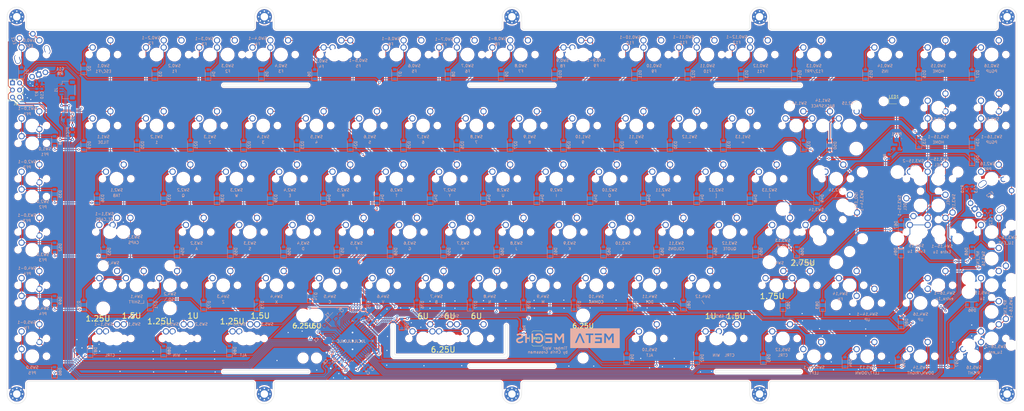
<source format=kicad_pcb>
(kicad_pcb (version 20171130) (host pcbnew "(5.1.4)-1")
  (layers (0 F.Cu signal) (31 B.Cu signal) (34 B.Paste user hide) (35 F.Paste user hide) (36 B.SilkS user hide) (37 F.SilkS user) (38 B.Mask user) (39 F.Mask user) (44 Edge.Cuts user))
  (net 0 "")
  (net 1 GND)
  (net 2 VCC)
  (net 3 "Net-(C6-Pad1)")
  (net 4 "Net-(C7-Pad1)")
  (net 5 "Net-(C8-Pad1)")
  (net 6 "Net-(C9-Pad1)")
  (net 7 "Net-(D1-Pad2)")
  (net 8 /r0)
  (net 9 "Net-(D2-Pad2)")
  (net 10 "Net-(D3-Pad2)")
  (net 11 "Net-(D4-Pad2)")
  (net 12 "Net-(D5-Pad2)")
  (net 13 "Net-(D6-Pad2)")
  (net 14 "Net-(D7-Pad2)")
  (net 15 "Net-(D8-Pad2)")
  (net 16 "Net-(D9-Pad2)")
  (net 17 "Net-(D10-Pad2)")
  (net 18 "Net-(D11-Pad2)")
  (net 19 "Net-(D12-Pad2)")
  (net 20 "Net-(D13-Pad2)")
  (net 21 "Net-(D14-Pad2)")
  (net 22 "Net-(D15-Pad2)")
  (net 23 "Net-(D16-Pad2)")
  (net 24 "Net-(D17-Pad2)")
  (net 25 /r1)
  (net 26 "Net-(D18-Pad2)")
  (net 27 "Net-(D19-Pad2)")
  (net 28 "Net-(D20-Pad2)")
  (net 29 "Net-(D21-Pad2)")
  (net 30 "Net-(D22-Pad2)")
  (net 31 "Net-(D23-Pad2)")
  (net 32 "Net-(D24-Pad2)")
  (net 33 "Net-(D25-Pad2)")
  (net 34 "Net-(D26-Pad2)")
  (net 35 "Net-(D27-Pad2)")
  (net 36 "Net-(D28-Pad2)")
  (net 37 "Net-(D29-Pad2)")
  (net 38 "Net-(D30-Pad2)")
  (net 39 "Net-(D31-Pad2)")
  (net 40 "Net-(D32-Pad2)")
  (net 41 "Net-(D33-Pad2)")
  (net 42 "Net-(D34-Pad2)")
  (net 43 "Net-(D35-Pad2)")
  (net 44 /r2)
  (net 45 "Net-(D36-Pad2)")
  (net 46 "Net-(D37-Pad2)")
  (net 47 "Net-(D38-Pad2)")
  (net 48 "Net-(D39-Pad2)")
  (net 49 "Net-(D40-Pad2)")
  (net 50 "Net-(D41-Pad2)")
  (net 51 "Net-(D42-Pad2)")
  (net 52 "Net-(D43-Pad2)")
  (net 53 "Net-(D44-Pad2)")
  (net 54 "Net-(D45-Pad2)")
  (net 55 "Net-(D46-Pad2)")
  (net 56 "Net-(D47-Pad2)")
  (net 57 "Net-(D48-Pad2)")
  (net 58 "Net-(D49-Pad2)")
  (net 59 "Net-(D50-Pad2)")
  (net 60 "Net-(D51-Pad2)")
  (net 61 /r3)
  (net 62 "Net-(D52-Pad2)")
  (net 63 "Net-(D53-Pad2)")
  (net 64 "Net-(D54-Pad2)")
  (net 65 "Net-(D55-Pad2)")
  (net 66 "Net-(D56-Pad2)")
  (net 67 "Net-(D57-Pad2)")
  (net 68 "Net-(D58-Pad2)")
  (net 69 "Net-(D59-Pad2)")
  (net 70 "Net-(D60-Pad2)")
  (net 71 "Net-(D61-Pad2)")
  (net 72 "Net-(D62-Pad2)")
  (net 73 "Net-(D63-Pad2)")
  (net 74 "Net-(D64-Pad2)")
  (net 75 "Net-(D65-Pad2)")
  (net 76 "Net-(D66-Pad2)")
  (net 77 "Net-(D67-Pad2)")
  (net 78 "Net-(D68-Pad2)")
  (net 79 "Net-(D69-Pad2)")
  (net 80 /r4)
  (net 81 "Net-(D70-Pad2)")
  (net 82 "Net-(D71-Pad2)")
  (net 83 "Net-(D72-Pad2)")
  (net 84 "Net-(D73-Pad2)")
  (net 85 "Net-(D74-Pad2)")
  (net 86 "Net-(D75-Pad2)")
  (net 87 "Net-(D76-Pad2)")
  (net 88 "Net-(D77-Pad2)")
  (net 89 "Net-(D78-Pad2)")
  (net 90 "Net-(D79-Pad2)")
  (net 91 "Net-(D80-Pad2)")
  (net 92 "Net-(D81-Pad2)")
  (net 93 "Net-(D82-Pad2)")
  (net 94 "Net-(D83-Pad2)")
  (net 95 "Net-(D84-Pad2)")
  (net 96 /r5)
  (net 97 "Net-(D85-Pad2)")
  (net 98 "Net-(D86-Pad2)")
  (net 99 "Net-(D87-Pad2)")
  (net 100 "Net-(D88-Pad2)")
  (net 101 "Net-(D89-Pad2)")
  (net 102 "Net-(D90-Pad2)")
  (net 103 "Net-(D91-Pad2)")
  (net 104 "Net-(D92-Pad2)")
  (net 105 "Net-(D93-Pad2)")
  (net 106 "Net-(D94-Pad2)")
  (net 107 "Net-(D95-Pad2)")
  (net 108 /c16)
  (net 109 /D-)
  (net 110 /D+)
  (net 111 /RES)
  (net 112 "Net-(LED1-Pad2)")
  (net 113 /rd-)
  (net 114 /rd+)
  (net 115 /c13)
  (net 116 /c8)
  (net 117 /c2)
  (net 118 /c3)
  (net 119 /c14)
  (net 120 /c9)
  (net 121 /c10)
  (net 122 /c4)
  (net 123 /c11)
  (net 124 /c7)
  (net 125 /c5)
  (net 126 /c6)
  (net 127 /c12)
  (net 128 /enc-)
  (net 129 /c15)
  (net 130 /enc+)
  (net 131 /c0)
  (net 132 /c1)
  (net 133 "Net-(R5-Pad2)")
  (net 134 "Net-(D96-Pad2)")
  (net 135 "Net-(D97-Pad2)")
  (net 136 "Net-(EC1-PadA)")
  (net 137 "Net-(EC1-PadB)")
  (net 138 "Net-(EC2-PadB)")
  (net 139 "Net-(EC2-PadA)")
  (net 140 vbus)
  (net 141 "Net-(POT1-Pad3)")
  (module MX_SMK_2:MX_200 (layer F.Cu) (at 333.375 63.5 270)
    (fp_text reference SW3,15 (at -1.4 -5.5 90) (layer B.SilkS) (effects (justify mirror)))
    (fp_text value DEL (at -1.4 -3.5 90) (layer B.SilkS) (effects (justify mirror)))
    (pad "" np_thru_hole circle (at 5.08 0 270) (size 1.75 1.75) (drill 1.75) (layers *.Cu *.Mask))
    (pad "" np_thru_hole circle (at -5.08 0 270) (size 1.75 1.75) (drill 1.75) (layers *.Cu *.Mask))
    (pad 1 thru_hole circle (at -3.81 -2.54 270) (size 2.25 2.25) (drill 1.5) (layers *.Cu B.Mask) (net 77 "Net-(D67-Pad2)"))
    (pad 2 thru_hole circle (at 2.54 -5.08 270) (size 2.25 2.25) (drill 1.5) (layers *.Cu B.Mask) (net 129 /c15))
    (pad "" np_thru_hole circle (at 0 0 270) (size 3.9878 3.9878) (drill 3.9878) (layers *.Cu *.Mask))
    (pad HOLE np_thru_hole circle (at -11.938 -6.985 270) (size 3.048 3.048) (drill 3.048) (layers *.Cu *.Mask))
    (pad HOLE np_thru_hole circle (at 11.938 -6.985 270) (size 3.048 3.048) (drill 3.048) (layers *.Cu *.Mask))
    (pad HOLE np_thru_hole circle (at -11.938 8.255 270) (size 3.9878 3.9878) (drill 3.9878) (layers *.Cu *.Mask))
    (pad HOLE np_thru_hole circle (at 11.938 8.255 270) (size 3.9878 3.9878) (drill 3.9878) (layers *.Cu *.Mask))
  )
  (module crokto:EC11E (layer F.Cu) (at 352.425 60.325 36)
    (fp_text reference EC2 (at -0.068861 -0.925477 36) (layer B.SilkS) (effects (justify mirror)))
    (fp_text value EC11E)
    (pad "" np_thru_hole circle (at 0 0 36) (size 0.396875 0.396875) (drill 0.396875) (layers *.Cu *.Mask))
    (pad A thru_hole circle (at -7.5 -2.5 36) (size 2 2) (drill 1.25) (layers *.Cu B.Mask) (net 139 "Net-(EC2-PadA)"))
    (pad C thru_hole roundrect (at -7.5 0 36) (size 2 2) (drill 1.25) (layers *.Cu B.Mask) (roundrect_rratio 0.1) (net 1 GND))
    (pad B thru_hole circle (at -7.5 2.5 36) (size 2 2) (drill 1.25) (layers *.Cu B.Mask) (net 138 "Net-(EC2-PadB)"))
    (pad MP thru_hole roundrect (at 0 -5.6 36) (size 3.2 2) (drill oval 2.8 1.5) (layers *.Cu B.Mask) (roundrect_rratio 0.5))
    (pad MP thru_hole roundrect (at 0 5.6 36) (size 3.2 2) (drill oval 2.8 1.5) (layers *.Cu B.Mask) (roundrect_rratio 0.5))
    (pad S2 thru_hole circle (at 7 -2.5 36) (size 2 2) (drill 1.25) (layers *.Cu B.Mask) (net 60 "Net-(D51-Pad2)"))
    (pad S1 thru_hole circle (at 7 2.5 36) (size 2 2) (drill 1.25) (layers *.Cu B.Mask) (net 108 /c16))
  )
  (module crokto:EC11E (layer F.Cu) (at 9.525 9.525 108)
    (fp_text reference EC1 (at 6.81524 -4.754341 108) (layer B.SilkS) (effects (justify mirror)))
    (fp_text value EC11E)
    (pad S1 thru_hole circle (at 7 2.5 108) (size 2 2) (drill 1.25) (layers *.Cu B.Mask) (net 131 /c0))
    (pad S2 thru_hole circle (at 7 -2.5 108) (size 2 2) (drill 1.25) (layers *.Cu B.Mask) (net 7 "Net-(D1-Pad2)"))
    (pad MP thru_hole roundrect (at 0 5.6 108) (size 3.2 2) (drill oval 2.8 1.5) (layers *.Cu B.Mask) (roundrect_rratio 0.5))
    (pad MP thru_hole roundrect (at 0 -5.6 108) (size 3.2 2) (drill oval 2.8 1.5) (layers *.Cu B.Mask) (roundrect_rratio 0.5))
    (pad B thru_hole circle (at -7.5 2.5 108) (size 2 2) (drill 1.25) (layers *.Cu B.Mask) (net 137 "Net-(EC1-PadB)"))
    (pad C thru_hole roundrect (at -7.5 0 108) (size 2 2) (drill 1.25) (layers *.Cu B.Mask) (roundrect_rratio 0.1) (net 1 GND))
    (pad A thru_hole circle (at -7.5 -2.5 108) (size 2 2) (drill 1.25) (layers *.Cu B.Mask) (net 136 "Net-(EC1-PadA)"))
    (pad "" np_thru_hole circle (at 0 0 108) (size 0.396875 0.396875) (drill 0.396875) (layers *.Cu *.Mask))
  )
  (module MX_SMK_2:MX_100 (layer F.Cu) (at 327.025 117.475)
    (fp_text reference SW5,14 (at 0 4) (layer B.SilkS) (effects (justify mirror)))
    (fp_text value DOWN/RIGHT (at 0 6) (layer B.SilkS) (effects (justify mirror)))
    (pad "" np_thru_hole circle (at 5.08 0) (size 1.75 1.75) (drill 1.75) (layers *.Cu *.Mask))
    (pad "" np_thru_hole circle (at -5.08 0) (size 1.75 1.75) (drill 1.75) (layers *.Cu *.Mask))
    (pad 1 thru_hole circle (at -3.81 -2.54) (size 2.25 2.25) (drill 1.5) (layers *.Cu B.Mask) (net 107 "Net-(D95-Pad2)"))
    (pad 2 thru_hole circle (at 2.54 -5.08) (size 2.25 2.25) (drill 1.5) (layers *.Cu B.Mask) (net 119 /c14))
    (pad "" np_thru_hole circle (at 0 0) (size 3.9878 3.9878) (drill 3.9878) (layers *.Cu *.Mask))
  )
  (module crokto:LED_0805_lightpipe (layer F.Cu) (at 317.5 26.25)
    (fp_text reference LED1 (at 0 -1.65) (layer F.SilkS))
    (fp_text value "3V 5mA")
    (pad "" np_thru_hole circle (at -3.7 0) (size 2.57 2.57) (drill 2.57) (layers *.Cu *.Mask))
    (pad "" np_thru_hole circle (at 3.7 0) (size 2.57 2.57) (drill 2.57) (layers *.Cu *.Mask))
    (pad 2 smd roundrect (at 0.9625 0) (size 1.325 1.3) (layers F.Cu F.Paste F.Mask) (roundrect_rratio 0.192308) (net 112 "Net-(LED1-Pad2)"))
    (pad 1 smd roundrect (at -0.9625 0) (size 1.325 1.3) (layers F.Cu F.Paste F.Mask) (roundrect_rratio 0.192308) (net 1 GND))
  )
  (module MX_SMK_2:MX_100 (layer F.Cu) (at 134.9375 92.075)
    (fp_text reference SW4,6 (at 0 4) (layer B.SilkS) (effects (justify mirror)))
    (fp_text value V (at 0 6) (layer B.SilkS) (effects (justify mirror)))
    (pad "" np_thru_hole circle (at 5.08 0) (size 1.75 1.75) (drill 1.75) (layers *.Cu *.Mask))
    (pad "" np_thru_hole circle (at -5.08 0) (size 1.75 1.75) (drill 1.75) (layers *.Cu *.Mask))
    (pad 1 thru_hole circle (at -3.81 -2.54) (size 2.25 2.25) (drill 1.5) (layers *.Cu B.Mask) (net 86 "Net-(D75-Pad2)"))
    (pad 2 thru_hole circle (at 2.54 -5.08) (size 2.25 2.25) (drill 1.5) (layers *.Cu B.Mask) (net 126 /c6))
    (pad "" np_thru_hole circle (at 0 0) (size 3.9878 3.9878) (drill 3.9878) (layers *.Cu *.Mask))
  )
  (module Diode_SMD:D_SOD-123 (layer B.Cu) (at 141.6 105.8 90)
    (fp_text reference D90 (at -1 2 90) (layer B.SilkS) (effects (justify mirror)))
    (fp_text value D)
    (pad 2 smd rect (at 1.65 0 90) (size 0.9 1.2) (layers B.Cu B.Paste B.Mask) (net 102 "Net-(D90-Pad2)"))
    (pad 1 smd rect (at -1.65 0 90) (size 0.9 1.2) (layers B.Cu B.Paste B.Mask) (net 96 /r5))
  )
  (module MX_SMK_2:MX_100 (layer F.Cu) (at 9.525 9.525)
    (fp_text reference SW0,0 (at -1.1 -5.1) (layer B.SilkS) (effects (justify mirror)))
    (fp_text value ESC (at -1.1 -3.1) (layer B.SilkS) (effects (justify mirror)))
    (pad "" np_thru_hole circle (at 5.08 0) (size 1.75 1.75) (drill 1.75) (layers *.Cu *.Mask))
    (pad "" np_thru_hole circle (at -5.08 0) (size 1.75 1.75) (drill 1.75) (layers *.Cu *.Mask))
    (pad 1 thru_hole circle (at -3.81 -2.54) (size 2.25 2.25) (drill 1.5) (layers *.Cu B.Mask) (net 7 "Net-(D1-Pad2)"))
    (pad 2 thru_hole circle (at 2.54 -5.08) (size 2.25 2.25) (drill 1.5) (layers *.Cu B.Mask) (net 131 /c0))
    (pad "" np_thru_hole circle (at 0 0) (size 3.9878 3.9878) (drill 3.9878) (layers *.Cu *.Mask))
  )
  (module Diode_SMD:D_SOD-123 (layer B.Cu) (at 345.45 99.05)
    (fp_text reference D96 (at 0 2) (layer B.SilkS) (effects (justify mirror)))
    (fp_text value D)
    (pad 2 smd rect (at 1.65 0) (size 0.9 1.2) (layers B.Cu B.Paste B.Mask) (net 134 "Net-(D96-Pad2)"))
    (pad 1 smd rect (at -1.65 0) (size 0.9 1.2) (layers B.Cu B.Paste B.Mask) (net 96 /r5))
  )
  (module Diode_SMD:D_SOD-123 (layer B.Cu) (at 5.7 15.8 90)
    (fp_text reference D1 (at 0 2 90) (layer B.SilkS) (effects (justify mirror)))
    (fp_text value D)
    (pad 2 smd rect (at 1.65 0 90) (size 0.9 1.2) (layers B.Cu B.Paste B.Mask) (net 7 "Net-(D1-Pad2)"))
    (pad 1 smd rect (at -1.65 0 90) (size 0.9 1.2) (layers B.Cu B.Paste B.Mask) (net 8 /r0))
  )
  (module Diode_SMD:D_SOD-123 (layer B.Cu) (at 27.925 14.525 90)
    (fp_text reference D2 (at 0 2 90) (layer B.SilkS) (effects (justify mirror)))
    (fp_text value D)
    (pad 2 smd rect (at 1.65 0 90) (size 0.9 1.2) (layers B.Cu B.Paste B.Mask) (net 9 "Net-(D2-Pad2)"))
    (pad 1 smd rect (at -1.65 0 90) (size 0.9 1.2) (layers B.Cu B.Paste B.Mask) (net 8 /r0))
  )
  (module Diode_SMD:D_SOD-123 (layer B.Cu) (at 53.325 16.525 90)
    (fp_text reference D3 (at 0 2 90) (layer B.SilkS) (effects (justify mirror)))
    (fp_text value D)
    (pad 2 smd rect (at 1.65 0 90) (size 0.9 1.2) (layers B.Cu B.Paste B.Mask) (net 10 "Net-(D3-Pad2)"))
    (pad 1 smd rect (at -1.65 0 90) (size 0.9 1.2) (layers B.Cu B.Paste B.Mask) (net 8 /r0))
  )
  (module Diode_SMD:D_SOD-123 (layer B.Cu) (at 72.375 16.525 90)
    (fp_text reference D4 (at 0 2 90) (layer B.SilkS) (effects (justify mirror)))
    (fp_text value D)
    (pad 2 smd rect (at 1.65 0 90) (size 0.9 1.2) (layers B.Cu B.Paste B.Mask) (net 11 "Net-(D4-Pad2)"))
    (pad 1 smd rect (at -1.65 0 90) (size 0.9 1.2) (layers B.Cu B.Paste B.Mask) (net 8 /r0))
  )
  (module Diode_SMD:D_SOD-123 (layer B.Cu) (at 91.425 16.525 90)
    (fp_text reference D5 (at 0 2 90) (layer B.SilkS) (effects (justify mirror)))
    (fp_text value D)
    (pad 2 smd rect (at 1.65 0 90) (size 0.9 1.2) (layers B.Cu B.Paste B.Mask) (net 12 "Net-(D5-Pad2)"))
    (pad 1 smd rect (at -1.65 0 90) (size 0.9 1.2) (layers B.Cu B.Paste B.Mask) (net 8 /r0))
  )
  (module Diode_SMD:D_SOD-123 (layer B.Cu) (at 110.475 16.525 90)
    (fp_text reference D6 (at 0 -1.975 90) (layer B.SilkS) (effects (justify mirror)))
    (fp_text value D)
    (pad 2 smd rect (at 1.65 0 90) (size 0.9 1.2) (layers B.Cu B.Paste B.Mask) (net 13 "Net-(D6-Pad2)"))
    (pad 1 smd rect (at -1.65 0 90) (size 0.9 1.2) (layers B.Cu B.Paste B.Mask) (net 8 /r0))
  )
  (module Diode_SMD:D_SOD-123 (layer B.Cu) (at 139.05 16.525 90)
    (fp_text reference D7 (at 0 2 90) (layer B.SilkS) (effects (justify mirror)))
    (fp_text value D)
    (pad 2 smd rect (at 1.65 0 90) (size 0.9 1.2) (layers B.Cu B.Paste B.Mask) (net 14 "Net-(D7-Pad2)"))
    (pad 1 smd rect (at -1.65 0 90) (size 0.9 1.2) (layers B.Cu B.Paste B.Mask) (net 8 /r0))
  )
  (module Diode_SMD:D_SOD-123 (layer B.Cu) (at 158.1 16.525 90)
    (fp_text reference D8 (at 0 2 90) (layer B.SilkS) (effects (justify mirror)))
    (fp_text value D)
    (pad 2 smd rect (at 1.65 0 90) (size 0.9 1.2) (layers B.Cu B.Paste B.Mask) (net 15 "Net-(D8-Pad2)"))
    (pad 1 smd rect (at -1.65 0 90) (size 0.9 1.2) (layers B.Cu B.Paste B.Mask) (net 8 /r0))
  )
  (module Diode_SMD:D_SOD-123 (layer B.Cu) (at 177.15 16.525 90)
    (fp_text reference D9 (at 0 2 90) (layer B.SilkS) (effects (justify mirror)))
    (fp_text value D)
    (pad 2 smd rect (at 1.65 0 90) (size 0.9 1.2) (layers B.Cu B.Paste B.Mask) (net 16 "Net-(D9-Pad2)"))
    (pad 1 smd rect (at -1.65 0 90) (size 0.9 1.2) (layers B.Cu B.Paste B.Mask) (net 8 /r0))
  )
  (module Diode_SMD:D_SOD-123 (layer B.Cu) (at 196.2 16.525 90)
    (fp_text reference D10 (at 0 2 90) (layer B.SilkS) (effects (justify mirror)))
    (fp_text value D)
    (pad 2 smd rect (at 1.65 0 90) (size 0.9 1.2) (layers B.Cu B.Paste B.Mask) (net 17 "Net-(D10-Pad2)"))
    (pad 1 smd rect (at -1.65 0 90) (size 0.9 1.2) (layers B.Cu B.Paste B.Mask) (net 8 /r0))
  )
  (module Diode_SMD:D_SOD-123 (layer B.Cu) (at 224.775 16.525 90)
    (fp_text reference D11 (at 0 2 90) (layer B.SilkS) (effects (justify mirror)))
    (fp_text value D)
    (pad 2 smd rect (at 1.65 0 90) (size 0.9 1.2) (layers B.Cu B.Paste B.Mask) (net 18 "Net-(D11-Pad2)"))
    (pad 1 smd rect (at -1.65 0 90) (size 0.9 1.2) (layers B.Cu B.Paste B.Mask) (net 8 /r0))
  )
  (module Diode_SMD:D_SOD-123 (layer B.Cu) (at 243.825 16.525 90)
    (fp_text reference D12 (at 0 2 90) (layer B.SilkS) (effects (justify mirror)))
    (fp_text value D)
    (pad 2 smd rect (at 1.65 0 90) (size 0.9 1.2) (layers B.Cu B.Paste B.Mask) (net 19 "Net-(D12-Pad2)"))
    (pad 1 smd rect (at -1.65 0 90) (size 0.9 1.2) (layers B.Cu B.Paste B.Mask) (net 8 /r0))
  )
  (module Diode_SMD:D_SOD-123 (layer B.Cu) (at 262.875 16.525 90)
    (fp_text reference D13 (at 0 2 90) (layer B.SilkS) (effects (justify mirror)))
    (fp_text value D)
    (pad 2 smd rect (at 1.65 0 90) (size 0.9 1.2) (layers B.Cu B.Paste B.Mask) (net 20 "Net-(D13-Pad2)"))
    (pad 1 smd rect (at -1.65 0 90) (size 0.9 1.2) (layers B.Cu B.Paste B.Mask) (net 8 /r0))
  )
  (module Diode_SMD:D_SOD-123 (layer B.Cu) (at 281.925 16.525 90)
    (fp_text reference D14 (at 0 2 90) (layer B.SilkS) (effects (justify mirror)))
    (fp_text value D)
    (pad 2 smd rect (at 1.65 0 90) (size 0.9 1.2) (layers B.Cu B.Paste B.Mask) (net 21 "Net-(D14-Pad2)"))
    (pad 1 smd rect (at -1.65 0 90) (size 0.9 1.2) (layers B.Cu B.Paste B.Mask) (net 8 /r0))
  )
  (module Diode_SMD:D_SOD-123 (layer B.Cu) (at 307.325 16.525 90)
    (fp_text reference D15 (at 0 2 90) (layer B.SilkS) (effects (justify mirror)))
    (fp_text value D)
    (pad 2 smd rect (at 1.65 0 90) (size 0.9 1.2) (layers B.Cu B.Paste B.Mask) (net 22 "Net-(D15-Pad2)"))
    (pad 1 smd rect (at -1.65 0 90) (size 0.9 1.2) (layers B.Cu B.Paste B.Mask) (net 8 /r0))
  )
  (module Diode_SMD:D_SOD-123 (layer B.Cu) (at 326.375 16.525 90)
    (fp_text reference D16 (at 0 2 90) (layer B.SilkS) (effects (justify mirror)))
    (fp_text value D)
    (pad 2 smd rect (at 1.65 0 90) (size 0.9 1.2) (layers B.Cu B.Paste B.Mask) (net 23 "Net-(D16-Pad2)"))
    (pad 1 smd rect (at -1.65 0 90) (size 0.9 1.2) (layers B.Cu B.Paste B.Mask) (net 8 /r0))
  )
  (module Diode_SMD:D_SOD-123 (layer B.Cu) (at 345.425 16.525 90)
    (fp_text reference D17 (at 0 2 90) (layer B.SilkS) (effects (justify mirror)))
    (fp_text value D)
    (pad 2 smd rect (at 1.65 0 90) (size 0.9 1.2) (layers B.Cu B.Paste B.Mask) (net 24 "Net-(D17-Pad2)"))
    (pad 1 smd rect (at -1.65 0 90) (size 0.9 1.2) (layers B.Cu B.Paste B.Mask) (net 8 /r0))
  )
  (module Diode_SMD:D_SOD-123 (layer B.Cu) (at 17.525 40.425 90)
    (fp_text reference D18 (at 0 2 90) (layer B.SilkS) (effects (justify mirror)))
    (fp_text value D)
    (pad 2 smd rect (at 1.65 0 90) (size 0.9 1.2) (layers B.Cu B.Paste B.Mask) (net 26 "Net-(D18-Pad2)"))
    (pad 1 smd rect (at -1.65 0 90) (size 0.9 1.2) (layers B.Cu B.Paste B.Mask) (net 25 /r1))
  )
  (module Diode_SMD:D_SOD-123 (layer B.Cu) (at 27.925 41.925 90)
    (fp_text reference D19 (at 0 2 90) (layer B.SilkS) (effects (justify mirror)))
    (fp_text value D)
    (pad 2 smd rect (at 1.65 0 90) (size 0.9 1.2) (layers B.Cu B.Paste B.Mask) (net 27 "Net-(D19-Pad2)"))
    (pad 1 smd rect (at -1.65 0 90) (size 0.9 1.2) (layers B.Cu B.Paste B.Mask) (net 25 /r1))
  )
  (module Diode_SMD:D_SOD-123 (layer B.Cu) (at 46.975 41.925 90)
    (fp_text reference D20 (at 0 2 90) (layer B.SilkS) (effects (justify mirror)))
    (fp_text value D)
    (pad 2 smd rect (at 1.65 0 90) (size 0.9 1.2) (layers B.Cu B.Paste B.Mask) (net 28 "Net-(D20-Pad2)"))
    (pad 1 smd rect (at -1.65 0 90) (size 0.9 1.2) (layers B.Cu B.Paste B.Mask) (net 25 /r1))
  )
  (module Diode_SMD:D_SOD-123 (layer B.Cu) (at 66.025 41.925 90)
    (fp_text reference D21 (at 0 2 90) (layer B.SilkS) (effects (justify mirror)))
    (fp_text value D)
    (pad 2 smd rect (at 1.65 0 90) (size 0.9 1.2) (layers B.Cu B.Paste B.Mask) (net 29 "Net-(D21-Pad2)"))
    (pad 1 smd rect (at -1.65 0 90) (size 0.9 1.2) (layers B.Cu B.Paste B.Mask) (net 25 /r1))
  )
  (module Diode_SMD:D_SOD-123 (layer B.Cu) (at 85.075 41.925 90)
    (fp_text reference D22 (at 0 2 90) (layer B.SilkS) (effects (justify mirror)))
    (fp_text value D)
    (pad 2 smd rect (at 1.65 0 90) (size 0.9 1.2) (layers B.Cu B.Paste B.Mask) (net 30 "Net-(D22-Pad2)"))
    (pad 1 smd rect (at -1.65 0 90) (size 0.9 1.2) (layers B.Cu B.Paste B.Mask) (net 25 /r1))
  )
  (module Diode_SMD:D_SOD-123 (layer B.Cu) (at 104.125 41.925 90)
    (fp_text reference D23 (at 0 2 90) (layer B.SilkS) (effects (justify mirror)))
    (fp_text value D)
    (pad 2 smd rect (at 1.65 0 90) (size 0.9 1.2) (layers B.Cu B.Paste B.Mask) (net 31 "Net-(D23-Pad2)"))
    (pad 1 smd rect (at -1.65 0 90) (size 0.9 1.2) (layers B.Cu B.Paste B.Mask) (net 25 /r1))
  )
  (module Diode_SMD:D_SOD-123 (layer B.Cu) (at 123.175 41.925 90)
    (fp_text reference D24 (at 0 2 90) (layer B.SilkS) (effects (justify mirror)))
    (fp_text value D)
    (pad 2 smd rect (at 1.65 0 90) (size 0.9 1.2) (layers B.Cu B.Paste B.Mask) (net 32 "Net-(D24-Pad2)"))
    (pad 1 smd rect (at -1.65 0 90) (size 0.9 1.2) (layers B.Cu B.Paste B.Mask) (net 25 /r1))
  )
  (module Diode_SMD:D_SOD-123 (layer B.Cu) (at 142.225 41.925 90)
    (fp_text reference D25 (at 0 2 90) (layer B.SilkS) (effects (justify mirror)))
    (fp_text value D)
    (pad 2 smd rect (at 1.65 0 90) (size 0.9 1.2) (layers B.Cu B.Paste B.Mask) (net 33 "Net-(D25-Pad2)"))
    (pad 1 smd rect (at -1.65 0 90) (size 0.9 1.2) (layers B.Cu B.Paste B.Mask) (net 25 /r1))
  )
  (module Diode_SMD:D_SOD-123 (layer B.Cu) (at 161.275 41.925 90)
    (fp_text reference D26 (at 0 2 90) (layer B.SilkS) (effects (justify mirror)))
    (fp_text value D)
    (pad 2 smd rect (at 1.65 0 90) (size 0.9 1.2) (layers B.Cu B.Paste B.Mask) (net 34 "Net-(D26-Pad2)"))
    (pad 1 smd rect (at -1.65 0 90) (size 0.9 1.2) (layers B.Cu B.Paste B.Mask) (net 25 /r1))
  )
  (module Diode_SMD:D_SOD-123 (layer B.Cu) (at 180.325 41.925 90)
    (fp_text reference D27 (at 0 2 90) (layer B.SilkS) (effects (justify mirror)))
    (fp_text value D)
    (pad 2 smd rect (at 1.65 0 90) (size 0.9 1.2) (layers B.Cu B.Paste B.Mask) (net 35 "Net-(D27-Pad2)"))
    (pad 1 smd rect (at -1.65 0 90) (size 0.9 1.2) (layers B.Cu B.Paste B.Mask) (net 25 /r1))
  )
  (module Diode_SMD:D_SOD-123 (layer B.Cu) (at 199.375 41.925 90)
    (fp_text reference D28 (at 0 2 90) (layer B.SilkS) (effects (justify mirror)))
    (fp_text value D)
    (pad 2 smd rect (at 1.65 0 90) (size 0.9 1.2) (layers B.Cu B.Paste B.Mask) (net 36 "Net-(D28-Pad2)"))
    (pad 1 smd rect (at -1.65 0 90) (size 0.9 1.2) (layers B.Cu B.Paste B.Mask) (net 25 /r1))
  )
  (module Diode_SMD:D_SOD-123 (layer B.Cu) (at 218.425 41.925 90)
    (fp_text reference D29 (at 0 2 90) (layer B.SilkS) (effects (justify mirror)))
    (fp_text value D)
    (pad 2 smd rect (at 1.65 0 90) (size 0.9 1.2) (layers B.Cu B.Paste B.Mask) (net 37 "Net-(D29-Pad2)"))
    (pad 1 smd rect (at -1.65 0 90) (size 0.9 1.2) (layers B.Cu B.Paste B.Mask) (net 25 /r1))
  )
  (module Diode_SMD:D_SOD-123 (layer B.Cu) (at 237.475 41.925 90)
    (fp_text reference D30 (at 0 2 90) (layer B.SilkS) (effects (justify mirror)))
    (fp_text value D)
    (pad 2 smd rect (at 1.65 0 90) (size 0.9 1.2) (layers B.Cu B.Paste B.Mask) (net 38 "Net-(D30-Pad2)"))
    (pad 1 smd rect (at -1.65 0 90) (size 0.9 1.2) (layers B.Cu B.Paste B.Mask) (net 25 /r1))
  )
  (module Diode_SMD:D_SOD-123 (layer B.Cu) (at 256.525 41.925 90)
    (fp_text reference D31 (at 0 2 90) (layer B.SilkS) (effects (justify mirror)))
    (fp_text value D)
    (pad 2 smd rect (at 1.65 0 90) (size 0.9 1.2) (layers B.Cu B.Paste B.Mask) (net 39 "Net-(D31-Pad2)"))
    (pad 1 smd rect (at -1.65 0 90) (size 0.9 1.2) (layers B.Cu B.Paste B.Mask) (net 25 /r1))
  )
  (module Diode_SMD:D_SOD-123 (layer B.Cu) (at 285.1 41.925 90)
    (fp_text reference D32 (at 0 2 90) (layer B.SilkS) (effects (justify mirror)))
    (fp_text value D)
    (pad 2 smd rect (at 1.65 0 90) (size 0.9 1.2) (layers B.Cu B.Paste B.Mask) (net 40 "Net-(D32-Pad2)"))
    (pad 1 smd rect (at -1.65 0 90) (size 0.9 1.2) (layers B.Cu B.Paste B.Mask) (net 25 /r1))
  )
  (module Diode_SMD:D_SOD-123 (layer B.Cu) (at 326.375 41 90)
    (fp_text reference D33 (at 0 2 90) (layer B.SilkS) (effects (justify mirror)))
    (fp_text value D)
    (pad 2 smd rect (at 1.65 0 90) (size 0.9 1.2) (layers B.Cu B.Paste B.Mask) (net 41 "Net-(D33-Pad2)"))
    (pad 1 smd rect (at -1.65 0 90) (size 0.9 1.2) (layers B.Cu B.Paste B.Mask) (net 25 /r1))
  )
  (module Diode_SMD:D_SOD-123 (layer B.Cu) (at 345.425 41 90)
    (fp_text reference D34 (at 0 2 90) (layer B.SilkS) (effects (justify mirror)))
    (fp_text value D)
    (pad 2 smd rect (at 1.65 0 90) (size 0.9 1.2) (layers B.Cu B.Paste B.Mask) (net 42 "Net-(D34-Pad2)"))
    (pad 1 smd rect (at -1.65 0 90) (size 0.9 1.2) (layers B.Cu B.Paste B.Mask) (net 25 /r1))
  )
  (module Diode_SMD:D_SOD-123 (layer B.Cu) (at 17.525 59.475 90)
    (fp_text reference D35 (at 0 2 90) (layer B.SilkS) (effects (justify mirror)))
    (fp_text value D)
    (pad 2 smd rect (at 1.65 0 90) (size 0.9 1.2) (layers B.Cu B.Paste B.Mask) (net 43 "Net-(D35-Pad2)"))
    (pad 1 smd rect (at -1.65 0 90) (size 0.9 1.2) (layers B.Cu B.Paste B.Mask) (net 44 /r2))
  )
  (module Diode_SMD:D_SOD-123 (layer B.Cu) (at 32.6875 60.975 90)
    (fp_text reference D36 (at 0 2 90) (layer B.SilkS) (effects (justify mirror)))
    (fp_text value D)
    (pad 2 smd rect (at 1.65 0 90) (size 0.9 1.2) (layers B.Cu B.Paste B.Mask) (net 45 "Net-(D36-Pad2)"))
    (pad 1 smd rect (at -1.65 0 90) (size 0.9 1.2) (layers B.Cu B.Paste B.Mask) (net 44 /r2))
  )
  (module Diode_SMD:D_SOD-123 (layer B.Cu) (at 56.5 60.975 90)
    (fp_text reference D37 (at 0 2 90) (layer B.SilkS) (effects (justify mirror)))
    (fp_text value D)
    (pad 2 smd rect (at 1.65 0 90) (size 0.9 1.2) (layers B.Cu B.Paste B.Mask) (net 46 "Net-(D37-Pad2)"))
    (pad 1 smd rect (at -1.65 0 90) (size 0.9 1.2) (layers B.Cu B.Paste B.Mask) (net 44 /r2))
  )
  (module Diode_SMD:D_SOD-123 (layer B.Cu) (at 75.55 60.975 90)
    (fp_text reference D38 (at 0 2 90) (layer B.SilkS) (effects (justify mirror)))
    (fp_text value D)
    (pad 2 smd rect (at 1.65 0 90) (size 0.9 1.2) (layers B.Cu B.Paste B.Mask) (net 47 "Net-(D38-Pad2)"))
    (pad 1 smd rect (at -1.65 0 90) (size 0.9 1.2) (layers B.Cu B.Paste B.Mask) (net 44 /r2))
  )
  (module Diode_SMD:D_SOD-123 (layer B.Cu) (at 94.6 60.975 90)
    (fp_text reference D39 (at 0 2 90) (layer B.SilkS) (effects (justify mirror)))
    (fp_text value D)
    (pad 2 smd rect (at 1.65 0 90) (size 0.9 1.2) (layers B.Cu B.Paste B.Mask) (net 48 "Net-(D39-Pad2)"))
    (pad 1 smd rect (at -1.65 0 90) (size 0.9 1.2) (layers B.Cu B.Paste B.Mask) (net 44 /r2))
  )
  (module Diode_SMD:D_SOD-123 (layer B.Cu) (at 113.65 60.975 90)
    (fp_text reference D40 (at 0 2 90) (layer B.SilkS) (effects (justify mirror)))
    (fp_text value D)
    (pad 2 smd rect (at 1.65 0 90) (size 0.9 1.2) (layers B.Cu B.Paste B.Mask) (net 49 "Net-(D40-Pad2)"))
    (pad 1 smd rect (at -1.65 0 90) (size 0.9 1.2) (layers B.Cu B.Paste B.Mask) (net 44 /r2))
  )
  (module Diode_SMD:D_SOD-123 (layer B.Cu) (at 132.7 60.975 90)
    (fp_text reference D41 (at 0 2 90) (layer B.SilkS) (effects (justify mirror)))
    (fp_text value D)
    (pad 2 smd rect (at 1.65 0 90) (size 0.9 1.2) (layers B.Cu B.Paste B.Mask) (net 50 "Net-(D41-Pad2)"))
    (pad 1 smd rect (at -1.65 0 90) (size 0.9 1.2) (layers B.Cu B.Paste B.Mask) (net 44 /r2))
  )
  (module Diode_SMD:D_SOD-123 (layer B.Cu) (at 151.75 60.975 90)
    (fp_text reference D42 (at 0 2 90) (layer B.SilkS) (effects (justify mirror)))
    (fp_text value D)
    (pad 2 smd rect (at 1.65 0 90) (size 0.9 1.2) (layers B.Cu B.Paste B.Mask) (net 51 "Net-(D42-Pad2)"))
    (pad 1 smd rect (at -1.65 0 90) (size 0.9 1.2) (layers B.Cu B.Paste B.Mask) (net 44 /r2))
  )
  (module Diode_SMD:D_SOD-123 (layer B.Cu) (at 170.8 60.975 90)
    (fp_text reference D43 (at 0 2 90) (layer B.SilkS) (effects (justify mirror)))
    (fp_text value D)
    (pad 2 smd rect (at 1.65 0 90) (size 0.9 1.2) (layers B.Cu B.Paste B.Mask) (net 52 "Net-(D43-Pad2)"))
    (pad 1 smd rect (at -1.65 0 90) (size 0.9 1.2) (layers B.Cu B.Paste B.Mask) (net 44 /r2))
  )
  (module Diode_SMD:D_SOD-123 (layer B.Cu) (at 189.85 60.975 90)
    (fp_text reference D44 (at 0 2 90) (layer B.SilkS) (effects (justify mirror)))
    (fp_text value D)
    (pad 2 smd rect (at 1.65 0 90) (size 0.9 1.2) (layers B.Cu B.Paste B.Mask) (net 53 "Net-(D44-Pad2)"))
    (pad 1 smd rect (at -1.65 0 90) (size 0.9 1.2) (layers B.Cu B.Paste B.Mask) (net 44 /r2))
  )
  (module Diode_SMD:D_SOD-123 (layer B.Cu) (at 208.9 60.975 90)
    (fp_text reference D45 (at 0 2 90) (layer B.SilkS) (effects (justify mirror)))
    (fp_text value D)
    (pad 2 smd rect (at 1.65 0 90) (size 0.9 1.2) (layers B.Cu B.Paste B.Mask) (net 54 "Net-(D45-Pad2)"))
    (pad 1 smd rect (at -1.65 0 90) (size 0.9 1.2) (layers B.Cu B.Paste B.Mask) (net 44 /r2))
  )
  (module Diode_SMD:D_SOD-123 (layer B.Cu) (at 227.95 60.975 90)
    (fp_text reference D46 (at 0 2 90) (layer B.SilkS) (effects (justify mirror)))
    (fp_text value D)
    (pad 2 smd rect (at 1.65 0 90) (size 0.9 1.2) (layers B.Cu B.Paste B.Mask) (net 55 "Net-(D46-Pad2)"))
    (pad 1 smd rect (at -1.65 0 90) (size 0.9 1.2) (layers B.Cu B.Paste B.Mask) (net 44 /r2))
  )
  (module Diode_SMD:D_SOD-123 (layer B.Cu) (at 247 60.975 90)
    (fp_text reference D47 (at 0 2 90) (layer B.SilkS) (effects (justify mirror)))
    (fp_text value D)
    (pad 2 smd rect (at 1.65 0 90) (size 0.9 1.2) (layers B.Cu B.Paste B.Mask) (net 56 "Net-(D47-Pad2)"))
    (pad 1 smd rect (at -1.65 0 90) (size 0.9 1.2) (layers B.Cu B.Paste B.Mask) (net 44 /r2))
  )
  (module Diode_SMD:D_SOD-123 (layer B.Cu) (at 266.05 60.975 90)
    (fp_text reference D48 (at 0 2 90) (layer B.SilkS) (effects (justify mirror)))
    (fp_text value D)
    (pad 2 smd rect (at 1.65 0 90) (size 0.9 1.2) (layers B.Cu B.Paste B.Mask) (net 57 "Net-(D48-Pad2)"))
    (pad 1 smd rect (at -1.65 0 90) (size 0.9 1.2) (layers B.Cu B.Paste B.Mask) (net 44 /r2))
  )
  (module Diode_SMD:D_SOD-123 (layer B.Cu) (at 289.8625 60.975 90)
    (fp_text reference D49 (at 0 2 90) (layer B.SilkS) (effects (justify mirror)))
    (fp_text value D)
    (pad 2 smd rect (at 1.65 0 90) (size 0.9 1.2) (layers B.Cu B.Paste B.Mask) (net 58 "Net-(D49-Pad2)"))
    (pad 1 smd rect (at -1.65 0 90) (size 0.9 1.2) (layers B.Cu B.Paste B.Mask) (net 44 /r2))
  )
  (module Diode_SMD:D_SOD-123 (layer B.Cu) (at 294.48125 42.06875 90)
    (fp_text reference D50 (at 0 2 90) (layer B.SilkS) (effects (justify mirror)))
    (fp_text value D)
    (pad 2 smd rect (at 1.65 0 90) (size 0.9 1.2) (layers B.Cu B.Paste B.Mask) (net 59 "Net-(D50-Pad2)"))
    (pad 1 smd rect (at -1.65 0 90) (size 0.9 1.2) (layers B.Cu B.Paste B.Mask) (net 44 /r2))
  )
  (module Diode_SMD:D_SOD-123 (layer B.Cu) (at 345.425 47 90)
    (fp_text reference D51 (at 0 2 90) (layer B.SilkS) (effects (justify mirror)))
    (fp_text value D)
    (pad 2 smd rect (at 1.65 0 90) (size 0.9 1.2) (layers B.Cu B.Paste B.Mask) (net 60 "Net-(D51-Pad2)"))
    (pad 1 smd rect (at -1.65 0 90) (size 0.9 1.2) (layers B.Cu B.Paste B.Mask) (net 44 /r2))
  )
  (module Diode_SMD:D_SOD-123 (layer B.Cu) (at 17.525 78.525 90)
    (fp_text reference D52 (at 0 2 90) (layer B.SilkS) (effects (justify mirror)))
    (fp_text value D)
    (pad 2 smd rect (at 1.65 0 90) (size 0.9 1.2) (layers B.Cu B.Paste B.Mask) (net 62 "Net-(D52-Pad2)"))
    (pad 1 smd rect (at -1.65 0 90) (size 0.9 1.2) (layers B.Cu B.Paste B.Mask) (net 61 /r3))
  )
  (module Diode_SMD:D_SOD-123 (layer B.Cu) (at 35.06875 80.025 90)
    (fp_text reference D53 (at 0 2 90) (layer B.SilkS) (effects (justify mirror)))
    (fp_text value D)
    (pad 2 smd rect (at 1.65 0 90) (size 0.9 1.2) (layers B.Cu B.Paste B.Mask) (net 63 "Net-(D53-Pad2)"))
    (pad 1 smd rect (at -1.65 0 90) (size 0.9 1.2) (layers B.Cu B.Paste B.Mask) (net 61 /r3))
  )
  (module Diode_SMD:D_SOD-123 (layer B.Cu) (at 61.2625 80.025 90)
    (fp_text reference D54 (at 0 2 90) (layer B.SilkS) (effects (justify mirror)))
    (fp_text value D)
    (pad 2 smd rect (at 1.65 0 90) (size 0.9 1.2) (layers B.Cu B.Paste B.Mask) (net 64 "Net-(D54-Pad2)"))
    (pad 1 smd rect (at -1.65 0 90) (size 0.9 1.2) (layers B.Cu B.Paste B.Mask) (net 61 /r3))
  )
  (module Diode_SMD:D_SOD-123 (layer B.Cu) (at 80.3125 80.025 90)
    (fp_text reference D55 (at 0 2 90) (layer B.SilkS) (effects (justify mirror)))
    (fp_text value D)
    (pad 2 smd rect (at 1.65 0 90) (size 0.9 1.2) (layers B.Cu B.Paste B.Mask) (net 65 "Net-(D55-Pad2)"))
    (pad 1 smd rect (at -1.65 0 90) (size 0.9 1.2) (layers B.Cu B.Paste B.Mask) (net 61 /r3))
  )
  (module Diode_SMD:D_SOD-123 (layer B.Cu) (at 99.3625 80.025 90)
    (fp_text reference D56 (at 0 2 90) (layer B.SilkS) (effects (justify mirror)))
    (fp_text value D)
    (pad 2 smd rect (at 1.65 0 90) (size 0.9 1.2) (layers B.Cu B.Paste B.Mask) (net 66 "Net-(D56-Pad2)"))
    (pad 1 smd rect (at -1.65 0 90) (size 0.9 1.2) (layers B.Cu B.Paste B.Mask) (net 61 /r3))
  )
  (module Diode_SMD:D_SOD-123 (layer B.Cu) (at 118.4125 80.025 90)
    (fp_text reference D57 (at 0 2 90) (layer B.SilkS) (effects (justify mirror)))
    (fp_text value D)
    (pad 2 smd rect (at 1.65 0 90) (size 0.9 1.2) (layers B.Cu B.Paste B.Mask) (net 67 "Net-(D57-Pad2)"))
    (pad 1 smd rect (at -1.65 0 90) (size 0.9 1.2) (layers B.Cu B.Paste B.Mask) (net 61 /r3))
  )
  (module Diode_SMD:D_SOD-123 (layer B.Cu) (at 137.4625 80.025 90)
    (fp_text reference D58 (at 0 2 90) (layer B.SilkS) (effects (justify mirror)))
    (fp_text value D)
    (pad 2 smd rect (at 1.65 0 90) (size 0.9 1.2) (layers B.Cu B.Paste B.Mask) (net 68 "Net-(D58-Pad2)"))
    (pad 1 smd rect (at -1.65 0 90) (size 0.9 1.2) (layers B.Cu B.Paste B.Mask) (net 61 /r3))
  )
  (module Diode_SMD:D_SOD-123 (layer B.Cu) (at 156.5125 80.025 90)
    (fp_text reference D59 (at 0 2 90) (layer B.SilkS) (effects (justify mirror)))
    (fp_text value D)
    (pad 2 smd rect (at 1.65 0 90) (size 0.9 1.2) (layers B.Cu B.Paste B.Mask) (net 69 "Net-(D59-Pad2)"))
    (pad 1 smd rect (at -1.65 0 90) (size 0.9 1.2) (layers B.Cu B.Paste B.Mask) (net 61 /r3))
  )
  (module Diode_SMD:D_SOD-123 (layer B.Cu) (at 175.5625 80.025 90)
    (fp_text reference D60 (at 0 2 90) (layer B.SilkS) (effects (justify mirror)))
    (fp_text value D)
    (pad 2 smd rect (at 1.65 0 90) (size 0.9 1.2) (layers B.Cu B.Paste B.Mask) (net 70 "Net-(D60-Pad2)"))
    (pad 1 smd rect (at -1.65 0 90) (size 0.9 1.2) (layers B.Cu B.Paste B.Mask) (net 61 /r3))
  )
  (module Diode_SMD:D_SOD-123 (layer B.Cu) (at 194.6125 80.025 90)
    (fp_text reference D61 (at 0 2 90) (layer B.SilkS) (effects (justify mirror)))
    (fp_text value D)
    (pad 2 smd rect (at 1.65 0 90) (size 0.9 1.2) (layers B.Cu B.Paste B.Mask) (net 71 "Net-(D61-Pad2)"))
    (pad 1 smd rect (at -1.65 0 90) (size 0.9 1.2) (layers B.Cu B.Paste B.Mask) (net 61 /r3))
  )
  (module Diode_SMD:D_SOD-123 (layer B.Cu) (at 213.6625 80.025 90)
    (fp_text reference D62 (at 0 2 90) (layer B.SilkS) (effects (justify mirror)))
    (fp_text value D)
    (pad 2 smd rect (at 1.65 0 90) (size 0.9 1.2) (layers B.Cu B.Paste B.Mask) (net 72 "Net-(D62-Pad2)"))
    (pad 1 smd rect (at -1.65 0 90) (size 0.9 1.2) (layers B.Cu B.Paste B.Mask) (net 61 /r3))
  )
  (module Diode_SMD:D_SOD-123 (layer B.Cu) (at 232.7125 80.025 90)
    (fp_text reference D63 (at 0 2 90) (layer B.SilkS) (effects (justify mirror)))
    (fp_text value D)
    (pad 2 smd rect (at 1.65 0 90) (size 0.9 1.2) (layers B.Cu B.Paste B.Mask) (net 73 "Net-(D63-Pad2)"))
    (pad 1 smd rect (at -1.65 0 90) (size 0.9 1.2) (layers B.Cu B.Paste B.Mask) (net 61 /r3))
  )
  (module Diode_SMD:D_SOD-123 (layer B.Cu) (at 251.7625 80.025 90)
    (fp_text reference D64 (at 0 2 90) (layer B.SilkS) (effects (justify mirror)))
    (fp_text value D)
    (pad 2 smd rect (at 1.65 0 90) (size 0.9 1.2) (layers B.Cu B.Paste B.Mask) (net 74 "Net-(D64-Pad2)"))
    (pad 1 smd rect (at -1.65 0 90) (size 0.9 1.2) (layers B.Cu B.Paste B.Mask) (net 61 /r3))
  )
  (module Diode_SMD:D_SOD-123 (layer B.Cu) (at 268 80.025 90)
    (fp_text reference D65 (at 0 2 90) (layer B.SilkS) (effects (justify mirror)))
    (fp_text value D)
    (pad 2 smd rect (at 1.65 0 90) (size 0.9 1.2) (layers B.Cu B.Paste B.Mask) (net 75 "Net-(D65-Pad2)"))
    (pad 1 smd rect (at -1.65 0 90) (size 0.9 1.2) (layers B.Cu B.Paste B.Mask) (net 61 /r3))
  )
  (module Diode_SMD:D_SOD-123 (layer B.Cu) (at 282.71875 80.025 90)
    (fp_text reference D66 (at 0 2 90) (layer B.SilkS) (effects (justify mirror)))
    (fp_text value D)
    (pad 2 smd rect (at 1.65 0 90) (size 0.9 1.2) (layers B.Cu B.Paste B.Mask) (net 76 "Net-(D66-Pad2)"))
    (pad 1 smd rect (at -1.65 0 90) (size 0.9 1.2) (layers B.Cu B.Paste B.Mask) (net 61 /r3))
  )
  (module Diode_SMD:D_SOD-123 (layer B.Cu) (at 320.025 70.5 90)
    (fp_text reference D67 (at 0 -1.825 90) (layer B.SilkS) (effects (justify mirror)))
    (fp_text value D)
    (pad 2 smd rect (at 1.65 0 90) (size 0.9 1.2) (layers B.Cu B.Paste B.Mask) (net 77 "Net-(D67-Pad2)"))
    (pad 1 smd rect (at -1.65 0 90) (size 0.9 1.2) (layers B.Cu B.Paste B.Mask) (net 61 /r3))
  )
  (module Diode_SMD:D_SOD-123 (layer B.Cu) (at 345.425 80 90)
    (fp_text reference D68 (at 0 -2.025 90) (layer B.SilkS) (effects (justify mirror)))
    (fp_text value D)
    (pad 2 smd rect (at 1.65 0 90) (size 0.9 1.2) (layers B.Cu B.Paste B.Mask) (net 78 "Net-(D68-Pad2)"))
    (pad 1 smd rect (at -1.65 0 90) (size 0.9 1.2) (layers B.Cu B.Paste B.Mask) (net 61 /r3))
  )
  (module Diode_SMD:D_SOD-123 (layer B.Cu) (at 17.525 97.575 90)
    (fp_text reference D69 (at 0 2 90) (layer B.SilkS) (effects (justify mirror)))
    (fp_text value D)
    (pad 2 smd rect (at 1.65 0 90) (size 0.9 1.2) (layers B.Cu B.Paste B.Mask) (net 79 "Net-(D69-Pad2)"))
    (pad 1 smd rect (at -1.65 0 90) (size 0.9 1.2) (layers B.Cu B.Paste B.Mask) (net 80 /r4))
  )
  (module Diode_SMD:D_SOD-123 (layer B.Cu) (at 27.925 99.075 90)
    (fp_text reference D70 (at 0 -1.825 90) (layer B.SilkS) (effects (justify mirror)))
    (fp_text value D)
    (pad 2 smd rect (at 1.65 0 90) (size 0.9 1.2) (layers B.Cu B.Paste B.Mask) (net 81 "Net-(D70-Pad2)"))
    (pad 1 smd rect (at -1.65 0 90) (size 0.9 1.2) (layers B.Cu B.Paste B.Mask) (net 80 /r4))
  )
  (module Diode_SMD:D_SOD-123 (layer B.Cu) (at 51.7375 99.075 90)
    (fp_text reference D71 (at 0 2 90) (layer B.SilkS) (effects (justify mirror)))
    (fp_text value D)
    (pad 2 smd rect (at 1.65 0 90) (size 0.9 1.2) (layers B.Cu B.Paste B.Mask) (net 82 "Net-(D71-Pad2)"))
    (pad 1 smd rect (at -1.65 0 90) (size 0.9 1.2) (layers B.Cu B.Paste B.Mask) (net 80 /r4))
  )
  (module Diode_SMD:D_SOD-123 (layer B.Cu) (at 70.7875 99.075 90)
    (fp_text reference D72 (at 0 2 90) (layer B.SilkS) (effects (justify mirror)))
    (fp_text value D)
    (pad 2 smd rect (at 1.65 0 90) (size 0.9 1.2) (layers B.Cu B.Paste B.Mask) (net 83 "Net-(D72-Pad2)"))
    (pad 1 smd rect (at -1.65 0 90) (size 0.9 1.2) (layers B.Cu B.Paste B.Mask) (net 80 /r4))
  )
  (module Diode_SMD:D_SOD-123 (layer B.Cu) (at 89.8375 99.075 90)
    (fp_text reference D73 (at 0 2 90) (layer B.SilkS) (effects (justify mirror)))
    (fp_text value D)
    (pad 2 smd rect (at 1.65 0 90) (size 0.9 1.2) (layers B.Cu B.Paste B.Mask) (net 84 "Net-(D73-Pad2)"))
    (pad 1 smd rect (at -1.65 0 90) (size 0.9 1.2) (layers B.Cu B.Paste B.Mask) (net 80 /r4))
  )
  (module Diode_SMD:D_SOD-123 (layer B.Cu) (at 108.8875 96.075 90)
    (fp_text reference D74 (at 0 2 90) (layer B.SilkS) (effects (justify mirror)))
    (fp_text value D)
    (pad 2 smd rect (at 1.65 0 90) (size 0.9 1.2) (layers B.Cu B.Paste B.Mask) (net 85 "Net-(D74-Pad2)"))
    (pad 1 smd rect (at -1.65 0 90) (size 0.9 1.2) (layers B.Cu B.Paste B.Mask) (net 80 /r4))
  )
  (module Diode_SMD:D_SOD-123 (layer B.Cu) (at 127.9375 99.075 90)
    (fp_text reference D75 (at 0 2 90) (layer B.SilkS) (effects (justify mirror)))
    (fp_text value D)
    (pad 2 smd rect (at 1.65 0 90) (size 0.9 1.2) (layers B.Cu B.Paste B.Mask) (net 86 "Net-(D75-Pad2)"))
    (pad 1 smd rect (at -1.65 0 90) (size 0.9 1.2) (layers B.Cu B.Paste B.Mask) (net 80 /r4))
  )
  (module Diode_SMD:D_SOD-123 (layer B.Cu) (at 146.9875 99.075 90)
    (fp_text reference D76 (at 0 2 90) (layer B.SilkS) (effects (justify mirror)))
    (fp_text value D)
    (pad 2 smd rect (at 1.65 0 90) (size 0.9 1.2) (layers B.Cu B.Paste B.Mask) (net 87 "Net-(D76-Pad2)"))
    (pad 1 smd rect (at -1.65 0 90) (size 0.9 1.2) (layers B.Cu B.Paste B.Mask) (net 80 /r4))
  )
  (module Diode_SMD:D_SOD-123 (layer B.Cu) (at 166.0375 99.075 90)
    (fp_text reference D77 (at 0 2 90) (layer B.SilkS) (effects (justify mirror)))
    (fp_text value D)
    (pad 2 smd rect (at 1.65 0 90) (size 0.9 1.2) (layers B.Cu B.Paste B.Mask) (net 88 "Net-(D77-Pad2)"))
    (pad 1 smd rect (at -1.65 0 90) (size 0.9 1.2) (layers B.Cu B.Paste B.Mask) (net 80 /r4))
  )
  (module Diode_SMD:D_SOD-123 (layer B.Cu) (at 185.0875 99.075 90)
    (fp_text reference D78 (at 0 2 90) (layer B.SilkS) (effects (justify mirror)))
    (fp_text value D)
    (pad 2 smd rect (at 1.65 0 90) (size 0.9 1.2) (layers B.Cu B.Paste B.Mask) (net 89 "Net-(D78-Pad2)"))
    (pad 1 smd rect (at -1.65 0 90) (size 0.9 1.2) (layers B.Cu B.Paste B.Mask) (net 80 /r4))
  )
  (module Diode_SMD:D_SOD-123 (layer B.Cu) (at 203.1375 99.075 90)
    (fp_text reference D79 (at 0 2 90) (layer B.SilkS) (effects (justify mirror)))
    (fp_text value D)
    (pad 2 smd rect (at 1.65 0 90) (size 0.9 1.2) (layers B.Cu B.Paste B.Mask) (net 90 "Net-(D79-Pad2)"))
    (pad 1 smd rect (at -1.65 0 90) (size 0.9 1.2) (layers B.Cu B.Paste B.Mask) (net 80 /r4))
  )
  (module Diode_SMD:D_SOD-123 (layer B.Cu) (at 223.1875 99.075 90)
    (fp_text reference D80 (at 0 2 90) (layer B.SilkS) (effects (justify mirror)))
    (fp_text value D)
    (pad 2 smd rect (at 1.65 0 90) (size 0.9 1.2) (layers B.Cu B.Paste B.Mask) (net 91 "Net-(D80-Pad2)"))
    (pad 1 smd rect (at -1.65 0 90) (size 0.9 1.2) (layers B.Cu B.Paste B.Mask) (net 80 /r4))
  )
  (module Diode_SMD:D_SOD-123 (layer B.Cu) (at 242.2375 99.075 90)
    (fp_text reference D81 (at 0 2 90) (layer B.SilkS) (effects (justify mirror)))
    (fp_text value D)
    (pad 2 smd rect (at 1.65 0 90) (size 0.9 1.2) (layers B.Cu B.Paste B.Mask) (net 92 "Net-(D81-Pad2)"))
    (pad 1 smd rect (at -1.65 0 90) (size 0.9 1.2) (layers B.Cu B.Paste B.Mask) (net 80 /r4))
  )
  (module Diode_SMD:D_SOD-123 (layer B.Cu) (at 277.8125 99.21875 90)
    (fp_text reference D82 (at 0 2 90) (layer B.SilkS) (effects (justify mirror)))
    (fp_text value D)
    (pad 2 smd rect (at 1.65 0 90) (size 0.9 1.2) (layers B.Cu B.Paste B.Mask) (net 93 "Net-(D82-Pad2)"))
    (pad 1 smd rect (at -1.65 0 90) (size 0.9 1.2) (layers B.Cu B.Paste B.Mask) (net 80 /r4))
  )
  (module Diode_SMD:D_SOD-123 (layer B.Cu) (at 292 99.21875 90)
    (fp_text reference D83 (at 0.01875 -1.9 90) (layer B.SilkS) (effects (justify mirror)))
    (fp_text value D)
    (pad 2 smd rect (at 1.65 0 90) (size 0.9 1.2) (layers B.Cu B.Paste B.Mask) (net 94 "Net-(D83-Pad2)"))
    (pad 1 smd rect (at -1.65 0 90) (size 0.9 1.2) (layers B.Cu B.Paste B.Mask) (net 80 /r4))
  )
  (module Diode_SMD:D_SOD-123 (layer B.Cu) (at 320.025 80.025 90)
    (fp_text reference D84 (at 0 -1.925 90) (layer B.SilkS) (effects (justify mirror)))
    (fp_text value D)
    (pad 2 smd rect (at 1.65 0 90) (size 0.9 1.2) (layers B.Cu B.Paste B.Mask) (net 95 "Net-(D84-Pad2)"))
    (pad 1 smd rect (at -1.65 0 90) (size 0.9 1.2) (layers B.Cu B.Paste B.Mask) (net 80 /r4))
  )
  (module Diode_SMD:D_SOD-123 (layer B.Cu) (at 320.025 105.425 90)
    (fp_text reference D85 (at 0 2 90) (layer B.SilkS) (effects (justify mirror)))
    (fp_text value D)
    (pad 2 smd rect (at 1.65 0 90) (size 0.9 1.2) (layers B.Cu B.Paste B.Mask) (net 97 "Net-(D85-Pad2)"))
    (pad 1 smd rect (at -1.65 0 90) (size 0.9 1.2) (layers B.Cu B.Paste B.Mask) (net 80 /r4))
  )
  (module Diode_SMD:D_SOD-123 (layer B.Cu) (at 17.5 123 90)
    (fp_text reference D86 (at 0 2 90) (layer B.SilkS) (effects (justify mirror)))
    (fp_text value D)
    (pad 2 smd rect (at 1.65 0 90) (size 0.9 1.2) (layers B.Cu B.Paste B.Mask) (net 98 "Net-(D86-Pad2)"))
    (pad 1 smd rect (at -1.65 0 90) (size 0.9 1.2) (layers B.Cu B.Paste B.Mask) (net 96 /r5))
  )
  (module Diode_SMD:D_SOD-123 (layer B.Cu) (at 30.1875 115.625 90)
    (fp_text reference D87 (at 0 2 90) (layer B.SilkS) (effects (justify mirror)))
    (fp_text value D)
    (pad 2 smd rect (at 1.65 0 90) (size 0.9 1.2) (layers B.Cu B.Paste B.Mask) (net 99 "Net-(D87-Pad2)"))
    (pad 1 smd rect (at -1.65 0 90) (size 0.9 1.2) (layers B.Cu B.Paste B.Mask) (net 96 /r5))
  )
  (module Diode_SMD:D_SOD-123 (layer B.Cu) (at 56.5 115.5 90)
    (fp_text reference D88 (at 0 2 90) (layer B.SilkS) (effects (justify mirror)))
    (fp_text value D)
    (pad 2 smd rect (at 1.65 0 90) (size 0.9 1.2) (layers B.Cu B.Paste B.Mask) (net 100 "Net-(D88-Pad2)"))
    (pad 1 smd rect (at -1.65 0 90) (size 0.9 1.2) (layers B.Cu B.Paste B.Mask) (net 96 /r5))
  )
  (module Diode_SMD:D_SOD-123 (layer B.Cu) (at 80 115.5 90)
    (fp_text reference D89 (at 0 2 90) (layer B.SilkS) (effects (justify mirror)))
    (fp_text value D)
    (pad 2 smd rect (at 1.65 0 90) (size 0.9 1.2) (layers B.Cu B.Paste B.Mask) (net 101 "Net-(D89-Pad2)"))
    (pad 1 smd rect (at -1.65 0 90) (size 0.9 1.2) (layers B.Cu B.Paste B.Mask) (net 96 /r5))
  )
  (module Diode_SMD:D_SOD-123 (layer B.Cu) (at 222 118.125 90)
    (fp_text reference D91 (at 0 2 90) (layer B.SilkS) (effects (justify mirror)))
    (fp_text value D)
    (pad 2 smd rect (at 1.65 0 90) (size 0.9 1.2) (layers B.Cu B.Paste B.Mask) (net 103 "Net-(D91-Pad2)"))
    (pad 1 smd rect (at -1.65 0 90) (size 0.9 1.2) (layers B.Cu B.Paste B.Mask) (net 96 /r5))
  )
  (module Diode_SMD:D_SOD-123 (layer B.Cu) (at 247 118.125 90)
    (fp_text reference D92 (at 0 2 90) (layer B.SilkS) (effects (justify mirror)))
    (fp_text value D)
    (pad 2 smd rect (at 1.65 0 90) (size 0.9 1.2) (layers B.Cu B.Paste B.Mask) (net 104 "Net-(D92-Pad2)"))
    (pad 1 smd rect (at -1.65 0 90) (size 0.9 1.2) (layers B.Cu B.Paste B.Mask) (net 96 /r5))
  )
  (module Diode_SMD:D_SOD-123 (layer B.Cu) (at 270.8125 118.125 90)
    (fp_text reference D93 (at 0 2 90) (layer B.SilkS) (effects (justify mirror)))
    (fp_text value D)
    (pad 2 smd rect (at 1.65 0 90) (size 0.9 1.2) (layers B.Cu B.Paste B.Mask) (net 105 "Net-(D93-Pad2)"))
    (pad 1 smd rect (at -1.65 0 90) (size 0.9 1.2) (layers B.Cu B.Paste B.Mask) (net 96 /r5))
  )
  (module Diode_SMD:D_SOD-123 (layer B.Cu) (at 299.975 119.475 90)
    (fp_text reference D94 (at -0.425 2.025 90) (layer B.SilkS) (effects (justify mirror)))
    (fp_text value D)
    (pad 2 smd rect (at 1.65 0 90) (size 0.9 1.2) (layers B.Cu B.Paste B.Mask) (net 106 "Net-(D94-Pad2)"))
    (pad 1 smd rect (at -1.65 0 90) (size 0.9 1.2) (layers B.Cu B.Paste B.Mask) (net 96 /r5))
  )
  (module Diode_SMD:D_SOD-123 (layer B.Cu) (at 319.025 119.475 90)
    (fp_text reference D95 (at -0.625 2 90) (layer B.SilkS) (effects (justify mirror)))
    (fp_text value D)
    (pad 2 smd rect (at 1.65 0 90) (size 0.9 1.2) (layers B.Cu B.Paste B.Mask) (net 107 "Net-(D95-Pad2)"))
    (pad 1 smd rect (at -1.65 0 90) (size 0.9 1.2) (layers B.Cu B.Paste B.Mask) (net 96 /r5))
  )
  (module Diode_SMD:D_SOD-123 (layer B.Cu) (at 338.075 119.475 90)
    (fp_text reference D97 (at -0.425 1.925 90) (layer B.SilkS) (effects (justify mirror)))
    (fp_text value D)
    (pad 2 smd rect (at 1.65 0 90) (size 0.9 1.2) (layers B.Cu B.Paste B.Mask) (net 135 "Net-(D97-Pad2)"))
    (pad 1 smd rect (at -1.65 0 90) (size 0.9 1.2) (layers B.Cu B.Paste B.Mask) (net 96 /r5))
  )
  (module MX_SMK_2:MX_100 (layer F.Cu) (at 352.425 53.975)
    (fp_text reference SW2,16 (at -1.4 -5.4) (layer B.SilkS) (effects (justify mirror)))
    (fp_text value PRT (at -1.4 -3.4) (layer B.SilkS) (effects (justify mirror)))
    (pad "" np_thru_hole circle (at 5.08 0) (size 1.75 1.75) (drill 1.75) (layers *.Cu *.Mask))
    (pad "" np_thru_hole circle (at -5.08 0) (size 1.75 1.75) (drill 1.75) (layers *.Cu *.Mask))
    (pad 1 thru_hole circle (at -3.81 -2.54) (size 2.25 2.25) (drill 1.5) (layers *.Cu B.Mask) (net 60 "Net-(D51-Pad2)"))
    (pad 2 thru_hole circle (at 2.54 -5.08) (size 2.25 2.25) (drill 1.5) (layers *.Cu B.Mask) (net 108 /c16))
    (pad "" np_thru_hole circle (at 0 0) (size 3.9878 3.9878) (drill 3.9878) (layers *.Cu *.Mask))
  )
  (module MX_SMK_2:MX_100 (layer F.Cu) (at 9.525 34.925)
    (fp_text reference SW1,0-1 (at -1.8 -6.1) (layer B.SilkS) (effects (justify mirror)))
    (fp_text value PF1 (at -1.8 -4.1) (layer B.SilkS) (effects (justify mirror)))
    (pad "" np_thru_hole circle (at 5.08 0) (size 1.75 1.75) (drill 1.75) (layers *.Cu *.Mask))
    (pad "" np_thru_hole circle (at -5.08 0) (size 1.75 1.75) (drill 1.75) (layers *.Cu *.Mask))
    (pad 1 thru_hole circle (at -3.81 -2.54) (size 2.25 2.25) (drill 1.5) (layers *.Cu B.Mask) (net 26 "Net-(D18-Pad2)"))
    (pad 2 thru_hole circle (at 2.54 -5.08) (size 2.25 2.25) (drill 1.5) (layers *.Cu B.Mask) (net 131 /c0))
    (pad "" np_thru_hole circle (at 0 0) (size 3.9878 3.9878) (drill 3.9878) (layers *.Cu *.Mask))
  )
  (module Capacitor_SMD:C_0603_1608Metric (layer B.Cu) (at 113.4 107 225)
    (fp_text reference C7 (at 0.636396 1.343503 225) (layer B.SilkS) (effects (justify mirror)))
    (fp_text value 22p)
    (pad 2 smd roundrect (at 0.7875 0 225) (size 0.875 0.95) (layers B.Cu B.Paste B.Mask) (net 1 GND))
    (pad 1 smd roundrect (at -0.7875 0 225) (size 0.875 0.95) (layers B.Cu B.Paste B.Mask) (net 4 "Net-(C7-Pad1)"))
  )
  (module Package_QFP:TQFP-44_10x10mm_P0.8mm (layer B.Cu) (at 124 112 45)
    (fp_text reference U1 (at 0 7.450001 45) (layer B.SilkS) (effects (justify mirror)))
    (fp_text value ATMEGA32U4)
    (pad 44 smd rect (at -4 5.7 315) (size 1.5 0.55) (layers B.Cu B.Paste B.Mask) (net 2 VCC))
    (pad 43 smd rect (at -3.2 5.7 315) (size 1.5 0.55) (layers B.Cu B.Paste B.Mask) (net 1 GND))
    (pad 42 smd rect (at -2.4 5.7 315) (size 1.5 0.55) (layers B.Cu B.Paste B.Mask) (net 6 "Net-(C9-Pad1)"))
    (pad 41 smd rect (at -1.6 5.7 315) (size 1.5 0.55) (layers B.Cu B.Paste B.Mask) (net 129 /c15))
    (pad 40 smd rect (at -0.8 5.7 315) (size 1.5 0.55) (layers B.Cu B.Paste B.Mask) (net 119 /c14))
    (pad 39 smd rect (at 0 5.7 315) (size 1.5 0.55) (layers B.Cu B.Paste B.Mask) (net 115 /c13))
    (pad 38 smd rect (at 0.8 5.7 315) (size 1.5 0.55) (layers B.Cu B.Paste B.Mask) (net 127 /c12))
    (pad 37 smd rect (at 1.6 5.7 315) (size 1.5 0.55) (layers B.Cu B.Paste B.Mask) (net 123 /c11))
    (pad 36 smd rect (at 2.4 5.7 315) (size 1.5 0.55) (layers B.Cu B.Paste B.Mask) (net 121 /c10))
    (pad 35 smd rect (at 3.2 5.7 315) (size 1.5 0.55) (layers B.Cu B.Paste B.Mask) (net 1 GND))
    (pad 34 smd rect (at 4 5.7 315) (size 1.5 0.55) (layers B.Cu B.Paste B.Mask) (net 2 VCC))
    (pad 33 smd rect (at 5.7 4 45) (size 1.5 0.55) (layers B.Cu B.Paste B.Mask) (net 133 "Net-(R5-Pad2)"))
    (pad 32 smd rect (at 5.7 3.2 45) (size 1.5 0.55) (layers B.Cu B.Paste B.Mask) (net 120 /c9))
    (pad 31 smd rect (at 5.7 2.4 45) (size 1.5 0.55) (layers B.Cu B.Paste B.Mask) (net 116 /c8))
    (pad 30 smd rect (at 5.7 1.6 45) (size 1.5 0.55) (layers B.Cu B.Paste B.Mask) (net 124 /c7))
    (pad 29 smd rect (at 5.7 0.8 45) (size 1.5 0.55) (layers B.Cu B.Paste B.Mask) (net 126 /c6))
    (pad 28 smd rect (at 5.7 0 45) (size 1.5 0.55) (layers B.Cu B.Paste B.Mask) (net 96 /r5))
    (pad 27 smd rect (at 5.7 -0.8 45) (size 1.5 0.55) (layers B.Cu B.Paste B.Mask) (net 80 /r4))
    (pad 26 smd rect (at 5.7 -1.6 45) (size 1.5 0.55) (layers B.Cu B.Paste B.Mask) (net 61 /r3))
    (pad 25 smd rect (at 5.7 -2.4 45) (size 1.5 0.55) (layers B.Cu B.Paste B.Mask) (net 44 /r2))
    (pad 24 smd rect (at 5.7 -3.2 45) (size 1.5 0.55) (layers B.Cu B.Paste B.Mask) (net 2 VCC))
    (pad 23 smd rect (at 5.7 -4 45) (size 1.5 0.55) (layers B.Cu B.Paste B.Mask) (net 1 GND))
    (pad 22 smd rect (at 4 -5.7 315) (size 1.5 0.55) (layers B.Cu B.Paste B.Mask) (net 8 /r0))
    (pad 21 smd rect (at 3.2 -5.7 315) (size 1.5 0.55) (layers B.Cu B.Paste B.Mask) (net 25 /r1))
    (pad 20 smd rect (at 2.4 -5.7 315) (size 1.5 0.55) (layers B.Cu B.Paste B.Mask) (net 125 /c5))
    (pad 19 smd rect (at 1.6 -5.7 315) (size 1.5 0.55) (layers B.Cu B.Paste B.Mask) (net 122 /c4))
    (pad 18 smd rect (at 0.8 -5.7 315) (size 1.5 0.55) (layers B.Cu B.Paste B.Mask) (net 118 /c3))
    (pad 17 smd rect (at 0 -5.7 315) (size 1.5 0.55) (layers B.Cu B.Paste B.Mask) (net 5 "Net-(C8-Pad1)"))
    (pad 16 smd rect (at -0.8 -5.7 315) (size 1.5 0.55) (layers B.Cu B.Paste B.Mask) (net 4 "Net-(C7-Pad1)"))
    (pad 15 smd rect (at -1.6 -5.7 315) (size 1.5 0.55) (layers B.Cu B.Paste B.Mask) (net 1 GND))
    (pad 14 smd rect (at -2.4 -5.7 315) (size 1.5 0.55) (layers B.Cu B.Paste B.Mask) (net 2 VCC))
    (pad 13 smd rect (at -3.2 -5.7 315) (size 1.5 0.55) (layers B.Cu B.Paste B.Mask) (net 111 /RES))
    (pad 12 smd rect (at -4 -5.7 315) (size 1.5 0.55) (layers B.Cu B.Paste B.Mask) (net 117 /c2))
    (pad 11 smd rect (at -5.7 -4 45) (size 1.5 0.55) (layers B.Cu B.Paste B.Mask) (net 132 /c1))
    (pad 10 smd rect (at -5.7 -3.2 45) (size 1.5 0.55) (layers B.Cu B.Paste B.Mask) (net 131 /c0))
    (pad 9 smd rect (at -5.7 -2.4 45) (size 1.5 0.55) (layers B.Cu B.Paste B.Mask) (net 130 /enc+))
    (pad 8 smd rect (at -5.7 -1.6 45) (size 1.5 0.55) (layers B.Cu B.Paste B.Mask) (net 128 /enc-))
    (pad 7 smd rect (at -5.7 -0.8 45) (size 1.5 0.55) (layers B.Cu B.Paste B.Mask) (net 2 VCC))
    (pad 6 smd rect (at -5.7 0 45) (size 1.5 0.55) (layers B.Cu B.Paste B.Mask) (net 3 "Net-(C6-Pad1)"))
    (pad 5 smd rect (at -5.7 0.8 45) (size 1.5 0.55) (layers B.Cu B.Paste B.Mask) (net 1 GND))
    (pad 4 smd rect (at -5.7 1.6 45) (size 1.5 0.55) (layers B.Cu B.Paste B.Mask) (net 114 /rd+))
    (pad 3 smd rect (at -5.7 2.4 45) (size 1.5 0.55) (layers B.Cu B.Paste B.Mask) (net 113 /rd-))
    (pad 2 smd rect (at -5.7 3.2 45) (size 1.5 0.55) (layers B.Cu B.Paste B.Mask) (net 2 VCC))
    (pad 1 smd rect (at -5.7 4 45) (size 1.5 0.55) (layers B.Cu B.Paste B.Mask) (net 108 /c16))
  )
  (module Connector_JST:JST_SH_SM04B-SRSS-TB_1x04-1MP_P1.00mm_Horizontal (layer B.Cu) (at 22 22.225 270)
    (fp_text reference J1 (at 0 3.98 270) (layer B.SilkS) (effects (justify mirror)))
    (fp_text value Conn_01x04)
    (pad MP smd roundrect (at 2.8 -1.875 270) (size 1.2 1.8) (layers B.Cu B.Paste B.Mask) (roundrect_rratio 0.208333))
    (pad MP smd roundrect (at -2.8 -1.875 270) (size 1.2 1.8) (layers B.Cu B.Paste B.Mask) (roundrect_rratio 0.208333))
    (pad 4 smd roundrect (at 1.5 2 270) (size 0.6 1.55) (layers B.Cu B.Paste B.Mask) (net 140 vbus))
    (pad 3 smd roundrect (at 0.5 2 270) (size 0.6 1.55) (layers B.Cu B.Paste B.Mask) (net 109 /D-))
    (pad 2 smd roundrect (at -0.5 2 270) (size 0.6 1.55) (layers B.Cu B.Paste B.Mask) (net 110 /D+))
    (pad 1 smd roundrect (at -1.5 2 270) (size 0.6 1.55) (layers B.Cu B.Paste B.Mask) (net 1 GND))
  )
  (module Capacitor_SMD:C_0603_1608Metric (layer B.Cu) (at 112.7 109.9 225)
    (fp_text reference C1 (at 2.404163 0 225) (layer B.SilkS) (effects (justify mirror)))
    (fp_text value 0.1u)
    (pad 2 smd roundrect (at 0.7875 0 225) (size 0.875 0.95) (layers B.Cu B.Paste B.Mask) (net 1 GND))
    (pad 1 smd roundrect (at -0.7875 0 225) (size 0.875 0.95) (layers B.Cu B.Paste B.Mask) (net 2 VCC))
  )
  (module Capacitor_SMD:C_0603_1608Metric (layer B.Cu) (at 128.7 103.2 45)
    (fp_text reference C2 (at 0.212132 1.484924 45) (layer B.SilkS) (effects (justify mirror)))
    (fp_text value 0.1u)
    (pad 2 smd roundrect (at 0.7875 0 45) (size 0.875 0.95) (layers B.Cu B.Paste B.Mask) (net 1 GND))
    (pad 1 smd roundrect (at -0.7875 0 45) (size 0.875 0.95) (layers B.Cu B.Paste B.Mask) (net 2 VCC))
  )
  (module Capacitor_SMD:C_0603_1608Metric (layer B.Cu) (at 132.5 115.6 225)
    (fp_text reference C3 (at -0.141421 -1.555635 225) (layer B.SilkS) (effects (justify mirror)))
    (fp_text value 0.1u)
    (pad 2 smd roundrect (at 0.7875 0 225) (size 0.875 0.95) (layers B.Cu B.Paste B.Mask) (net 1 GND))
    (pad 1 smd roundrect (at -0.7875 0 225) (size 0.875 0.95) (layers B.Cu B.Paste B.Mask) (net 2 VCC))
  )
  (module Capacitor_SMD:C_0603_1608Metric (layer B.Cu) (at 127.5 121.5 315)
    (fp_text reference C4 (at 2.545584 0 315) (layer B.SilkS) (effects (justify mirror)))
    (fp_text value 0.1u)
    (pad 2 smd roundrect (at 0.7875 0 315) (size 0.875 0.95) (layers B.Cu B.Paste B.Mask) (net 1 GND))
    (pad 1 smd roundrect (at -0.7875 0 315) (size 0.875 0.95) (layers B.Cu B.Paste B.Mask) (net 2 VCC))
  )
  (module Capacitor_SMD:C_0603_1608Metric (layer B.Cu) (at 116.4 117.5 180)
    (fp_text reference C5 (at -0.1 1.3 180) (layer B.SilkS) (effects (justify mirror)))
    (fp_text value 10u)
    (pad 2 smd roundrect (at 0.7875 0 180) (size 0.875 0.95) (layers B.Cu B.Paste B.Mask) (net 1 GND))
    (pad 1 smd roundrect (at -0.7875 0 180) (size 0.875 0.95) (layers B.Cu B.Paste B.Mask) (net 2 VCC))
  )
  (module Capacitor_SMD:C_0603_1608Metric (layer B.Cu) (at 115.2 120.5 225)
    (fp_text reference C6 (at -0.070711 1.343503 225) (layer B.SilkS) (effects (justify mirror)))
    (fp_text value 1u)
    (pad 2 smd roundrect (at 0.7875 0 225) (size 0.875 0.95) (layers B.Cu B.Paste B.Mask) (net 1 GND))
    (pad 1 smd roundrect (at -0.7875 0 225) (size 0.875 0.95) (layers B.Cu B.Paste B.Mask) (net 3 "Net-(C6-Pad1)"))
  )
  (module Capacitor_SMD:C_0603_1608Metric (layer B.Cu) (at 118.943153 101.943153 135)
    (fp_text reference C8 (at 0 1.43 135) (layer B.SilkS) (effects (justify mirror)))
    (fp_text value 22p)
    (pad 2 smd roundrect (at 0.7875 0 135) (size 0.875 0.95) (layers B.Cu B.Paste B.Mask) (net 1 GND))
    (pad 1 smd roundrect (at -0.7875 0 135) (size 0.875 0.95) (layers B.Cu B.Paste B.Mask) (net 5 "Net-(C8-Pad1)"))
  )
  (module Capacitor_SMD:C_0603_1608Metric (layer B.Cu) (at 129 120 315)
    (fp_text reference C9 (at 2.687006 0 315) (layer B.SilkS) (effects (justify mirror)))
    (fp_text value 0.1u)
    (pad 2 smd roundrect (at 0.7875 0 315) (size 0.875 0.95) (layers B.Cu B.Paste B.Mask) (net 1 GND))
    (pad 1 smd roundrect (at -0.7875 0 315) (size 0.875 0.95) (layers B.Cu B.Paste B.Mask) (net 6 "Net-(C9-Pad1)"))
  )
  (module Capacitor_SMD:C_0603_1608Metric (layer B.Cu) (at 13 21 90)
    (fp_text reference C10 (at -3 0 90) (layer B.SilkS) (effects (justify mirror)))
    (fp_text value 0.1u)
    (pad 2 smd roundrect (at 0.7875 0 90) (size 0.875 0.95) (layers B.Cu B.Paste B.Mask) (net 1 GND))
    (pad 1 smd roundrect (at -0.7875 0 90) (size 0.875 0.95) (layers B.Cu B.Paste B.Mask) (net 130 /enc+))
  )
  (module Capacitor_SMD:C_0603_1608Metric (layer B.Cu) (at 19.5 16.5)
    (fp_text reference C11 (at 0 -1.9) (layer B.SilkS) (effects (justify mirror)))
    (fp_text value 0.1u)
    (pad 2 smd roundrect (at 0.7875 0) (size 0.875 0.95) (layers B.Cu B.Paste B.Mask) (net 128 /enc-))
    (pad 1 smd roundrect (at -0.7875 0) (size 0.875 0.95) (layers B.Cu B.Paste B.Mask) (net 1 GND))
  )
  (module Resistor_SMD:R_0603_1608Metric (layer B.Cu) (at 119.7 121.3 225)
    (fp_text reference R1 (at 0.070711 -1.626346 225) (layer B.SilkS) (effects (justify mirror)))
    (fp_text value 22)
    (pad 2 smd roundrect (at 0.7875 0 225) (size 0.875 0.95) (layers B.Cu B.Paste B.Mask) (net 109 /D-))
    (pad 1 smd roundrect (at -0.7875 0 225) (size 0.875 0.95) (layers B.Cu B.Paste B.Mask) (net 113 /rd-))
  )
  (module Resistor_SMD:R_0603_1608Metric (layer B.Cu) (at 118.6 120.2 225)
    (fp_text reference R2 (at 0.070711 1.343503 225) (layer B.SilkS) (effects (justify mirror)))
    (fp_text value 22)
    (pad 2 smd roundrect (at 0.7875 0 225) (size 0.875 0.95) (layers B.Cu B.Paste B.Mask) (net 110 /D+))
    (pad 1 smd roundrect (at -0.7875 0 225) (size 0.875 0.95) (layers B.Cu B.Paste B.Mask) (net 114 /rd+))
  )
  (module Resistor_SMD:R_0603_1608Metric (layer B.Cu) (at 184 108.4625 90)
    (fp_text reference R6 (at 1.1 1.4 90) (layer B.SilkS) (effects (justify mirror)))
    (fp_text value 10K)
    (pad 2 smd roundrect (at 0.7875 0 90) (size 0.875 0.95) (layers B.Cu B.Paste B.Mask) (net 2 VCC))
    (pad 1 smd roundrect (at -0.7875 0 90) (size 0.875 0.95) (layers B.Cu B.Paste B.Mask) (net 111 /RES))
  )
  (module Resistor_SMD:R_0603_1608Metric (layer B.Cu) (at 11.109936 21 270)
    (fp_text reference R7 (at 2.5 -0.090064 270) (layer B.SilkS) (effects (justify mirror)))
    (fp_text value 10K)
    (pad 2 smd roundrect (at 0.7875 0 270) (size 0.875 0.95) (layers B.Cu B.Paste B.Mask) (net 130 /enc+))
    (pad 1 smd roundrect (at -0.7875 0 270) (size 0.875 0.95) (layers B.Cu B.Paste B.Mask) (net 136 "Net-(EC1-PadA)"))
  )
  (module Resistor_SMD:R_0603_1608Metric (layer B.Cu) (at 19.5 14.770191 180)
    (fp_text reference R8 (at 0 -1.5 180) (layer B.SilkS) (effects (justify mirror)))
    (fp_text value 10K)
    (pad 2 smd roundrect (at 0.7875 0 180) (size 0.875 0.95) (layers B.Cu B.Paste B.Mask) (net 137 "Net-(EC1-PadB)"))
    (pad 1 smd roundrect (at -0.7875 0 180) (size 0.875 0.95) (layers B.Cu B.Paste B.Mask) (net 128 /enc-))
  )
  (module Resistor_SMD:R_0603_1608Metric (layer B.Cu) (at 315.7 46 270)
    (fp_text reference R5 (at 0 1.43 270) (layer B.SilkS) (effects (justify mirror)))
    (fp_text value 510)
    (pad 2 smd roundrect (at 0.7875 0 270) (size 0.875 0.95) (layers B.Cu B.Paste B.Mask) (net 133 "Net-(R5-Pad2)"))
    (pad 1 smd roundrect (at -0.7875 0 270) (size 0.875 0.95) (layers B.Cu B.Paste B.Mask) (net 141 "Net-(POT1-Pad3)"))
  )
  (module Capacitor_SMD:C_0603_1608Metric (layer B.Cu) (at 352 66.2 90)
    (fp_text reference C12 (at -2.9 0.1 90) (layer B.SilkS) (effects (justify mirror)))
    (fp_text value 0.1u)
    (pad 2 smd roundrect (at 0.7875 0 90) (size 0.875 0.95) (layers B.Cu B.Paste B.Mask) (net 128 /enc-))
    (pad 1 smd roundrect (at -0.7875 0 90) (size 0.875 0.95) (layers B.Cu B.Paste B.Mask) (net 1 GND))
  )
  (module Capacitor_SMD:C_0603_1608Metric (layer B.Cu) (at 345.5 57.6 270)
    (fp_text reference C13 (at 0 -1.3 90) (layer B.SilkS) (effects (justify mirror)))
    (fp_text value 0.1u)
    (pad 2 smd roundrect (at 0.7875 0 270) (size 0.875 0.95) (layers B.Cu B.Paste B.Mask) (net 1 GND))
    (pad 1 smd roundrect (at -0.7875 0 270) (size 0.875 0.95) (layers B.Cu B.Paste B.Mask) (net 130 /enc+))
  )
  (module Resistor_SMD:R_0603_1608Metric (layer B.Cu) (at 350 66.2 270)
    (fp_text reference R9 (at 2.5 0 90) (layer B.SilkS) (effects (justify mirror)))
    (fp_text value 10K)
    (pad 2 smd roundrect (at 0.7875 0 270) (size 0.875 0.95) (layers B.Cu B.Paste B.Mask) (net 138 "Net-(EC2-PadB)"))
    (pad 1 smd roundrect (at -0.7875 0 270) (size 0.875 0.95) (layers B.Cu B.Paste B.Mask) (net 128 /enc-))
  )
  (module Resistor_SMD:R_0603_1608Metric (layer B.Cu) (at 343.5 57.6 90)
    (fp_text reference R10 (at 0 -1.5 90) (layer B.SilkS) (effects (justify mirror)))
    (fp_text value 10K)
    (pad 2 smd roundrect (at 0.7875 0 90) (size 0.875 0.95) (layers B.Cu B.Paste B.Mask) (net 130 /enc+))
    (pad 1 smd roundrect (at -0.7875 0 90) (size 0.875 0.95) (layers B.Cu B.Paste B.Mask) (net 139 "Net-(EC2-PadA)"))
  )
  (module MX_SMK_2:MX_100 (layer F.Cu) (at 165.1 9.525)
    (fp_text reference SW0,7 (at 0 4) (layer B.SilkS) (effects (justify mirror)))
    (fp_text value F6 (at 0 6) (layer B.SilkS) (effects (justify mirror)))
    (pad "" np_thru_hole circle (at 5.08 0) (size 1.75 1.75) (drill 1.75) (layers *.Cu *.Mask))
    (pad "" np_thru_hole circle (at -5.08 0) (size 1.75 1.75) (drill 1.75) (layers *.Cu *.Mask))
    (pad 1 thru_hole circle (at -3.81 -2.54) (size 2.25 2.25) (drill 1.5) (layers *.Cu B.Mask) (net 15 "Net-(D8-Pad2)"))
    (pad 2 thru_hole circle (at 2.54 -5.08) (size 2.25 2.25) (drill 1.5) (layers *.Cu B.Mask) (net 124 /c7))
    (pad "" np_thru_hole circle (at 0 0) (size 3.9878 3.9878) (drill 3.9878) (layers *.Cu *.Mask))
  )
  (module MX_SMK_2:MX_100 (layer F.Cu) (at 333.375 9.525)
    (fp_text reference SW0,15 (at 0 4) (layer B.SilkS) (effects (justify mirror)))
    (fp_text value HOME (at 0 6) (layer B.SilkS) (effects (justify mirror)))
    (pad "" np_thru_hole circle (at 5.08 0) (size 1.75 1.75) (drill 1.75) (layers *.Cu *.Mask))
    (pad "" np_thru_hole circle (at -5.08 0) (size 1.75 1.75) (drill 1.75) (layers *.Cu *.Mask))
    (pad 1 thru_hole circle (at -3.81 -2.54) (size 2.25 2.25) (drill 1.5) (layers *.Cu B.Mask) (net 23 "Net-(D16-Pad2)"))
    (pad 2 thru_hole circle (at 2.54 -5.08) (size 2.25 2.25) (drill 1.5) (layers *.Cu B.Mask) (net 129 /c15))
    (pad "" np_thru_hole circle (at 0 0) (size 3.9878 3.9878) (drill 3.9878) (layers *.Cu *.Mask))
  )
  (module MX_SMK_2:MX_100 (layer F.Cu) (at 352.425 9.525)
    (fp_text reference SW0,16 (at 0 4) (layer B.SilkS) (effects (justify mirror)))
    (fp_text value PGUP (at 0 6) (layer B.SilkS) (effects (justify mirror)))
    (pad "" np_thru_hole circle (at 5.08 0) (size 1.75 1.75) (drill 1.75) (layers *.Cu *.Mask))
    (pad "" np_thru_hole circle (at -5.08 0) (size 1.75 1.75) (drill 1.75) (layers *.Cu *.Mask))
    (pad 1 thru_hole circle (at -3.81 -2.54) (size 2.25 2.25) (drill 1.5) (layers *.Cu B.Mask) (net 24 "Net-(D17-Pad2)"))
    (pad 2 thru_hole circle (at 2.54 -5.08) (size 2.25 2.25) (drill 1.5) (layers *.Cu B.Mask) (net 108 /c16))
    (pad "" np_thru_hole circle (at 0 0) (size 3.9878 3.9878) (drill 3.9878) (layers *.Cu *.Mask))
  )
  (module MX_SMK_2:MX_100 (layer F.Cu) (at 98.425 9.525)
    (fp_text reference SW0,4 (at 0 4) (layer B.SilkS) (effects (justify mirror)))
    (fp_text value F3 (at 0 6) (layer B.SilkS) (effects (justify mirror)))
    (pad "" np_thru_hole circle (at 5.08 0) (size 1.75 1.75) (drill 1.75) (layers *.Cu *.Mask))
    (pad "" np_thru_hole circle (at -5.08 0) (size 1.75 1.75) (drill 1.75) (layers *.Cu *.Mask))
    (pad 1 thru_hole circle (at -3.81 -2.54) (size 2.25 2.25) (drill 1.5) (layers *.Cu B.Mask) (net 12 "Net-(D5-Pad2)"))
    (pad 2 thru_hole circle (at 2.54 -5.08) (size 2.25 2.25) (drill 1.5) (layers *.Cu B.Mask) (net 122 /c4))
    (pad "" np_thru_hole circle (at 0 0) (size 3.9878 3.9878) (drill 3.9878) (layers *.Cu *.Mask))
  )
  (module MX_SMK_2:MX_100 (layer F.Cu) (at 231.775 9.525)
    (fp_text reference SW0,10 (at 0 4) (layer B.SilkS) (effects (justify mirror)))
    (fp_text value F9 (at 0 6) (layer B.SilkS) (effects (justify mirror)))
    (pad "" np_thru_hole circle (at 5.08 0) (size 1.75 1.75) (drill 1.75) (layers *.Cu *.Mask))
    (pad "" np_thru_hole circle (at -5.08 0) (size 1.75 1.75) (drill 1.75) (layers *.Cu *.Mask))
    (pad 1 thru_hole circle (at -3.81 -2.54) (size 2.25 2.25) (drill 1.5) (layers *.Cu B.Mask) (net 18 "Net-(D11-Pad2)"))
    (pad 2 thru_hole circle (at 2.54 -5.08) (size 2.25 2.25) (drill 1.5) (layers *.Cu B.Mask) (net 121 /c10))
    (pad "" np_thru_hole circle (at 0 0) (size 3.9878 3.9878) (drill 3.9878) (layers *.Cu *.Mask))
  )
  (module MX_SMK_2:MX_100 (layer F.Cu) (at 117.475 9.525)
    (fp_text reference SW0,5 (at -4.6 2.3) (layer B.SilkS) (effects (justify mirror)))
    (fp_text value F4 (at -4.6 4.3) (layer B.SilkS) (effects (justify mirror)))
    (pad "" np_thru_hole circle (at 5.08 0) (size 1.75 1.75) (drill 1.75) (layers *.Cu *.Mask))
    (pad "" np_thru_hole circle (at -5.08 0) (size 1.75 1.75) (drill 1.75) (layers *.Cu *.Mask))
    (pad 1 thru_hole circle (at -3.81 -2.54) (size 2.25 2.25) (drill 1.5) (layers *.Cu B.Mask) (net 13 "Net-(D6-Pad2)"))
    (pad 2 thru_hole circle (at 2.54 -5.08) (size 2.25 2.25) (drill 1.5) (layers *.Cu B.Mask) (net 125 /c5))
    (pad "" np_thru_hole circle (at 0 0) (size 3.9878 3.9878) (drill 3.9878) (layers *.Cu *.Mask))
  )
  (module MX_SMK_2:MX_100 (layer F.Cu) (at 269.875 9.525)
    (fp_text reference SW0,12 (at 0 4) (layer B.SilkS) (effects (justify mirror)))
    (fp_text value F11 (at 0 6) (layer B.SilkS) (effects (justify mirror)))
    (pad "" np_thru_hole circle (at 5.08 0) (size 1.75 1.75) (drill 1.75) (layers *.Cu *.Mask))
    (pad "" np_thru_hole circle (at -5.08 0) (size 1.75 1.75) (drill 1.75) (layers *.Cu *.Mask))
    (pad 1 thru_hole circle (at -3.81 -2.54) (size 2.25 2.25) (drill 1.5) (layers *.Cu B.Mask) (net 20 "Net-(D13-Pad2)"))
    (pad 2 thru_hole circle (at 2.54 -5.08) (size 2.25 2.25) (drill 1.5) (layers *.Cu B.Mask) (net 127 /c12))
    (pad "" np_thru_hole circle (at 0 0) (size 3.9878 3.9878) (drill 3.9878) (layers *.Cu *.Mask))
  )
  (module MX_SMK_2:MX_100 (layer F.Cu) (at 250.825 9.525)
    (fp_text reference SW0,11 (at 0 4) (layer B.SilkS) (effects (justify mirror)))
    (fp_text value F10 (at 0 6) (layer B.SilkS) (effects (justify mirror)))
    (pad "" np_thru_hole circle (at 5.08 0) (size 1.75 1.75) (drill 1.75) (layers *.Cu *.Mask))
    (pad "" np_thru_hole circle (at -5.08 0) (size 1.75 1.75) (drill 1.75) (layers *.Cu *.Mask))
    (pad 1 thru_hole circle (at -3.81 -2.54) (size 2.25 2.25) (drill 1.5) (layers *.Cu B.Mask) (net 19 "Net-(D12-Pad2)"))
    (pad 2 thru_hole circle (at 2.54 -5.08) (size 2.25 2.25) (drill 1.5) (layers *.Cu B.Mask) (net 123 /c11))
    (pad "" np_thru_hole circle (at 0 0) (size 3.9878 3.9878) (drill 3.9878) (layers *.Cu *.Mask))
  )
  (module MX_SMK_2:MX_100 (layer F.Cu) (at 146.05 9.525)
    (fp_text reference SW0,6 (at 0 4) (layer B.SilkS) (effects (justify mirror)))
    (fp_text value F5 (at 0 6) (layer B.SilkS) (effects (justify mirror)))
    (pad "" np_thru_hole circle (at 5.08 0) (size 1.75 1.75) (drill 1.75) (layers *.Cu *.Mask))
    (pad "" np_thru_hole circle (at -5.08 0) (size 1.75 1.75) (drill 1.75) (layers *.Cu *.Mask))
    (pad 1 thru_hole circle (at -3.81 -2.54) (size 2.25 2.25) (drill 1.5) (layers *.Cu B.Mask) (net 14 "Net-(D7-Pad2)"))
    (pad 2 thru_hole circle (at 2.54 -5.08) (size 2.25 2.25) (drill 1.5) (layers *.Cu B.Mask) (net 126 /c6))
    (pad "" np_thru_hole circle (at 0 0) (size 3.9878 3.9878) (drill 3.9878) (layers *.Cu *.Mask))
  )
  (module MX_SMK_2:MX_100 (layer F.Cu) (at 184.15 9.525)
    (fp_text reference SW0,8 (at 0 4) (layer B.SilkS) (effects (justify mirror)))
    (fp_text value F7 (at 0 6) (layer B.SilkS) (effects (justify mirror)))
    (pad "" np_thru_hole circle (at 5.08 0) (size 1.75 1.75) (drill 1.75) (layers *.Cu *.Mask))
    (pad "" np_thru_hole circle (at -5.08 0) (size 1.75 1.75) (drill 1.75) (layers *.Cu *.Mask))
    (pad 1 thru_hole circle (at -3.81 -2.54) (size 2.25 2.25) (drill 1.5) (layers *.Cu B.Mask) (net 16 "Net-(D9-Pad2)"))
    (pad 2 thru_hole circle (at 2.54 -5.08) (size 2.25 2.25) (drill 1.5) (layers *.Cu B.Mask) (net 116 /c8))
    (pad "" np_thru_hole circle (at 0 0) (size 3.9878 3.9878) (drill 3.9878) (layers *.Cu *.Mask))
  )
  (module MX_SMK_2:MX_100 (layer F.Cu) (at 203.2 9.525)
    (fp_text reference SW0,9 (at -4.1 2.1) (layer B.SilkS) (effects (justify mirror)))
    (fp_text value F8 (at -4.1 4.1) (layer B.SilkS) (effects (justify mirror)))
    (pad "" np_thru_hole circle (at 5.08 0) (size 1.75 1.75) (drill 1.75) (layers *.Cu *.Mask))
    (pad "" np_thru_hole circle (at -5.08 0) (size 1.75 1.75) (drill 1.75) (layers *.Cu *.Mask))
    (pad 1 thru_hole circle (at -3.81 -2.54) (size 2.25 2.25) (drill 1.5) (layers *.Cu B.Mask) (net 17 "Net-(D10-Pad2)"))
    (pad 2 thru_hole circle (at 2.54 -5.08) (size 2.25 2.25) (drill 1.5) (layers *.Cu B.Mask) (net 120 /c9))
    (pad "" np_thru_hole circle (at 0 0) (size 3.9878 3.9878) (drill 3.9878) (layers *.Cu *.Mask))
  )
  (module MX_SMK_2:MX_100 (layer F.Cu) (at 79.375 9.525)
    (fp_text reference SW0,3 (at 0 4) (layer B.SilkS) (effects (justify mirror)))
    (fp_text value F2 (at 0 6) (layer B.SilkS) (effects (justify mirror)))
    (pad "" np_thru_hole circle (at 5.08 0) (size 1.75 1.75) (drill 1.75) (layers *.Cu *.Mask))
    (pad "" np_thru_hole circle (at -5.08 0) (size 1.75 1.75) (drill 1.75) (layers *.Cu *.Mask))
    (pad 1 thru_hole circle (at -3.81 -2.54) (size 2.25 2.25) (drill 1.5) (layers *.Cu B.Mask) (net 11 "Net-(D4-Pad2)"))
    (pad 2 thru_hole circle (at 2.54 -5.08) (size 2.25 2.25) (drill 1.5) (layers *.Cu B.Mask) (net 118 /c3))
    (pad "" np_thru_hole circle (at 0 0) (size 3.9878 3.9878) (drill 3.9878) (layers *.Cu *.Mask))
  )
  (module MX_SMK_2:MX_100 (layer F.Cu) (at 314.325 9.525)
    (fp_text reference SW0,14 (at 0 4) (layer B.SilkS) (effects (justify mirror)))
    (fp_text value INS (at 0 6) (layer B.SilkS) (effects (justify mirror)))
    (pad "" np_thru_hole circle (at 5.08 0) (size 1.75 1.75) (drill 1.75) (layers *.Cu *.Mask))
    (pad "" np_thru_hole circle (at -5.08 0) (size 1.75 1.75) (drill 1.75) (layers *.Cu *.Mask))
    (pad 1 thru_hole circle (at -3.81 -2.54) (size 2.25 2.25) (drill 1.5) (layers *.Cu B.Mask) (net 22 "Net-(D15-Pad2)"))
    (pad 2 thru_hole circle (at 2.54 -5.08) (size 2.25 2.25) (drill 1.5) (layers *.Cu B.Mask) (net 119 /c14))
    (pad "" np_thru_hole circle (at 0 0) (size 3.9878 3.9878) (drill 3.9878) (layers *.Cu *.Mask))
  )
  (module MX_SMK_2:MX_100 (layer F.Cu) (at 60.325 9.525)
    (fp_text reference SW0,2 (at 0 4) (layer B.SilkS) (effects (justify mirror)))
    (fp_text value F1 (at 0 6) (layer B.SilkS) (effects (justify mirror)))
    (pad "" np_thru_hole circle (at 5.08 0) (size 1.75 1.75) (drill 1.75) (layers *.Cu *.Mask))
    (pad "" np_thru_hole circle (at -5.08 0) (size 1.75 1.75) (drill 1.75) (layers *.Cu *.Mask))
    (pad 1 thru_hole circle (at -3.81 -2.54) (size 2.25 2.25) (drill 1.5) (layers *.Cu B.Mask) (net 10 "Net-(D3-Pad2)"))
    (pad 2 thru_hole circle (at 2.54 -5.08) (size 2.25 2.25) (drill 1.5) (layers *.Cu B.Mask) (net 117 /c2))
    (pad "" np_thru_hole circle (at 0 0) (size 3.9878 3.9878) (drill 3.9878) (layers *.Cu *.Mask))
  )
  (module MX_SMK_2:MX_100 (layer F.Cu) (at 288.925 9.525)
    (fp_text reference SW0,13 (at 0 4) (layer B.SilkS) (effects (justify mirror)))
    (fp_text value F12/PRT (at 0 6) (layer B.SilkS) (effects (justify mirror)))
    (pad "" np_thru_hole circle (at 5.08 0) (size 1.75 1.75) (drill 1.75) (layers *.Cu *.Mask))
    (pad "" np_thru_hole circle (at -5.08 0) (size 1.75 1.75) (drill 1.75) (layers *.Cu *.Mask))
    (pad 1 thru_hole circle (at -3.81 -2.54) (size 2.25 2.25) (drill 1.5) (layers *.Cu B.Mask) (net 21 "Net-(D14-Pad2)"))
    (pad 2 thru_hole circle (at 2.54 -5.08) (size 2.25 2.25) (drill 1.5) (layers *.Cu B.Mask) (net 115 /c13))
    (pad "" np_thru_hole circle (at 0 0) (size 3.9878 3.9878) (drill 3.9878) (layers *.Cu *.Mask))
  )
  (module MX_SMK_2:MX_100 (layer F.Cu) (at 34.925 9.525)
    (fp_text reference SW0,1 (at 0 4) (layer B.SilkS) (effects (justify mirror)))
    (fp_text value ESC/F1 (at 0 6) (layer B.SilkS) (effects (justify mirror)))
    (pad "" np_thru_hole circle (at 5.08 0) (size 1.75 1.75) (drill 1.75) (layers *.Cu *.Mask))
    (pad "" np_thru_hole circle (at -5.08 0) (size 1.75 1.75) (drill 1.75) (layers *.Cu *.Mask))
    (pad 1 thru_hole circle (at -3.81 -2.54) (size 2.25 2.25) (drill 1.5) (layers *.Cu B.Mask) (net 9 "Net-(D2-Pad2)"))
    (pad 2 thru_hole circle (at 2.54 -5.08) (size 2.25 2.25) (drill 1.5) (layers *.Cu B.Mask) (net 132 /c1))
    (pad "" np_thru_hole circle (at 0 0) (size 3.9878 3.9878) (drill 3.9878) (layers *.Cu *.Mask))
  )
  (module MX_SMK_2:MX_100 (layer F.Cu) (at 53.975 34.925)
    (fp_text reference SW1,2 (at 0 4) (layer B.SilkS) (effects (justify mirror)))
    (fp_text value 1 (at 0 6) (layer B.SilkS) (effects (justify mirror)))
    (pad "" np_thru_hole circle (at 5.08 0) (size 1.75 1.75) (drill 1.75) (layers *.Cu *.Mask))
    (pad "" np_thru_hole circle (at -5.08 0) (size 1.75 1.75) (drill 1.75) (layers *.Cu *.Mask))
    (pad 1 thru_hole circle (at -3.81 -2.54) (size 2.25 2.25) (drill 1.5) (layers *.Cu B.Mask) (net 28 "Net-(D20-Pad2)"))
    (pad 2 thru_hole circle (at 2.54 -5.08) (size 2.25 2.25) (drill 1.5) (layers *.Cu B.Mask) (net 117 /c2))
    (pad "" np_thru_hole circle (at 0 0) (size 3.9878 3.9878) (drill 3.9878) (layers *.Cu *.Mask))
  )
  (module MX_SMK_2:MX_100 (layer F.Cu) (at 9.525 41.275)
    (fp_text reference SW1,0 (at 4.5 2) (layer B.SilkS) (effects (justify mirror)))
    (fp_text value PF1 (at 4.5 4) (layer B.SilkS) (effects (justify mirror)))
    (pad "" np_thru_hole circle (at 5.08 0) (size 1.75 1.75) (drill 1.75) (layers *.Cu *.Mask))
    (pad "" np_thru_hole circle (at -5.08 0) (size 1.75 1.75) (drill 1.75) (layers *.Cu *.Mask))
    (pad 1 thru_hole circle (at -3.81 -2.54) (size 2.25 2.25) (drill 1.5) (layers *.Cu B.Mask) (net 26 "Net-(D18-Pad2)"))
    (pad 2 thru_hole circle (at 2.54 -5.08) (size 2.25 2.25) (drill 1.5) (layers *.Cu B.Mask) (net 131 /c0))
    (pad "" np_thru_hole circle (at 0 0) (size 3.9878 3.9878) (drill 3.9878) (layers *.Cu *.Mask))
  )
  (module MX_SMK_2:MX_100 (layer F.Cu) (at 92.075 34.925)
    (fp_text reference SW1,4 (at 0 4) (layer B.SilkS) (effects (justify mirror)))
    (fp_text value 3 (at 0 6) (layer B.SilkS) (effects (justify mirror)))
    (pad "" np_thru_hole circle (at 5.08 0) (size 1.75 1.75) (drill 1.75) (layers *.Cu *.Mask))
    (pad "" np_thru_hole circle (at -5.08 0) (size 1.75 1.75) (drill 1.75) (layers *.Cu *.Mask))
    (pad 1 thru_hole circle (at -3.81 -2.54) (size 2.25 2.25) (drill 1.5) (layers *.Cu B.Mask) (net 30 "Net-(D22-Pad2)"))
    (pad 2 thru_hole circle (at 2.54 -5.08) (size 2.25 2.25) (drill 1.5) (layers *.Cu B.Mask) (net 122 /c4))
    (pad "" np_thru_hole circle (at 0 0) (size 3.9878 3.9878) (drill 3.9878) (layers *.Cu *.Mask))
  )
  (module MX_SMK_2:MX_100 (layer F.Cu) (at 333.375 28.575)
    (fp_text reference SW1,15 (at 0 4) (layer B.SilkS) (effects (justify mirror)))
    (fp_text value END (at 0 6) (layer B.SilkS) (effects (justify mirror)))
    (pad "" np_thru_hole circle (at 5.08 0) (size 1.75 1.75) (drill 1.75) (layers *.Cu *.Mask))
    (pad "" np_thru_hole circle (at -5.08 0) (size 1.75 1.75) (drill 1.75) (layers *.Cu *.Mask))
    (pad 1 thru_hole circle (at -3.81 -2.54) (size 2.25 2.25) (drill 1.5) (layers *.Cu B.Mask) (net 41 "Net-(D33-Pad2)"))
    (pad 2 thru_hole circle (at 2.54 -5.08) (size 2.25 2.25) (drill 1.5) (layers *.Cu B.Mask) (net 129 /c15))
    (pad "" np_thru_hole circle (at 0 0) (size 3.9878 3.9878) (drill 3.9878) (layers *.Cu *.Mask))
  )
  (module MX_SMK_2:MX_200 (layer F.Cu) (at 292.1 34.925)
    (fp_text reference SW1,14 (at 0 -9) (layer B.SilkS) (effects (justify mirror)))
    (fp_text value BACKSPACE (at 0 -7) (layer B.SilkS) (effects (justify mirror)))
    (pad "" np_thru_hole circle (at 5.08 0) (size 1.75 1.75) (drill 1.75) (layers *.Cu *.Mask))
    (pad "" np_thru_hole circle (at -5.08 0) (size 1.75 1.75) (drill 1.75) (layers *.Cu *.Mask))
    (pad 1 thru_hole circle (at -3.81 -2.54) (size 2.25 2.25) (drill 1.5) (layers *.Cu B.Mask) (net 40 "Net-(D32-Pad2)"))
    (pad 2 thru_hole circle (at 2.54 -5.08) (size 2.25 2.25) (drill 1.5) (layers *.Cu B.Mask) (net 119 /c14))
    (pad "" np_thru_hole circle (at 0 0) (size 3.9878 3.9878) (drill 3.9878) (layers *.Cu *.Mask))
    (pad HOLE np_thru_hole circle (at -11.938 -6.985) (size 3.048 3.048) (drill 3.048) (layers *.Cu *.Mask))
    (pad HOLE np_thru_hole circle (at 11.938 -6.985) (size 3.048 3.048) (drill 3.048) (layers *.Cu *.Mask))
    (pad HOLE np_thru_hole circle (at -11.938 8.255) (size 3.9878 3.9878) (drill 3.9878) (layers *.Cu *.Mask))
    (pad HOLE np_thru_hole circle (at 11.938 8.255) (size 3.9878 3.9878) (drill 3.9878) (layers *.Cu *.Mask))
  )
  (module MX_SMK_2:MX_100 (layer F.Cu) (at 111.125 34.925)
    (fp_text reference SW1,5 (at 0 4) (layer B.SilkS) (effects (justify mirror)))
    (fp_text value 4 (at 0 6) (layer B.SilkS) (effects (justify mirror)))
    (pad "" np_thru_hole circle (at 5.08 0) (size 1.75 1.75) (drill 1.75) (layers *.Cu *.Mask))
    (pad "" np_thru_hole circle (at -5.08 0) (size 1.75 1.75) (drill 1.75) (layers *.Cu *.Mask))
    (pad 1 thru_hole circle (at -3.81 -2.54) (size 2.25 2.25) (drill 1.5) (layers *.Cu B.Mask) (net 31 "Net-(D23-Pad2)"))
    (pad 2 thru_hole circle (at 2.54 -5.08) (size 2.25 2.25) (drill 1.5) (layers *.Cu B.Mask) (net 125 /c5))
    (pad "" np_thru_hole circle (at 0 0) (size 3.9878 3.9878) (drill 3.9878) (layers *.Cu *.Mask))
  )
  (module MX_SMK_2:MX_100 (layer F.Cu) (at 352.425 28.575)
    (fp_text reference SW1,16 (at 0 4) (layer B.SilkS) (effects (justify mirror)))
    (fp_text value PGDN (at 0 6) (layer B.SilkS) (effects (justify mirror)))
    (pad "" np_thru_hole circle (at 5.08 0) (size 1.75 1.75) (drill 1.75) (layers *.Cu *.Mask))
    (pad "" np_thru_hole circle (at -5.08 0) (size 1.75 1.75) (drill 1.75) (layers *.Cu *.Mask))
    (pad 1 thru_hole circle (at -3.81 -2.54) (size 2.25 2.25) (drill 1.5) (layers *.Cu B.Mask) (net 42 "Net-(D34-Pad2)"))
    (pad 2 thru_hole circle (at 2.54 -5.08) (size 2.25 2.25) (drill 1.5) (layers *.Cu B.Mask) (net 108 /c16))
    (pad "" np_thru_hole circle (at 0 0) (size 3.9878 3.9878) (drill 3.9878) (layers *.Cu *.Mask))
  )
  (module MX_SMK_2:MX_100 (layer F.Cu) (at 225.425 34.925)
    (fp_text reference SW1,11 (at 0 4) (layer B.SilkS) (effects (justify mirror)))
    (fp_text value 0 (at 0 6) (layer B.SilkS) (effects (justify mirror)))
    (pad "" np_thru_hole circle (at 5.08 0) (size 1.75 1.75) (drill 1.75) (layers *.Cu *.Mask))
    (pad "" np_thru_hole circle (at -5.08 0) (size 1.75 1.75) (drill 1.75) (layers *.Cu *.Mask))
    (pad 1 thru_hole circle (at -3.81 -2.54) (size 2.25 2.25) (drill 1.5) (layers *.Cu B.Mask) (net 37 "Net-(D29-Pad2)"))
    (pad 2 thru_hole circle (at 2.54 -5.08) (size 2.25 2.25) (drill 1.5) (layers *.Cu B.Mask) (net 123 /c11))
    (pad "" np_thru_hole circle (at 0 0) (size 3.9878 3.9878) (drill 3.9878) (layers *.Cu *.Mask))
  )
  (module MX_SMK_2:MX_100 (layer F.Cu) (at 263.525 34.925)
    (fp_text reference SW1,13 (at 0 4) (layer B.SilkS) (effects (justify mirror)))
    (fp_text value = (at 0 6) (layer B.SilkS) (effects (justify mirror)))
    (pad "" np_thru_hole circle (at 5.08 0) (size 1.75 1.75) (drill 1.75) (layers *.Cu *.Mask))
    (pad "" np_thru_hole circle (at -5.08 0) (size 1.75 1.75) (drill 1.75) (layers *.Cu *.Mask))
    (pad 1 thru_hole circle (at -3.81 -2.54) (size 2.25 2.25) (drill 1.5) (layers *.Cu B.Mask) (net 39 "Net-(D31-Pad2)"))
    (pad 2 thru_hole circle (at 2.54 -5.08) (size 2.25 2.25) (drill 1.5) (layers *.Cu B.Mask) (net 115 /c13))
    (pad "" np_thru_hole circle (at 0 0) (size 3.9878 3.9878) (drill 3.9878) (layers *.Cu *.Mask))
  )
  (module MX_SMK_2:MX_100 (layer F.Cu) (at 130.175 34.925)
    (fp_text reference SW1,6 (at 0 4) (layer B.SilkS) (effects (justify mirror)))
    (fp_text value 5 (at 0 6) (layer B.SilkS) (effects (justify mirror)))
    (pad "" np_thru_hole circle (at 5.08 0) (size 1.75 1.75) (drill 1.75) (layers *.Cu *.Mask))
    (pad "" np_thru_hole circle (at -5.08 0) (size 1.75 1.75) (drill 1.75) (layers *.Cu *.Mask))
    (pad 1 thru_hole circle (at -3.81 -2.54) (size 2.25 2.25) (drill 1.5) (layers *.Cu B.Mask) (net 32 "Net-(D24-Pad2)"))
    (pad 2 thru_hole circle (at 2.54 -5.08) (size 2.25 2.25) (drill 1.5) (layers *.Cu B.Mask) (net 126 /c6))
    (pad "" np_thru_hole circle (at 0 0) (size 3.9878 3.9878) (drill 3.9878) (layers *.Cu *.Mask))
  )
  (module MX_SMK_2:MX_100 (layer F.Cu) (at 244.475 34.925)
    (fp_text reference SW1,12 (at 0 4) (layer B.SilkS) (effects (justify mirror)))
    (fp_text value - (at 0 6) (layer B.SilkS) (effects (justify mirror)))
    (pad "" np_thru_hole circle (at 5.08 0) (size 1.75 1.75) (drill 1.75) (layers *.Cu *.Mask))
    (pad "" np_thru_hole circle (at -5.08 0) (size 1.75 1.75) (drill 1.75) (layers *.Cu *.Mask))
    (pad 1 thru_hole circle (at -3.81 -2.54) (size 2.25 2.25) (drill 1.5) (layers *.Cu B.Mask) (net 38 "Net-(D30-Pad2)"))
    (pad 2 thru_hole circle (at 2.54 -5.08) (size 2.25 2.25) (drill 1.5) (layers *.Cu B.Mask) (net 127 /c12))
    (pad "" np_thru_hole circle (at 0 0) (size 3.9878 3.9878) (drill 3.9878) (layers *.Cu *.Mask))
  )
  (module MX_SMK_2:MX_100 (layer F.Cu) (at 206.375 34.925)
    (fp_text reference SW1,10 (at 0 4) (layer B.SilkS) (effects (justify mirror)))
    (fp_text value 9 (at 0 6) (layer B.SilkS) (effects (justify mirror)))
    (pad "" np_thru_hole circle (at 5.08 0) (size 1.75 1.75) (drill 1.75) (layers *.Cu *.Mask))
    (pad "" np_thru_hole circle (at -5.08 0) (size 1.75 1.75) (drill 1.75) (layers *.Cu *.Mask))
    (pad 1 thru_hole circle (at -3.81 -2.54) (size 2.25 2.25) (drill 1.5) (layers *.Cu B.Mask) (net 36 "Net-(D28-Pad2)"))
    (pad 2 thru_hole circle (at 2.54 -5.08) (size 2.25 2.25) (drill 1.5) (layers *.Cu B.Mask) (net 121 /c10))
    (pad "" np_thru_hole circle (at 0 0) (size 3.9878 3.9878) (drill 3.9878) (layers *.Cu *.Mask))
  )
  (module MX_SMK_2:MX_100 (layer F.Cu) (at 34.925 34.925)
    (fp_text reference SW1,1 (at 0 4) (layer B.SilkS) (effects (justify mirror)))
    (fp_text value TILDE (at 0 6) (layer B.SilkS) (effects (justify mirror)))
    (pad "" np_thru_hole circle (at 5.08 0) (size 1.75 1.75) (drill 1.75) (layers *.Cu *.Mask))
    (pad "" np_thru_hole circle (at -5.08 0) (size 1.75 1.75) (drill 1.75) (layers *.Cu *.Mask))
    (pad 1 thru_hole circle (at -3.81 -2.54) (size 2.25 2.25) (drill 1.5) (layers *.Cu B.Mask) (net 27 "Net-(D19-Pad2)"))
    (pad 2 thru_hole circle (at 2.54 -5.08) (size 2.25 2.25) (drill 1.5) (layers *.Cu B.Mask) (net 132 /c1))
    (pad "" np_thru_hole circle (at 0 0) (size 3.9878 3.9878) (drill 3.9878) (layers *.Cu *.Mask))
  )
  (module MX_SMK_2:MX_100 (layer F.Cu) (at 149.225 34.925)
    (fp_text reference SW1,7 (at 0 4) (layer B.SilkS) (effects (justify mirror)))
    (fp_text value 6 (at 0 6) (layer B.SilkS) (effects (justify mirror)))
    (pad "" np_thru_hole circle (at 5.08 0) (size 1.75 1.75) (drill 1.75) (layers *.Cu *.Mask))
    (pad "" np_thru_hole circle (at -5.08 0) (size 1.75 1.75) (drill 1.75) (layers *.Cu *.Mask))
    (pad 1 thru_hole circle (at -3.81 -2.54) (size 2.25 2.25) (drill 1.5) (layers *.Cu B.Mask) (net 33 "Net-(D25-Pad2)"))
    (pad 2 thru_hole circle (at 2.54 -5.08) (size 2.25 2.25) (drill 1.5) (layers *.Cu B.Mask) (net 124 /c7))
    (pad "" np_thru_hole circle (at 0 0) (size 3.9878 3.9878) (drill 3.9878) (layers *.Cu *.Mask))
  )
  (module MX_SMK_2:MX_100 (layer F.Cu) (at 73.025 34.925)
    (fp_text reference SW1,3 (at 0 4) (layer B.SilkS) (effects (justify mirror)))
    (fp_text value 2 (at 0 6) (layer B.SilkS) (effects (justify mirror)))
    (pad "" np_thru_hole circle (at 5.08 0) (size 1.75 1.75) (drill 1.75) (layers *.Cu *.Mask))
    (pad "" np_thru_hole circle (at -5.08 0) (size 1.75 1.75) (drill 1.75) (layers *.Cu *.Mask))
    (pad 1 thru_hole circle (at -3.81 -2.54) (size 2.25 2.25) (drill 1.5) (layers *.Cu B.Mask) (net 29 "Net-(D21-Pad2)"))
    (pad 2 thru_hole circle (at 2.54 -5.08) (size 2.25 2.25) (drill 1.5) (layers *.Cu B.Mask) (net 118 /c3))
    (pad "" np_thru_hole circle (at 0 0) (size 3.9878 3.9878) (drill 3.9878) (layers *.Cu *.Mask))
  )
  (module MX_SMK_2:MX_100 (layer F.Cu) (at 187.325 34.925)
    (fp_text reference SW1,9 (at 0 4) (layer B.SilkS) (effects (justify mirror)))
    (fp_text value 8 (at 0 6) (layer B.SilkS) (effects (justify mirror)))
    (pad "" np_thru_hole circle (at 5.08 0) (size 1.75 1.75) (drill 1.75) (layers *.Cu *.Mask))
    (pad "" np_thru_hole circle (at -5.08 0) (size 1.75 1.75) (drill 1.75) (layers *.Cu *.Mask))
    (pad 1 thru_hole circle (at -3.81 -2.54) (size 2.25 2.25) (drill 1.5) (layers *.Cu B.Mask) (net 35 "Net-(D27-Pad2)"))
    (pad 2 thru_hole circle (at 2.54 -5.08) (size 2.25 2.25) (drill 1.5) (layers *.Cu B.Mask) (net 120 /c9))
    (pad "" np_thru_hole circle (at 0 0) (size 3.9878 3.9878) (drill 3.9878) (layers *.Cu *.Mask))
  )
  (module MX_SMK_2:MX_100 (layer F.Cu) (at 168.275 34.925)
    (fp_text reference SW1,8 (at 0 4) (layer B.SilkS) (effects (justify mirror)))
    (fp_text value 7 (at 0 6) (layer B.SilkS) (effects (justify mirror)))
    (pad "" np_thru_hole circle (at 5.08 0) (size 1.75 1.75) (drill 1.75) (layers *.Cu *.Mask))
    (pad "" np_thru_hole circle (at -5.08 0) (size 1.75 1.75) (drill 1.75) (layers *.Cu *.Mask))
    (pad 1 thru_hole circle (at -3.81 -2.54) (size 2.25 2.25) (drill 1.5) (layers *.Cu B.Mask) (net 34 "Net-(D26-Pad2)"))
    (pad 2 thru_hole circle (at 2.54 -5.08) (size 2.25 2.25) (drill 1.5) (layers *.Cu B.Mask) (net 116 /c8))
    (pad "" np_thru_hole circle (at 0 0) (size 3.9878 3.9878) (drill 3.9878) (layers *.Cu *.Mask))
  )
  (module MX_SMK_2:MX_100 (layer F.Cu) (at 273.05 53.975)
    (fp_text reference SW2,13 (at 0 4) (layer B.SilkS) (effects (justify mirror)))
    (fp_text value ] (at 0 6) (layer B.SilkS) (effects (justify mirror)))
    (pad "" np_thru_hole circle (at 5.08 0) (size 1.75 1.75) (drill 1.75) (layers *.Cu *.Mask))
    (pad "" np_thru_hole circle (at -5.08 0) (size 1.75 1.75) (drill 1.75) (layers *.Cu *.Mask))
    (pad 1 thru_hole circle (at -3.81 -2.54) (size 2.25 2.25) (drill 1.5) (layers *.Cu B.Mask) (net 57 "Net-(D48-Pad2)"))
    (pad 2 thru_hole circle (at 2.54 -5.08) (size 2.25 2.25) (drill 1.5) (layers *.Cu B.Mask) (net 115 /c13))
    (pad "" np_thru_hole circle (at 0 0) (size 3.9878 3.9878) (drill 3.9878) (layers *.Cu *.Mask))
  )
  (module MX_SMK_2:MX_100 (layer F.Cu) (at 215.9 53.975)
    (fp_text reference SW2,10 (at 0 4) (layer B.SilkS) (effects (justify mirror)))
    (fp_text value O (at 0 6) (layer B.SilkS) (effects (justify mirror)))
    (pad "" np_thru_hole circle (at 5.08 0) (size 1.75 1.75) (drill 1.75) (layers *.Cu *.Mask))
    (pad "" np_thru_hole circle (at -5.08 0) (size 1.75 1.75) (drill 1.75) (layers *.Cu *.Mask))
    (pad 1 thru_hole circle (at -3.81 -2.54) (size 2.25 2.25) (drill 1.5) (layers *.Cu B.Mask) (net 54 "Net-(D45-Pad2)"))
    (pad 2 thru_hole circle (at 2.54 -5.08) (size 2.25 2.25) (drill 1.5) (layers *.Cu B.Mask) (net 121 /c10))
    (pad "" np_thru_hole circle (at 0 0) (size 3.9878 3.9878) (drill 3.9878) (layers *.Cu *.Mask))
  )
  (module MX_SMK_2:MX_150 (layer F.Cu) (at 39.6875 53.975)
    (fp_text reference SW2,1 (at 0 4) (layer B.SilkS) (effects (justify mirror)))
    (fp_text value TAB (at 0 6) (layer B.SilkS) (effects (justify mirror)))
    (pad "" np_thru_hole circle (at 5.08 0) (size 1.75 1.75) (drill 1.75) (layers *.Cu *.Mask))
    (pad "" np_thru_hole circle (at -5.08 0) (size 1.75 1.75) (drill 1.75) (layers *.Cu *.Mask))
    (pad 1 thru_hole circle (at -3.81 -2.54) (size 2.25 2.25) (drill 1.5) (layers *.Cu B.Mask) (net 45 "Net-(D36-Pad2)"))
    (pad 2 thru_hole circle (at 2.54 -5.08) (size 2.25 2.25) (drill 1.5) (layers *.Cu B.Mask) (net 132 /c1))
    (pad "" np_thru_hole circle (at 0 0) (size 3.9878 3.9878) (drill 3.9878) (layers *.Cu *.Mask))
  )
  (module MX_SMK_2:MX_100 (layer F.Cu) (at 254 53.975)
    (fp_text reference SW2,12 (at 0 4) (layer B.SilkS) (effects (justify mirror)))
    (fp_text value [ (at 0 6) (layer B.SilkS) (effects (justify mirror)))
    (pad "" np_thru_hole circle (at 5.08 0) (size 1.75 1.75) (drill 1.75) (layers *.Cu *.Mask))
    (pad "" np_thru_hole circle (at -5.08 0) (size 1.75 1.75) (drill 1.75) (layers *.Cu *.Mask))
    (pad 1 thru_hole circle (at -3.81 -2.54) (size 2.25 2.25) (drill 1.5) (layers *.Cu B.Mask) (net 56 "Net-(D47-Pad2)"))
    (pad 2 thru_hole circle (at 2.54 -5.08) (size 2.25 2.25) (drill 1.5) (layers *.Cu B.Mask) (net 127 /c12))
    (pad "" np_thru_hole circle (at 0 0) (size 3.9878 3.9878) (drill 3.9878) (layers *.Cu *.Mask))
  )
  (module MX_SMK_2:MX_100 (layer F.Cu) (at 177.8 53.975)
    (fp_text reference SW2,8 (at 0 4) (layer B.SilkS) (effects (justify mirror)))
    (fp_text value U (at 0 6) (layer B.SilkS) (effects (justify mirror)))
    (pad "" np_thru_hole circle (at 5.08 0) (size 1.75 1.75) (drill 1.75) (layers *.Cu *.Mask))
    (pad "" np_thru_hole circle (at -5.08 0) (size 1.75 1.75) (drill 1.75) (layers *.Cu *.Mask))
    (pad 1 thru_hole circle (at -3.81 -2.54) (size 2.25 2.25) (drill 1.5) (layers *.Cu B.Mask) (net 52 "Net-(D43-Pad2)"))
    (pad 2 thru_hole circle (at 2.54 -5.08) (size 2.25 2.25) (drill 1.5) (layers *.Cu B.Mask) (net 116 /c8))
    (pad "" np_thru_hole circle (at 0 0) (size 3.9878 3.9878) (drill 3.9878) (layers *.Cu *.Mask))
  )
  (module MX_SMK_2:MX_100 (layer F.Cu) (at 234.95 53.975)
    (fp_text reference SW2,11 (at 0 4) (layer B.SilkS) (effects (justify mirror)))
    (fp_text value P (at 0 6) (layer B.SilkS) (effects (justify mirror)))
    (pad "" np_thru_hole circle (at 5.08 0) (size 1.75 1.75) (drill 1.75) (layers *.Cu *.Mask))
    (pad "" np_thru_hole circle (at -5.08 0) (size 1.75 1.75) (drill 1.75) (layers *.Cu *.Mask))
    (pad 1 thru_hole circle (at -3.81 -2.54) (size 2.25 2.25) (drill 1.5) (layers *.Cu B.Mask) (net 55 "Net-(D46-Pad2)"))
    (pad 2 thru_hole circle (at 2.54 -5.08) (size 2.25 2.25) (drill 1.5) (layers *.Cu B.Mask) (net 123 /c11))
    (pad "" np_thru_hole circle (at 0 0) (size 3.9878 3.9878) (drill 3.9878) (layers *.Cu *.Mask))
  )
  (module MX_SMK_2:MX_150 (layer F.Cu) (at 296.8625 53.975)
    (fp_text reference SW2,14 (at 0 4) (layer B.SilkS) (effects (justify mirror)))
    (fp_text value \ (at 0 6) (layer B.SilkS) (effects (justify mirror)))
    (pad "" np_thru_hole circle (at 5.08 0) (size 1.75 1.75) (drill 1.75) (layers *.Cu *.Mask))
    (pad "" np_thru_hole circle (at -5.08 0) (size 1.75 1.75) (drill 1.75) (layers *.Cu *.Mask))
    (pad 1 thru_hole circle (at -3.81 -2.54) (size 2.25 2.25) (drill 1.5) (layers *.Cu B.Mask) (net 58 "Net-(D49-Pad2)"))
    (pad 2 thru_hole circle (at 2.54 -5.08) (size 2.25 2.25) (drill 1.5) (layers *.Cu B.Mask) (net 119 /c14))
    (pad "" np_thru_hole circle (at 0 0) (size 3.9878 3.9878) (drill 3.9878) (layers *.Cu *.Mask))
  )
  (module MX_SMK_2:MX_100 (layer F.Cu) (at 196.85 53.975)
    (fp_text reference SW2,9 (at 0 4) (layer B.SilkS) (effects (justify mirror)))
    (fp_text value I (at 0 6) (layer B.SilkS) (effects (justify mirror)))
    (pad "" np_thru_hole circle (at 5.08 0) (size 1.75 1.75) (drill 1.75) (layers *.Cu *.Mask))
    (pad "" np_thru_hole circle (at -5.08 0) (size 1.75 1.75) (drill 1.75) (layers *.Cu *.Mask))
    (pad 1 thru_hole circle (at -3.81 -2.54) (size 2.25 2.25) (drill 1.5) (layers *.Cu B.Mask) (net 53 "Net-(D44-Pad2)"))
    (pad 2 thru_hole circle (at 2.54 -5.08) (size 2.25 2.25) (drill 1.5) (layers *.Cu B.Mask) (net 120 /c9))
    (pad "" np_thru_hole circle (at 0 0) (size 3.9878 3.9878) (drill 3.9878) (layers *.Cu *.Mask))
  )
  (module MX_SMK_2:MX_100 (layer F.Cu) (at 82.55 53.975)
    (fp_text reference SW2,3 (at 0 4) (layer B.SilkS) (effects (justify mirror)))
    (fp_text value W (at 0 6) (layer B.SilkS) (effects (justify mirror)))
    (pad "" np_thru_hole circle (at 5.08 0) (size 1.75 1.75) (drill 1.75) (layers *.Cu *.Mask))
    (pad "" np_thru_hole circle (at -5.08 0) (size 1.75 1.75) (drill 1.75) (layers *.Cu *.Mask))
    (pad 1 thru_hole circle (at -3.81 -2.54) (size 2.25 2.25) (drill 1.5) (layers *.Cu B.Mask) (net 47 "Net-(D38-Pad2)"))
    (pad 2 thru_hole circle (at 2.54 -5.08) (size 2.25 2.25) (drill 1.5) (layers *.Cu B.Mask) (net 118 /c3))
    (pad "" np_thru_hole circle (at 0 0) (size 3.9878 3.9878) (drill 3.9878) (layers *.Cu *.Mask))
  )
  (module MX_SMK_2:MX_100 (layer F.Cu) (at 120.65 53.975)
    (fp_text reference SW2,5 (at 0 4) (layer B.SilkS) (effects (justify mirror)))
    (fp_text value R (at 0 6) (layer B.SilkS) (effects (justify mirror)))
    (pad "" np_thru_hole circle (at 5.08 0) (size 1.75 1.75) (drill 1.75) (layers *.Cu *.Mask))
    (pad "" np_thru_hole circle (at -5.08 0) (size 1.75 1.75) (drill 1.75) (layers *.Cu *.Mask))
    (pad 1 thru_hole circle (at -3.81 -2.54) (size 2.25 2.25) (drill 1.5) (layers *.Cu B.Mask) (net 49 "Net-(D40-Pad2)"))
    (pad 2 thru_hole circle (at 2.54 -5.08) (size 2.25 2.25) (drill 1.5) (layers *.Cu B.Mask) (net 125 /c5))
    (pad "" np_thru_hole circle (at 0 0) (size 3.9878 3.9878) (drill 3.9878) (layers *.Cu *.Mask))
  )
  (module MX_SMK_2:MX_100 (layer F.Cu) (at 158.75 53.975)
    (fp_text reference SW2,7 (at 0 4) (layer B.SilkS) (effects (justify mirror)))
    (fp_text value Y (at 0 6) (layer B.SilkS) (effects (justify mirror)))
    (pad "" np_thru_hole circle (at 5.08 0) (size 1.75 1.75) (drill 1.75) (layers *.Cu *.Mask))
    (pad "" np_thru_hole circle (at -5.08 0) (size 1.75 1.75) (drill 1.75) (layers *.Cu *.Mask))
    (pad 1 thru_hole circle (at -3.81 -2.54) (size 2.25 2.25) (drill 1.5) (layers *.Cu B.Mask) (net 51 "Net-(D42-Pad2)"))
    (pad 2 thru_hole circle (at 2.54 -5.08) (size 2.25 2.25) (drill 1.5) (layers *.Cu B.Mask) (net 124 /c7))
    (pad "" np_thru_hole circle (at 0 0) (size 3.9878 3.9878) (drill 3.9878) (layers *.Cu *.Mask))
  )
  (module MX_SMK_2:MX_100 (layer F.Cu) (at 63.5 53.975)
    (fp_text reference SW2,2 (at 0 4) (layer B.SilkS) (effects (justify mirror)))
    (fp_text value Q (at 0 6) (layer B.SilkS) (effects (justify mirror)))
    (pad "" np_thru_hole circle (at 5.08 0) (size 1.75 1.75) (drill 1.75) (layers *.Cu *.Mask))
    (pad "" np_thru_hole circle (at -5.08 0) (size 1.75 1.75) (drill 1.75) (layers *.Cu *.Mask))
    (pad 1 thru_hole circle (at -3.81 -2.54) (size 2.25 2.25) (drill 1.5) (layers *.Cu B.Mask) (net 46 "Net-(D37-Pad2)"))
    (pad 2 thru_hole circle (at 2.54 -5.08) (size 2.25 2.25) (drill 1.5) (layers *.Cu B.Mask) (net 117 /c2))
    (pad "" np_thru_hole circle (at 0 0) (size 3.9878 3.9878) (drill 3.9878) (layers *.Cu *.Mask))
  )
  (module MX_SMK_2:MX_100 (layer F.Cu) (at 9.525 60.325)
    (fp_text reference SW2,0 (at 3.8 1.8) (layer B.SilkS) (effects (justify mirror)))
    (fp_text value PF2 (at 3.8 3.8) (layer B.SilkS) (effects (justify mirror)))
    (pad "" np_thru_hole circle (at 5.08 0) (size 1.75 1.75) (drill 1.75) (layers *.Cu *.Mask))
    (pad "" np_thru_hole circle (at -5.08 0) (size 1.75 1.75) (drill 1.75) (layers *.Cu *.Mask))
    (pad 1 thru_hole circle (at -3.81 -2.54) (size 2.25 2.25) (drill 1.5) (layers *.Cu B.Mask) (net 43 "Net-(D35-Pad2)"))
    (pad 2 thru_hole circle (at 2.54 -5.08) (size 2.25 2.25) (drill 1.5) (layers *.Cu B.Mask) (net 131 /c0))
    (pad "" np_thru_hole circle (at 0 0) (size 3.9878 3.9878) (drill 3.9878) (layers *.Cu *.Mask))
  )
  (module MX_SMK_2:MX_100 (layer F.Cu) (at 139.7 53.975)
    (fp_text reference SW2,6 (at 0 4) (layer B.SilkS) (effects (justify mirror)))
    (fp_text value T (at 0 6) (layer B.SilkS) (effects (justify mirror)))
    (pad "" np_thru_hole circle (at 5.08 0) (size 1.75 1.75) (drill 1.75) (layers *.Cu *.Mask))
    (pad "" np_thru_hole circle (at -5.08 0) (size 1.75 1.75) (drill 1.75) (layers *.Cu *.Mask))
    (pad 1 thru_hole circle (at -3.81 -2.54) (size 2.25 2.25) (drill 1.5) (layers *.Cu B.Mask) (net 50 "Net-(D41-Pad2)"))
    (pad 2 thru_hole circle (at 2.54 -5.08) (size 2.25 2.25) (drill 1.5) (layers *.Cu B.Mask) (net 126 /c6))
    (pad "" np_thru_hole circle (at 0 0) (size 3.9878 3.9878) (drill 3.9878) (layers *.Cu *.Mask))
  )
  (module MX_SMK_2:MX_100 (layer F.Cu) (at 101.6 53.975)
    (fp_text reference SW2,4 (at 0 4) (layer B.SilkS) (effects (justify mirror)))
    (fp_text value E (at 0 6) (layer B.SilkS) (effects (justify mirror)))
    (pad "" np_thru_hole circle (at 5.08 0) (size 1.75 1.75) (drill 1.75) (layers *.Cu *.Mask))
    (pad "" np_thru_hole circle (at -5.08 0) (size 1.75 1.75) (drill 1.75) (layers *.Cu *.Mask))
    (pad 1 thru_hole circle (at -3.81 -2.54) (size 2.25 2.25) (drill 1.5) (layers *.Cu B.Mask) (net 48 "Net-(D39-Pad2)"))
    (pad 2 thru_hole circle (at 2.54 -5.08) (size 2.25 2.25) (drill 1.5) (layers *.Cu B.Mask) (net 122 /c4))
    (pad "" np_thru_hole circle (at 0 0) (size 3.9878 3.9878) (drill 3.9878) (layers *.Cu *.Mask))
  )
  (module MX_SMK_2:MX_100 (layer F.Cu) (at 144.4625 73.025)
    (fp_text reference SW3,6 (at 0 4) (layer B.SilkS) (effects (justify mirror)))
    (fp_text value G (at 0 6) (layer B.SilkS) (effects (justify mirror)))
    (pad "" np_thru_hole circle (at 5.08 0) (size 1.75 1.75) (drill 1.75) (layers *.Cu *.Mask))
    (pad "" np_thru_hole circle (at -5.08 0) (size 1.75 1.75) (drill 1.75) (layers *.Cu *.Mask))
    (pad 1 thru_hole circle (at -3.81 -2.54) (size 2.25 2.25) (drill 1.5) (layers *.Cu B.Mask) (net 68 "Net-(D58-Pad2)"))
    (pad 2 thru_hole circle (at 2.54 -5.08) (size 2.25 2.25) (drill 1.5) (layers *.Cu B.Mask) (net 126 /c6))
    (pad "" np_thru_hole circle (at 0 0) (size 3.9878 3.9878) (drill 3.9878) (layers *.Cu *.Mask))
  )
  (module MX_SMK_2:MX_100 (layer F.Cu) (at 163.5125 73.025)
    (fp_text reference SW3,7 (at 0 4) (layer B.SilkS) (effects (justify mirror)))
    (fp_text value H (at 0 6) (layer B.SilkS) (effects (justify mirror)))
    (pad "" np_thru_hole circle (at 5.08 0) (size 1.75 1.75) (drill 1.75) (layers *.Cu *.Mask))
    (pad "" np_thru_hole circle (at -5.08 0) (size 1.75 1.75) (drill 1.75) (layers *.Cu *.Mask))
    (pad 1 thru_hole circle (at -3.81 -2.54) (size 2.25 2.25) (drill 1.5) (layers *.Cu B.Mask) (net 69 "Net-(D59-Pad2)"))
    (pad 2 thru_hole circle (at 2.54 -5.08) (size 2.25 2.25) (drill 1.5) (layers *.Cu B.Mask) (net 124 /c7))
    (pad "" np_thru_hole circle (at 0 0) (size 3.9878 3.9878) (drill 3.9878) (layers *.Cu *.Mask))
  )
  (module MX_SMK_2:MX_100 (layer F.Cu) (at 220.6625 73.025)
    (fp_text reference SW3,10 (at 0 4) (layer B.SilkS) (effects (justify mirror)))
    (fp_text value L (at 0 6) (layer B.SilkS) (effects (justify mirror)))
    (pad "" np_thru_hole circle (at 5.08 0) (size 1.75 1.75) (drill 1.75) (layers *.Cu *.Mask))
    (pad "" np_thru_hole circle (at -5.08 0) (size 1.75 1.75) (drill 1.75) (layers *.Cu *.Mask))
    (pad 1 thru_hole circle (at -3.81 -2.54) (size 2.25 2.25) (drill 1.5) (layers *.Cu B.Mask) (net 72 "Net-(D62-Pad2)"))
    (pad 2 thru_hole circle (at 2.54 -5.08) (size 2.25 2.25) (drill 1.5) (layers *.Cu B.Mask) (net 121 /c10))
    (pad "" np_thru_hole circle (at 0 0) (size 3.9878 3.9878) (drill 3.9878) (layers *.Cu *.Mask))
  )
  (module MX_SMK_2:MX_100 (layer F.Cu) (at 106.3625 73.025)
    (fp_text reference SW3,4 (at 0 4) (layer B.SilkS) (effects (justify mirror)))
    (fp_text value D (at 0 6) (layer B.SilkS) (effects (justify mirror)))
    (pad "" np_thru_hole circle (at 5.08 0) (size 1.75 1.75) (drill 1.75) (layers *.Cu *.Mask))
    (pad "" np_thru_hole circle (at -5.08 0) (size 1.75 1.75) (drill 1.75) (layers *.Cu *.Mask))
    (pad 1 thru_hole circle (at -3.81 -2.54) (size 2.25 2.25) (drill 1.5) (layers *.Cu B.Mask) (net 66 "Net-(D56-Pad2)"))
    (pad 2 thru_hole circle (at 2.54 -5.08) (size 2.25 2.25) (drill 1.5) (layers *.Cu B.Mask) (net 122 /c4))
    (pad "" np_thru_hole circle (at 0 0) (size 3.9878 3.9878) (drill 3.9878) (layers *.Cu *.Mask))
  )
  (module MX_SMK_2:MX_100 (layer F.Cu) (at 201.6125 73.025)
    (fp_text reference SW3,9 (at 0 4) (layer B.SilkS) (effects (justify mirror)))
    (fp_text value K (at 0 6) (layer B.SilkS) (effects (justify mirror)))
    (pad "" np_thru_hole circle (at 5.08 0) (size 1.75 1.75) (drill 1.75) (layers *.Cu *.Mask))
    (pad "" np_thru_hole circle (at -5.08 0) (size 1.75 1.75) (drill 1.75) (layers *.Cu *.Mask))
    (pad 1 thru_hole circle (at -3.81 -2.54) (size 2.25 2.25) (drill 1.5) (layers *.Cu B.Mask) (net 71 "Net-(D61-Pad2)"))
    (pad 2 thru_hole circle (at 2.54 -5.08) (size 2.25 2.25) (drill 1.5) (layers *.Cu B.Mask) (net 120 /c9))
    (pad "" np_thru_hole circle (at 0 0) (size 3.9878 3.9878) (drill 3.9878) (layers *.Cu *.Mask))
  )
  (module MX_SMK_2:MX_200 (layer F.Cu) (at 352.425 82.55 270)
    (fp_text reference SW3,16 (at 0 2.9 90) (layer B.SilkS) (effects (justify mirror)))
    (fp_text value NP_ENT (at 0 4.9 90) (layer B.SilkS) (effects (justify mirror)))
    (pad "" np_thru_hole circle (at 5.08 0 270) (size 1.75 1.75) (drill 1.75) (layers *.Cu *.Mask))
    (pad "" np_thru_hole circle (at -5.08 0 270) (size 1.75 1.75) (drill 1.75) (layers *.Cu *.Mask))
    (pad 1 thru_hole circle (at -3.81 -2.54 270) (size 2.25 2.25) (drill 1.5) (layers *.Cu B.Mask) (net 78 "Net-(D68-Pad2)"))
    (pad 2 thru_hole circle (at 2.54 -5.08 270) (size 2.25 2.25) (drill 1.5) (layers *.Cu B.Mask) (net 108 /c16))
    (pad "" np_thru_hole circle (at 0 0 270) (size 3.9878 3.9878) (drill 3.9878) (layers *.Cu *.Mask))
    (pad HOLE np_thru_hole circle (at -11.938 -6.985 270) (size 3.048 3.048) (drill 3.048) (layers *.Cu *.Mask))
    (pad HOLE np_thru_hole circle (at 11.938 -6.985 270) (size 3.048 3.048) (drill 3.048) (layers *.Cu *.Mask))
    (pad HOLE np_thru_hole circle (at -11.938 8.255 270) (size 3.9878 3.9878) (drill 3.9878) (layers *.Cu *.Mask))
    (pad HOLE np_thru_hole circle (at 11.938 8.255 270) (size 3.9878 3.9878) (drill 3.9878) (layers *.Cu *.Mask))
  )
  (module MX_SMK_2:MX_175 (layer F.Cu) (at 42.06875 73.025)
    (fp_text reference SW3,1 (at 3.7 1.8) (layer B.SilkS) (effects (justify mirror)))
    (fp_text value CAPS (at 3.7 3.8) (layer B.SilkS) (effects (justify mirror)))
    (pad "" np_thru_hole circle (at 5.08 0) (size 1.75 1.75) (drill 1.75) (layers *.Cu *.Mask))
    (pad "" np_thru_hole circle (at -5.08 0) (size 1.75 1.75) (drill 1.75) (layers *.Cu *.Mask))
    (pad 1 thru_hole circle (at -3.81 -2.54) (size 2.25 2.25) (drill 1.5) (layers *.Cu B.Mask) (net 63 "Net-(D53-Pad2)"))
    (pad 2 thru_hole circle (at 2.54 -5.08) (size 2.25 2.25) (drill 1.5) (layers *.Cu B.Mask) (net 132 /c1))
    (pad "" np_thru_hole circle (at 0 0) (size 3.9878 3.9878) (drill 3.9878) (layers *.Cu *.Mask))
  )
  (module MX_SMK_2:MX_100 (layer F.Cu) (at 9.525 79.375)
    (fp_text reference SW3,0 (at 3.8 1.7) (layer B.SilkS) (effects (justify mirror)))
    (fp_text value PF3 (at 3.8 3.7) (layer B.SilkS) (effects (justify mirror)))
    (pad "" np_thru_hole circle (at 5.08 0) (size 1.75 1.75) (drill 1.75) (layers *.Cu *.Mask))
    (pad "" np_thru_hole circle (at -5.08 0) (size 1.75 1.75) (drill 1.75) (layers *.Cu *.Mask))
    (pad 1 thru_hole circle (at -3.81 -2.54) (size 2.25 2.25) (drill 1.5) (layers *.Cu B.Mask) (net 62 "Net-(D52-Pad2)"))
    (pad 2 thru_hole circle (at 2.54 -5.08) (size 2.25 2.25) (drill 1.5) (layers *.Cu B.Mask) (net 131 /c0))
    (pad "" np_thru_hole circle (at 0 0) (size 3.9878 3.9878) (drill 3.9878) (layers *.Cu *.Mask))
  )
  (module MX_SMK_2:MX_100 (layer F.Cu) (at 125.4125 73.025)
    (fp_text reference SW3,5 (at 0 4) (layer B.SilkS) (effects (justify mirror)))
    (fp_text value F (at 0 6) (layer B.SilkS) (effects (justify mirror)))
    (pad "" np_thru_hole circle (at 5.08 0) (size 1.75 1.75) (drill 1.75) (layers *.Cu *.Mask))
    (pad "" np_thru_hole circle (at -5.08 0) (size 1.75 1.75) (drill 1.75) (layers *.Cu *.Mask))
    (pad 1 thru_hole circle (at -3.81 -2.54) (size 2.25 2.25) (drill 1.5) (layers *.Cu B.Mask) (net 67 "Net-(D57-Pad2)"))
    (pad 2 thru_hole circle (at 2.54 -5.08) (size 2.25 2.25) (drill 1.5) (layers *.Cu B.Mask) (net 125 /c5))
    (pad "" np_thru_hole circle (at 0 0) (size 3.9878 3.9878) (drill 3.9878) (layers *.Cu *.Mask))
  )
  (module MX_SMK_2:MX_100 (layer F.Cu) (at 239.7125 73.025)
    (fp_text reference SW3,11 (at 0 4) (layer B.SilkS) (effects (justify mirror)))
    (fp_text value COLONS (at 0 6) (layer B.SilkS) (effects (justify mirror)))
    (pad "" np_thru_hole circle (at 5.08 0) (size 1.75 1.75) (drill 1.75) (layers *.Cu *.Mask))
    (pad "" np_thru_hole circle (at -5.08 0) (size 1.75 1.75) (drill 1.75) (layers *.Cu *.Mask))
    (pad 1 thru_hole circle (at -3.81 -2.54) (size 2.25 2.25) (drill 1.5) (layers *.Cu B.Mask) (net 73 "Net-(D63-Pad2)"))
    (pad 2 thru_hole circle (at 2.54 -5.08) (size 2.25 2.25) (drill 1.5) (layers *.Cu B.Mask) (net 123 /c11))
    (pad "" np_thru_hole circle (at 0 0) (size 3.9878 3.9878) (drill 3.9878) (layers *.Cu *.Mask))
  )
  (module MX_SMK_2:MX_100 (layer F.Cu) (at 258.7625 73.025)
    (fp_text reference SW3,12 (at 0 4) (layer B.SilkS) (effects (justify mirror)))
    (fp_text value QUOTE (at 0 6) (layer B.SilkS) (effects (justify mirror)))
    (pad "" np_thru_hole circle (at 5.08 0) (size 1.75 1.75) (drill 1.75) (layers *.Cu *.Mask))
    (pad "" np_thru_hole circle (at -5.08 0) (size 1.75 1.75) (drill 1.75) (layers *.Cu *.Mask))
    (pad 1 thru_hole circle (at -3.81 -2.54) (size 2.25 2.25) (drill 1.5) (layers *.Cu B.Mask) (net 74 "Net-(D64-Pad2)"))
    (pad 2 thru_hole circle (at 2.54 -5.08) (size 2.25 2.25) (drill 1.5) (layers *.Cu B.Mask) (net 127 /c12))
    (pad "" np_thru_hole circle (at 0 0) (size 3.9878 3.9878) (drill 3.9878) (layers *.Cu *.Mask))
  )
  (module MX_SMK_2:MX_100 (layer F.Cu) (at 68.2625 73.025)
    (fp_text reference SW3,2 (at 0 4) (layer B.SilkS) (effects (justify mirror)))
    (fp_text value A (at 0 6) (layer B.SilkS) (effects (justify mirror)))
    (pad "" np_thru_hole circle (at 5.08 0) (size 1.75 1.75) (drill 1.75) (layers *.Cu *.Mask))
    (pad "" np_thru_hole circle (at -5.08 0) (size 1.75 1.75) (drill 1.75) (layers *.Cu *.Mask))
    (pad 1 thru_hole circle (at -3.81 -2.54) (size 2.25 2.25) (drill 1.5) (layers *.Cu B.Mask) (net 64 "Net-(D54-Pad2)"))
    (pad 2 thru_hole circle (at 2.54 -5.08) (size 2.25 2.25) (drill 1.5) (layers *.Cu B.Mask) (net 117 /c2))
    (pad "" np_thru_hole circle (at 0 0) (size 3.9878 3.9878) (drill 3.9878) (layers *.Cu *.Mask))
  )
  (module MX_SMK_2:MX_100 (layer F.Cu) (at 87.3125 73.025)
    (fp_text reference SW3,3 (at 0 4) (layer B.SilkS) (effects (justify mirror)))
    (fp_text value S (at 0 6) (layer B.SilkS) (effects (justify mirror)))
    (pad "" np_thru_hole circle (at 5.08 0) (size 1.75 1.75) (drill 1.75) (layers *.Cu *.Mask))
    (pad "" np_thru_hole circle (at -5.08 0) (size 1.75 1.75) (drill 1.75) (layers *.Cu *.Mask))
    (pad 1 thru_hole circle (at -3.81 -2.54) (size 2.25 2.25) (drill 1.5) (layers *.Cu B.Mask) (net 65 "Net-(D55-Pad2)"))
    (pad 2 thru_hole circle (at 2.54 -5.08) (size 2.25 2.25) (drill 1.5) (layers *.Cu B.Mask) (net 118 /c3))
    (pad "" np_thru_hole circle (at 0 0) (size 3.9878 3.9878) (drill 3.9878) (layers *.Cu *.Mask))
  )
  (module MX_SMK_2:MX_100 (layer F.Cu) (at 182.5625 73.025)
    (fp_text reference SW3,8 (at 0 4) (layer B.SilkS) (effects (justify mirror)))
    (fp_text value J (at 0 6) (layer B.SilkS) (effects (justify mirror)))
    (pad "" np_thru_hole circle (at 5.08 0) (size 1.75 1.75) (drill 1.75) (layers *.Cu *.Mask))
    (pad "" np_thru_hole circle (at -5.08 0) (size 1.75 1.75) (drill 1.75) (layers *.Cu *.Mask))
    (pad 1 thru_hole circle (at -3.81 -2.54) (size 2.25 2.25) (drill 1.5) (layers *.Cu B.Mask) (net 70 "Net-(D60-Pad2)"))
    (pad 2 thru_hole circle (at 2.54 -5.08) (size 2.25 2.25) (drill 1.5) (layers *.Cu B.Mask) (net 116 /c8))
    (pad "" np_thru_hole circle (at 0 0) (size 3.9878 3.9878) (drill 3.9878) (layers *.Cu *.Mask))
  )
  (module MX_SMK_2:MX_100 (layer F.Cu) (at 277.8125 73.025)
    (fp_text reference SW3,13 (at 0 3) (layer B.SilkS) (effects (justify mirror)))
    (fp_text value ISO_# (at 0 5) (layer B.SilkS) (effects (justify mirror)))
    (pad "" np_thru_hole circle (at 5.08 0) (size 1.75 1.75) (drill 1.75) (layers *.Cu *.Mask))
    (pad "" np_thru_hole circle (at -5.08 0) (size 1.75 1.75) (drill 1.75) (layers *.Cu *.Mask))
    (pad 1 thru_hole circle (at -3.81 -2.54) (size 2.25 2.25) (drill 1.5) (layers *.Cu B.Mask) (net 75 "Net-(D65-Pad2)"))
    (pad 2 thru_hole circle (at 2.54 -5.08) (size 2.25 2.25) (drill 1.5) (layers *.Cu B.Mask) (net 115 /c13))
    (pad "" np_thru_hole circle (at 0 0) (size 3.9878 3.9878) (drill 3.9878) (layers *.Cu *.Mask))
  )
  (module MX_SMK_2:MX_100 (layer F.Cu) (at 58.7375 92.075)
    (fp_text reference SW4,2 (at 0 3.1) (layer B.SilkS) (effects (justify mirror)))
    (fp_text value ISO_\ (at 0 5.1) (layer B.SilkS) (effects (justify mirror)))
    (pad "" np_thru_hole circle (at 5.08 0) (size 1.75 1.75) (drill 1.75) (layers *.Cu *.Mask))
    (pad "" np_thru_hole circle (at -5.08 0) (size 1.75 1.75) (drill 1.75) (layers *.Cu *.Mask))
    (pad 1 thru_hole circle (at -3.81 -2.54) (size 2.25 2.25) (drill 1.5) (layers *.Cu B.Mask) (net 82 "Net-(D71-Pad2)"))
    (pad 2 thru_hole circle (at 2.54 -5.08) (size 2.25 2.25) (drill 1.5) (layers *.Cu B.Mask) (net 117 /c2))
    (pad "" np_thru_hole circle (at 0 0) (size 3.9878 3.9878) (drill 3.9878) (layers *.Cu *.Mask))
  )
  (module MX_SMK_2:MX_100 (layer F.Cu) (at 301.625 92.075)
    (fp_text reference SW4,14 (at -3.3 3) (layer B.SilkS) (effects (justify mirror)))
    (fp_text value FN (at -3.3 5) (layer B.SilkS) (effects (justify mirror)))
    (pad "" np_thru_hole circle (at 5.08 0) (size 1.75 1.75) (drill 1.75) (layers *.Cu *.Mask))
    (pad "" np_thru_hole circle (at -5.08 0) (size 1.75 1.75) (drill 1.75) (layers *.Cu *.Mask))
    (pad 1 thru_hole circle (at -3.81 -2.54) (size 2.25 2.25) (drill 1.5) (layers *.Cu B.Mask) (net 94 "Net-(D83-Pad2)"))
    (pad 2 thru_hole circle (at 2.54 -5.08) (size 2.25 2.25) (drill 1.5) (layers *.Cu B.Mask) (net 119 /c14))
    (pad "" np_thru_hole circle (at 0 0) (size 3.9878 3.9878) (drill 3.9878) (layers *.Cu *.Mask))
  )
  (module MX_SMK_2:MX_100 (layer F.Cu) (at 249.2375 92.075)
    (fp_text reference SW4,12 (at 0 4) (layer B.SilkS) (effects (justify mirror)))
    (fp_text value / (at 0 6) (layer B.SilkS) (effects (justify mirror)))
    (pad "" np_thru_hole circle (at 5.08 0) (size 1.75 1.75) (drill 1.75) (layers *.Cu *.Mask))
    (pad "" np_thru_hole circle (at -5.08 0) (size 1.75 1.75) (drill 1.75) (layers *.Cu *.Mask))
    (pad 1 thru_hole circle (at -3.81 -2.54) (size 2.25 2.25) (drill 1.5) (layers *.Cu B.Mask) (net 92 "Net-(D81-Pad2)"))
    (pad 2 thru_hole circle (at 2.54 -5.08) (size 2.25 2.25) (drill 1.5) (layers *.Cu B.Mask) (net 127 /c12))
    (pad "" np_thru_hole circle (at 0 0) (size 3.9878 3.9878) (drill 3.9878) (layers *.Cu *.Mask))
  )
  (module MX_SMK_2:MX_100 (layer F.Cu) (at 9.525 98.425)
    (fp_text reference SW4,0 (at 3.8 1.9) (layer B.SilkS) (effects (justify mirror)))
    (fp_text value PF4 (at 3.8 3.9) (layer B.SilkS) (effects (justify mirror)))
    (pad "" np_thru_hole circle (at 5.08 0) (size 1.75 1.75) (drill 1.75) (layers *.Cu *.Mask))
    (pad "" np_thru_hole circle (at -5.08 0) (size 1.75 1.75) (drill 1.75) (layers *.Cu *.Mask))
    (pad 1 thru_hole circle (at -3.81 -2.54) (size 2.25 2.25) (drill 1.5) (layers *.Cu B.Mask) (net 79 "Net-(D69-Pad2)"))
    (pad 2 thru_hole circle (at 2.54 -5.08) (size 2.25 2.25) (drill 1.5) (layers *.Cu B.Mask) (net 131 /c0))
    (pad "" np_thru_hole circle (at 0 0) (size 3.9878 3.9878) (drill 3.9878) (layers *.Cu *.Mask))
  )
  (module MX_SMK_2:MX_100 (layer F.Cu) (at 115.8875 92.075)
    (fp_text reference SW4,5 (at 0 4) (layer B.SilkS) (effects (justify mirror)))
    (fp_text value C (at 0 6) (layer B.SilkS) (effects (justify mirror)))
    (pad "" np_thru_hole circle (at 5.08 0) (size 1.75 1.75) (drill 1.75) (layers *.Cu *.Mask))
    (pad "" np_thru_hole circle (at -5.08 0) (size 1.75 1.75) (drill 1.75) (layers *.Cu *.Mask))
    (pad 1 thru_hole circle (at -3.81 -2.54) (size 2.25 2.25) (drill 1.5) (layers *.Cu B.Mask) (net 85 "Net-(D74-Pad2)"))
    (pad 2 thru_hole circle (at 2.54 -5.08) (size 2.25 2.25) (drill 1.5) (layers *.Cu B.Mask) (net 125 /c5))
    (pad "" np_thru_hole circle (at 0 0) (size 3.9878 3.9878) (drill 3.9878) (layers *.Cu *.Mask))
  )
  (module MX_SMK_2:MX_100 (layer F.Cu) (at 211.1375 92.075)
    (fp_text reference SW4,10 (at 0 4) (layer B.SilkS) (effects (justify mirror)))
    (fp_text value COMMA (at 0 6) (layer B.SilkS) (effects (justify mirror)))
    (pad "" np_thru_hole circle (at 5.08 0) (size 1.75 1.75) (drill 1.75) (layers *.Cu *.Mask))
    (pad "" np_thru_hole circle (at -5.08 0) (size 1.75 1.75) (drill 1.75) (layers *.Cu *.Mask))
    (pad 1 thru_hole circle (at -3.81 -2.54) (size 2.25 2.25) (drill 1.5) (layers *.Cu B.Mask) (net 90 "Net-(D79-Pad2)"))
    (pad 2 thru_hole circle (at 2.54 -5.08) (size 2.25 2.25) (drill 1.5) (layers *.Cu B.Mask) (net 121 /c10))
    (pad "" np_thru_hole circle (at 0 0) (size 3.9878 3.9878) (drill 3.9878) (layers *.Cu *.Mask))
  )
  (module MX_SMK_2:MX_100 (layer F.Cu) (at 173.0375 92.075)
    (fp_text reference SW4,8 (at 0 4) (layer B.SilkS) (effects (justify mirror)))
    (fp_text value N (at 0 6) (layer B.SilkS) (effects (justify mirror)))
    (pad "" np_thru_hole circle (at 5.08 0) (size 1.75 1.75) (drill 1.75) (layers *.Cu *.Mask))
    (pad "" np_thru_hole circle (at -5.08 0) (size 1.75 1.75) (drill 1.75) (layers *.Cu *.Mask))
    (pad 1 thru_hole circle (at -3.81 -2.54) (size 2.25 2.25) (drill 1.5) (layers *.Cu B.Mask) (net 88 "Net-(D77-Pad2)"))
    (pad 2 thru_hole circle (at 2.54 -5.08) (size 2.25 2.25) (drill 1.5) (layers *.Cu B.Mask) (net 116 /c8))
    (pad "" np_thru_hole circle (at 0 0) (size 3.9878 3.9878) (drill 3.9878) (layers *.Cu *.Mask))
  )
  (module MX_SMK_2:MX_100 (layer F.Cu) (at 153.9875 92.075)
    (fp_text reference SW4,7 (at 0 4) (layer B.SilkS) (effects (justify mirror)))
    (fp_text value B (at 0 6) (layer B.SilkS) (effects (justify mirror)))
    (pad "" np_thru_hole circle (at 5.08 0) (size 1.75 1.75) (drill 1.75) (layers *.Cu *.Mask))
    (pad "" np_thru_hole circle (at -5.08 0) (size 1.75 1.75) (drill 1.75) (layers *.Cu *.Mask))
    (pad 1 thru_hole circle (at -3.81 -2.54) (size 2.25 2.25) (drill 1.5) (layers *.Cu B.Mask) (net 87 "Net-(D76-Pad2)"))
    (pad 2 thru_hole circle (at 2.54 -5.08) (size 2.25 2.25) (drill 1.5) (layers *.Cu B.Mask) (net 124 /c7))
    (pad "" np_thru_hole circle (at 0 0) (size 3.9878 3.9878) (drill 3.9878) (layers *.Cu *.Mask))
  )
  (module MX_SMK_2:MX_100 (layer F.Cu) (at 96.8375 92.075)
    (fp_text reference SW4,4 (at 0 4) (layer B.SilkS) (effects (justify mirror)))
    (fp_text value X (at 0 6) (layer B.SilkS) (effects (justify mirror)))
    (pad "" np_thru_hole circle (at 5.08 0) (size 1.75 1.75) (drill 1.75) (layers *.Cu *.Mask))
    (pad "" np_thru_hole circle (at -5.08 0) (size 1.75 1.75) (drill 1.75) (layers *.Cu *.Mask))
    (pad 1 thru_hole circle (at -3.81 -2.54) (size 2.25 2.25) (drill 1.5) (layers *.Cu B.Mask) (net 84 "Net-(D73-Pad2)"))
    (pad 2 thru_hole circle (at 2.54 -5.08) (size 2.25 2.25) (drill 1.5) (layers *.Cu B.Mask) (net 122 /c4))
    (pad "" np_thru_hole circle (at 0 0) (size 3.9878 3.9878) (drill 3.9878) (layers *.Cu *.Mask))
  )
  (module MX_SMK_2:MX_100 (layer F.Cu) (at 192.0875 92.075)
    (fp_text reference SW4,9 (at 0 4) (layer B.SilkS) (effects (justify mirror)))
    (fp_text value M (at 0 6) (layer B.SilkS) (effects (justify mirror)))
    (pad "" np_thru_hole circle (at 5.08 0) (size 1.75 1.75) (drill 1.75) (layers *.Cu *.Mask))
    (pad "" np_thru_hole circle (at -5.08 0) (size 1.75 1.75) (drill 1.75) (layers *.Cu *.Mask))
    (pad 1 thru_hole circle (at -3.81 -2.54) (size 2.25 2.25) (drill 1.5) (layers *.Cu B.Mask) (net 89 "Net-(D78-Pad2)"))
    (pad 2 thru_hole circle (at 2.54 -5.08) (size 2.25 2.25) (drill 1.5) (layers *.Cu B.Mask) (net 120 /c9))
    (pad "" np_thru_hole circle (at 0 0) (size 3.9878 3.9878) (drill 3.9878) (layers *.Cu *.Mask))
  )
  (module MX_SMK_2:MX_100 (layer F.Cu) (at 327.025 98.425)
    (fp_text reference SW4,16 (at 0 4) (layer B.SilkS) (effects (justify mirror)))
    (fp_text value UP (at 0 6) (layer B.SilkS) (effects (justify mirror)))
    (pad "" np_thru_hole circle (at 5.08 0) (size 1.75 1.75) (drill 1.75) (layers *.Cu *.Mask))
    (pad "" np_thru_hole circle (at -5.08 0) (size 1.75 1.75) (drill 1.75) (layers *.Cu *.Mask))
    (pad 1 thru_hole circle (at -3.81 -2.54) (size 2.25 2.25) (drill 1.5) (layers *.Cu B.Mask) (net 97 "Net-(D85-Pad2)"))
    (pad 2 thru_hole circle (at 2.54 -5.08) (size 2.25 2.25) (drill 1.5) (layers *.Cu B.Mask) (net 108 /c16))
    (pad "" np_thru_hole circle (at 0 0) (size 3.9878 3.9878) (drill 3.9878) (layers *.Cu *.Mask))
  )
  (module MX_SMK_2:MX_100 (layer F.Cu) (at 327.025 73.025)
    (fp_text reference SW4,15 (at -1.5 4.9) (layer B.SilkS) (effects (justify mirror)))
    (fp_text value "Extra 1u" (at -1.5 6.9) (layer B.SilkS) (effects (justify mirror)))
    (pad "" np_thru_hole circle (at 5.08 0) (size 1.75 1.75) (drill 1.75) (layers *.Cu *.Mask))
    (pad "" np_thru_hole circle (at -5.08 0) (size 1.75 1.75) (drill 1.75) (layers *.Cu *.Mask))
    (pad 1 thru_hole circle (at -3.81 -2.54) (size 2.25 2.25) (drill 1.5) (layers *.Cu B.Mask) (net 95 "Net-(D84-Pad2)"))
    (pad 2 thru_hole circle (at 2.54 -5.08) (size 2.25 2.25) (drill 1.5) (layers *.Cu B.Mask) (net 129 /c15))
    (pad "" np_thru_hole circle (at 0 0) (size 3.9878 3.9878) (drill 3.9878) (layers *.Cu *.Mask))
  )
  (module MX_SMK_2:MX_225 (layer F.Cu) (at 46.83125 92.075)
    (fp_text reference SW4,1 (at 0 4) (layer B.SilkS) (effects (justify mirror)))
    (fp_text value L_SHIFT (at 0 6) (layer B.SilkS) (effects (justify mirror)))
    (pad "" np_thru_hole circle (at 5.08 0) (size 1.75 1.75) (drill 1.75) (layers *.Cu *.Mask))
    (pad "" np_thru_hole circle (at -5.08 0) (size 1.75 1.75) (drill 1.75) (layers *.Cu *.Mask))
    (pad 1 thru_hole circle (at -3.81 -2.54) (size 2.25 2.25) (drill 1.5) (layers *.Cu B.Mask) (net 81 "Net-(D70-Pad2)"))
    (pad 2 thru_hole circle (at 2.54 -5.08) (size 2.25 2.25) (drill 1.5) (layers *.Cu B.Mask) (net 132 /c1))
    (pad "" np_thru_hole circle (at 0 0) (size 3.9878 3.9878) (drill 3.9878) (layers *.Cu *.Mask))
    (pad HOLE np_thru_hole circle (at -11.938 -6.985) (size 3.048 3.048) (drill 3.048) (layers *.Cu *.Mask))
    (pad HOLE np_thru_hole circle (at 11.938 -6.985) (size 3.048 3.048) (drill 3.048) (layers *.Cu *.Mask))
    (pad HOLE np_thru_hole circle (at -11.938 8.255) (size 3.9878 3.9878) (drill 3.9878) (layers *.Cu *.Mask))
    (pad HOLE np_thru_hole circle (at 11.938 8.255) (size 3.9878 3.9878) (drill 3.9878) (layers *.Cu *.Mask))
  )
  (module MX_SMK_2:MX_100 (layer F.Cu) (at 77.7875 92.075)
    (fp_text reference SW4,3 (at 0 4) (layer B.SilkS) (effects (justify mirror)))
    (fp_text value Z (at 0 6) (layer B.SilkS) (effects (justify mirror)))
    (pad "" np_thru_hole circle (at 5.08 0) (size 1.75 1.75) (drill 1.75) (layers *.Cu *.Mask))
    (pad "" np_thru_hole circle (at -5.08 0) (size 1.75 1.75) (drill 1.75) (layers *.Cu *.Mask))
    (pad 1 thru_hole circle (at -3.81 -2.54) (size 2.25 2.25) (drill 1.5) (layers *.Cu B.Mask) (net 83 "Net-(D72-Pad2)"))
    (pad 2 thru_hole circle (at 2.54 -5.08) (size 2.25 2.25) (drill 1.5) (layers *.Cu B.Mask) (net 118 /c3))
    (pad "" np_thru_hole circle (at 0 0) (size 3.9878 3.9878) (drill 3.9878) (layers *.Cu *.Mask))
  )
  (module MX_SMK_2:MX_100 (layer F.Cu) (at 230.1875 92.075)
    (fp_text reference SW4,11 (at 0 4) (layer B.SilkS) (effects (justify mirror)))
    (fp_text value DOT (at 0 6) (layer B.SilkS) (effects (justify mirror)))
    (pad "" np_thru_hole circle (at 5.08 0) (size 1.75 1.75) (drill 1.75) (layers *.Cu *.Mask))
    (pad "" np_thru_hole circle (at -5.08 0) (size 1.75 1.75) (drill 1.75) (layers *.Cu *.Mask))
    (pad 1 thru_hole circle (at -3.81 -2.54) (size 2.25 2.25) (drill 1.5) (layers *.Cu B.Mask) (net 91 "Net-(D80-Pad2)"))
    (pad 2 thru_hole circle (at 2.54 -5.08) (size 2.25 2.25) (drill 1.5) (layers *.Cu B.Mask) (net 123 /c11))
    (pad "" np_thru_hole circle (at 0 0) (size 3.9878 3.9878) (drill 3.9878) (layers *.Cu *.Mask))
  )
  (module MX_SMK_2:MX_150 (layer F.Cu) (at 277.8125 111.125)
    (fp_text reference SW5,12 (at 0 4) (layer B.SilkS) (effects (justify mirror)))
    (fp_text value CTRL (at 0 6) (layer B.SilkS) (effects (justify mirror)))
    (pad "" np_thru_hole circle (at 5.08 0) (size 1.75 1.75) (drill 1.75) (layers *.Cu *.Mask))
    (pad "" np_thru_hole circle (at -5.08 0) (size 1.75 1.75) (drill 1.75) (layers *.Cu *.Mask))
    (pad 1 thru_hole circle (at -3.81 -2.54) (size 2.25 2.25) (drill 1.5) (layers *.Cu B.Mask) (net 105 "Net-(D93-Pad2)"))
    (pad 2 thru_hole circle (at 2.54 -5.08) (size 2.25 2.25) (drill 1.5) (layers *.Cu B.Mask) (net 127 /c12))
    (pad "" np_thru_hole circle (at 0 0) (size 3.9878 3.9878) (drill 3.9878) (layers *.Cu *.Mask))
  )
  (module MX_SMK_2:MX_100 (layer F.Cu) (at 9.525 117.475)
    (fp_text reference SW5,0 (at 0 4) (layer B.SilkS) (effects (justify mirror)))
    (fp_text value PF5 (at 0 6) (layer B.SilkS) (effects (justify mirror)))
    (pad "" np_thru_hole circle (at 5.08 0) (size 1.75 1.75) (drill 1.75) (layers *.Cu *.Mask))
    (pad "" np_thru_hole circle (at -5.08 0) (size 1.75 1.75) (drill 1.75) (layers *.Cu *.Mask))
    (pad 1 thru_hole circle (at -3.81 -2.54) (size 2.25 2.25) (drill 1.5) (layers *.Cu B.Mask) (net 98 "Net-(D86-Pad2)"))
    (pad 2 thru_hole circle (at 2.54 -5.08) (size 2.25 2.25) (drill 1.5) (layers *.Cu B.Mask) (net 131 /c0))
    (pad "" np_thru_hole circle (at 0 0) (size 3.9878 3.9878) (drill 3.9878) (layers *.Cu *.Mask))
  )
  (module MX_SMK_2:MX_100 (layer F.Cu) (at 307.975 117.475)
    (fp_text reference SW5,13 (at 0 4) (layer B.SilkS) (effects (justify mirror)))
    (fp_text value LEFT/DOWN (at 0 6) (layer B.SilkS) (effects (justify mirror)))
    (pad "" np_thru_hole circle (at 5.08 0) (size 1.75 1.75) (drill 1.75) (layers *.Cu *.Mask))
    (pad "" np_thru_hole circle (at -5.08 0) (size 1.75 1.75) (drill 1.75) (layers *.Cu *.Mask))
    (pad 1 thru_hole circle (at -3.81 -2.54) (size 2.25 2.25) (drill 1.5) (layers *.Cu B.Mask) (net 106 "Net-(D94-Pad2)"))
    (pad 2 thru_hole circle (at 2.54 -5.08) (size 2.25 2.25) (drill 1.5) (layers *.Cu B.Mask) (net 115 /c13))
    (pad "" np_thru_hole circle (at 0 0) (size 3.9878 3.9878) (drill 3.9878) (layers *.Cu *.Mask))
  )
  (module MX_SMK_2:MX_100 (layer F.Cu) (at 346.075 117.475)
    (fp_text reference SW5,16 (at 0 4) (layer B.SilkS) (effects (justify mirror)))
    (fp_text value RIGHT (at 0 6) (layer B.SilkS) (effects (justify mirror)))
    (pad "" np_thru_hole circle (at 5.08 0) (size 1.75 1.75) (drill 1.75) (layers *.Cu *.Mask))
    (pad "" np_thru_hole circle (at -5.08 0) (size 1.75 1.75) (drill 1.75) (layers *.Cu *.Mask))
    (pad 1 thru_hole circle (at -3.81 -2.54) (size 2.25 2.25) (drill 1.5) (layers *.Cu B.Mask) (net 135 "Net-(D97-Pad2)"))
    (pad 2 thru_hole circle (at 2.54 -5.08) (size 2.25 2.25) (drill 1.5) (layers *.Cu B.Mask) (net 108 /c16))
    (pad "" np_thru_hole circle (at 0 0) (size 3.9878 3.9878) (drill 3.9878) (layers *.Cu *.Mask))
  )
  (module MX_SMK_2:MX_100 (layer F.Cu) (at 352.425 92.075)
    (fp_text reference SW5,15 (at -3.3 2.7) (layer B.SilkS) (effects (justify mirror)))
    (fp_text value 1u (at -3.3 4.7) (layer B.SilkS) (effects (justify mirror)))
    (pad "" np_thru_hole circle (at 5.08 0) (size 1.75 1.75) (drill 1.75) (layers *.Cu *.Mask))
    (pad "" np_thru_hole circle (at -5.08 0) (size 1.75 1.75) (drill 1.75) (layers *.Cu *.Mask))
    (pad 1 thru_hole circle (at -3.81 -2.54) (size 2.25 2.25) (drill 1.5) (layers *.Cu B.Mask) (net 134 "Net-(D96-Pad2)"))
    (pad 2 thru_hole circle (at 2.54 -5.08) (size 2.25 2.25) (drill 1.5) (layers *.Cu B.Mask) (net 129 /c15))
    (pad "" np_thru_hole circle (at 0 0) (size 3.9878 3.9878) (drill 3.9878) (layers *.Cu *.Mask))
  )
  (module MX_SMK_2:MX_150 (layer F.Cu) (at 230.1875 111.125)
    (fp_text reference SW5,10 (at 0 4) (layer B.SilkS) (effects (justify mirror)))
    (fp_text value ALT (at 0 6) (layer B.SilkS) (effects (justify mirror)))
    (pad "" np_thru_hole circle (at 5.08 0) (size 1.75 1.75) (drill 1.75) (layers *.Cu *.Mask))
    (pad "" np_thru_hole circle (at -5.08 0) (size 1.75 1.75) (drill 1.75) (layers *.Cu *.Mask))
    (pad 1 thru_hole circle (at -3.81 -2.54) (size 2.25 2.25) (drill 1.5) (layers *.Cu B.Mask) (net 103 "Net-(D91-Pad2)"))
    (pad 2 thru_hole circle (at 2.54 -5.08) (size 2.25 2.25) (drill 1.5) (layers *.Cu B.Mask) (net 121 /c10))
    (pad "" np_thru_hole circle (at 0 0) (size 3.9878 3.9878) (drill 3.9878) (layers *.Cu *.Mask))
  )
  (module MX_SMK_2:MX_100 (layer F.Cu) (at 225.425 9.525)
    (fp_text reference SW0,10-1 (at -2.2 -6.2) (layer B.SilkS) (effects (justify mirror)))
    (fp_text value F10 (at -2.2 -4.2) (layer B.SilkS) (effects (justify mirror)))
    (pad "" np_thru_hole circle (at 5.08 0) (size 1.75 1.75) (drill 1.75) (layers *.Cu *.Mask))
    (pad "" np_thru_hole circle (at -5.08 0) (size 1.75 1.75) (drill 1.75) (layers *.Cu *.Mask))
    (pad 1 thru_hole circle (at -3.81 -2.54) (size 2.25 2.25) (drill 1.5) (layers *.Cu B.Mask) (net 121 /c10))
    (pad 2 thru_hole circle (at 2.54 -5.08) (size 2.25 2.25) (drill 1.5) (layers *.Cu B.Mask) (net 18 "Net-(D11-Pad2)"))
    (pad "" np_thru_hole circle (at 0 0) (size 3.9878 3.9878) (drill 3.9878) (layers *.Cu *.Mask))
  )
  (module MX_SMK_2:MX_100 (layer F.Cu) (at 244.475 9.525)
    (fp_text reference SW0,11-1 (at -2.2 -6.3) (layer B.SilkS) (effects (justify mirror)))
    (fp_text value F11 (at -2.2 -4.3) (layer B.SilkS) (effects (justify mirror)))
    (pad "" np_thru_hole circle (at 5.08 0) (size 1.75 1.75) (drill 1.75) (layers *.Cu *.Mask))
    (pad "" np_thru_hole circle (at -5.08 0) (size 1.75 1.75) (drill 1.75) (layers *.Cu *.Mask))
    (pad 1 thru_hole circle (at -3.81 -2.54) (size 2.25 2.25) (drill 1.5) (layers *.Cu B.Mask) (net 123 /c11))
    (pad 2 thru_hole circle (at 2.54 -5.08) (size 2.25 2.25) (drill 1.5) (layers *.Cu B.Mask) (net 19 "Net-(D12-Pad2)"))
    (pad "" np_thru_hole circle (at 0 0) (size 3.9878 3.9878) (drill 3.9878) (layers *.Cu *.Mask))
  )
  (module MX_SMK_2:MX_100 (layer F.Cu) (at 263.525 9.525)
    (fp_text reference SW0,12-1 (at -2.2 -6.3) (layer B.SilkS) (effects (justify mirror)))
    (fp_text value F12 (at -2.2 -4.3) (layer B.SilkS) (effects (justify mirror)))
    (pad "" np_thru_hole circle (at 5.08 0) (size 1.75 1.75) (drill 1.75) (layers *.Cu *.Mask))
    (pad "" np_thru_hole circle (at -5.08 0) (size 1.75 1.75) (drill 1.75) (layers *.Cu *.Mask))
    (pad 1 thru_hole circle (at -3.81 -2.54) (size 2.25 2.25) (drill 1.5) (layers *.Cu B.Mask) (net 127 /c12))
    (pad 2 thru_hole circle (at 2.54 -5.08) (size 2.25 2.25) (drill 1.5) (layers *.Cu B.Mask) (net 20 "Net-(D13-Pad2)"))
    (pad "" np_thru_hole circle (at 0 0) (size 3.9878 3.9878) (drill 3.9878) (layers *.Cu *.Mask))
  )
  (module MX_SMK_2:MX_100 (layer F.Cu) (at 53.975 9.525)
    (fp_text reference SW0,2-1 (at -2 -6) (layer B.SilkS) (effects (justify mirror)))
    (fp_text value F2 (at -2 -4) (layer B.SilkS) (effects (justify mirror)))
    (pad "" np_thru_hole circle (at 5.08 0) (size 1.75 1.75) (drill 1.75) (layers *.Cu *.Mask))
    (pad "" np_thru_hole circle (at -5.08 0) (size 1.75 1.75) (drill 1.75) (layers *.Cu *.Mask))
    (pad 1 thru_hole circle (at -3.81 -2.54) (size 2.25 2.25) (drill 1.5) (layers *.Cu B.Mask) (net 117 /c2))
    (pad 2 thru_hole circle (at 2.54 -5.08) (size 2.25 2.25) (drill 1.5) (layers *.Cu B.Mask) (net 10 "Net-(D3-Pad2)"))
    (pad "" np_thru_hole circle (at 0 0) (size 3.9878 3.9878) (drill 3.9878) (layers *.Cu *.Mask))
  )
  (module MX_SMK_2:MX_100 (layer F.Cu) (at 73.025 9.525)
    (fp_text reference SW0,3-1 (at -2 -5.7) (layer B.SilkS) (effects (justify mirror)))
    (fp_text value F3 (at -2 -3.7) (layer B.SilkS) (effects (justify mirror)))
    (pad "" np_thru_hole circle (at 5.08 0) (size 1.75 1.75) (drill 1.75) (layers *.Cu *.Mask))
    (pad "" np_thru_hole circle (at -5.08 0) (size 1.75 1.75) (drill 1.75) (layers *.Cu *.Mask))
    (pad 1 thru_hole circle (at -3.81 -2.54) (size 2.25 2.25) (drill 1.5) (layers *.Cu B.Mask) (net 118 /c3))
    (pad 2 thru_hole circle (at 2.54 -5.08) (size 2.25 2.25) (drill 1.5) (layers *.Cu B.Mask) (net 11 "Net-(D4-Pad2)"))
    (pad "" np_thru_hole circle (at 0 0) (size 3.9878 3.9878) (drill 3.9878) (layers *.Cu *.Mask))
  )
  (module MX_SMK_2:MX_100 (layer F.Cu) (at 92.075 9.525)
    (fp_text reference SW0,4-1 (at -2 -5.8) (layer B.SilkS) (effects (justify mirror)))
    (fp_text value F4 (at -2 -3.8) (layer B.SilkS) (effects (justify mirror)))
    (pad "" np_thru_hole circle (at 5.08 0) (size 1.75 1.75) (drill 1.75) (layers *.Cu *.Mask))
    (pad "" np_thru_hole circle (at -5.08 0) (size 1.75 1.75) (drill 1.75) (layers *.Cu *.Mask))
    (pad 1 thru_hole circle (at -3.81 -2.54) (size 2.25 2.25) (drill 1.5) (layers *.Cu B.Mask) (net 122 /c4))
    (pad 2 thru_hole circle (at 2.54 -5.08) (size 2.25 2.25) (drill 1.5) (layers *.Cu B.Mask) (net 12 "Net-(D5-Pad2)"))
    (pad "" np_thru_hole circle (at 0 0) (size 3.9878 3.9878) (drill 3.9878) (layers *.Cu *.Mask))
  )
  (module MX_SMK_2:MX_100 (layer F.Cu) (at 120.65 9.525)
    (fp_text reference SW0,5-1 (at 5.4 2.1) (layer B.SilkS) (effects (justify mirror)))
    (fp_text value F5 (at 5.4 4.1) (layer B.SilkS) (effects (justify mirror)))
    (pad "" np_thru_hole circle (at 5.08 0) (size 1.75 1.75) (drill 1.75) (layers *.Cu *.Mask))
    (pad "" np_thru_hole circle (at -5.08 0) (size 1.75 1.75) (drill 1.75) (layers *.Cu *.Mask))
    (pad 1 thru_hole circle (at -3.81 -2.54) (size 2.25 2.25) (drill 1.5) (layers *.Cu B.Mask) (net 13 "Net-(D6-Pad2)"))
    (pad 2 thru_hole circle (at 2.54 -5.08) (size 2.25 2.25) (drill 1.5) (layers *.Cu B.Mask) (net 125 /c5))
    (pad "" np_thru_hole circle (at 0 0) (size 3.9878 3.9878) (drill 3.9878) (layers *.Cu *.Mask))
  )
  (module MX_SMK_2:MX_100 (layer F.Cu) (at 139.7 9.525)
    (fp_text reference SW0,6-1 (at -2 -5.7) (layer B.SilkS) (effects (justify mirror)))
    (fp_text value F6 (at -2 -3.7) (layer B.SilkS) (effects (justify mirror)))
    (pad "" np_thru_hole circle (at 5.08 0) (size 1.75 1.75) (drill 1.75) (layers *.Cu *.Mask))
    (pad "" np_thru_hole circle (at -5.08 0) (size 1.75 1.75) (drill 1.75) (layers *.Cu *.Mask))
    (pad 1 thru_hole circle (at -3.81 -2.54) (size 2.25 2.25) (drill 1.5) (layers *.Cu B.Mask) (net 126 /c6))
    (pad 2 thru_hole circle (at 2.54 -5.08) (size 2.25 2.25) (drill 1.5) (layers *.Cu B.Mask) (net 14 "Net-(D7-Pad2)"))
    (pad "" np_thru_hole circle (at 0 0) (size 3.9878 3.9878) (drill 3.9878) (layers *.Cu *.Mask))
  )
  (module MX_SMK_2:MX_100 (layer F.Cu) (at 158.75 9.525)
    (fp_text reference SW0,7-1 (at -2 -5.5) (layer B.SilkS) (effects (justify mirror)))
    (fp_text value F7 (at -2 -3.5) (layer B.SilkS) (effects (justify mirror)))
    (pad "" np_thru_hole circle (at 5.08 0) (size 1.75 1.75) (drill 1.75) (layers *.Cu *.Mask))
    (pad "" np_thru_hole circle (at -5.08 0) (size 1.75 1.75) (drill 1.75) (layers *.Cu *.Mask))
    (pad 1 thru_hole circle (at -3.81 -2.54) (size 2.25 2.25) (drill 1.5) (layers *.Cu B.Mask) (net 124 /c7))
    (pad 2 thru_hole circle (at 2.54 -5.08) (size 2.25 2.25) (drill 1.5) (layers *.Cu B.Mask) (net 15 "Net-(D8-Pad2)"))
    (pad "" np_thru_hole circle (at 0 0) (size 3.9878 3.9878) (drill 3.9878) (layers *.Cu *.Mask))
  )
  (module MX_SMK_2:MX_100 (layer F.Cu) (at 177.8 9.525)
    (fp_text reference SW0,8-1 (at -2 -5.7) (layer B.SilkS) (effects (justify mirror)))
    (fp_text value F8 (at -2 -3.7) (layer B.SilkS) (effects (justify mirror)))
    (pad "" np_thru_hole circle (at 5.08 0) (size 1.75 1.75) (drill 1.75) (layers *.Cu *.Mask))
    (pad "" np_thru_hole circle (at -5.08 0) (size 1.75 1.75) (drill 1.75) (layers *.Cu *.Mask))
    (pad 1 thru_hole circle (at -3.81 -2.54) (size 2.25 2.25) (drill 1.5) (layers *.Cu B.Mask) (net 116 /c8))
    (pad 2 thru_hole circle (at 2.54 -5.08) (size 2.25 2.25) (drill 1.5) (layers *.Cu B.Mask) (net 16 "Net-(D9-Pad2)"))
    (pad "" np_thru_hole circle (at 0 0) (size 3.9878 3.9878) (drill 3.9878) (layers *.Cu *.Mask))
  )
  (module MX_SMK_2:MX_100 (layer F.Cu) (at 206.375 9.525)
    (fp_text reference SW0,9-1 (at 4.7 2) (layer B.SilkS) (effects (justify mirror)))
    (fp_text value F9 (at 4.7 4) (layer B.SilkS) (effects (justify mirror)))
    (pad "" np_thru_hole circle (at 5.08 0) (size 1.75 1.75) (drill 1.75) (layers *.Cu *.Mask))
    (pad "" np_thru_hole circle (at -5.08 0) (size 1.75 1.75) (drill 1.75) (layers *.Cu *.Mask))
    (pad 1 thru_hole circle (at -3.81 -2.54) (size 2.25 2.25) (drill 1.5) (layers *.Cu B.Mask) (net 17 "Net-(D10-Pad2)"))
    (pad 2 thru_hole circle (at 2.54 -5.08) (size 2.25 2.25) (drill 1.5) (layers *.Cu B.Mask) (net 120 /c9))
    (pad "" np_thru_hole circle (at 0 0) (size 3.9878 3.9878) (drill 3.9878) (layers *.Cu *.Mask))
  )
  (module MX_SMK_2:MX_100 (layer F.Cu) (at 9.525 53.975)
    (fp_text reference SW2,0-1 (at -1.8 -6.1) (layer B.SilkS) (effects (justify mirror)))
    (fp_text value PF2 (at -1.8 -4.1) (layer B.SilkS) (effects (justify mirror)))
    (pad "" np_thru_hole circle (at 5.08 0) (size 1.75 1.75) (drill 1.75) (layers *.Cu *.Mask))
    (pad "" np_thru_hole circle (at -5.08 0) (size 1.75 1.75) (drill 1.75) (layers *.Cu *.Mask))
    (pad 1 thru_hole circle (at -3.81 -2.54) (size 2.25 2.25) (drill 1.5) (layers *.Cu B.Mask) (net 43 "Net-(D35-Pad2)"))
    (pad 2 thru_hole circle (at 2.54 -5.08) (size 2.25 2.25) (drill 1.5) (layers *.Cu B.Mask) (net 131 /c0))
    (pad "" np_thru_hole circle (at 0 0) (size 3.9878 3.9878) (drill 3.9878) (layers *.Cu *.Mask))
  )
  (module MX_SMK_2:MX_100 (layer F.Cu) (at 9.525 73.025)
    (fp_text reference SW3,0-1 (at -1.9 -6) (layer B.SilkS) (effects (justify mirror)))
    (fp_text value PF3 (at -1.9 -4) (layer B.SilkS) (effects (justify mirror)))
    (pad "" np_thru_hole circle (at 5.08 0) (size 1.75 1.75) (drill 1.75) (layers *.Cu *.Mask))
    (pad "" np_thru_hole circle (at -5.08 0) (size 1.75 1.75) (drill 1.75) (layers *.Cu *.Mask))
    (pad 1 thru_hole circle (at -3.81 -2.54) (size 2.25 2.25) (drill 1.5) (layers *.Cu B.Mask) (net 62 "Net-(D52-Pad2)"))
    (pad 2 thru_hole circle (at 2.54 -5.08) (size 2.25 2.25) (drill 1.5) (layers *.Cu B.Mask) (net 131 /c0))
    (pad "" np_thru_hole circle (at 0 0) (size 3.9878 3.9878) (drill 3.9878) (layers *.Cu *.Mask))
  )
  (module MX_SMK_2:MX_125 (layer F.Cu) (at 37.30625 73.025)
    (fp_text reference SW3,1-1 (at -2 -6.5) (layer B.SilkS) (effects (justify mirror)))
    (fp_text value ST_CAPS (at -2 -4.5) (layer B.SilkS) (effects (justify mirror)))
    (pad "" np_thru_hole circle (at 5.08 0) (size 1.75 1.75) (drill 1.75) (layers *.Cu *.Mask))
    (pad "" np_thru_hole circle (at -5.08 0) (size 1.75 1.75) (drill 1.75) (layers *.Cu *.Mask))
    (pad 1 thru_hole circle (at -3.81 -2.54) (size 2.25 2.25) (drill 1.5) (layers *.Cu B.Mask) (net 132 /c1))
    (pad 2 thru_hole circle (at 2.54 -5.08) (size 2.25 2.25) (drill 1.5) (layers *.Cu B.Mask) (net 63 "Net-(D53-Pad2)"))
    (pad "" np_thru_hole circle (at 0 0) (size 3.9878 3.9878) (drill 3.9878) (layers *.Cu *.Mask))
  )
  (module MX_SMK_2:MX_ISO_stabflip (layer F.Cu) (at 299.24375 63.5)
    (fp_text reference SW3,14-1 (at 6.75625 -1.75625 270) (layer B.SilkS) (effects (justify mirror)))
    (fp_text value ISO_ENT (at 4.75625 -1.75625 270) (layer B.SilkS) (effects (justify mirror)))
    (pad HOLE np_thru_hole circle (at 6.985 -11.938 180) (size 3.048 3.048) (drill 3.048) (layers *.Cu *.Mask))
    (pad HOLE np_thru_hole circle (at 6.985 11.938 180) (size 3.048 3.048) (drill 3.048) (layers *.Cu *.Mask))
    (pad HOLE np_thru_hole circle (at -8.255 -11.938 180) (size 3.9878 3.9878) (drill 3.9878) (layers *.Cu *.Mask))
    (pad HOLE np_thru_hole circle (at -8.255 11.938 180) (size 3.9878 3.9878) (drill 3.9878) (layers *.Cu *.Mask))
    (pad "" np_thru_hole circle (at 0 5.08) (size 1.73 1.73) (drill 1.73) (layers *.Cu *.Mask))
    (pad "" np_thru_hole circle (at 0 -5.08) (size 1.73 1.73) (drill 1.73) (layers *.Cu *.Mask))
    (pad "" np_thru_hole circle (at 0 0) (size 3.9878 3.9878) (drill 3.9878) (layers *.Cu *.Mask))
    (pad 1 thru_hole circle (at 2.54 -3.81) (size 2.25 2.25) (drill 1.5) (layers *.Cu B.Mask) (net 76 "Net-(D66-Pad2)"))
    (pad 2 thru_hole circle (at 5.08 2.54) (size 2.25 2.25) (drill 1.5) (layers *.Cu B.Mask) (net 119 /c14))
  )
  (module MX_SMK_2:MX_200_stabflip (layer F.Cu) (at 327.025 63.5 90)
    (fp_text reference SW3,15-1 (at -0.1 -7.525 90) (layer B.SilkS) (effects (justify mirror)))
    (fp_text value DEL (at -0.5 -5.525 90) (layer B.SilkS) (effects (justify mirror)))
    (pad "" np_thru_hole circle (at 5.08 0 90) (size 1.75 1.75) (drill 1.75) (layers *.Cu *.Mask))
    (pad "" np_thru_hole circle (at -5.08 0 90) (size 1.75 1.75) (drill 1.75) (layers *.Cu *.Mask))
    (pad 1 thru_hole circle (at -3.81 -2.54 90) (size 2.25 2.25) (drill 1.5) (layers *.Cu B.Mask) (net 77 "Net-(D67-Pad2)"))
    (pad 2 thru_hole circle (at 2.54 -5.08 90) (size 2.25 2.25) (drill 1.5) (layers *.Cu B.Mask) (net 129 /c15))
    (pad "" np_thru_hole circle (at 0 0 90) (size 3.9878 3.9878) (drill 3.9878) (layers *.Cu *.Mask))
    (pad HOLE np_thru_hole circle (at 11.938 6.985 270) (size 3.048 3.048) (drill 3.048) (layers *.Cu *.Mask))
    (pad HOLE np_thru_hole circle (at -11.938 6.985 270) (size 3.048 3.048) (drill 3.048) (layers *.Cu *.Mask))
    (pad HOLE np_thru_hole circle (at 11.938 -8.255 270) (size 3.9878 3.9878) (drill 3.9878) (layers *.Cu *.Mask))
    (pad HOLE np_thru_hole circle (at -11.938 -8.255 270) (size 3.9878 3.9878) (drill 3.9878) (layers *.Cu *.Mask))
  )
  (module MX_SMK_2:MX_100 (layer F.Cu) (at 327.025 53.975)
    (fp_text reference SW3,15-2 (at -2.6 -6.4) (layer B.SilkS) (effects (justify mirror)))
    (fp_text value DEL (at -2.6 -4.4) (layer B.SilkS) (effects (justify mirror)))
    (pad "" np_thru_hole circle (at 5.08 0) (size 1.75 1.75) (drill 1.75) (layers *.Cu *.Mask))
    (pad "" np_thru_hole circle (at -5.08 0) (size 1.75 1.75) (drill 1.75) (layers *.Cu *.Mask))
    (pad 1 thru_hole circle (at -3.81 -2.54) (size 2.25 2.25) (drill 1.5) (layers *.Cu B.Mask) (net 77 "Net-(D67-Pad2)"))
    (pad 2 thru_hole circle (at 2.54 -5.08) (size 2.25 2.25) (drill 1.5) (layers *.Cu B.Mask) (net 129 /c15))
    (pad "" np_thru_hole circle (at 0 0) (size 3.9878 3.9878) (drill 3.9878) (layers *.Cu *.Mask))
  )
  (module MX_SMK_2:MX_100 (layer F.Cu) (at 333.375 53.975)
    (fp_text reference SW3,15-3 (at -0.1 -7) (layer B.SilkS) (effects (justify mirror)))
    (fp_text value DEL (at -0.1 -5) (layer B.SilkS) (effects (justify mirror)))
    (pad "" np_thru_hole circle (at 5.08 0) (size 1.75 1.75) (drill 1.75) (layers *.Cu *.Mask))
    (pad "" np_thru_hole circle (at -5.08 0) (size 1.75 1.75) (drill 1.75) (layers *.Cu *.Mask))
    (pad 1 thru_hole circle (at -3.81 -2.54) (size 2.25 2.25) (drill 1.5) (layers *.Cu B.Mask) (net 77 "Net-(D67-Pad2)"))
    (pad 2 thru_hole circle (at 2.54 -5.08) (size 2.25 2.25) (drill 1.5) (layers *.Cu B.Mask) (net 129 /c15))
    (pad "" np_thru_hole circle (at 0 0) (size 3.9878 3.9878) (drill 3.9878) (layers *.Cu *.Mask))
  )
  (module MX_SMK_2:MX_100 (layer F.Cu) (at 352.425 73.025)
    (fp_text reference SW3,16-1 (at 5.2 1.9) (layer B.SilkS) (effects (justify mirror)))
    (fp_text value 1U_ENT (at 5.2 3.9) (layer B.SilkS) (effects (justify mirror)))
    (pad "" np_thru_hole circle (at 5.08 0) (size 1.75 1.75) (drill 1.75) (layers *.Cu *.Mask))
    (pad "" np_thru_hole circle (at -5.08 0) (size 1.75 1.75) (drill 1.75) (layers *.Cu *.Mask))
    (pad 1 thru_hole circle (at -3.81 -2.54) (size 2.25 2.25) (drill 1.5) (layers *.Cu B.Mask) (net 78 "Net-(D68-Pad2)"))
    (pad 2 thru_hole circle (at 2.54 -5.08) (size 2.25 2.25) (drill 1.5) (layers *.Cu B.Mask) (net 108 /c16))
    (pad "" np_thru_hole circle (at 0 0) (size 3.9878 3.9878) (drill 3.9878) (layers *.Cu *.Mask))
  )
  (module MX_SMK_2:MX_100 (layer F.Cu) (at 9.525 92.075)
    (fp_text reference SW4,0-1 (at -1.8 -6.1) (layer B.SilkS) (effects (justify mirror)))
    (fp_text value PF4 (at -1.8 -4.1) (layer B.SilkS) (effects (justify mirror)))
    (pad "" np_thru_hole circle (at 5.08 0) (size 1.75 1.75) (drill 1.75) (layers *.Cu *.Mask))
    (pad "" np_thru_hole circle (at -5.08 0) (size 1.75 1.75) (drill 1.75) (layers *.Cu *.Mask))
    (pad 1 thru_hole circle (at -3.81 -2.54) (size 2.25 2.25) (drill 1.5) (layers *.Cu B.Mask) (net 79 "Net-(D69-Pad2)"))
    (pad 2 thru_hole circle (at 2.54 -5.08) (size 2.25 2.25) (drill 1.5) (layers *.Cu B.Mask) (net 131 /c0))
    (pad "" np_thru_hole circle (at 0 0) (size 3.9878 3.9878) (drill 3.9878) (layers *.Cu *.Mask))
  )
  (module MX_SMK_2:MX_100 (layer F.Cu) (at 307.975 98.425)
    (fp_text reference SW4,14-1 (at 0 4) (layer B.SilkS) (effects (justify mirror)))
    (fp_text value UP (at 0 6) (layer B.SilkS) (effects (justify mirror)))
    (pad "" np_thru_hole circle (at 5.08 0) (size 1.75 1.75) (drill 1.75) (layers *.Cu *.Mask))
    (pad "" np_thru_hole circle (at -5.08 0) (size 1.75 1.75) (drill 1.75) (layers *.Cu *.Mask))
    (pad 1 thru_hole circle (at -3.81 -2.54) (size 2.25 2.25) (drill 1.5) (layers *.Cu B.Mask) (net 94 "Net-(D83-Pad2)"))
    (pad 2 thru_hole circle (at 2.54 -5.08) (size 2.25 2.25) (drill 1.5) (layers *.Cu B.Mask) (net 119 /c14))
    (pad "" np_thru_hole circle (at 0 0) (size 3.9878 3.9878) (drill 3.9878) (layers *.Cu *.Mask))
  )
  (module MX_SMK_2:MX_100 (layer F.Cu) (at 333.375 73.025)
    (fp_text reference SW4,15-1 (at 1.3 5.1) (layer B.SilkS) (effects (justify mirror)))
    (fp_text value "Extra 1u" (at 1.3 7.1) (layer B.SilkS) (effects (justify mirror)))
    (pad "" np_thru_hole circle (at 5.08 0) (size 1.75 1.75) (drill 1.75) (layers *.Cu *.Mask))
    (pad "" np_thru_hole circle (at -5.08 0) (size 1.75 1.75) (drill 1.75) (layers *.Cu *.Mask))
    (pad 1 thru_hole circle (at -3.81 -2.54) (size 2.25 2.25) (drill 1.5) (layers *.Cu B.Mask) (net 95 "Net-(D84-Pad2)"))
    (pad 2 thru_hole circle (at 2.54 -5.08) (size 2.25 2.25) (drill 1.5) (layers *.Cu B.Mask) (net 129 /c15))
    (pad "" np_thru_hole circle (at 0 0) (size 3.9878 3.9878) (drill 3.9878) (layers *.Cu *.Mask))
  )
  (module MX_SMK_2:MX_100 (layer F.Cu) (at 333.375 92.075)
    (fp_text reference SW4,16-1 (at 2.2 2.8) (layer B.SilkS) (effects (justify mirror)))
    (fp_text value extra_1u (at 2.2 4.8) (layer B.SilkS) (effects (justify mirror)))
    (pad "" np_thru_hole circle (at 5.08 0) (size 1.75 1.75) (drill 1.75) (layers *.Cu *.Mask))
    (pad "" np_thru_hole circle (at -5.08 0) (size 1.75 1.75) (drill 1.75) (layers *.Cu *.Mask))
    (pad 1 thru_hole circle (at -3.81 -2.54) (size 2.25 2.25) (drill 1.5) (layers *.Cu B.Mask) (net 97 "Net-(D85-Pad2)"))
    (pad 2 thru_hole circle (at 2.54 -5.08) (size 2.25 2.25) (drill 1.5) (layers *.Cu B.Mask) (net 108 /c16))
    (pad "" np_thru_hole circle (at 0 0) (size 3.9878 3.9878) (drill 3.9878) (layers *.Cu *.Mask))
  )
  (module MX_SMK_2:MX_100 (layer F.Cu) (at 9.525 111.125)
    (fp_text reference SW5,0-1 (at -2 -5.8) (layer B.SilkS) (effects (justify mirror)))
    (fp_text value FN (at -2 -3.8) (layer B.SilkS) (effects (justify mirror)))
    (pad "" np_thru_hole circle (at 5.08 0) (size 1.75 1.75) (drill 1.75) (layers *.Cu *.Mask))
    (pad "" np_thru_hole circle (at -5.08 0) (size 1.75 1.75) (drill 1.75) (layers *.Cu *.Mask))
    (pad 1 thru_hole circle (at -3.81 -2.54) (size 2.25 2.25) (drill 1.5) (layers *.Cu B.Mask) (net 98 "Net-(D86-Pad2)"))
    (pad 2 thru_hole circle (at 2.54 -5.08) (size 2.25 2.25) (drill 1.5) (layers *.Cu B.Mask) (net 131 /c0))
    (pad "" np_thru_hole circle (at 0 0) (size 3.9878 3.9878) (drill 3.9878) (layers *.Cu *.Mask))
  )
  (module MX_SMK_2:MX_100 (layer F.Cu) (at 288.925 117.475)
    (fp_text reference SW5,12-1 (at 0 4) (layer B.SilkS) (effects (justify mirror)))
    (fp_text value LEFT (at 0 6) (layer B.SilkS) (effects (justify mirror)))
    (pad "" np_thru_hole circle (at 5.08 0) (size 1.75 1.75) (drill 1.75) (layers *.Cu *.Mask))
    (pad "" np_thru_hole circle (at -5.08 0) (size 1.75 1.75) (drill 1.75) (layers *.Cu *.Mask))
    (pad 1 thru_hole circle (at -3.81 -2.54) (size 2.25 2.25) (drill 1.5) (layers *.Cu B.Mask) (net 105 "Net-(D93-Pad2)"))
    (pad 2 thru_hole circle (at 2.54 -5.08) (size 2.25 2.25) (drill 1.5) (layers *.Cu B.Mask) (net 127 /c12))
    (pad "" np_thru_hole circle (at 0 0) (size 3.9878 3.9878) (drill 3.9878) (layers *.Cu *.Mask))
  )
  (module MX_SMK_2:MX_200 (layer F.Cu) (at 352.425 101.6 270)
    (fp_text reference SW5,16-1 (at -1.6 -6.9 90) (layer B.SilkS) (effects (justify mirror)))
    (fp_text value NP_ENT (at -1.6 -4.9 90) (layer B.SilkS) (effects (justify mirror)))
    (pad "" np_thru_hole circle (at 5.08 0 270) (size 1.75 1.75) (drill 1.75) (layers *.Cu *.Mask))
    (pad "" np_thru_hole circle (at -5.08 0 270) (size 1.75 1.75) (drill 1.75) (layers *.Cu *.Mask))
    (pad 1 thru_hole circle (at -3.81 -2.54 270) (size 2.25 2.25) (drill 1.5) (layers *.Cu B.Mask) (net 135 "Net-(D97-Pad2)"))
    (pad 2 thru_hole circle (at 2.54 -5.08 270) (size 2.25 2.25) (drill 1.5) (layers *.Cu B.Mask) (net 108 /c16))
    (pad "" np_thru_hole circle (at 0 0 270) (size 3.9878 3.9878) (drill 3.9878) (layers *.Cu *.Mask))
    (pad HOLE np_thru_hole circle (at -11.938 -6.985 270) (size 3.048 3.048) (drill 3.048) (layers *.Cu *.Mask))
    (pad HOLE np_thru_hole circle (at 11.938 -6.985 270) (size 3.048 3.048) (drill 3.048) (layers *.Cu *.Mask))
    (pad HOLE np_thru_hole circle (at -11.938 8.255 270) (size 3.9878 3.9878) (drill 3.9878) (layers *.Cu *.Mask))
    (pad HOLE np_thru_hole circle (at 11.938 8.255 270) (size 3.9878 3.9878) (drill 3.9878) (layers *.Cu *.Mask))
  )
  (module MX_SMK_2:MX_100 (layer F.Cu) (at 352.425 111.125)
    (fp_text reference SW5,16-2 (at 1.4 2.9) (layer B.SilkS) (effects (justify mirror)))
    (fp_text value 1u_ent (at 1.4 4.9) (layer B.SilkS) (effects (justify mirror)))
    (pad "" np_thru_hole circle (at 5.08 0) (size 1.75 1.75) (drill 1.75) (layers *.Cu *.Mask))
    (pad "" np_thru_hole circle (at -5.08 0) (size 1.75 1.75) (drill 1.75) (layers *.Cu *.Mask))
    (pad 1 thru_hole circle (at -3.81 -2.54) (size 2.25 2.25) (drill 1.5) (layers *.Cu B.Mask) (net 135 "Net-(D97-Pad2)"))
    (pad 2 thru_hole circle (at 2.54 -5.08) (size 2.25 2.25) (drill 1.5) (layers *.Cu B.Mask) (net 108 /c16))
    (pad "" np_thru_hole circle (at 0 0) (size 3.9878 3.9878) (drill 3.9878) (layers *.Cu *.Mask))
  )
  (module MX_SMK_2:MX_100 (layer F.Cu) (at 333.375 34.925)
    (fp_text reference SW1,15-1 (at 0 4) (layer B.SilkS) (effects (justify mirror)))
    (fp_text value HOME (at 0 6) (layer B.SilkS) (effects (justify mirror)))
    (pad "" np_thru_hole circle (at 5.08 0) (size 1.75 1.75) (drill 1.75) (layers *.Cu *.Mask))
    (pad "" np_thru_hole circle (at -5.08 0) (size 1.75 1.75) (drill 1.75) (layers *.Cu *.Mask))
    (pad 1 thru_hole circle (at -3.81 -2.54) (size 2.25 2.25) (drill 1.5) (layers *.Cu B.Mask) (net 41 "Net-(D33-Pad2)"))
    (pad 2 thru_hole circle (at 2.54 -5.08) (size 2.25 2.25) (drill 1.5) (layers *.Cu B.Mask) (net 129 /c15))
    (pad "" np_thru_hole circle (at 0 0) (size 3.9878 3.9878) (drill 3.9878) (layers *.Cu *.Mask))
  )
  (module MX_SMK_2:MX_100 (layer F.Cu) (at 352.425 34.925)
    (fp_text reference SW1,16-1 (at 0 4) (layer B.SilkS) (effects (justify mirror)))
    (fp_text value PGUP (at 0 6) (layer B.SilkS) (effects (justify mirror)))
    (pad "" np_thru_hole circle (at 5.08 0) (size 1.75 1.75) (drill 1.75) (layers *.Cu *.Mask))
    (pad "" np_thru_hole circle (at -5.08 0) (size 1.75 1.75) (drill 1.75) (layers *.Cu *.Mask))
    (pad 1 thru_hole circle (at -3.81 -2.54) (size 2.25 2.25) (drill 1.5) (layers *.Cu B.Mask) (net 42 "Net-(D34-Pad2)"))
    (pad 2 thru_hole circle (at 2.54 -5.08) (size 2.25 2.25) (drill 1.5) (layers *.Cu B.Mask) (net 108 /c16))
    (pad "" np_thru_hole circle (at 0 0) (size 3.9878 3.9878) (drill 3.9878) (layers *.Cu *.Mask))
  )
  (module crokto:m2.5_pad_via (layer F.Cu) (at 4 -4)
    (fp_text reference H1 hide)
    (fp_text value MountingHole_Pad)
    (pad 1 thru_hole circle (at 1.431891 -1.431891) (size 0.8 0.8) (drill 0.5) (layers *.Cu *.Mask) (net 1 GND))
    (pad 1 thru_hole circle (at 0 -2.025) (size 0.8 0.8) (drill 0.5) (layers *.Cu *.Mask) (net 1 GND))
    (pad 1 thru_hole circle (at -1.431891 -1.431891) (size 0.8 0.8) (drill 0.5) (layers *.Cu *.Mask) (net 1 GND))
    (pad 1 thru_hole circle (at -2.025 0) (size 0.8 0.8) (drill 0.5) (layers *.Cu *.Mask) (net 1 GND))
    (pad 1 thru_hole circle (at -1.431891 1.431891) (size 0.8 0.8) (drill 0.5) (layers *.Cu *.Mask) (net 1 GND))
    (pad 1 thru_hole circle (at 0 2.025) (size 0.8 0.8) (drill 0.5) (layers *.Cu *.Mask) (net 1 GND))
    (pad 1 thru_hole circle (at 1.431891 1.431891) (size 0.8 0.8) (drill 0.5) (layers *.Cu *.Mask) (net 1 GND))
    (pad 1 thru_hole circle (at 2.025 0) (size 0.8 0.8) (drill 0.5) (layers *.Cu *.Mask) (net 1 GND))
    (pad 1 thru_hole circle (at 0 0) (size 5.4 5.4) (drill 2.7) (layers *.Cu *.Mask) (net 1 GND))
  )
  (module crokto:m2.5_pad_via (layer F.Cu) (at 92.4875 -4)
    (fp_text reference H2 hide)
    (fp_text value MountingHole_Pad)
    (pad 1 thru_hole circle (at 1.431891 -1.431891) (size 0.8 0.8) (drill 0.5) (layers *.Cu *.Mask) (net 1 GND))
    (pad 1 thru_hole circle (at 0 -2.025) (size 0.8 0.8) (drill 0.5) (layers *.Cu *.Mask) (net 1 GND))
    (pad 1 thru_hole circle (at -1.431891 -1.431891) (size 0.8 0.8) (drill 0.5) (layers *.Cu *.Mask) (net 1 GND))
    (pad 1 thru_hole circle (at -2.025 0) (size 0.8 0.8) (drill 0.5) (layers *.Cu *.Mask) (net 1 GND))
    (pad 1 thru_hole circle (at -1.431891 1.431891) (size 0.8 0.8) (drill 0.5) (layers *.Cu *.Mask) (net 1 GND))
    (pad 1 thru_hole circle (at 0 2.025) (size 0.8 0.8) (drill 0.5) (layers *.Cu *.Mask) (net 1 GND))
    (pad 1 thru_hole circle (at 1.431891 1.431891) (size 0.8 0.8) (drill 0.5) (layers *.Cu *.Mask) (net 1 GND))
    (pad 1 thru_hole circle (at 2.025 0) (size 0.8 0.8) (drill 0.5) (layers *.Cu *.Mask) (net 1 GND))
    (pad 1 thru_hole circle (at 0 0) (size 5.4 5.4) (drill 2.7) (layers *.Cu *.Mask) (net 1 GND))
  )
  (module crokto:m2.5_pad_via (layer F.Cu) (at 180.975 -4)
    (fp_text reference H3 hide)
    (fp_text value MountingHole_Pad)
    (pad 1 thru_hole circle (at 1.431891 -1.431891) (size 0.8 0.8) (drill 0.5) (layers *.Cu *.Mask) (net 1 GND))
    (pad 1 thru_hole circle (at 0 -2.025) (size 0.8 0.8) (drill 0.5) (layers *.Cu *.Mask) (net 1 GND))
    (pad 1 thru_hole circle (at -1.431891 -1.431891) (size 0.8 0.8) (drill 0.5) (layers *.Cu *.Mask) (net 1 GND))
    (pad 1 thru_hole circle (at -2.025 0) (size 0.8 0.8) (drill 0.5) (layers *.Cu *.Mask) (net 1 GND))
    (pad 1 thru_hole circle (at -1.431891 1.431891) (size 0.8 0.8) (drill 0.5) (layers *.Cu *.Mask) (net 1 GND))
    (pad 1 thru_hole circle (at 0 2.025) (size 0.8 0.8) (drill 0.5) (layers *.Cu *.Mask) (net 1 GND))
    (pad 1 thru_hole circle (at 1.431891 1.431891) (size 0.8 0.8) (drill 0.5) (layers *.Cu *.Mask) (net 1 GND))
    (pad 1 thru_hole circle (at 2.025 0) (size 0.8 0.8) (drill 0.5) (layers *.Cu *.Mask) (net 1 GND))
    (pad 1 thru_hole circle (at 0 0) (size 5.4 5.4) (drill 2.7) (layers *.Cu *.Mask) (net 1 GND))
  )
  (module crokto:m2.5_pad_via (layer F.Cu) (at 269.4625 -4)
    (fp_text reference H4 hide)
    (fp_text value MountingHole_Pad)
    (pad 1 thru_hole circle (at 1.431891 -1.431891) (size 0.8 0.8) (drill 0.5) (layers *.Cu *.Mask) (net 1 GND))
    (pad 1 thru_hole circle (at 0 -2.025) (size 0.8 0.8) (drill 0.5) (layers *.Cu *.Mask) (net 1 GND))
    (pad 1 thru_hole circle (at -1.431891 -1.431891) (size 0.8 0.8) (drill 0.5) (layers *.Cu *.Mask) (net 1 GND))
    (pad 1 thru_hole circle (at -2.025 0) (size 0.8 0.8) (drill 0.5) (layers *.Cu *.Mask) (net 1 GND))
    (pad 1 thru_hole circle (at -1.431891 1.431891) (size 0.8 0.8) (drill 0.5) (layers *.Cu *.Mask) (net 1 GND))
    (pad 1 thru_hole circle (at 0 2.025) (size 0.8 0.8) (drill 0.5) (layers *.Cu *.Mask) (net 1 GND))
    (pad 1 thru_hole circle (at 1.431891 1.431891) (size 0.8 0.8) (drill 0.5) (layers *.Cu *.Mask) (net 1 GND))
    (pad 1 thru_hole circle (at 2.025 0) (size 0.8 0.8) (drill 0.5) (layers *.Cu *.Mask) (net 1 GND))
    (pad 1 thru_hole circle (at 0 0) (size 5.4 5.4) (drill 2.7) (layers *.Cu *.Mask) (net 1 GND))
  )
  (module crokto:m2.5_pad_via (layer F.Cu) (at 357.95 -4)
    (fp_text reference H5 hide)
    (fp_text value MountingHole_Pad)
    (pad 1 thru_hole circle (at 1.431891 -1.431891) (size 0.8 0.8) (drill 0.5) (layers *.Cu *.Mask) (net 1 GND))
    (pad 1 thru_hole circle (at 0 -2.025) (size 0.8 0.8) (drill 0.5) (layers *.Cu *.Mask) (net 1 GND))
    (pad 1 thru_hole circle (at -1.431891 -1.431891) (size 0.8 0.8) (drill 0.5) (layers *.Cu *.Mask) (net 1 GND))
    (pad 1 thru_hole circle (at -2.025 0) (size 0.8 0.8) (drill 0.5) (layers *.Cu *.Mask) (net 1 GND))
    (pad 1 thru_hole circle (at -1.431891 1.431891) (size 0.8 0.8) (drill 0.5) (layers *.Cu *.Mask) (net 1 GND))
    (pad 1 thru_hole circle (at 0 2.025) (size 0.8 0.8) (drill 0.5) (layers *.Cu *.Mask) (net 1 GND))
    (pad 1 thru_hole circle (at 1.431891 1.431891) (size 0.8 0.8) (drill 0.5) (layers *.Cu *.Mask) (net 1 GND))
    (pad 1 thru_hole circle (at 2.025 0) (size 0.8 0.8) (drill 0.5) (layers *.Cu *.Mask) (net 1 GND))
    (pad 1 thru_hole circle (at 0 0) (size 5.4 5.4) (drill 2.7) (layers *.Cu *.Mask) (net 1 GND))
  )
  (module crokto:m2.5_pad_via (layer F.Cu) (at 4 131)
    (fp_text reference H6 hide)
    (fp_text value MountingHole_Pad)
    (pad 1 thru_hole circle (at 1.431891 -1.431891) (size 0.8 0.8) (drill 0.5) (layers *.Cu *.Mask) (net 1 GND))
    (pad 1 thru_hole circle (at 0 -2.025) (size 0.8 0.8) (drill 0.5) (layers *.Cu *.Mask) (net 1 GND))
    (pad 1 thru_hole circle (at -1.431891 -1.431891) (size 0.8 0.8) (drill 0.5) (layers *.Cu *.Mask) (net 1 GND))
    (pad 1 thru_hole circle (at -2.025 0) (size 0.8 0.8) (drill 0.5) (layers *.Cu *.Mask) (net 1 GND))
    (pad 1 thru_hole circle (at -1.431891 1.431891) (size 0.8 0.8) (drill 0.5) (layers *.Cu *.Mask) (net 1 GND))
    (pad 1 thru_hole circle (at 0 2.025) (size 0.8 0.8) (drill 0.5) (layers *.Cu *.Mask) (net 1 GND))
    (pad 1 thru_hole circle (at 1.431891 1.431891) (size 0.8 0.8) (drill 0.5) (layers *.Cu *.Mask) (net 1 GND))
    (pad 1 thru_hole circle (at 2.025 0) (size 0.8 0.8) (drill 0.5) (layers *.Cu *.Mask) (net 1 GND))
    (pad 1 thru_hole circle (at 0 0) (size 5.4 5.4) (drill 2.7) (layers *.Cu *.Mask) (net 1 GND))
  )
  (module crokto:m2.5_pad_via (layer F.Cu) (at 92.4875 131)
    (fp_text reference H7 hide)
    (fp_text value MountingHole_Pad)
    (pad 1 thru_hole circle (at 1.431891 -1.431891) (size 0.8 0.8) (drill 0.5) (layers *.Cu *.Mask) (net 1 GND))
    (pad 1 thru_hole circle (at 0 -2.025) (size 0.8 0.8) (drill 0.5) (layers *.Cu *.Mask) (net 1 GND))
    (pad 1 thru_hole circle (at -1.431891 -1.431891) (size 0.8 0.8) (drill 0.5) (layers *.Cu *.Mask) (net 1 GND))
    (pad 1 thru_hole circle (at -2.025 0) (size 0.8 0.8) (drill 0.5) (layers *.Cu *.Mask) (net 1 GND))
    (pad 1 thru_hole circle (at -1.431891 1.431891) (size 0.8 0.8) (drill 0.5) (layers *.Cu *.Mask) (net 1 GND))
    (pad 1 thru_hole circle (at 0 2.025) (size 0.8 0.8) (drill 0.5) (layers *.Cu *.Mask) (net 1 GND))
    (pad 1 thru_hole circle (at 1.431891 1.431891) (size 0.8 0.8) (drill 0.5) (layers *.Cu *.Mask) (net 1 GND))
    (pad 1 thru_hole circle (at 2.025 0) (size 0.8 0.8) (drill 0.5) (layers *.Cu *.Mask) (net 1 GND))
    (pad 1 thru_hole circle (at 0 0) (size 5.4 5.4) (drill 2.7) (layers *.Cu *.Mask) (net 1 GND))
  )
  (module crokto:m2.5_pad_via (layer F.Cu) (at 180.975 131)
    (fp_text reference H8 hide)
    (fp_text value MountingHole_Pad)
    (pad 1 thru_hole circle (at 1.431891 -1.431891) (size 0.8 0.8) (drill 0.5) (layers *.Cu *.Mask) (net 1 GND))
    (pad 1 thru_hole circle (at 0 -2.025) (size 0.8 0.8) (drill 0.5) (layers *.Cu *.Mask) (net 1 GND))
    (pad 1 thru_hole circle (at -1.431891 -1.431891) (size 0.8 0.8) (drill 0.5) (layers *.Cu *.Mask) (net 1 GND))
    (pad 1 thru_hole circle (at -2.025 0) (size 0.8 0.8) (drill 0.5) (layers *.Cu *.Mask) (net 1 GND))
    (pad 1 thru_hole circle (at -1.431891 1.431891) (size 0.8 0.8) (drill 0.5) (layers *.Cu *.Mask) (net 1 GND))
    (pad 1 thru_hole circle (at 0 2.025) (size 0.8 0.8) (drill 0.5) (layers *.Cu *.Mask) (net 1 GND))
    (pad 1 thru_hole circle (at 1.431891 1.431891) (size 0.8 0.8) (drill 0.5) (layers *.Cu *.Mask) (net 1 GND))
    (pad 1 thru_hole circle (at 2.025 0) (size 0.8 0.8) (drill 0.5) (layers *.Cu *.Mask) (net 1 GND))
    (pad 1 thru_hole circle (at 0 0) (size 5.4 5.4) (drill 2.7) (layers *.Cu *.Mask) (net 1 GND))
  )
  (module crokto:m2.5_pad_via (layer F.Cu) (at 269.4625 131)
    (fp_text reference H9 hide)
    (fp_text value MountingHole_Pad)
    (pad 1 thru_hole circle (at 1.431891 -1.431891) (size 0.8 0.8) (drill 0.5) (layers *.Cu *.Mask) (net 1 GND))
    (pad 1 thru_hole circle (at 0 -2.025) (size 0.8 0.8) (drill 0.5) (layers *.Cu *.Mask) (net 1 GND))
    (pad 1 thru_hole circle (at -1.431891 -1.431891) (size 0.8 0.8) (drill 0.5) (layers *.Cu *.Mask) (net 1 GND))
    (pad 1 thru_hole circle (at -2.025 0) (size 0.8 0.8) (drill 0.5) (layers *.Cu *.Mask) (net 1 GND))
    (pad 1 thru_hole circle (at -1.431891 1.431891) (size 0.8 0.8) (drill 0.5) (layers *.Cu *.Mask) (net 1 GND))
    (pad 1 thru_hole circle (at 0 2.025) (size 0.8 0.8) (drill 0.5) (layers *.Cu *.Mask) (net 1 GND))
    (pad 1 thru_hole circle (at 1.431891 1.431891) (size 0.8 0.8) (drill 0.5) (layers *.Cu *.Mask) (net 1 GND))
    (pad 1 thru_hole circle (at 2.025 0) (size 0.8 0.8) (drill 0.5) (layers *.Cu *.Mask) (net 1 GND))
    (pad 1 thru_hole circle (at 0 0) (size 5.4 5.4) (drill 2.7) (layers *.Cu *.Mask) (net 1 GND))
  )
  (module crokto:m2.5_pad_via (layer F.Cu) (at 357.95 131)
    (fp_text reference H10 hide)
    (fp_text value MountingHole_Pad)
    (pad 1 thru_hole circle (at 1.431891 -1.431891) (size 0.8 0.8) (drill 0.5) (layers *.Cu *.Mask) (net 1 GND))
    (pad 1 thru_hole circle (at 0 -2.025) (size 0.8 0.8) (drill 0.5) (layers *.Cu *.Mask) (net 1 GND))
    (pad 1 thru_hole circle (at -1.431891 -1.431891) (size 0.8 0.8) (drill 0.5) (layers *.Cu *.Mask) (net 1 GND))
    (pad 1 thru_hole circle (at -2.025 0) (size 0.8 0.8) (drill 0.5) (layers *.Cu *.Mask) (net 1 GND))
    (pad 1 thru_hole circle (at -1.431891 1.431891) (size 0.8 0.8) (drill 0.5) (layers *.Cu *.Mask) (net 1 GND))
    (pad 1 thru_hole circle (at 0 2.025) (size 0.8 0.8) (drill 0.5) (layers *.Cu *.Mask) (net 1 GND))
    (pad 1 thru_hole circle (at 1.431891 1.431891) (size 0.8 0.8) (drill 0.5) (layers *.Cu *.Mask) (net 1 GND))
    (pad 1 thru_hole circle (at 2.025 0) (size 0.8 0.8) (drill 0.5) (layers *.Cu *.Mask) (net 1 GND))
    (pad 1 thru_hole circle (at 0 0) (size 5.4 5.4) (drill 2.7) (layers *.Cu *.Mask) (net 1 GND))
  )
  (module MX_SMK_2:MX_100_labeled (layer F.Cu) (at 63.5 111.125)
    (fp_text reference SW5,2 (at 6.5 -5.125) (layer B.SilkS) (effects (justify mirror)))
    (fp_text value WIN hide)
    (fp_text user 1U (at 3.5 -8.125) (layer F.SilkS) (effects (font (size 2 2) (thickness 0.3))))
    (pad "" np_thru_hole circle (at 5.08 0) (size 1.75 1.75) (drill 1.75) (layers *.Cu *.Mask))
    (pad "" np_thru_hole circle (at -5.08 0) (size 1.75 1.75) (drill 1.75) (layers *.Cu *.Mask))
    (pad 1 thru_hole circle (at -3.81 -2.54) (size 2.25 2.25) (drill 1.5) (layers *.Cu B.Mask) (net 100 "Net-(D88-Pad2)"))
    (pad 2 thru_hole circle (at 2.54 -5.08) (size 2.25 2.25) (drill 1.5) (layers *.Cu B.Mask) (net 117 /c2))
    (pad "" np_thru_hole circle (at 0 0) (size 3.9878 3.9878) (drill 3.9878) (layers *.Cu *.Mask))
  )
  (module MX_SMK_2:MX_150_labeled (layer F.Cu) (at 87.3125 111.125)
    (fp_text reference SW5,3 (at 6.1875 -5.125) (layer B.SilkS) (effects (justify mirror)))
    (fp_text value ALT hide)
    (fp_text user 1.5U (at 3.6875 -8.125) (layer F.SilkS) (effects (font (size 2 2) (thickness 0.3))))
    (pad "" np_thru_hole circle (at 5.08 0) (size 1.75 1.75) (drill 1.75) (layers *.Cu *.Mask))
    (pad "" np_thru_hole circle (at -5.08 0) (size 1.75 1.75) (drill 1.75) (layers *.Cu *.Mask))
    (pad 1 thru_hole circle (at -3.81 -2.54) (size 2.25 2.25) (drill 1.5) (layers *.Cu B.Mask) (net 101 "Net-(D89-Pad2)"))
    (pad 2 thru_hole circle (at 2.54 -5.08) (size 2.25 2.25) (drill 1.5) (layers *.Cu B.Mask) (net 118 /c3))
    (pad "" np_thru_hole circle (at 0 0) (size 3.9878 3.9878) (drill 3.9878) (layers *.Cu *.Mask))
  )
  (module MX_SMK_2:MX_150_labeled (layer F.Cu) (at 39.6875 111.125)
    (fp_text reference SW5,1 (at 6.3125 -5.125) (layer B.SilkS) (effects (justify mirror)))
    (fp_text value CTRL hide)
    (fp_text user 1.5U (at 5.3125 -8.125) (layer F.SilkS) (effects (font (size 2 2) (thickness 0.3))))
    (pad "" np_thru_hole circle (at 5.08 0) (size 1.75 1.75) (drill 1.75) (layers *.Cu *.Mask))
    (pad "" np_thru_hole circle (at -5.08 0) (size 1.75 1.75) (drill 1.75) (layers *.Cu *.Mask))
    (pad 1 thru_hole circle (at -3.81 -2.54) (size 2.25 2.25) (drill 1.5) (layers *.Cu B.Mask) (net 99 "Net-(D87-Pad2)"))
    (pad 2 thru_hole circle (at 2.54 -5.08) (size 2.25 2.25) (drill 1.5) (layers *.Cu B.Mask) (net 132 /c1))
    (pad "" np_thru_hole circle (at 0 0) (size 3.9878 3.9878) (drill 3.9878) (layers *.Cu *.Mask))
  )
  (module MX_SMK_2:MX_100_labeled (layer F.Cu) (at 254 111.125)
    (fp_text reference SW5,11 (at 0 -8) (layer B.SilkS) (effects (justify mirror)))
    (fp_text value WIN (at 0 6) (layer B.SilkS) (effects (justify mirror)))
    (fp_text user 1U (at -2 -8) (layer F.SilkS) (effects (font (size 2 2) (thickness 0.3))))
    (pad "" np_thru_hole circle (at 5.08 0) (size 1.75 1.75) (drill 1.75) (layers *.Cu *.Mask))
    (pad "" np_thru_hole circle (at -5.08 0) (size 1.75 1.75) (drill 1.75) (layers *.Cu *.Mask))
    (pad 1 thru_hole circle (at -3.81 -2.54) (size 2.25 2.25) (drill 1.5) (layers *.Cu B.Mask) (net 104 "Net-(D92-Pad2)"))
    (pad 2 thru_hole circle (at 2.54 -5.08) (size 2.25 2.25) (drill 1.5) (layers *.Cu B.Mask) (net 123 /c11))
    (pad "" np_thru_hole circle (at 0 0) (size 3.9878 3.9878) (drill 3.9878) (layers *.Cu *.Mask))
  )
  (module MX_SMK_2:MX_125_labeled (layer F.Cu) (at 37.30625 111.125)
    (fp_text reference SW5,1-1 (at -2.30625 -5.125) (layer B.SilkS) (effects (justify mirror)))
    (fp_text value CTRL (at 0 6) (layer B.SilkS) (effects (justify mirror)))
    (fp_text user 1.25U (at -4.30625 -7.125) (layer F.SilkS) (effects (font (size 2 2) (thickness 0.3))))
    (pad "" np_thru_hole circle (at 5.08 0) (size 1.75 1.75) (drill 1.75) (layers *.Cu *.Mask))
    (pad "" np_thru_hole circle (at -5.08 0) (size 1.75 1.75) (drill 1.75) (layers *.Cu *.Mask))
    (pad 1 thru_hole circle (at -3.81 -2.54) (size 2.25 2.25) (drill 1.5) (layers *.Cu B.Mask) (net 99 "Net-(D87-Pad2)"))
    (pad 2 thru_hole circle (at 2.54 -5.08) (size 2.25 2.25) (drill 1.5) (layers *.Cu B.Mask) (net 132 /c1))
    (pad "" np_thru_hole circle (at 0 0) (size 3.9878 3.9878) (drill 3.9878) (layers *.Cu *.Mask))
  )
  (module MX_SMK_2:MX_150_labeled (layer F.Cu) (at 258.7625 111.125)
    (fp_text reference SW5,11-1 (at 0 -8) (layer B.SilkS) (effects (justify mirror)))
    (fp_text value CTRL (at 0 6) (layer B.SilkS) (effects (justify mirror)))
    (fp_text user 1.5U (at 2.2375 -8) (layer F.SilkS) (effects (font (size 2 2) (thickness 0.3))))
    (pad "" np_thru_hole circle (at 5.08 0) (size 1.75 1.75) (drill 1.75) (layers *.Cu *.Mask))
    (pad "" np_thru_hole circle (at -5.08 0) (size 1.75 1.75) (drill 1.75) (layers *.Cu *.Mask))
    (pad 1 thru_hole circle (at -3.81 -2.54) (size 2.25 2.25) (drill 1.5) (layers *.Cu B.Mask) (net 104 "Net-(D92-Pad2)"))
    (pad 2 thru_hole circle (at 2.54 -5.08) (size 2.25 2.25) (drill 1.5) (layers *.Cu B.Mask) (net 123 /c11))
    (pad "" np_thru_hole circle (at 0 0) (size 3.9878 3.9878) (drill 3.9878) (layers *.Cu *.Mask))
  )
  (module MX_SMK_2:MX_125_labeled (layer F.Cu) (at 61.11875 111.125)
    (fp_text reference SW5,2-1 (at -2.61875 -5.125) (layer B.SilkS) (effects (justify mirror)))
    (fp_text value WIN (at 0 6) (layer B.SilkS) (effects (justify mirror)))
    (fp_text user 1.25U (at -6.11875 -6.125) (layer F.SilkS) (effects (font (size 2 2) (thickness 0.3))))
    (pad "" np_thru_hole circle (at 5.08 0) (size 1.75 1.75) (drill 1.75) (layers *.Cu *.Mask))
    (pad "" np_thru_hole circle (at -5.08 0) (size 1.75 1.75) (drill 1.75) (layers *.Cu *.Mask))
    (pad 1 thru_hole circle (at -3.81 -2.54) (size 2.25 2.25) (drill 1.5) (layers *.Cu B.Mask) (net 100 "Net-(D88-Pad2)"))
    (pad 2 thru_hole circle (at 2.54 -5.08) (size 2.25 2.25) (drill 1.5) (layers *.Cu B.Mask) (net 117 /c2))
    (pad "" np_thru_hole circle (at 0 0) (size 3.9878 3.9878) (drill 3.9878) (layers *.Cu *.Mask))
  )
  (module MX_SMK_2:MX_125_labeled (layer F.Cu) (at 84.93125 111.125)
    (fp_text reference SW5,3-1 (at -2.43125 -5.125) (layer B.SilkS) (effects (justify mirror)))
    (fp_text value ALT (at 0 6) (layer B.SilkS) (effects (justify mirror)))
    (fp_text user 1.25U (at -3.93125 -6.125) (layer F.SilkS) (effects (font (size 2 2) (thickness 0.3))))
    (pad "" np_thru_hole circle (at 5.08 0) (size 1.75 1.75) (drill 1.75) (layers *.Cu *.Mask))
    (pad "" np_thru_hole circle (at -5.08 0) (size 1.75 1.75) (drill 1.75) (layers *.Cu *.Mask))
    (pad 1 thru_hole circle (at -3.81 -2.54) (size 2.25 2.25) (drill 1.5) (layers *.Cu B.Mask) (net 101 "Net-(D89-Pad2)"))
    (pad 2 thru_hole circle (at 2.54 -5.08) (size 2.25 2.25) (drill 1.5) (layers *.Cu B.Mask) (net 118 /c3))
    (pad "" np_thru_hole circle (at 0 0) (size 3.9878 3.9878) (drill 3.9878) (layers *.Cu *.Mask))
  )
  (module "logo:metamechs logo half" (layer B.Cu) (at 201 111 180)
    (fp_text reference LOGO1 hide)
    (fp_text value MountingHole hide)
  )
  (module digikey-footprints:Trimpot_3.8mmx3.6mm_TC33X-2-103E (layer B.Cu) (at 318.4625 41.5 180)
    (fp_text reference POT1 (at 0 3.54) (layer B.SilkS) (effects (justify mirror)))
    (fp_text value TC33X-2-103E)
    (pad 3 smd rect (at 1 -1.8 180) (size 1.2 1.2) (layers B.Cu B.Paste B.Mask) (net 141 "Net-(POT1-Pad3)"))
    (pad 1 smd rect (at -1 -1.8 180) (size 1.2 1.2) (layers B.Cu B.Paste B.Mask) (net 112 "Net-(LED1-Pad2)"))
    (pad 2 smd rect (at 0 1.45 180) (size 1.6 1.5) (layers B.Cu B.Paste B.Mask) (net 112 "Net-(LED1-Pad2)"))
  )
  (module MX_SMK_2:MX_175_labeled (layer F.Cu) (at 275.43125 92.075)
    (fp_text reference SW4,13 (at 0 -8) (layer B.SilkS) (effects (justify mirror)))
    (fp_text value S_SHIFT hide)
    (fp_text user 1.75U (at -1.43125 3.925) (layer F.SilkS) (effects (font (size 2 2) (thickness 0.3))))
    (pad "" np_thru_hole circle (at 5.08 0) (size 1.75 1.75) (drill 1.75) (layers *.Cu *.Mask))
    (pad "" np_thru_hole circle (at -5.08 0) (size 1.75 1.75) (drill 1.75) (layers *.Cu *.Mask))
    (pad 1 thru_hole circle (at -3.81 -2.54) (size 2.25 2.25) (drill 1.5) (layers *.Cu B.Mask) (net 93 "Net-(D82-Pad2)"))
    (pad 2 thru_hole circle (at 2.54 -5.08) (size 2.25 2.25) (drill 1.5) (layers *.Cu B.Mask) (net 115 /c13))
    (pad "" np_thru_hole circle (at 0 0) (size 3.9878 3.9878) (drill 3.9878) (layers *.Cu *.Mask))
  )
  (module crokto:TS-1187A-B-A-B (layer F.Cu) (at 190 111.125 180)
    (fp_text reference RST1 (at 0.1 0) (layer F.SilkS) (effects (font (size 0.7 0.7))))
    (fp_text value SW_PUSH)
    (pad 1 smd roundrect (at -3 -1.875 180) (size 2 1.5) (layers F.Cu F.Paste F.Mask) (roundrect_rratio 0.125) (net 1 GND))
    (pad 1 smd roundrect (at 3 -1.875 180) (size 2 1.5) (layers F.Cu F.Paste F.Mask) (roundrect_rratio 0.125) (net 1 GND))
    (pad 2 smd roundrect (at -3 1.875 180) (size 2 1.5) (layers F.Cu F.Paste F.Mask) (roundrect_rratio 0.125) (net 111 /RES))
    (pad 2 smd roundrect (at 3 1.875 180) (size 2 1.5) (layers F.Cu F.Paste F.Mask) (roundrect_rratio 0.125) (net 111 /RES))
  )
  (module Crystal:Crystal_SMD_SeikoEpson_TSX3225-4Pin_3.2x2.5mm (layer B.Cu) (at 116.7 104.3 45)
    (fp_text reference Y1 (at 0 -2.404163 45) (layer B.SilkS) (effects (justify mirror)))
    (fp_text value 16M)
    (pad 4 smd rect (at -1.1 0.8 45) (size 1.4 1.15) (layers B.Cu B.Paste B.Mask) (net 1 GND))
    (pad 3 smd rect (at 1.1 0.8 45) (size 1.4 1.15) (layers B.Cu B.Paste B.Mask) (net 5 "Net-(C8-Pad1)"))
    (pad 2 smd rect (at 1.1 -0.8 45) (size 1.4 1.15) (layers B.Cu B.Paste B.Mask) (net 1 GND))
    (pad 1 smd rect (at -1.1 -0.8 45) (size 1.4 1.15) (layers B.Cu B.Paste B.Mask) (net 4 "Net-(C7-Pad1)"))
  )
  (module Package_TO_SOT_SMD:SOT-143 (layer B.Cu) (at 21.6286 32 90)
    (fp_text reference ESD1 (at 0.02 2.38 90) (layer B.SilkS) (effects (justify mirror)))
    (fp_text value PRTR5V0U2X)
    (pad 4 smd rect (at 1.1 0.95 180) (size 1 1.4) (layers B.Cu B.Paste B.Mask) (net 140 vbus))
    (pad 3 smd rect (at 1.1 -0.95 180) (size 1 1.4) (layers B.Cu B.Paste B.Mask) (net 109 /D-))
    (pad 2 smd rect (at -1.1 -0.95 180) (size 1 1.4) (layers B.Cu B.Paste B.Mask) (net 110 /D+))
    (pad 1 smd rect (at -1.1 0.77 180) (size 1.2 1.4) (layers B.Cu B.Paste B.Mask) (net 1 GND))
  )
  (module Fuse:Fuse_0805_2012Metric (layer B.Cu) (at 23.9 37.3 270)
    (fp_text reference PTC1 (at 0 1.65 90) (layer B.SilkS) (effects (justify mirror)))
    (fp_text value 500mA)
    (pad 2 smd roundrect (at 0.9375 0 270) (size 0.975 1.4) (layers B.Cu B.Paste B.Mask) (net 2 VCC))
    (pad 1 smd roundrect (at -0.9375 0 270) (size 0.975 1.4) (layers B.Cu B.Paste B.Mask) (net 140 vbus))
  )
  (module MX_SMK_2:MX_625_stabflip (layer F.Cu) (at 156.36875 111.125)
    (fp_text reference SW5,7 (at 0 -8) (layer B.SilkS) (effects (justify mirror)))
    (fp_text value 6.25U hide)
    (fp_text user 6.25U (at 0 4) (layer F.SilkS) (effects (font (size 2 2) (thickness 0.3))))
    (fp_text user 6.25U (at -50.038 -4.5) (layer F.SilkS) (effects (font (size 1.75 1.75) (thickness 0.3))))
    (fp_text user 6.25U (at 50.038 -4.5) (layer F.SilkS) (effects (font (size 1.75 1.75) (thickness 0.3))))
    (pad "" np_thru_hole circle (at 50.038 6.985 180) (size 3.048 3.048) (drill 3.048) (layers *.Cu *.Mask))
    (pad HOLE np_thru_hole circle (at -50.038 6.985 180) (size 3.048 3.048) (drill 3.048) (layers *.Cu *.Mask))
    (pad HOLE np_thru_hole circle (at 50.038 -8.255 180) (size 3.9878 3.9878) (drill 3.9878) (layers *.Cu *.Mask))
    (pad HOLE np_thru_hole circle (at -50.038 -8.255 180) (size 3.9878 3.9878) (drill 3.9878) (layers *.Cu *.Mask))
    (pad "" np_thru_hole circle (at 0 0) (size 3.9878 3.9878) (drill 3.9878) (layers *.Cu *.Mask))
    (pad 2 thru_hole circle (at 2.54 -5.08) (size 2.25 2.25) (drill 1.5) (layers *.Cu B.Mask) (net 124 /c7))
    (pad 1 thru_hole circle (at -3.81 -2.54) (size 2.25 2.25) (drill 1.5) (layers *.Cu B.Mask) (net 102 "Net-(D90-Pad2)"))
    (pad "" np_thru_hole circle (at -5.08 0) (size 1.7 1.7) (drill 1.7) (layers *.Cu *.Mask))
    (pad "" np_thru_hole circle (at 5.08 0) (size 1.75 1.75) (drill 1.75) (layers *.Cu *.Mask))
  )
  (module MX_SMK_2:MX_600_stabflip_3 (layer F.Cu) (at 158.75 111.125)
    (fp_text reference SW5,7-1 (at 0 -8) (layer B.SilkS) (effects (justify mirror)))
    (fp_text value 6U hide)
    (fp_text user 6U (at -47.625 -4.5) (layer F.SilkS) (effects (font (size 1.75 1.75) (thickness 0.3))))
    (fp_text user 6U (at 9.525 -8) (layer F.SilkS) (effects (font (size 2 2) (thickness 0.3))))
    (fp_text user 6U (at -9.525 -8) (layer F.SilkS) (effects (font (size 2 2) (thickness 0.3))))
    (fp_text user 6U (at 0 -8) (layer F.SilkS) (effects (font (size 2 2) (thickness 0.3))))
    (pad "" np_thru_hole circle (at -4.445 0) (size 1.6 1.6) (drill 1.6) (layers *.Cu *.Mask))
    (pad 2 thru_hole circle (at -6.985 -5.08) (size 2.25 2.25) (drill 1.5) (layers *.Cu B.Mask) (net 124 /c7))
    (pad 1 thru_hole circle (at -13.335 -2.54) (size 2.25 2.25) (drill 1.5) (layers *.Cu B.Mask) (net 102 "Net-(D90-Pad2)"))
    (pad "" np_thru_hole circle (at -14.605 0) (size 1.75 1.75) (drill 1.75) (layers *.Cu *.Mask))
    (pad "" np_thru_hole circle (at -9.525 0) (size 3.9878 3.9878) (drill 3.9878) (layers *.Cu *.Mask))
    (pad "" np_thru_hole circle (at 14.605 0) (size 1.75 1.75) (drill 1.75) (layers *.Cu *.Mask))
    (pad 2 thru_hole circle (at 12.065 -5.08) (size 2.25 2.25) (drill 1.5) (layers *.Cu B.Mask) (net 124 /c7))
    (pad 1 thru_hole circle (at 5.715 -2.54) (size 2.25 2.25) (drill 1.5) (layers *.Cu B.Mask) (net 102 "Net-(D90-Pad2)"))
    (pad "" np_thru_hole circle (at 4.445 0) (size 1.65 1.65) (drill 1.65) (layers *.Cu *.Mask))
    (pad "" np_thru_hole circle (at 9.525 0) (size 3.9878 3.9878) (drill 3.9878) (layers *.Cu *.Mask))
    (pad "" np_thru_hole circle (at 5.08 0) (size 1.65 1.65) (drill 1.65) (layers *.Cu *.Mask))
    (pad "" np_thru_hole circle (at -5.08 0) (size 1.65 1.65) (drill 1.65) (layers *.Cu *.Mask))
    (pad 1 thru_hole circle (at -3.81 -2.54) (size 2.25 2.25) (drill 1.5) (layers *.Cu B.Mask) (net 102 "Net-(D90-Pad2)"))
    (pad 2 thru_hole circle (at 2.54 -5.08) (size 2.25 2.25) (drill 1.5) (layers *.Cu B.Mask) (net 124 /c7))
    (pad "" np_thru_hole circle (at 0 0) (size 3.9878 3.9878) (drill 3.9878) (layers *.Cu *.Mask))
    (pad HOLE np_thru_hole circle (at 47.625 6.985 180) (size 3.048 3.048) (drill 3.048) (layers *.Cu *.Mask))
    (pad HOLE np_thru_hole circle (at -47.625 6.985 180) (size 3.048 3.048) (drill 3.048) (layers *.Cu *.Mask))
    (pad HOLE np_thru_hole circle (at 47.625 -8.255 180) (size 3.9878 3.9878) (drill 3.9878) (layers *.Cu *.Mask))
    (pad HOLE np_thru_hole circle (at -47.625 -8.255 180) (size 3.9878 3.9878) (drill 3.9878) (layers *.Cu *.Mask))
  )
  (module MX_SMK_2:MX_225_stabflip (layer F.Cu) (at 289.71875 73.025)
    (fp_text reference SW3,14 (at 0 -8) (layer B.SilkS) (effects (justify mirror)))
    (fp_text value ENT hide)
    (pad "" np_thru_hole circle (at 5.08 0) (size 1.75 1.75) (drill 1.75) (layers *.Cu *.Mask))
    (pad "" np_thru_hole circle (at -5.08 0) (size 1.75 1.75) (drill 1.75) (layers *.Cu *.Mask))
    (pad 1 thru_hole circle (at -3.81 -2.54) (size 2.25 2.25) (drill 1.5) (layers *.Cu B.Mask) (net 76 "Net-(D66-Pad2)"))
    (pad 2 thru_hole circle (at 2.54 -5.08) (size 2.25 2.25) (drill 1.5) (layers *.Cu B.Mask) (net 119 /c14))
    (pad "" np_thru_hole circle (at 0 0) (size 3.9878 3.9878) (drill 3.9878) (layers *.Cu *.Mask))
    (pad HOLE np_thru_hole circle (at 11.938 6.985 180) (size 3.048 3.048) (drill 3.048) (layers *.Cu *.Mask))
    (pad HOLE np_thru_hole circle (at -11.938 6.985 180) (size 3.048 3.048) (drill 3.048) (layers *.Cu *.Mask))
    (pad HOLE np_thru_hole circle (at 11.938 -8.255 180) (size 3.9878 3.9878) (drill 3.9878) (layers *.Cu *.Mask))
    (pad HOLE np_thru_hole circle (at -11.938 -8.255 180) (size 3.9878 3.9878) (drill 3.9878) (layers *.Cu *.Mask))
  )
  (module MX_SMK_2:MX_275_stabflip_labeled (layer F.Cu) (at 284.95625 92.075)
    (fp_text reference SW4,13-1 (at 0 -8) (layer B.SilkS) (effects (justify mirror)))
    (fp_text value R_SHIFT hide)
    (fp_text user 2.75U (at 0 -8) (layer F.SilkS) (effects (font (size 2 2) (thickness 0.3))))
    (pad "" np_thru_hole circle (at 5.08 0) (size 1.73 1.73) (drill 1.72) (layers *.Cu *.Mask))
    (pad "" np_thru_hole circle (at -5.08 0) (size 1.75 1.75) (drill 1.75) (layers *.Cu *.Mask))
    (pad 1 thru_hole circle (at -3.81 -2.54) (size 2.25 2.25) (drill 1.5) (layers *.Cu B.Mask) (net 93 "Net-(D82-Pad2)"))
    (pad 2 thru_hole circle (at 2.54 -5.08) (size 2.25 2.25) (drill 1.5) (layers *.Cu B.Mask) (net 115 /c13))
    (pad "" np_thru_hole circle (at 0 0) (size 3.9878 3.9878) (drill 3.9878) (layers *.Cu *.Mask))
    (pad HOLE np_thru_hole circle (at 11.938 6.985 180) (size 3.048 3.048) (drill 3.048) (layers *.Cu *.Mask))
    (pad HOLE np_thru_hole circle (at -11.938 6.985 180) (size 3.048 3.048) (drill 3.048) (layers *.Cu *.Mask))
    (pad HOLE np_thru_hole circle (at 11.938 -8.255 180) (size 3.9878 3.9878) (drill 3.9878) (layers *.Cu *.Mask))
    (pad HOLE np_thru_hole circle (at -11.938 -8.255 180) (size 3.9878 3.9878) (drill 3.9878) (layers *.Cu *.Mask))
  )
  (module MX_SMK_2:MX_100_rpin (layer F.Cu) (at 301.625 34.925)
    (fp_text reference SW2,15 (at 0 -8) (layer B.SilkS) (effects (justify mirror)))
    (fp_text value S_BS_R hide)
    (pad "" np_thru_hole circle (at 5.08 0) (size 1.75 1.75) (drill 1.75) (layers *.Cu *.Mask))
    (pad 1 thru_hole circle (at -3.81 -2.54) (size 2.25 2.25) (drill 1.5) (layers *.Cu B.Mask) (net 59 "Net-(D50-Pad2)"))
    (pad 2 thru_hole circle (at 2.54 -5.08) (size 2.25 2.25) (drill 1.5) (layers *.Cu B.Mask) (net 129 /c15))
    (pad "" np_thru_hole circle (at 0 0) (size 3.9878 3.9878) (drill 3.9878) (layers *.Cu *.Mask))
  )
  (module MX_SMK_2:MX_100_lpin (layer F.Cu) (at 282.575 34.925)
    (fp_text reference SW1,14-1 (at 0 -8) (layer B.SilkS) (effects (justify mirror)))
    (fp_text value S_BS_L hide)
    (pad "" np_thru_hole circle (at -5.08 0) (size 1.75 1.75) (drill 1.75) (layers *.Cu *.Mask))
    (pad 1 thru_hole circle (at -3.81 -2.54) (size 2.25 2.25) (drill 1.5) (layers *.Cu B.Mask) (net 40 "Net-(D32-Pad2)"))
    (pad 2 thru_hole circle (at 2.54 -5.08) (size 2.25 2.25) (drill 1.5) (layers *.Cu B.Mask) (net 119 /c14))
    (pad "" np_thru_hole circle (at 0 0) (size 3.9878 3.9878) (drill 3.9878) (layers *.Cu *.Mask))
  )
  (module MX_SMK_2:MX_125_lpin (layer F.Cu) (at 37.30625 92.075)
    (fp_text reference SW4,1-1 (at 0 -8) (layer B.SilkS) (effects (justify mirror)))
    (fp_text value ISO_SHIFT hide)
    (pad "" np_thru_hole circle (at -5.08 0) (size 1.75 1.75) (drill 1.75) (layers *.Cu *.Mask))
    (pad 1 thru_hole circle (at -3.81 -2.54) (size 2.25 2.25) (drill 1.5) (layers *.Cu B.Mask) (net 81 "Net-(D70-Pad2)"))
    (pad 2 thru_hole circle (at 2.54 -5.08) (size 2.25 2.25) (drill 1.5) (layers *.Cu B.Mask) (net 132 /c1))
    (pad "" np_thru_hole circle (at 0 0) (size 3.9878 3.9878) (drill 3.9878) (layers *.Cu *.Mask))
  )
  (module Connector_PinHeader_2.54mm:PinHeader_2x03_P2.54mm_Vertical (layer F.Cu) (at 5 24.765 180)
    (fp_text reference J2 (at 1.27 -2.33) (layer F.SilkS))
    (fp_text value Conn_02x03_Odd_Even)
    (pad 1 thru_hole circle (at 0 0 180) (size 1.7 1.7) (drill 1) (layers *.Cu *.Mask) (net 132 /c1))
    (pad 2 thru_hole oval (at 2.54 0 180) (size 1.7 1.7) (drill 1) (layers *.Cu *.Mask) (net 2 VCC))
    (pad 3 thru_hole oval (at 0 2.54 180) (size 1.7 1.7) (drill 1) (layers *.Cu *.Mask) (net 130 /enc+))
    (pad 4 thru_hole oval (at 2.54 2.54 180) (size 1.7 1.7) (drill 1) (layers *.Cu *.Mask) (net 131 /c0))
    (pad 5 thru_hole oval (at 0 5.08 180) (size 1.7 1.7) (drill 1) (layers *.Cu *.Mask) (net 111 /RES))
    (pad 6 thru_hole roundrect (at 2.54 5.08 180) (size 1.7 1.7) (drill 1) (layers *.Cu *.Mask) (roundrect_rratio 0.1) (net 1 GND))
  )
  (gr_arc (start 357.95 -4) (end 361.425 -4) (angle -180) (layer Edge.Cuts) (width 0.1))
  (gr_line (start 354.475 -0.268749) (end 354.475 -4) (layer Edge.Cuts) (width 0.1))
  (gr_arc (start 353.68125 -0.268749) (end 353.68125 0.525) (angle -90) (layer Edge.Cuts) (width 0.1))
  (gr_line (start 273.73125 0.525) (end 353.68125 0.525) (layer Edge.Cuts) (width 0.1))
  (gr_arc (start 273.73125 -0.26875) (end 272.9375 -0.268749) (angle -90) (layer Edge.Cuts) (width 0.1))
  (gr_line (start 272.937499 -3.999999) (end 272.9375 -0.268749) (layer Edge.Cuts) (width 0.1))
  (gr_arc (start 269.4625 -3.999999) (end 272.937499 -3.999999) (angle -180) (layer Edge.Cuts) (width 0.1))
  (gr_line (start 265.9875 -0.268749) (end 265.9875 -3.999999) (layer Edge.Cuts) (width 0.1))
  (gr_arc (start 265.19375 -0.268749) (end 265.19375 0.525) (angle -90) (layer Edge.Cuts) (width 0.1))
  (gr_line (start 185.243749 0.525) (end 265.19375 0.525) (layer Edge.Cuts) (width 0.1))
  (gr_arc (start 185.243749 -0.268749) (end 184.449999 -0.268749) (angle -90) (layer Edge.Cuts) (width 0.1))
  (gr_line (start 184.449999 -3.999999) (end 184.449999 -0.268749) (layer Edge.Cuts) (width 0.1))
  (gr_arc (start 180.975 -3.999999) (end 184.449999 -3.999999) (angle -180) (layer Edge.Cuts) (width 0.1))
  (gr_line (start 177.5 -0.268749) (end 177.5 -3.999999) (layer Edge.Cuts) (width 0.1))
  (gr_arc (start 176.70625 -0.268749) (end 176.70625 0.525) (angle -90) (layer Edge.Cuts) (width 0.1))
  (gr_line (start 96.75625 0.525) (end 176.70625 0.525) (layer Edge.Cuts) (width 0.1))
  (gr_arc (start 96.75625 -0.26875) (end 95.962499 -0.268749) (angle -90) (layer Edge.Cuts) (width 0.1))
  (gr_line (start 95.962499 -3.999999) (end 95.962499 -0.268749) (layer Edge.Cuts) (width 0.1))
  (gr_arc (start 92.487499 -3.999999) (end 95.962499 -3.999999) (angle -180) (layer Edge.Cuts) (width 0.1))
  (gr_line (start 89.012499 -0.268749) (end 89.012499 -3.999999) (layer Edge.Cuts) (width 0.1))
  (gr_arc (start 88.21875 -0.26875) (end 88.218749 0.525) (angle -90) (layer Edge.Cuts) (width 0.1))
  (gr_line (start 8.26875 0.525001) (end 88.218749 0.525) (layer Edge.Cuts) (width 0.1))
  (gr_arc (start 8.26875 -0.268749) (end 7.475 -0.268749) (angle -90) (layer Edge.Cuts) (width 0.1))
  (gr_line (start 7.475 -4) (end 7.475 -0.268749) (layer Edge.Cuts) (width 0.1))
  (gr_arc (start 4 -4) (end 7.475 -4) (angle -180) (layer Edge.Cuts) (width 0.1))
  (gr_line (start 0.524999 131) (end 0.525 -4) (layer Edge.Cuts) (width 0.1))
  (gr_arc (start 3.999999 131) (end 0.524999 131) (angle -180) (layer Edge.Cuts) (width 0.1))
  (gr_line (start 7.475001 127.268749) (end 7.474999 131) (layer Edge.Cuts) (width 0.1))
  (gr_arc (start 8.26875 127.268749) (end 8.26875 126.475) (angle -90) (layer Edge.Cuts) (width 0.1))
  (gr_line (start 88.218749 126.475) (end 8.26875 126.475) (layer Edge.Cuts) (width 0.1))
  (gr_arc (start 88.218749 127.268749) (end 89.012499 127.26875) (angle -90) (layer Edge.Cuts) (width 0.1))
  (gr_line (start 89.012499 131) (end 89.012499 127.26875) (layer Edge.Cuts) (width 0.1))
  (gr_arc (start 92.487499 131) (end 89.012499 131) (angle -180) (layer Edge.Cuts) (width 0.1))
  (gr_line (start 95.962499 127.26875) (end 95.962499 131) (layer Edge.Cuts) (width 0.1))
  (gr_arc (start 96.75625 127.268749) (end 96.75625 126.475) (angle -90) (layer Edge.Cuts) (width 0.1))
  (gr_line (start 176.70625 126.475) (end 96.75625 126.475) (layer Edge.Cuts) (width 0.1))
  (gr_arc (start 176.70625 127.268749) (end 177.5 127.26875) (angle -90) (layer Edge.Cuts) (width 0.1))
  (gr_line (start 177.5 131) (end 177.5 127.26875) (layer Edge.Cuts) (width 0.1))
  (gr_arc (start 180.975 131) (end 177.5 131) (angle -180) (layer Edge.Cuts) (width 0.1))
  (gr_line (start 184.449999 127.26875) (end 184.449999 131) (layer Edge.Cuts) (width 0.1))
  (gr_arc (start 185.243749 127.268749) (end 185.243749 126.475) (angle -90) (layer Edge.Cuts) (width 0.1))
  (gr_line (start 265.19375 126.475) (end 185.243749 126.475) (layer Edge.Cuts) (width 0.1))
  (gr_arc (start 265.19375 127.268749) (end 265.9875 127.26875) (angle -90) (layer Edge.Cuts) (width 0.1))
  (gr_line (start 265.987499 131) (end 265.9875 127.26875) (layer Edge.Cuts) (width 0.1))
  (gr_arc (start 269.4625 131) (end 265.987499 131) (angle -180) (layer Edge.Cuts) (width 0.1))
  (gr_line (start 272.9375 127.26875) (end 272.9375 131) (layer Edge.Cuts) (width 0.1))
  (gr_arc (start 273.73125 127.26875) (end 273.73125 126.475) (angle -90) (layer Edge.Cuts) (width 0.1))
  (gr_line (start 353.68125 126.475) (end 273.73125 126.475) (layer Edge.Cuts) (width 0.1))
  (gr_arc (start 353.68125 127.268749) (end 354.475 127.26875) (angle -90) (layer Edge.Cuts) (width 0.1))
  (gr_line (start 354.475 131) (end 354.475 127.26875) (layer Edge.Cuts) (width 0.1))
  (gr_arc (start 357.95 131) (end 354.475 131) (angle -180) (layer Edge.Cuts) (width 0.1))
  (gr_line (start 361.425 -4) (end 361.425 131) (layer Edge.Cuts) (width 0.1))
  (gr_arc (start 196 20.5) (end 196 21) (angle -180) (layer Edge.Cuts) (width 0.1))
  (gr_line (start 166 21) (end 196 21) (layer Edge.Cuts) (width 0.1))
  (gr_arc (start 166 20.5) (end 166 20) (angle -180) (layer Edge.Cuts) (width 0.1))
  (gr_line (start 196 20) (end 166 20) (layer Edge.Cuts) (width 0.1))
  (gr_arc (start 284 20.5) (end 284 21) (angle -180) (layer Edge.Cuts) (width 0.1))
  (gr_line (start 254 21) (end 284 21) (layer Edge.Cuts) (width 0.1))
  (gr_arc (start 254 20.5) (end 254 20) (angle -180) (layer Edge.Cuts) (width 0.1))
  (gr_line (start 284 20) (end 254 20) (layer Edge.Cuts) (width 0.1))
  (gr_arc (start 196 121) (end 196 121.5) (angle -180) (layer Edge.Cuts) (width 0.1))
  (gr_line (start 166 121.5) (end 196 121.5) (layer Edge.Cuts) (width 0.1))
  (gr_arc (start 166 121) (end 166 120.5) (angle -180) (layer Edge.Cuts) (width 0.1))
  (gr_line (start 196 120.5) (end 166 120.5) (layer Edge.Cuts) (width 0.1))
  (gr_arc (start 108 123) (end 108 123.5) (angle -180) (layer Edge.Cuts) (width 0.1))
  (gr_line (start 78 123.5) (end 108 123.5) (layer Edge.Cuts) (width 0.1))
  (gr_arc (start 78 123) (end 78 122.5) (angle -180) (layer Edge.Cuts) (width 0.1))
  (gr_line (start 108 122.5) (end 78 122.5) (layer Edge.Cuts) (width 0.1))
  (gr_arc (start 284 123) (end 284 123.5) (angle -180) (layer Edge.Cuts) (width 0.1))
  (gr_line (start 254 123.5) (end 284 123.5) (layer Edge.Cuts) (width 0.1))
  (gr_arc (start 254 123) (end 254 122.5) (angle -180) (layer Edge.Cuts) (width 0.1))
  (gr_line (start 284 122.5) (end 254 122.5) (layer Edge.Cuts) (width 0.1))
  (gr_arc (start 78 20.5) (end 78 20) (angle -180) (layer Edge.Cuts) (width 0.1))
  (gr_line (start 108 20) (end 78 20) (layer Edge.Cuts) (width 0.1))
  (gr_arc (start 108 20.5) (end 108 21) (angle -180) (layer Edge.Cuts) (width 0.1))
  (gr_line (start 78 21) (end 108 21) (layer Edge.Cuts) (width 0.1))
  (gr_arc (start 138.5 106.5) (end 139 106.5) (angle -180) (layer Edge.Cuts) (width 0.1))
  (gr_line (start 139 116.5) (end 139 106.5) (layer Edge.Cuts) (width 0.1))
  (gr_arc (start 139.5 116.5) (end 139 116.5) (angle -90) (layer Edge.Cuts) (width 0.1))
  (gr_line (start 178 117) (end 139.5 117) (layer Edge.Cuts) (width 0.1))
  (gr_arc (start 178 116.5) (end 178 117) (angle -90) (layer Edge.Cuts) (width 0.1))
  (gr_line (start 178.5 106.5) (end 178.5 116.5) (layer Edge.Cuts) (width 0.1))
  (gr_arc (start 179 106.5) (end 179.5 106.5) (angle -180) (layer Edge.Cuts) (width 0.1))
  (gr_line (start 179.5 117) (end 179.5 106.5) (layer Edge.Cuts) (width 0.1))
  (gr_arc (start 178.5 116.999999) (end 178.5 118) (angle -90) (layer Edge.Cuts) (width 0.1))
  (gr_line (start 139 118) (end 178.5 118) (layer Edge.Cuts) (width 0.1))
  (gr_arc (start 139 117) (end 138 117) (angle -90) (layer Edge.Cuts) (width 0.1))
  (gr_line (start 138 106.5) (end 138 117) (layer Edge.Cuts) (width 0.1))
  (gr_text JLCJLCJLCJLC (at 128.8 112.1) (layer B.SilkS) (effects (font (size 1 1) (thickness 0.2)) (justify left mirror)))
  (gr_text "Timber Wolf" (at 200.9 114.6) (layer B.SilkS) (effects (font (size 1 1)) (justify left mirror)))
  (gr_text "by Chris Grossman" (at 201 116) (layer B.SilkS) (effects (font (size 1 1)) (justify left mirror)))
  (segment (start 120.535177 116.596194) (end 116.2 120.931371) (width 0.508) (layer B.Cu) (net 1))
  (segment (start 116.2 120.931371) (end 116.2 121.8) (width 0.508) (layer B.Cu) (net 1))
  (segment (start 115.386306 121.8) (end 114.643153 121.056847) (width 0.508) (layer B.Cu) (net 1))
  (segment (start 116.2 121.8) (end 115.386306 121.8) (width 0.508) (layer B.Cu) (net 1))
  (via (at 116.2 121.8) (size 1.2) (drill 0.6) (layers F.Cu B.Cu) (net 1))
  (segment (start 128.031364 120.556847) (end 129.556847 120.556847) (width 0.508) (layer B.Cu) (net 1))
  (segment (start 125.767767 118.29325) (end 128.031364 120.556847) (width 0.508) (layer B.Cu) (net 1))
  (segment (start 128.056847 120.58233) (end 128.056847 122.056847) (width 0.508) (layer B.Cu) (net 1))
  (segment (start 128.031364 120.556847) (end 128.056847 120.58233) (width 0.508) (layer B.Cu) (net 1))
  (segment (start 127.699993 102.643153) (end 129.256847 102.643153) (width 0.508) (layer B.Cu) (net 1))
  (segment (start 125.202082 105.141064) (end 127.699993 102.643153) (width 0.508) (layer B.Cu) (net 1))
  (segment (start 131.943153 115.41767) (end 131.943153 116.156847) (width 0.508) (layer B.Cu) (net 1))
  (segment (start 130.29325 113.767767) (end 131.943153 115.41767) (width 0.508) (layer B.Cu) (net 1))
  (segment (start 118.83812 109.100862) (end 120.337258 110.6) (width 0.508) (layer B.Cu) (net 1))
  (segment (start 125.202082 105.141064) (end 123.5 106.843146) (width 0.508) (layer B.Cu) (net 1))
  (segment (start 130.29325 113.767767) (end 128.9 112.374517) (width 0.508) (layer B.Cu) (net 1))
  (segment (start 125.767767 118.29325) (end 124.5 117.025483) (width 0.508) (layer B.Cu) (net 1))
  (segment (start 120.535177 116.596194) (end 122 115.131371) (width 0.508) (layer B.Cu) (net 1))
  (segment (start 120.337258 110.6) (end 120.337258 111.062742) (width 0.508) (layer B.Cu) (net 1))
  (segment (start 119.379912 112.020088) (end 115.920088 112.020088) (width 0.508) (layer B.Cu) (net 1))
  (segment (start 120.337258 111.062742) (end 119.379912 112.020088) (width 0.508) (layer B.Cu) (net 1))
  (via (at 295.1 119.5) (size 0.8) (drill 0.4) (layers F.Cu B.Cu) (net 1))
  (via (at 315.8 119.7) (size 0.8) (drill 0.4) (layers F.Cu B.Cu) (net 1))
  (via (at 284.8 104.8) (size 0.8) (drill 0.4) (layers F.Cu B.Cu) (net 1))
  (via (at 284.7 102.2) (size 0.8) (drill 0.4) (layers F.Cu B.Cu) (net 1))
  (via (at 301.8 104.9) (size 0.8) (drill 0.4) (layers F.Cu B.Cu) (net 1))
  (via (at 301.7 102.4) (size 0.8) (drill 0.4) (layers F.Cu B.Cu) (net 1))
  (via (at 290.9 107.6) (size 0.8) (drill 0.4) (layers F.Cu B.Cu) (net 1))
  (via (at 292 110.2) (size 0.8) (drill 0.4) (layers F.Cu B.Cu) (net 1))
  (via (at 307.4 107.7) (size 0.8) (drill 0.4) (layers F.Cu B.Cu) (net 1))
  (via (at 307.5 110.2) (size 0.8) (drill 0.4) (layers F.Cu B.Cu) (net 1))
  (via (at 348.3 125) (size 0.8) (drill 0.4) (layers F.Cu B.Cu) (net 1))
  (via (at 346.5 123.2) (size 0.8) (drill 0.4) (layers F.Cu B.Cu) (net 1))
  (via (at 347.3 114.6) (size 0.8) (drill 0.4) (layers F.Cu B.Cu) (net 1))
  (via (at 350 114.7) (size 0.8) (drill 0.4) (layers F.Cu B.Cu) (net 1))
  (via (at 342.9 117.2) (size 0.8) (drill 0.4) (layers F.Cu B.Cu) (net 1))
  (via (at 338.5 112.4) (size 0.8) (drill 0.4) (layers F.Cu B.Cu) (net 1))
  (via (at 345.3 110.2) (size 0.8) (drill 0.4) (layers F.Cu B.Cu) (net 1))
  (via (at 345.3 106.3) (size 0.8) (drill 0.4) (layers F.Cu B.Cu) (net 1))
  (via (at 74.9 123.1) (size 0.8) (drill 0.4) (layers F.Cu B.Cu) (net 1))
  (via (at 74.7 118.5) (size 0.8) (drill 0.4) (layers F.Cu B.Cu) (net 1))
  (via (at 64.5 123) (size 0.8) (drill 0.4) (layers F.Cu B.Cu) (net 1))
  (via (at 64.5 118.4) (size 0.8) (drill 0.4) (layers F.Cu B.Cu) (net 1))
  (via (at 52.9 123.1) (size 0.8) (drill 0.4) (layers F.Cu B.Cu) (net 1))
  (via (at 52.8 118.5) (size 0.8) (drill 0.4) (layers F.Cu B.Cu) (net 1))
  (via (at 40.9 122.9) (size 0.8) (drill 0.4) (layers F.Cu B.Cu) (net 1))
  (via (at 40.8 118.3) (size 0.8) (drill 0.4) (layers F.Cu B.Cu) (net 1))
  (via (at 40.9 115.7) (size 0.8) (drill 0.4) (layers F.Cu B.Cu) (net 1))
  (via (at 52.7 115.7) (size 0.8) (drill 0.4) (layers F.Cu B.Cu) (net 1))
  (via (at 64.5 115.6) (size 0.8) (drill 0.4) (layers F.Cu B.Cu) (net 1))
  (via (at 74.7 115.7) (size 0.8) (drill 0.4) (layers F.Cu B.Cu) (net 1))
  (via (at 33.4 113.2) (size 0.8) (drill 0.4) (layers F.Cu B.Cu) (net 1))
  (via (at 27.3 114.5) (size 0.8) (drill 0.4) (layers F.Cu B.Cu) (net 1))
  (via (at 25.5 111.5) (size 0.8) (drill 0.4) (layers F.Cu B.Cu) (net 1))
  (via (at 33.6 115.7) (size 0.8) (drill 0.4) (layers F.Cu B.Cu) (net 1))
  (via (at 59.8 104.8) (size 0.8) (drill 0.4) (layers F.Cu B.Cu) (net 1))
  (via (at 57.2 103.6) (size 0.8) (drill 0.4) (layers F.Cu B.Cu) (net 1))
  (via (at 61.9 107.6) (size 0.8) (drill 0.4) (layers F.Cu B.Cu) (net 1))
  (via (at 42.1 69.5) (size 0.8) (drill 0.4) (layers F.Cu B.Cu) (net 1))
  (via (at 129.6 97.9) (size 0.8) (drill 0.4) (layers F.Cu B.Cu) (net 1))
  (segment (start 129.294605 111.979912) (end 131.579912 111.979912) (width 0.508) (layer B.Cu) (net 1))
  (segment (start 128.9 112.374517) (end 129.294605 111.979912) (width 0.508) (layer B.Cu) (net 1))
  (via (at 227 118.25) (size 0.8) (drill 0.4) (layers F.Cu B.Cu) (net 1))
  (via (at 239 118.25) (size 0.8) (drill 0.4) (layers F.Cu B.Cu) (net 1))
  (via (at 238.8 97.9) (size 0.8) (drill 0.4) (layers F.Cu B.Cu) (net 1))
  (via (at 238.8 100.2) (size 0.8) (drill 0.4) (layers F.Cu B.Cu) (net 1))
  (via (at 229.3 97.9) (size 0.8) (drill 0.4) (layers F.Cu B.Cu) (net 1))
  (via (at 229.3 100.2) (size 0.8) (drill 0.4) (layers F.Cu B.Cu) (net 1))
  (via (at 218.2 97.4) (size 0.8) (drill 0.4) (layers F.Cu B.Cu) (net 1))
  (via (at 218.2 100.3) (size 0.8) (drill 0.4) (layers F.Cu B.Cu) (net 1))
  (via (at 208.8 97.5) (size 0.8) (drill 0.4) (layers F.Cu B.Cu) (net 1))
  (via (at 208.9 100.2) (size 0.8) (drill 0.4) (layers F.Cu B.Cu) (net 1))
  (via (at 199.6 100.3) (size 0.8) (drill 0.4) (layers F.Cu B.Cu) (net 1))
  (via (at 199.5 97.4) (size 0.8) (drill 0.4) (layers F.Cu B.Cu) (net 1))
  (via (at 189 100.3) (size 0.8) (drill 0.4) (layers F.Cu B.Cu) (net 1))
  (via (at 188.9 97.5) (size 0.8) (drill 0.4) (layers F.Cu B.Cu) (net 1))
  (via (at 178.8 97.6) (size 0.8) (drill 0.4) (layers F.Cu B.Cu) (net 1))
  (via (at 178.8 100.3) (size 0.8) (drill 0.4) (layers F.Cu B.Cu) (net 1))
  (via (at 170.8 100.4) (size 0.8) (drill 0.4) (layers F.Cu B.Cu) (net 1))
  (via (at 170.8 97.6) (size 0.8) (drill 0.4) (layers F.Cu B.Cu) (net 1))
  (via (at 160.6 97.7) (size 0.8) (drill 0.4) (layers F.Cu B.Cu) (net 1))
  (via (at 160.6 100.3) (size 0.8) (drill 0.4) (layers F.Cu B.Cu) (net 1))
  (via (at 151.7 97.8) (size 0.8) (drill 0.4) (layers F.Cu B.Cu) (net 1))
  (via (at 151.7 100.3) (size 0.8) (drill 0.4) (layers F.Cu B.Cu) (net 1))
  (via (at 117.2 125.2) (size 0.8) (drill 0.4) (layers F.Cu B.Cu) (net 1))
  (via (at 119.1 123.7) (size 0.8) (drill 0.4) (layers F.Cu B.Cu) (net 1))
  (via (at 121.3 125.3) (size 0.8) (drill 0.4) (layers F.Cu B.Cu) (net 1))
  (via (at 136.3 100.6) (size 0.8) (drill 0.4) (layers F.Cu B.Cu) (net 1))
  (via (at 134.1 102.8) (size 0.8) (drill 0.4) (layers F.Cu B.Cu) (net 1))
  (via (at 144.3 100.1) (size 0.8) (drill 0.4) (layers F.Cu B.Cu) (net 1))
  (via (at 141.2 100.2) (size 0.8) (drill 0.4) (layers F.Cu B.Cu) (net 1))
  (via (at 114.7 116.153659) (size 1.2) (drill 0.6) (layers F.Cu B.Cu) (net 1))
  (segment (start 115.6125 117.5) (end 114.7 116.5875) (width 0.508) (layer B.Cu) (net 1))
  (segment (start 114.7 116.5875) (end 114.7 116.153659) (width 0.508) (layer B.Cu) (net 1))
  (segment (start 114.7 120.3) (end 116.2 121.8) (width 0.508) (layer F.Cu) (net 1))
  (segment (start 114.7 116.153659) (end 114.7 120.3) (width 0.508) (layer F.Cu) (net 1))
  (segment (start 116.912132 102.86048) (end 118.386306 101.386306) (width 0.508) (layer B.Cu) (net 1))
  (segment (start 116.912132 102.956497) (end 116.912132 102.86048) (width 0.508) (layer B.Cu) (net 1))
  (segment (start 20.875 20.725) (end 20 20.725) (width 0.508) (layer B.Cu) (net 1))
  (segment (start 23.5066 33.1) (end 25 31.6066) (width 0.508) (layer B.Cu) (net 1))
  (segment (start 22.3986 33.1) (end 23.5066 33.1) (width 0.508) (layer B.Cu) (net 1))
  (segment (start 25 31.6066) (end 25 28.7) (width 0.508) (layer B.Cu) (net 1))
  (segment (start 25 28.7) (end 22.21281 25.91281) (width 0.508) (layer B.Cu) (net 1))
  (segment (start 22.21281 25.91281) (end 22.21281 22.06281) (width 0.508) (layer B.Cu) (net 1))
  (segment (start 22.21281 22.06281) (end 20.875 20.725) (width 0.508) (layer B.Cu) (net 1))
  (segment (start 117.721468 107.98421) (end 118.83812 109.100862) (width 0.508) (layer B.Cu) (net 1))
  (segment (start 113.270516 107.98421) (end 117.721468 107.98421) (width 0.508) (layer B.Cu) (net 1))
  (segment (start 112.843153 107.556847) (end 113.270516 107.98421) (width 0.508) (layer B.Cu) (net 1))
  (segment (start 112.143153 110.456847) (end 110.156847 110.456847) (width 0.508) (layer B.Cu) (net 1))
  (via (at 111.2 122.4) (size 0.8) (drill 0.4) (layers F.Cu B.Cu) (net 1))
  (via (at 97 119) (size 0.8) (drill 0.4) (layers F.Cu B.Cu) (net 1))
  (segment (start 116.2 122.550514) (end 116.2 121.8) (width 0.508) (layer B.Cu) (net 1))
  (segment (start 114.002804 124.74771) (end 116.2 122.550514) (width 0.508) (layer B.Cu) (net 1))
  (segment (start 26.481846 124.74771) (end 114.002804 124.74771) (width 0.508) (layer B.Cu) (net 1))
  (segment (start 22.21281 120.478674) (end 26.481846 124.74771) (width 0.508) (layer B.Cu) (net 1))
  (segment (start 22.3986 33.1) (end 22.21281 33.28579) (width 0.508) (layer B.Cu) (net 1))
  (segment (start 22.21281 33.28579) (end 22.21281 120.478674) (width 0.508) (layer B.Cu) (net 1))
  (via (at 295.9 122.3) (size 0.8) (drill 0.4) (layers F.Cu B.Cu) (net 1))
  (via (at 304.8 122.2) (size 0.8) (drill 0.4) (layers F.Cu B.Cu) (net 1))
  (via (at 313.9 122.5) (size 0.8) (drill 0.4) (layers F.Cu B.Cu) (net 1))
  (via (at 323.8 122.5) (size 0.8) (drill 0.4) (layers F.Cu B.Cu) (net 1))
  (via (at 252.3 122.9) (size 0.8) (drill 0.4) (layers F.Cu B.Cu) (net 1))
  (via (at 248.35 123.1) (size 0.8) (drill 0.4) (layers F.Cu B.Cu) (net 1))
  (via (at 243.2 121.15) (size 0.8) (drill 0.4) (layers F.Cu B.Cu) (net 1))
  (via (at 234.75 121.2) (size 0.8) (drill 0.4) (layers F.Cu B.Cu) (net 1))
  (via (at 210.2 121) (size 0.8) (drill 0.4) (layers F.Cu B.Cu) (net 1))
  (via (at 230.15 121.6) (size 0.8) (drill 0.4) (layers F.Cu B.Cu) (net 1))
  (via (at 201.3 121) (size 0.8) (drill 0.4) (layers F.Cu B.Cu) (net 1))
  (via (at 163.025 120.85) (size 0.8) (drill 0.4) (layers F.Cu B.Cu) (net 1))
  (via (at 136.225 120.675) (size 0.8) (drill 0.4) (layers F.Cu B.Cu) (net 1))
  (via (at 149.525 120.875) (size 0.8) (drill 0.4) (layers F.Cu B.Cu) (net 1))
  (via (at 136.5 110.4) (size 0.8) (drill 0.4) (layers F.Cu B.Cu) (net 1))
  (via (at 136.3 115.4) (size 0.8) (drill 0.4) (layers F.Cu B.Cu) (net 1))
  (via (at 145 105.5) (size 0.8) (drill 0.4) (layers F.Cu B.Cu) (net 1))
  (via (at 148.4 107.1) (size 0.8) (drill 0.4) (layers F.Cu B.Cu) (net 1))
  (via (at 124 112) (size 1.2) (drill 0.6) (layers F.Cu B.Cu) (net 1))
  (via (at 124 109) (size 1.2) (drill 0.6) (layers F.Cu B.Cu) (net 1))
  (via (at 127 112) (size 1.2) (drill 0.6) (layers F.Cu B.Cu) (net 1))
  (via (at 124 115) (size 1.2) (drill 0.6) (layers F.Cu B.Cu) (net 1))
  (via (at 121 112) (size 1.2) (drill 0.6) (layers F.Cu B.Cu) (net 1))
  (segment (start 132.349739 116.563433) (end 132.349739 117.249739) (width 0.508) (layer B.Cu) (net 1))
  (segment (start 131.943153 116.156847) (end 132.349739 116.563433) (width 0.508) (layer B.Cu) (net 1))
  (segment (start 132.349739 117.249739) (end 132.7 117.6) (width 0.508) (layer B.Cu) (net 1))
  (segment (start 131.943153 115.504833) (end 131.83832 115.4) (width 0.508) (layer B.Cu) (net 1))
  (segment (start 131.943153 116.156847) (end 131.943153 115.504833) (width 0.508) (layer B.Cu) (net 1))
  (segment (start 131.83832 115.4) (end 131.4 115.4) (width 0.508) (layer B.Cu) (net 1))
  (via (at 101 109) (size 0.8) (drill 0.4) (layers F.Cu B.Cu) (net 1))
  (via (at 106 108.5) (size 0.8) (drill 0.4) (layers F.Cu B.Cu) (net 1))
  (via (at 108.5 106.5) (size 0.8) (drill 0.4) (layers F.Cu B.Cu) (net 1))
  (via (at 104 106.5) (size 0.8) (drill 0.4) (layers F.Cu B.Cu) (net 1))
  (via (at 7.1 23.8) (size 0.8) (drill 0.4) (layers F.Cu B.Cu) (net 1))
  (via (at 9 25.6) (size 0.8) (drill 0.4) (layers F.Cu B.Cu) (net 1))
  (via (at 7.8 25) (size 0.8) (drill 0.4) (layers F.Cu B.Cu) (net 1))
  (via (at 9.7 20.7) (size 0.8) (drill 0.4) (layers F.Cu B.Cu) (net 1))
  (via (at 8 18.7) (size 0.8) (drill 0.4) (layers F.Cu B.Cu) (net 1))
  (via (at 8.8 19.8) (size 0.8) (drill 0.4) (layers F.Cu B.Cu) (net 1))
  (segment (start 117.368629 117.5) (end 119.403806 115.464823) (width 0.381) (layer B.Cu) (net 2))
  (segment (start 117.1875 117.5) (end 117.368629 117.5) (width 0.381) (layer B.Cu) (net 2))
  (segment (start 113.636916 108.963084) (end 113.256847 109.343153) (width 0.381) (layer B.Cu) (net 2))
  (segment (start 118.272435 109.666548) (end 117.568971 108.963084) (width 0.381) (layer B.Cu) (net 2))
  (via (at 121.2 119.3) (size 1) (drill 0.5) (layers F.Cu B.Cu) (net 2))
  (segment (start 122.232233 118.29325) (end 122.20675 118.29325) (width 0.381) (layer B.Cu) (net 2))
  (segment (start 122.20675 118.29325) (end 121.2 119.3) (width 0.381) (layer B.Cu) (net 2))
  (via (at 118.362959 116.462959) (size 1) (drill 0.5) (layers F.Cu B.Cu) (net 2))
  (segment (start 121.2 119.3) (end 118.362959 116.462959) (width 0.381) (layer F.Cu) (net 2))
  (segment (start 117.568971 108.963084) (end 113.636916 108.963084) (width 0.381) (layer B.Cu) (net 2))
  (segment (start 118.362959 116.462959) (end 118.362959 115.462959) (width 0.381) (layer F.Cu) (net 2))
  (segment (start 126.943153 120.600007) (end 125.202082 118.858936) (width 0.381) (layer B.Cu) (net 2))
  (segment (start 126.943153 120.943153) (end 126.943153 120.600007) (width 0.381) (layer B.Cu) (net 2))
  (segment (start 132.700007 115.043153) (end 130.858936 113.202082) (width 0.381) (layer B.Cu) (net 2))
  (segment (start 133.056847 115.043153) (end 132.700007 115.043153) (width 0.381) (layer B.Cu) (net 2))
  (segment (start 127.71767 103.756847) (end 128.143153 103.756847) (width 0.381) (layer B.Cu) (net 2))
  (segment (start 125.767767 105.70675) (end 127.71767 103.756847) (width 0.381) (layer B.Cu) (net 2))
  (via (at 127.7 104.7) (size 1) (drill 0.5) (layers F.Cu B.Cu) (net 2))
  (segment (start 128.143153 103.756847) (end 128.143153 104.256847) (width 0.381) (layer B.Cu) (net 2))
  (segment (start 128.143153 104.256847) (end 127.7 104.7) (width 0.381) (layer B.Cu) (net 2))
  (via (at 133.4 116.4) (size 1) (drill 0.5) (layers F.Cu B.Cu) (net 2))
  (segment (start 127.7 104.7) (end 133.4 110.4) (width 0.381) (layer F.Cu) (net 2))
  (segment (start 133.4 110.4) (end 133.4 116.4) (width 0.381) (layer F.Cu) (net 2))
  (segment (start 133.4 115.386306) (end 133.056847 115.043153) (width 0.381) (layer B.Cu) (net 2))
  (segment (start 133.4 116.4) (end 133.4 115.386306) (width 0.381) (layer B.Cu) (net 2))
  (via (at 125.8 122.1) (size 1) (drill 0.5) (layers F.Cu B.Cu) (net 2))
  (segment (start 126.943153 120.943153) (end 126.943153 120.956847) (width 0.381) (layer B.Cu) (net 2))
  (segment (start 126.943153 120.956847) (end 125.8 122.1) (width 0.381) (layer B.Cu) (net 2))
  (segment (start 131.5 116.4) (end 133.4 116.4) (width 0.381) (layer F.Cu) (net 2))
  (segment (start 125.8 122.1) (end 131.5 116.4) (width 0.381) (layer F.Cu) (net 2))
  (segment (start 124 122.1) (end 121.2 119.3) (width 0.381) (layer F.Cu) (net 2))
  (segment (start 125.8 122.1) (end 124 122.1) (width 0.381) (layer F.Cu) (net 2))
  (via (at 23.9 39.9) (size 1) (drill 0.5) (layers F.Cu B.Cu) (net 2))
  (segment (start 23.9 38.2375) (end 23.9 39.9) (width 0.381) (layer B.Cu) (net 2))
  (via (at 19.5 39.9) (size 1) (drill 0.5) (layers F.Cu B.Cu) (net 2))
  (segment (start 23.9 39.9) (end 19.5 39.9) (width 0.381) (layer F.Cu) (net 2))
  (via (at 111.7 108.8) (size 1) (drill 0.5) (layers F.Cu B.Cu) (net 2))
  (segment (start 118.362959 115.462959) (end 111.7 108.8) (width 0.381) (layer F.Cu) (net 2))
  (segment (start 112.713694 108.8) (end 113.256847 109.343153) (width 0.381) (layer B.Cu) (net 2))
  (segment (start 111.7 108.8) (end 112.713694 108.8) (width 0.381) (layer B.Cu) (net 2))
  (segment (start 115.8875 118.8) (end 117.1875 117.5) (width 0.381) (layer B.Cu) (net 2))
  (segment (start 113.5 120.7) (end 115.4 118.8) (width 0.381) (layer B.Cu) (net 2))
  (segment (start 113.5 121.4) (end 113.5 120.7) (width 0.381) (layer B.Cu) (net 2))
  (segment (start 115.4 118.8) (end 115.8875 118.8) (width 0.381) (layer B.Cu) (net 2))
  (segment (start 114.4 122.3) (end 113.5 121.4) (width 0.381) (layer B.Cu) (net 2))
  (segment (start 23.9 39.9) (end 22.860511 40.939489) (width 0.381) (layer B.Cu) (net 2))
  (segment (start 22.860511 40.939489) (end 22.860511 120.210376) (width 0.381) (layer B.Cu) (net 2))
  (segment (start 22.860511 120.210376) (end 26.750134 124.1) (width 0.381) (layer B.Cu) (net 2))
  (segment (start 26.750134 124.1) (end 113.734514 124.1) (width 0.381) (layer B.Cu) (net 2))
  (segment (start 113.734514 124.1) (end 114.4 123.434514) (width 0.381) (layer B.Cu) (net 2))
  (segment (start 114.4 123.434514) (end 114.4 122.3) (width 0.381) (layer B.Cu) (net 2))
  (via (at 143.6 103.95) (size 1) (drill 0.5) (layers F.Cu B.Cu) (net 2))
  (segment (start 143.65 103.95) (end 143.6 103.95) (width 0.381) (layer B.Cu) (net 2))
  (segment (start 144.01166 103.58834) (end 143.65 103.95) (width 0.381) (layer B.Cu) (net 2))
  (segment (start 143.6 103.95) (end 141 103.95) (width 0.381) (layer F.Cu) (net 2))
  (segment (start 141 103.95) (end 139.55 105.4) (width 0.381) (layer F.Cu) (net 2))
  (segment (start 139.55 105.4) (end 137.65 105.4) (width 0.381) (layer F.Cu) (net 2))
  (segment (start 136.2 107.6) (end 133.4 110.4) (width 0.381) (layer F.Cu) (net 2))
  (segment (start 137.65 105.4) (end 137.125 105.925) (width 0.381) (layer F.Cu) (net 2))
  (segment (start 137.125 105.925) (end 137.125 106.675) (width 0.381) (layer F.Cu) (net 2))
  (segment (start 137.125 106.675) (end 136.2 107.6) (width 0.381) (layer F.Cu) (net 2))
  (segment (start 184 104.57668) (end 183.01166 103.58834) (width 0.381) (layer B.Cu) (net 2))
  (segment (start 184 107.675) (end 184 104.57668) (width 0.381) (layer B.Cu) (net 2))
  (segment (start 183.01166 103.58834) (end 144.01166 103.58834) (width 0.381) (layer B.Cu) (net 2))
  (segment (start 4.995 27.3) (end 2.46 24.765) (width 0.381) (layer B.Cu) (net 2))
  (segment (start 13.3 27.3) (end 4.995 27.3) (width 0.381) (layer B.Cu) (net 2))
  (segment (start 14.1 28.1) (end 13.3 27.3) (width 0.381) (layer B.Cu) (net 2))
  (segment (start 14.1 31.7) (end 14.1 28.1) (width 0.381) (layer B.Cu) (net 2))
  (segment (start 19.5 39.9) (end 19.5 37.1) (width 0.381) (layer B.Cu) (net 2))
  (segment (start 19.5 37.1) (end 14.1 31.7) (width 0.381) (layer B.Cu) (net 2))
  (segment (start 116.056847 119.943153) (end 115.756847 119.943153) (width 0.254) (layer B.Cu) (net 3))
  (segment (start 119.969491 116.030509) (end 116.056847 119.943153) (width 0.254) (layer B.Cu) (net 3))
  (segment (start 118.268629 107.4) (end 116.4 107.4) (width 0.254) (layer B.Cu) (net 4))
  (segment (start 119.403806 108.535177) (end 118.268629 107.4) (width 0.254) (layer B.Cu) (net 4))
  (segment (start 116.4 107.4) (end 114.790813 105.790813) (width 0.254) (layer B.Cu) (net 4))
  (segment (start 114.790813 105.077816) (end 115.356497 104.512132) (width 0.254) (layer B.Cu) (net 4))
  (segment (start 114.790813 105.790813) (end 114.790813 105.077816) (width 0.254) (layer B.Cu) (net 4))
  (segment (start 114.609187 105.790813) (end 113.956847 106.443153) (width 0.254) (layer B.Cu) (net 4))
  (segment (start 114.790813 105.790813) (end 114.609187 105.790813) (width 0.254) (layer B.Cu) (net 4))
  (segment (start 118.043503 106.043503) (end 119.969491 107.969491) (width 0.254) (layer B.Cu) (net 5))
  (segment (start 118.043503 104.087868) (end 118.043503 106.043503) (width 0.254) (layer B.Cu) (net 5))
  (segment (start 118.043503 103.956497) (end 119.5 102.5) (width 0.254) (layer B.Cu) (net 5))
  (segment (start 118.043503 104.087868) (end 118.043503 103.956497) (width 0.254) (layer B.Cu) (net 5))
  (segment (start 128.04904 119.443153) (end 128.443153 119.443153) (width 0.254) (layer B.Cu) (net 6))
  (segment (start 126.333452 117.727565) (end 128.04904 119.443153) (width 0.254) (layer B.Cu) (net 6))
  (segment (start 4.98424 6.25424) (end 5.715 6.985) (width 0.254) (layer F.Cu) (net 7))
  (segment (start 4.98424 3.640147) (end 4.98424 6.25424) (width 0.254) (layer F.Cu) (net 7))
  (segment (start 5.715 8.57599) (end 5.715 6.985) (width 0.254) (layer B.Cu) (net 7))
  (segment (start 5.715 13.431) (end 5.715 8.57599) (width 0.254) (layer B.Cu) (net 7))
  (segment (start 5.7 13.446) (end 5.715 13.431) (width 0.254) (layer B.Cu) (net 7))
  (segment (start 5.7 14.15) (end 5.7 13.446) (width 0.254) (layer B.Cu) (net 7))
  (segment (start 122.797918 104.248674) (end 126.5 100.546592) (width 0.254) (layer B.Cu) (net 8))
  (segment (start 122.797918 105.141064) (end 122.797918 104.248674) (width 0.254) (layer B.Cu) (net 8))
  (via (at 126.709609 99.8) (size 0.8) (drill 0.4) (layers F.Cu B.Cu) (net 8))
  (segment (start 126.5 100.546592) (end 126.5 100.009609) (width 0.254) (layer B.Cu) (net 8))
  (segment (start 126.5 100.009609) (end 126.709609 99.8) (width 0.254) (layer B.Cu) (net 8))
  (via (at 133.6 19.6) (size 0.8) (drill 0.4) (layers F.Cu B.Cu) (net 8))
  (segment (start 135.025 18.175) (end 135.475 18.175) (width 0.254) (layer B.Cu) (net 8))
  (segment (start 133.6 19.6) (end 135.025 18.175) (width 0.254) (layer B.Cu) (net 8))
  (segment (start 135.475 18.175) (end 345.425 18.175) (width 0.254) (layer B.Cu) (net 8))
  (segment (start 133.6 19.8) (end 133.6 19.6) (width 0.254) (layer F.Cu) (net 8))
  (segment (start 122.4 31) (end 133.6 19.8) (width 0.254) (layer F.Cu) (net 8))
  (segment (start 131.3 44.9) (end 122.4 36) (width 0.254) (layer F.Cu) (net 8))
  (segment (start 131.3 64.4) (end 131.3 44.9) (width 0.254) (layer F.Cu) (net 8))
  (segment (start 126.709609 99.8) (end 126.709609 93.902793) (width 0.254) (layer F.Cu) (net 8))
  (segment (start 126.709609 93.902793) (end 125.48558 92.678764) (width 0.254) (layer F.Cu) (net 8))
  (segment (start 125.48558 92.678764) (end 125.48558 83.167828) (width 0.254) (layer F.Cu) (net 8))
  (segment (start 125.48558 83.167828) (end 132.24279 76.410618) (width 0.254) (layer F.Cu) (net 8))
  (segment (start 122.4 36) (end 122.4 31) (width 0.254) (layer F.Cu) (net 8))
  (segment (start 132.24279 76.410618) (end 132.24279 65.34279) (width 0.254) (layer F.Cu) (net 8))
  (segment (start 132.24279 65.34279) (end 131.3 64.4) (width 0.254) (layer F.Cu) (net 8))
  (segment (start 27.925 16.879) (end 27.925 16.175) (width 0.254) (layer B.Cu) (net 8))
  (segment (start 29.221 18.175) (end 27.925 16.879) (width 0.254) (layer B.Cu) (net 8))
  (segment (start 53.325 18.175) (end 29.221 18.175) (width 0.254) (layer B.Cu) (net 8))
  (segment (start 132.175 18.175) (end 133.6 19.6) (width 0.254) (layer B.Cu) (net 8))
  (segment (start 53.325 18.175) (end 132.175 18.175) (width 0.254) (layer B.Cu) (net 8))
  (segment (start 25.775 16.175) (end 22 12.4) (width 0.254) (layer B.Cu) (net 8))
  (segment (start 27.925 16.175) (end 25.775 16.175) (width 0.254) (layer B.Cu) (net 8))
  (segment (start 5.85 17.45) (end 5.7 17.45) (width 0.254) (layer B.Cu) (net 8))
  (segment (start 10.9 12.4) (end 5.85 17.45) (width 0.254) (layer B.Cu) (net 8))
  (segment (start 22 12.4) (end 10.9 12.4) (width 0.254) (layer B.Cu) (net 8))
  (segment (start 29.52401 6.985) (end 31.115 6.985) (width 0.254) (layer B.Cu) (net 9))
  (segment (start 27.925 8.58401) (end 29.52401 6.985) (width 0.254) (layer B.Cu) (net 9))
  (segment (start 27.925 12.875) (end 27.925 8.58401) (width 0.254) (layer B.Cu) (net 9))
  (segment (start 56.515 4.445) (end 56.515 6.985) (width 0.254) (layer B.Cu) (net 10))
  (segment (start 56.515 12.539) (end 56.515 6.985) (width 0.254) (layer B.Cu) (net 10))
  (segment (start 54.179 14.875) (end 56.515 12.539) (width 0.254) (layer B.Cu) (net 10))
  (segment (start 53.325 14.875) (end 54.179 14.875) (width 0.254) (layer B.Cu) (net 10))
  (segment (start 75.565 12.539) (end 75.565 6.985) (width 0.254) (layer B.Cu) (net 11))
  (segment (start 73.229 14.875) (end 75.565 12.539) (width 0.254) (layer B.Cu) (net 11))
  (segment (start 72.375 14.875) (end 73.229 14.875) (width 0.254) (layer B.Cu) (net 11))
  (segment (start 75.565 6.985) (end 75.565 4.445) (width 0.254) (layer B.Cu) (net 11))
  (segment (start 94.615 12.539) (end 94.615 6.985) (width 0.254) (layer B.Cu) (net 12))
  (segment (start 92.279 14.875) (end 94.615 12.539) (width 0.254) (layer B.Cu) (net 12))
  (segment (start 91.425 14.875) (end 92.279 14.875) (width 0.254) (layer B.Cu) (net 12))
  (segment (start 94.615 6.985) (end 94.615 4.445) (width 0.254) (layer B.Cu) (net 12))
  (segment (start 110.475 8.58401) (end 110.475 14.875) (width 0.254) (layer B.Cu) (net 13))
  (segment (start 112.07401 6.985) (end 110.475 8.58401) (width 0.254) (layer B.Cu) (net 13))
  (segment (start 113.665 6.985) (end 112.07401 6.985) (width 0.254) (layer B.Cu) (net 13))
  (segment (start 113.665 6.985) (end 116.84 6.985) (width 0.254) (layer B.Cu) (net 13))
  (segment (start 142.24 12.539) (end 142.24 6.985) (width 0.254) (layer B.Cu) (net 14))
  (segment (start 139.904 14.875) (end 142.24 12.539) (width 0.254) (layer B.Cu) (net 14))
  (segment (start 139.05 14.875) (end 139.904 14.875) (width 0.254) (layer B.Cu) (net 14))
  (segment (start 142.24 6.985) (end 142.24 4.445) (width 0.254) (layer B.Cu) (net 14))
  (segment (start 161.29 11.835) (end 161.29 6.985) (width 0.254) (layer B.Cu) (net 15))
  (segment (start 158.25 14.875) (end 161.29 11.835) (width 0.254) (layer B.Cu) (net 15))
  (segment (start 158.1 14.875) (end 158.25 14.875) (width 0.254) (layer B.Cu) (net 15))
  (segment (start 161.29 6.985) (end 161.29 4.445) (width 0.254) (layer B.Cu) (net 15))
  (segment (start 180.34 11.835) (end 180.34 6.985) (width 0.254) (layer B.Cu) (net 16))
  (segment (start 177.3 14.875) (end 180.34 11.835) (width 0.254) (layer B.Cu) (net 16))
  (segment (start 177.15 14.875) (end 177.3 14.875) (width 0.254) (layer B.Cu) (net 16))
  (segment (start 180.34 6.985) (end 180.34 4.445) (width 0.254) (layer B.Cu) (net 16))
  (segment (start 196.2 8.58401) (end 196.2 14.875) (width 0.254) (layer B.Cu) (net 17))
  (segment (start 197.79901 6.985) (end 196.2 8.58401) (width 0.254) (layer B.Cu) (net 17))
  (segment (start 199.39 6.985) (end 197.79901 6.985) (width 0.254) (layer B.Cu) (net 17))
  (segment (start 202.565 6.985) (end 199.39 6.985) (width 0.254) (layer B.Cu) (net 17))
  (segment (start 224.925 14.875) (end 224.775 14.875) (width 0.254) (layer B.Cu) (net 18))
  (segment (start 227.965 11.835) (end 224.925 14.875) (width 0.254) (layer B.Cu) (net 18))
  (segment (start 227.965 6.985) (end 227.965 11.835) (width 0.254) (layer B.Cu) (net 18))
  (segment (start 227.965 4.445) (end 227.965 6.985) (width 0.254) (layer B.Cu) (net 18))
  (segment (start 243.975 14.875) (end 243.825 14.875) (width 0.254) (layer B.Cu) (net 19))
  (segment (start 247.015 11.835) (end 243.975 14.875) (width 0.254) (layer B.Cu) (net 19))
  (segment (start 247.015 6.985) (end 247.015 11.835) (width 0.254) (layer B.Cu) (net 19))
  (segment (start 247.015 6.985) (end 247.015 4.445) (width 0.254) (layer B.Cu) (net 19))
  (segment (start 263.025 14.875) (end 262.875 14.875) (width 0.254) (layer B.Cu) (net 20))
  (segment (start 266.065 11.835) (end 263.025 14.875) (width 0.254) (layer B.Cu) (net 20))
  (segment (start 266.065 6.985) (end 266.065 11.835) (width 0.254) (layer B.Cu) (net 20))
  (segment (start 266.065 6.985) (end 266.065 4.445) (width 0.254) (layer B.Cu) (net 20))
  (segment (start 281.925 8.58401) (end 281.925 14.875) (width 0.254) (layer B.Cu) (net 21))
  (segment (start 283.52401 6.985) (end 281.925 8.58401) (width 0.254) (layer B.Cu) (net 21))
  (segment (start 285.115 6.985) (end 283.52401 6.985) (width 0.254) (layer B.Cu) (net 21))
  (segment (start 307.325 8.58401) (end 307.325 14.875) (width 0.254) (layer B.Cu) (net 22))
  (segment (start 308.92401 6.985) (end 307.325 8.58401) (width 0.254) (layer B.Cu) (net 22))
  (segment (start 310.515 6.985) (end 308.92401 6.985) (width 0.254) (layer B.Cu) (net 22))
  (segment (start 326.375 8.58401) (end 326.375 14.875) (width 0.254) (layer B.Cu) (net 23))
  (segment (start 327.97401 6.985) (end 326.375 8.58401) (width 0.254) (layer B.Cu) (net 23))
  (segment (start 329.565 6.985) (end 327.97401 6.985) (width 0.254) (layer B.Cu) (net 23))
  (segment (start 345.425 8.58401) (end 345.425 14.875) (width 0.254) (layer B.Cu) (net 24))
  (segment (start 347.02401 6.985) (end 345.425 8.58401) (width 0.254) (layer B.Cu) (net 24))
  (segment (start 348.615 6.985) (end 347.02401 6.985) (width 0.254) (layer B.Cu) (net 24))
  (segment (start 27.925 43.575) (end 274.425 43.575) (width 0.254) (layer B.Cu) (net 25))
  (segment (start 274.425 43.575) (end 278.3 39.7) (width 0.254) (layer B.Cu) (net 25))
  (segment (start 281.929 39.7) (end 278.3 39.7) (width 0.254) (layer B.Cu) (net 25))
  (segment (start 285.1 42.871) (end 281.929 39.7) (width 0.254) (layer B.Cu) (net 25))
  (segment (start 285.1 43.575) (end 285.1 42.871) (width 0.254) (layer B.Cu) (net 25))
  (segment (start 121.631193 105.10571) (end 121.631193 104.768807) (width 0.254) (layer B.Cu) (net 25))
  (segment (start 122.232233 105.70675) (end 121.631193 105.10571) (width 0.254) (layer B.Cu) (net 25))
  (via (at 125.706406 99.8) (size 0.8) (drill 0.4) (layers F.Cu B.Cu) (net 25))
  (segment (start 121.631193 104.768807) (end 125.706406 100.693594) (width 0.254) (layer B.Cu) (net 25))
  (segment (start 125.706406 100.693594) (end 125.706406 99.8) (width 0.254) (layer B.Cu) (net 25))
  (via (at 127.7 45.3) (size 0.8) (drill 0.4) (layers F.Cu B.Cu) (net 25))
  (segment (start 125.975 43.575) (end 123.175 43.575) (width 0.254) (layer B.Cu) (net 25))
  (segment (start 127.7 45.3) (end 125.975 43.575) (width 0.254) (layer B.Cu) (net 25))
  (via (at 17.6 43.5) (size 0.8) (drill 0.4) (layers F.Cu B.Cu) (net 25))
  (segment (start 17.525 42.075) (end 17.525 43.425) (width 0.254) (layer B.Cu) (net 25))
  (segment (start 17.525 43.425) (end 17.6 43.5) (width 0.254) (layer B.Cu) (net 25))
  (via (at 26.1 43.5) (size 0.8) (drill 0.4) (layers F.Cu B.Cu) (net 25))
  (segment (start 17.6 43.5) (end 26.1 43.5) (width 0.254) (layer F.Cu) (net 25))
  (segment (start 27.85 43.5) (end 27.925 43.575) (width 0.254) (layer B.Cu) (net 25))
  (segment (start 26.1 43.5) (end 27.85 43.5) (width 0.254) (layer B.Cu) (net 25))
  (via (at 287.9 43.6) (size 0.8) (drill 0.4) (layers F.Cu B.Cu) (net 25))
  (segment (start 291 46.7) (end 287.9 43.6) (width 0.254) (layer F.Cu) (net 25))
  (segment (start 285.125 43.6) (end 285.1 43.575) (width 0.254) (layer B.Cu) (net 25))
  (segment (start 287.9 43.6) (end 285.125 43.6) (width 0.254) (layer B.Cu) (net 25))
  (via (at 294.2 46.7) (size 0.8) (drill 0.4) (layers F.Cu B.Cu) (net 25))
  (segment (start 291 46.7) (end 294.2 46.7) (width 0.254) (layer F.Cu) (net 25))
  (segment (start 130.84279 48.44279) (end 127.7 45.3) (width 0.254) (layer F.Cu) (net 25))
  (segment (start 130.84279 64.589382) (end 130.84279 48.44279) (width 0.254) (layer F.Cu) (net 25))
  (segment (start 125.706406 93.546182) (end 125.02837 92.868146) (width 0.254) (layer F.Cu) (net 25))
  (segment (start 125.02837 92.868146) (end 125.02837 82.978446) (width 0.254) (layer F.Cu) (net 25))
  (segment (start 125.02837 82.978446) (end 131.78558 76.221236) (width 0.254) (layer F.Cu) (net 25))
  (segment (start 131.78558 76.221236) (end 131.78558 65.532172) (width 0.254) (layer F.Cu) (net 25))
  (segment (start 125.706406 99.8) (end 125.706406 93.546182) (width 0.254) (layer F.Cu) (net 25))
  (segment (start 131.78558 65.532172) (end 130.84279 64.589382) (width 0.254) (layer F.Cu) (net 25))
  (segment (start 326.375 42.65) (end 345.425 42.65) (width 0.254) (layer B.Cu) (net 25))
  (segment (start 305.3 46.7) (end 294.2 46.7) (width 0.254) (layer B.Cu) (net 25))
  (segment (start 316.6 35.4) (end 305.3 46.7) (width 0.254) (layer B.Cu) (net 25))
  (segment (start 319.829 35.4) (end 316.6 35.4) (width 0.254) (layer B.Cu) (net 25))
  (segment (start 326.375 41.946) (end 319.829 35.4) (width 0.254) (layer B.Cu) (net 25))
  (segment (start 326.375 42.65) (end 326.375 41.946) (width 0.254) (layer B.Cu) (net 25))
  (segment (start 5.715 32.385) (end 5.715 38.735) (width 0.254) (layer B.Cu) (net 26))
  (segment (start 17.485 38.735) (end 17.525 38.775) (width 0.254) (layer B.Cu) (net 26))
  (segment (start 5.715 38.735) (end 17.485 38.735) (width 0.254) (layer B.Cu) (net 26))
  (segment (start 27.925 33.98401) (end 27.925 40.275) (width 0.254) (layer B.Cu) (net 27))
  (segment (start 29.52401 32.385) (end 27.925 33.98401) (width 0.254) (layer B.Cu) (net 27))
  (segment (start 31.115 32.385) (end 29.52401 32.385) (width 0.254) (layer B.Cu) (net 27))
  (segment (start 46.975 33.98401) (end 46.975 40.275) (width 0.254) (layer B.Cu) (net 28))
  (segment (start 48.57401 32.385) (end 46.975 33.98401) (width 0.254) (layer B.Cu) (net 28))
  (segment (start 50.165 32.385) (end 48.57401 32.385) (width 0.254) (layer B.Cu) (net 28))
  (segment (start 66.025 33.98401) (end 66.025 40.275) (width 0.254) (layer B.Cu) (net 29))
  (segment (start 67.62401 32.385) (end 66.025 33.98401) (width 0.254) (layer B.Cu) (net 29))
  (segment (start 69.215 32.385) (end 67.62401 32.385) (width 0.254) (layer B.Cu) (net 29))
  (segment (start 85.075 33.98401) (end 85.075 40.275) (width 0.254) (layer B.Cu) (net 30))
  (segment (start 86.67401 32.385) (end 85.075 33.98401) (width 0.254) (layer B.Cu) (net 30))
  (segment (start 88.265 32.385) (end 86.67401 32.385) (width 0.254) (layer B.Cu) (net 30))
  (segment (start 104.125 33.98401) (end 104.125 40.275) (width 0.254) (layer B.Cu) (net 31))
  (segment (start 105.72401 32.385) (end 104.125 33.98401) (width 0.254) (layer B.Cu) (net 31))
  (segment (start 107.315 32.385) (end 105.72401 32.385) (width 0.254) (layer B.Cu) (net 31))
  (segment (start 123.175 33.98401) (end 123.175 40.275) (width 0.254) (layer B.Cu) (net 32))
  (segment (start 124.77401 32.385) (end 123.175 33.98401) (width 0.254) (layer B.Cu) (net 32))
  (segment (start 126.365 32.385) (end 124.77401 32.385) (width 0.254) (layer B.Cu) (net 32))
  (segment (start 142.225 33.98401) (end 142.225 40.275) (width 0.254) (layer B.Cu) (net 33))
  (segment (start 143.82401 32.385) (end 142.225 33.98401) (width 0.254) (layer B.Cu) (net 33))
  (segment (start 145.415 32.385) (end 143.82401 32.385) (width 0.254) (layer B.Cu) (net 33))
  (segment (start 161.275 33.98401) (end 161.275 40.275) (width 0.254) (layer B.Cu) (net 34))
  (segment (start 162.87401 32.385) (end 161.275 33.98401) (width 0.254) (layer B.Cu) (net 34))
  (segment (start 164.465 32.385) (end 162.87401 32.385) (width 0.254) (layer B.Cu) (net 34))
  (segment (start 180.325 33.98401) (end 180.325 40.275) (width 0.254) (layer B.Cu) (net 35))
  (segment (start 181.92401 32.385) (end 180.325 33.98401) (width 0.254) (layer B.Cu) (net 35))
  (segment (start 183.515 32.385) (end 181.92401 32.385) (width 0.254) (layer B.Cu) (net 35))
  (segment (start 199.375 33.98401) (end 199.375 40.275) (width 0.254) (layer B.Cu) (net 36))
  (segment (start 200.97401 32.385) (end 199.375 33.98401) (width 0.254) (layer B.Cu) (net 36))
  (segment (start 202.565 32.385) (end 200.97401 32.385) (width 0.254) (layer B.Cu) (net 36))
  (segment (start 218.425 33.98401) (end 218.425 40.275) (width 0.254) (layer B.Cu) (net 37))
  (segment (start 220.02401 32.385) (end 218.425 33.98401) (width 0.254) (layer B.Cu) (net 37))
  (segment (start 221.615 32.385) (end 220.02401 32.385) (width 0.254) (layer B.Cu) (net 37))
  (segment (start 237.475 33.98401) (end 237.475 40.275) (width 0.254) (layer B.Cu) (net 38))
  (segment (start 239.07401 32.385) (end 237.475 33.98401) (width 0.254) (layer B.Cu) (net 38))
  (segment (start 240.665 32.385) (end 239.07401 32.385) (width 0.254) (layer B.Cu) (net 38))
  (segment (start 256.525 33.98401) (end 256.525 40.275) (width 0.254) (layer B.Cu) (net 39))
  (segment (start 258.12401 32.385) (end 256.525 33.98401) (width 0.254) (layer B.Cu) (net 39))
  (segment (start 259.715 32.385) (end 258.12401 32.385) (width 0.254) (layer B.Cu) (net 39))
  (segment (start 278.765 32.385) (end 288.29 32.385) (width 0.254) (layer B.Cu) (net 40))
  (segment (start 286.69901 32.385) (end 288.29 32.385) (width 0.254) (layer B.Cu) (net 40))
  (segment (start 285.1 33.98401) (end 286.69901 32.385) (width 0.254) (layer B.Cu) (net 40))
  (segment (start 285.1 40.275) (end 285.1 33.98401) (width 0.254) (layer B.Cu) (net 40))
  (segment (start 326.525 39.35) (end 326.375 39.35) (width 0.254) (layer B.Cu) (net 41))
  (segment (start 329.565 26.035) (end 329.565 32.385) (width 0.254) (layer B.Cu) (net 41))
  (segment (start 329.565 32.385) (end 329.565 36.31) (width 0.254) (layer B.Cu) (net 41))
  (segment (start 329.565 36.31) (end 326.525 39.35) (width 0.254) (layer B.Cu) (net 41))
  (segment (start 345.575 39.35) (end 345.425 39.35) (width 0.254) (layer B.Cu) (net 42))
  (segment (start 348.615 32.385) (end 348.615 36.31) (width 0.254) (layer B.Cu) (net 42))
  (segment (start 348.615 32.385) (end 348.615 26.035) (width 0.254) (layer B.Cu) (net 42))
  (segment (start 348.615 36.31) (end 345.575 39.35) (width 0.254) (layer B.Cu) (net 42))
  (segment (start 5.715 51.435) (end 5.715 57.785) (width 0.254) (layer B.Cu) (net 43))
  (segment (start 17.485 57.785) (end 17.525 57.825) (width 0.254) (layer B.Cu) (net 43))
  (segment (start 5.715 57.785) (end 17.485 57.785) (width 0.254) (layer B.Cu) (net 43))
  (segment (start 293.62725 43.71875) (end 287.1 50.246) (width 0.254) (layer B.Cu) (net 44))
  (segment (start 294.48125 43.71875) (end 293.62725 43.71875) (width 0.254) (layer B.Cu) (net 44))
  (segment (start 289.8625 61.921) (end 289.8625 62.625) (width 0.254) (layer B.Cu) (net 44))
  (segment (start 287.1 59.1585) (end 289.8625 61.921) (width 0.254) (layer B.Cu) (net 44))
  (segment (start 287.1 50.246) (end 287.1 59.1585) (width 0.254) (layer B.Cu) (net 44))
  (segment (start 126.934492 105.671395) (end 127.90405 105.671395) (width 0.254) (layer B.Cu) (net 44))
  (segment (start 126.333452 106.272435) (end 126.934492 105.671395) (width 0.254) (layer B.Cu) (net 44))
  (via (at 132.8 99.8) (size 0.8) (drill 0.4) (layers F.Cu B.Cu) (net 44))
  (segment (start 127.90405 105.671395) (end 132.8 100.775445) (width 0.254) (layer B.Cu) (net 44))
  (segment (start 132.8 100.775445) (end 132.8 99.8) (width 0.254) (layer B.Cu) (net 44))
  (via (at 132.7 64.7) (size 0.8) (drill 0.4) (layers F.Cu B.Cu) (net 44))
  (segment (start 132.7 64.7) (end 132.7 62.625) (width 0.254) (layer B.Cu) (net 44))
  (via (at 17.6 62.6) (size 0.8) (drill 0.4) (layers F.Cu B.Cu) (net 44))
  (segment (start 17.525 61.125) (end 17.525 62.525) (width 0.254) (layer B.Cu) (net 44))
  (segment (start 17.525 62.525) (end 17.6 62.6) (width 0.254) (layer B.Cu) (net 44))
  (via (at 30.8 62.6) (size 0.8) (drill 0.4) (layers F.Cu B.Cu) (net 44))
  (segment (start 17.6 62.6) (end 30.8 62.6) (width 0.254) (layer F.Cu) (net 44))
  (segment (start 32.6625 62.6) (end 32.6875 62.625) (width 0.254) (layer B.Cu) (net 44))
  (segment (start 30.8 62.6) (end 32.6625 62.6) (width 0.254) (layer B.Cu) (net 44))
  (segment (start 132.7 76.6) (end 132.7 64.7) (width 0.254) (layer F.Cu) (net 44))
  (segment (start 125.94279 83.35721) (end 132.7 76.6) (width 0.254) (layer F.Cu) (net 44))
  (segment (start 125.94279 92.489382) (end 125.94279 83.35721) (width 0.254) (layer F.Cu) (net 44))
  (segment (start 132.8 99.346592) (end 125.94279 92.489382) (width 0.254) (layer F.Cu) (net 44))
  (segment (start 132.8 99.8) (end 132.8 99.346592) (width 0.254) (layer F.Cu) (net 44))
  (segment (start 300 54.7) (end 292.075 62.625) (width 0.254) (layer B.Cu) (net 44))
  (segment (start 300 52.8) (end 300 54.7) (width 0.254) (layer B.Cu) (net 44))
  (segment (start 345.425 47.946) (end 342.829 45.35) (width 0.254) (layer B.Cu) (net 44))
  (segment (start 292.075 62.625) (end 289.8625 62.625) (width 0.254) (layer B.Cu) (net 44))
  (segment (start 345.425 48.65) (end 345.425 47.946) (width 0.254) (layer B.Cu) (net 44))
  (segment (start 319.45 45.35) (end 316.1 48.7) (width 0.254) (layer B.Cu) (net 44))
  (segment (start 342.829 45.35) (end 319.45 45.35) (width 0.254) (layer B.Cu) (net 44))
  (segment (start 316.1 48.7) (end 304.1 48.7) (width 0.254) (layer B.Cu) (net 44))
  (segment (start 304.1 48.7) (end 300 52.8) (width 0.254) (layer B.Cu) (net 44))
  (segment (start 266.05 62.625) (end 275.875 62.625) (width 0.254) (layer B.Cu) (net 44))
  (segment (start 275.875 62.625) (end 276.3 62.2) (width 0.254) (layer B.Cu) (net 44))
  (segment (start 279.3 62.2) (end 279.725 62.625) (width 0.254) (layer B.Cu) (net 44))
  (segment (start 276.3 62.2) (end 279.3 62.2) (width 0.254) (layer B.Cu) (net 44))
  (segment (start 279.725 62.625) (end 289.8625 62.625) (width 0.254) (layer B.Cu) (net 44))
  (segment (start 266.05 62.625) (end 32.6875 62.625) (width 0.254) (layer B.Cu) (net 44))
  (segment (start 32.6875 53.03401) (end 32.6875 59.325) (width 0.254) (layer B.Cu) (net 45))
  (segment (start 34.28651 51.435) (end 32.6875 53.03401) (width 0.254) (layer B.Cu) (net 45))
  (segment (start 35.8775 51.435) (end 34.28651 51.435) (width 0.254) (layer B.Cu) (net 45))
  (segment (start 56.5 53.03401) (end 56.5 59.325) (width 0.254) (layer B.Cu) (net 46))
  (segment (start 58.09901 51.435) (end 56.5 53.03401) (width 0.254) (layer B.Cu) (net 46))
  (segment (start 59.69 51.435) (end 58.09901 51.435) (width 0.254) (layer B.Cu) (net 46))
  (segment (start 75.55 53.03401) (end 75.55 59.325) (width 0.254) (layer B.Cu) (net 47))
  (segment (start 77.14901 51.435) (end 75.55 53.03401) (width 0.254) (layer B.Cu) (net 47))
  (segment (start 78.74 51.435) (end 77.14901 51.435) (width 0.254) (layer B.Cu) (net 47))
  (segment (start 94.6 53.03401) (end 94.6 59.325) (width 0.254) (layer B.Cu) (net 48))
  (segment (start 96.19901 51.435) (end 94.6 53.03401) (width 0.254) (layer B.Cu) (net 48))
  (segment (start 97.79 51.435) (end 96.19901 51.435) (width 0.254) (layer B.Cu) (net 48))
  (segment (start 113.65 53.03401) (end 113.65 59.325) (width 0.254) (layer B.Cu) (net 49))
  (segment (start 115.24901 51.435) (end 113.65 53.03401) (width 0.254) (layer B.Cu) (net 49))
  (segment (start 116.84 51.435) (end 115.24901 51.435) (width 0.254) (layer B.Cu) (net 49))
  (segment (start 132.7 53.03401) (end 132.7 59.325) (width 0.254) (layer B.Cu) (net 50))
  (segment (start 134.29901 51.435) (end 132.7 53.03401) (width 0.254) (layer B.Cu) (net 50))
  (segment (start 135.89 51.435) (end 134.29901 51.435) (width 0.254) (layer B.Cu) (net 50))
  (segment (start 151.75 53.03401) (end 151.75 59.325) (width 0.254) (layer B.Cu) (net 51))
  (segment (start 153.34901 51.435) (end 151.75 53.03401) (width 0.254) (layer B.Cu) (net 51))
  (segment (start 154.94 51.435) (end 153.34901 51.435) (width 0.254) (layer B.Cu) (net 51))
  (segment (start 170.8 53.03401) (end 170.8 59.325) (width 0.254) (layer B.Cu) (net 52))
  (segment (start 172.39901 51.435) (end 170.8 53.03401) (width 0.254) (layer B.Cu) (net 52))
  (segment (start 173.99 51.435) (end 172.39901 51.435) (width 0.254) (layer B.Cu) (net 52))
  (segment (start 189.85 53.03401) (end 189.85 59.325) (width 0.254) (layer B.Cu) (net 53))
  (segment (start 191.44901 51.435) (end 189.85 53.03401) (width 0.254) (layer B.Cu) (net 53))
  (segment (start 193.04 51.435) (end 191.44901 51.435) (width 0.254) (layer B.Cu) (net 53))
  (segment (start 208.9 53.03401) (end 208.9 59.325) (width 0.254) (layer B.Cu) (net 54))
  (segment (start 210.49901 51.435) (end 208.9 53.03401) (width 0.254) (layer B.Cu) (net 54))
  (segment (start 212.09 51.435) (end 210.49901 51.435) (width 0.254) (layer B.Cu) (net 54))
  (segment (start 227.95 53.03401) (end 227.95 59.325) (width 0.254) (layer B.Cu) (net 55))
  (segment (start 229.54901 51.435) (end 227.95 53.03401) (width 0.254) (layer B.Cu) (net 55))
  (segment (start 231.14 51.435) (end 229.54901 51.435) (width 0.254) (layer B.Cu) (net 55))
  (segment (start 247 53.03401) (end 247 59.325) (width 0.254) (layer B.Cu) (net 56))
  (segment (start 248.59901 51.435) (end 247 53.03401) (width 0.254) (layer B.Cu) (net 56))
  (segment (start 250.19 51.435) (end 248.59901 51.435) (width 0.254) (layer B.Cu) (net 56))
  (segment (start 266.05 53.03401) (end 266.05 59.325) (width 0.254) (layer B.Cu) (net 57))
  (segment (start 267.64901 51.435) (end 266.05 53.03401) (width 0.254) (layer B.Cu) (net 57))
  (segment (start 269.24 51.435) (end 267.64901 51.435) (width 0.254) (layer B.Cu) (net 57))
  (segment (start 293.312851 56.728649) (end 293.312851 51.435) (width 0.254) (layer B.Cu) (net 58))
  (segment (start 289.8625 59.325) (end 290.7165 59.325) (width 0.254) (layer B.Cu) (net 58))
  (segment (start 290.7165 59.325) (end 293.312851 56.728649) (width 0.254) (layer B.Cu) (net 58))
  (segment (start 294.48125 34.12776) (end 294.48125 40.41875) (width 0.254) (layer B.Cu) (net 59))
  (segment (start 296.22401 32.385) (end 294.48125 34.12776) (width 0.254) (layer B.Cu) (net 59))
  (segment (start 297.815 32.385) (end 296.22401 32.385) (width 0.254) (layer B.Cu) (net 59))
  (segment (start 348.615 47.686) (end 348.615 51.435) (width 0.254) (layer B.Cu) (net 60))
  (segment (start 346.279 45.35) (end 348.615 47.686) (width 0.254) (layer B.Cu) (net 60))
  (segment (start 345.425 45.35) (end 346.279 45.35) (width 0.254) (layer B.Cu) (net 60))
  (segment (start 353.546838 51.435) (end 356.299799 54.187961) (width 0.254) (layer B.Cu) (net 60))
  (segment (start 348.615 51.435) (end 353.546838 51.435) (width 0.254) (layer B.Cu) (net 60))
  (segment (start 295.025 81.675) (end 282.71875 81.675) (width 0.254) (layer B.Cu) (net 61))
  (segment (start 304.55 72.15) (end 295.025 81.675) (width 0.254) (layer B.Cu) (net 61))
  (via (at 343.7 83.5) (size 0.8) (drill 0.4) (layers F.Cu B.Cu) (net 61))
  (segment (start 345.425 81.775) (end 345.425 81.65) (width 0.254) (layer B.Cu) (net 61))
  (segment (start 343.7 83.5) (end 345.425 81.775) (width 0.254) (layer B.Cu) (net 61))
  (segment (start 127.500178 106.23708) (end 127.984957 106.23708) (width 0.254) (layer B.Cu) (net 61))
  (segment (start 126.899138 106.83812) (end 127.500178 106.23708) (width 0.254) (layer B.Cu) (net 61))
  (via (at 133.9 99.8) (size 0.8) (drill 0.4) (layers F.Cu B.Cu) (net 61))
  (segment (start 127.984957 106.23708) (end 133.9 100.322037) (width 0.254) (layer B.Cu) (net 61))
  (segment (start 133.9 100.322037) (end 133.9 99.8) (width 0.254) (layer B.Cu) (net 61))
  (segment (start 130.225 81.675) (end 128.925 81.675) (width 0.254) (layer B.Cu) (net 61))
  (segment (start 126.4 92.3) (end 133.9 99.8) (width 0.254) (layer F.Cu) (net 61))
  (segment (start 126.4 84) (end 126.4 92.3) (width 0.254) (layer F.Cu) (net 61))
  (via (at 17.6 81.6) (size 0.8) (drill 0.4) (layers F.Cu B.Cu) (net 61))
  (segment (start 17.525 80.175) (end 17.525 81.525) (width 0.254) (layer B.Cu) (net 61))
  (segment (start 17.525 81.525) (end 17.6 81.6) (width 0.254) (layer B.Cu) (net 61))
  (via (at 33.2 81.6) (size 0.8) (drill 0.4) (layers F.Cu B.Cu) (net 61))
  (segment (start 17.6 81.6) (end 33.2 81.6) (width 0.254) (layer F.Cu) (net 61))
  (segment (start 34.99375 81.6) (end 35.06875 81.675) (width 0.254) (layer B.Cu) (net 61))
  (segment (start 33.2 81.6) (end 34.99375 81.6) (width 0.254) (layer B.Cu) (net 61))
  (via (at 339.6 83.5) (size 0.8) (drill 0.4) (layers F.Cu B.Cu) (net 61))
  (segment (start 330.4 83.5) (end 339.6 83.5) (width 0.254) (layer B.Cu) (net 61))
  (segment (start 339.6 83.5) (end 343.7 83.5) (width 0.254) (layer F.Cu) (net 61))
  (via (at 326 79.1) (size 0.8) (drill 0.4) (layers F.Cu B.Cu) (net 61))
  (segment (start 330.4 83.5) (end 326 79.1) (width 0.254) (layer B.Cu) (net 61))
  (via (at 126.7 83.7) (size 0.8) (drill 0.4) (layers F.Cu B.Cu) (net 61))
  (segment (start 126.4 84) (end 126.7 83.7) (width 0.254) (layer F.Cu) (net 61))
  (segment (start 128.675 81.725) (end 128.675 81.675) (width 0.254) (layer B.Cu) (net 61))
  (segment (start 126.7 83.7) (end 128.675 81.725) (width 0.254) (layer B.Cu) (net 61))
  (segment (start 35.06875 81.675) (end 128.675 81.675) (width 0.254) (layer B.Cu) (net 61))
  (segment (start 128.675 81.675) (end 130.225 81.675) (width 0.254) (layer B.Cu) (net 61))
  (segment (start 282.71875 80.971) (end 282.71875 81.675) (width 0.254) (layer B.Cu) (net 61))
  (segment (start 279.04775 77.3) (end 282.71875 80.971) (width 0.254) (layer B.Cu) (net 61))
  (segment (start 275.6 77.3) (end 279.04775 77.3) (width 0.254) (layer B.Cu) (net 61))
  (segment (start 130.225 81.675) (end 271.225 81.675) (width 0.254) (layer B.Cu) (net 61))
  (segment (start 271.225 81.675) (end 275.6 77.3) (width 0.254) (layer B.Cu) (net 61))
  (segment (start 320.025 72.15) (end 318.65 72.15) (width 0.254) (layer B.Cu) (net 61))
  (segment (start 326 79.1) (end 318.6 79.1) (width 0.254) (layer F.Cu) (net 61))
  (via (at 316.15 72.15) (size 0.8) (drill 0.4) (layers F.Cu B.Cu) (net 61))
  (segment (start 316.15 76.65) (end 316.15 72.15) (width 0.254) (layer F.Cu) (net 61))
  (segment (start 318.6 79.1) (end 316.15 76.65) (width 0.254) (layer F.Cu) (net 61))
  (segment (start 318.65 72.15) (end 316.15 72.15) (width 0.254) (layer B.Cu) (net 61))
  (segment (start 316.15 72.15) (end 304.55 72.15) (width 0.254) (layer B.Cu) (net 61))
  (segment (start 5.715 70.485) (end 5.715 76.835) (width 0.254) (layer B.Cu) (net 62))
  (segment (start 17.485 76.835) (end 17.525 76.875) (width 0.254) (layer B.Cu) (net 62))
  (segment (start 5.715 76.835) (end 17.485 76.835) (width 0.254) (layer B.Cu) (net 62))
  (segment (start 38.25875 70.485) (end 36.315 70.485) (width 0.254) (layer B.Cu) (net 63))
  (segment (start 36.315 70.485) (end 34.8 72) (width 0.254) (layer B.Cu) (net 63))
  (segment (start 35.06875 77.671) (end 35.06875 78.375) (width 0.254) (layer B.Cu) (net 63))
  (segment (start 34.8 77.40225) (end 35.06875 77.671) (width 0.254) (layer B.Cu) (net 63))
  (segment (start 34.8 72) (end 34.8 77.40225) (width 0.254) (layer B.Cu) (net 63))
  (segment (start 38.25875 69.5325) (end 38.25875 70.485) (width 0.254) (layer B.Cu) (net 63))
  (segment (start 39.84625 67.945) (end 38.25875 69.5325) (width 0.254) (layer B.Cu) (net 63))
  (segment (start 61.2625 72.08401) (end 61.2625 78.375) (width 0.254) (layer B.Cu) (net 64))
  (segment (start 62.86151 70.485) (end 61.2625 72.08401) (width 0.254) (layer B.Cu) (net 64))
  (segment (start 64.4525 70.485) (end 62.86151 70.485) (width 0.254) (layer B.Cu) (net 64))
  (segment (start 80.3125 72.08401) (end 80.3125 78.375) (width 0.254) (layer B.Cu) (net 65))
  (segment (start 81.91151 70.485) (end 80.3125 72.08401) (width 0.254) (layer B.Cu) (net 65))
  (segment (start 83.5025 70.485) (end 81.91151 70.485) (width 0.254) (layer B.Cu) (net 65))
  (segment (start 99.3625 72.08401) (end 99.3625 78.375) (width 0.254) (layer B.Cu) (net 66))
  (segment (start 100.96151 70.485) (end 99.3625 72.08401) (width 0.254) (layer B.Cu) (net 66))
  (segment (start 102.5525 70.485) (end 100.96151 70.485) (width 0.254) (layer B.Cu) (net 66))
  (segment (start 118.4125 72.08401) (end 118.4125 78.375) (width 0.254) (layer B.Cu) (net 67))
  (segment (start 120.01151 70.485) (end 118.4125 72.08401) (width 0.254) (layer B.Cu) (net 67))
  (segment (start 121.6025 70.485) (end 120.01151 70.485) (width 0.254) (layer B.Cu) (net 67))
  (segment (start 137.4625 72.08401) (end 137.4625 78.375) (width 0.254) (layer B.Cu) (net 68))
  (segment (start 139.06151 70.485) (end 137.4625 72.08401) (width 0.254) (layer B.Cu) (net 68))
  (segment (start 140.6525 70.485) (end 139.06151 70.485) (width 0.254) (layer B.Cu) (net 68))
  (segment (start 156.5125 72.08401) (end 156.5125 78.375) (width 0.254) (layer B.Cu) (net 69))
  (segment (start 158.11151 70.485) (end 156.5125 72.08401) (width 0.254) (layer B.Cu) (net 69))
  (segment (start 159.7025 70.485) (end 158.11151 70.485) (width 0.254) (layer B.Cu) (net 69))
  (segment (start 175.5625 72.08401) (end 175.5625 78.375) (width 0.254) (layer B.Cu) (net 70))
  (segment (start 177.16151 70.485) (end 175.5625 72.08401) (width 0.254) (layer B.Cu) (net 70))
  (segment (start 178.7525 70.485) (end 177.16151 70.485) (width 0.254) (layer B.Cu) (net 70))
  (segment (start 194.6125 72.08401) (end 194.6125 78.375) (width 0.254) (layer B.Cu) (net 71))
  (segment (start 196.21151 70.485) (end 194.6125 72.08401) (width 0.254) (layer B.Cu) (net 71))
  (segment (start 197.8025 70.485) (end 196.21151 70.485) (width 0.254) (layer B.Cu) (net 71))
  (segment (start 213.6625 72.08401) (end 213.6625 78.375) (width 0.254) (layer B.Cu) (net 72))
  (segment (start 215.26151 70.485) (end 213.6625 72.08401) (width 0.254) (layer B.Cu) (net 72))
  (segment (start 216.8525 70.485) (end 215.26151 70.485) (width 0.254) (layer B.Cu) (net 72))
  (segment (start 232.7125 72.08401) (end 232.7125 78.375) (width 0.254) (layer B.Cu) (net 73))
  (segment (start 234.31151 70.485) (end 232.7125 72.08401) (width 0.254) (layer B.Cu) (net 73))
  (segment (start 235.9025 70.485) (end 234.31151 70.485) (width 0.254) (layer B.Cu) (net 73))
  (segment (start 251.7625 72.08401) (end 251.7625 78.375) (width 0.254) (layer B.Cu) (net 74))
  (segment (start 253.36151 70.485) (end 251.7625 72.08401) (width 0.254) (layer B.Cu) (net 74))
  (segment (start 254.9525 70.485) (end 253.36151 70.485) (width 0.254) (layer B.Cu) (net 74))
  (segment (start 272.41151 70.485) (end 274.0025 70.485) (width 0.254) (layer B.Cu) (net 75))
  (segment (start 268 74.89651) (end 272.41151 70.485) (width 0.254) (layer B.Cu) (net 75))
  (segment (start 268 78.375) (end 268 74.89651) (width 0.254) (layer B.Cu) (net 75))
  (segment (start 286.6 71.17625) (end 285.90875 70.485) (width 0.254) (layer B.Cu) (net 76))
  (segment (start 286.6 75.34775) (end 286.6 71.17625) (width 0.254) (layer B.Cu) (net 76))
  (segment (start 282.71875 78.375) (end 283.57275 78.375) (width 0.254) (layer B.Cu) (net 76))
  (segment (start 283.57275 78.375) (end 286.6 75.34775) (width 0.254) (layer B.Cu) (net 76))
  (segment (start 295.578751 60.814999) (end 285.90875 70.485) (width 0.254) (layer B.Cu) (net 76))
  (segment (start 300.658751 60.814999) (end 295.578751 60.814999) (width 0.254) (layer B.Cu) (net 76))
  (segment (start 301.78375 59.69) (end 300.658751 60.814999) (width 0.254) (layer B.Cu) (net 76))
  (segment (start 320.025 68.146) (end 320.025 68.85) (width 0.254) (layer B.Cu) (net 77))
  (segment (start 320.861 67.31) (end 320.025 68.146) (width 0.254) (layer B.Cu) (net 77))
  (segment (start 324.485 67.31) (end 320.861 67.31) (width 0.254) (layer B.Cu) (net 77))
  (segment (start 324.485 67.31) (end 326.69 67.31) (width 0.254) (layer B.Cu) (net 77))
  (segment (start 326.69 67.31) (end 330.8 63.2) (width 0.254) (layer B.Cu) (net 77))
  (segment (start 335.915 59.69) (end 330.89 59.69) (width 0.254) (layer B.Cu) (net 77))
  (segment (start 329.565 58.365) (end 330.89 59.69) (width 0.254) (layer B.Cu) (net 77))
  (segment (start 329.565 55.535) (end 329.565 58.365) (width 0.254) (layer B.Cu) (net 77))
  (segment (start 329.565 55.535) (end 329.565 51.435) (width 0.254) (layer B.Cu) (net 77))
  (segment (start 329.565 56.371498) (end 329.565 55.535) (width 0.254) (layer B.Cu) (net 77))
  (segment (start 330.89 63.11) (end 330.8 63.2) (width 0.254) (layer B.Cu) (net 77))
  (segment (start 330.89 59.69) (end 330.89 63.11) (width 0.254) (layer B.Cu) (net 77))
  (segment (start 329.565 51.435) (end 327.23 49.1) (width 0.254) (layer B.Cu) (net 77))
  (segment (start 322.795899 50.446431) (end 322.795899 51.435) (width 0.254) (layer B.Cu) (net 77))
  (segment (start 327.23 49.1) (end 324.14233 49.1) (width 0.254) (layer B.Cu) (net 77))
  (segment (start 324.14233 49.1) (end 322.795899 50.446431) (width 0.254) (layer B.Cu) (net 77))
  (segment (start 348.615 76.014) (end 348.615 70.485) (width 0.254) (layer B.Cu) (net 78))
  (segment (start 346.279 78.35) (end 348.615 76.014) (width 0.254) (layer B.Cu) (net 78))
  (segment (start 345.425 78.35) (end 346.279 78.35) (width 0.254) (layer B.Cu) (net 78))
  (segment (start 351.341 78.74) (end 348.615 76.014) (width 0.254) (layer B.Cu) (net 78))
  (segment (start 354.965 78.74) (end 351.341 78.74) (width 0.254) (layer B.Cu) (net 78))
  (segment (start 5.715 89.535) (end 5.715 95.885) (width 0.254) (layer B.Cu) (net 79))
  (segment (start 17.485 95.885) (end 17.525 95.925) (width 0.254) (layer B.Cu) (net 79))
  (segment (start 5.715 95.885) (end 17.485 95.885) (width 0.254) (layer B.Cu) (net 79))
  (segment (start 70.7875 100.725) (end 89.8375 100.725) (width 0.254) (layer B.Cu) (net 80))
  (segment (start 241.3835 100.725) (end 242.2375 100.725) (width 0.254) (layer B.Cu) (net 80))
  (segment (start 239.7085 99.05) (end 241.3835 100.725) (width 0.254) (layer B.Cu) (net 80))
  (segment (start 319.171 107.075) (end 315.746 103.65) (width 0.254) (layer B.Cu) (net 80))
  (segment (start 320.025 107.075) (end 319.171 107.075) (width 0.254) (layer B.Cu) (net 80))
  (segment (start 320.025 99.371) (end 320.025 81.675) (width 0.254) (layer B.Cu) (net 80))
  (segment (start 315.746 103.65) (end 320.025 99.371) (width 0.254) (layer B.Cu) (net 80))
  (segment (start 135.818629 99.05) (end 136.85 99.05) (width 0.254) (layer B.Cu) (net 80))
  (segment (start 127.464823 107.403806) (end 135.818629 99.05) (width 0.254) (layer B.Cu) (net 80))
  (segment (start 136.85 99.05) (end 145.6 99.05) (width 0.254) (layer B.Cu) (net 80))
  (segment (start 129.85 99.05) (end 136.85 99.05) (width 0.254) (layer B.Cu) (net 80))
  (segment (start 50.8835 100.725) (end 48.6085 103) (width 0.254) (layer B.Cu) (net 80))
  (segment (start 51.7375 100.725) (end 50.8835 100.725) (width 0.254) (layer B.Cu) (net 80))
  (segment (start 28.779 100.725) (end 27.925 100.725) (width 0.254) (layer B.Cu) (net 80))
  (segment (start 31.054 103) (end 28.779 100.725) (width 0.254) (layer B.Cu) (net 80))
  (segment (start 48.6085 103) (end 31.054 103) (width 0.254) (layer B.Cu) (net 80))
  (segment (start 51.8875 100.725) (end 55.6125 97) (width 0.254) (layer B.Cu) (net 80))
  (segment (start 51.7375 100.725) (end 51.8875 100.725) (width 0.254) (layer B.Cu) (net 80))
  (segment (start 69.9335 100.725) (end 70.7875 100.725) (width 0.254) (layer B.Cu) (net 80))
  (segment (start 66.2085 97) (end 69.9335 100.725) (width 0.254) (layer B.Cu) (net 80))
  (segment (start 55.6125 97) (end 66.2085 97) (width 0.254) (layer B.Cu) (net 80))
  (via (at 17.6 100.7) (size 0.8) (drill 0.4) (layers F.Cu B.Cu) (net 80))
  (segment (start 17.525 99.225) (end 17.525 100.625) (width 0.254) (layer B.Cu) (net 80))
  (segment (start 17.525 100.625) (end 17.6 100.7) (width 0.254) (layer B.Cu) (net 80))
  (via (at 26.4 100.7) (size 0.8) (drill 0.4) (layers F.Cu B.Cu) (net 80))
  (segment (start 17.6 100.7) (end 26.4 100.7) (width 0.254) (layer F.Cu) (net 80))
  (segment (start 27.9 100.7) (end 27.925 100.725) (width 0.254) (layer B.Cu) (net 80))
  (segment (start 26.4 100.7) (end 27.9 100.7) (width 0.254) (layer B.Cu) (net 80))
  (segment (start 243.0915 100.725) (end 244.01129 101.64479) (width 0.254) (layer B.Cu) (net 80))
  (segment (start 242.2375 100.725) (end 243.0915 100.725) (width 0.254) (layer B.Cu) (net 80))
  (segment (start 270.75 103.65) (end 274.3 103.65) (width 0.254) (layer B.Cu) (net 80))
  (segment (start 268.744791 101.644791) (end 270.75 103.65) (width 0.254) (layer B.Cu) (net 80))
  (segment (start 244.01129 101.64479) (end 268.744791 101.644791) (width 0.254) (layer B.Cu) (net 80))
  (segment (start 127.9375 99.0625) (end 127.95 99.05) (width 0.254) (layer B.Cu) (net 80))
  (segment (start 127.9375 100.725) (end 127.9375 99.0625) (width 0.254) (layer B.Cu) (net 80))
  (segment (start 127.95 99.05) (end 129.85 99.05) (width 0.254) (layer B.Cu) (net 80))
  (segment (start 146.9875 100.725) (end 146.9875 99.0875) (width 0.254) (layer B.Cu) (net 80))
  (segment (start 146.9875 99.0875) (end 146.95 99.05) (width 0.254) (layer B.Cu) (net 80))
  (segment (start 145.6 99.05) (end 146.95 99.05) (width 0.254) (layer B.Cu) (net 80))
  (segment (start 146.95 99.05) (end 163.35 99.05) (width 0.254) (layer B.Cu) (net 80))
  (segment (start 166.0375 99.0625) (end 166.05 99.05) (width 0.254) (layer B.Cu) (net 80))
  (segment (start 166.0375 100.725) (end 166.0375 99.0625) (width 0.254) (layer B.Cu) (net 80))
  (segment (start 163.35 99.05) (end 166.05 99.05) (width 0.254) (layer B.Cu) (net 80))
  (segment (start 166.05 99.05) (end 183.8 99.05) (width 0.254) (layer B.Cu) (net 80))
  (segment (start 185.0875 99.0875) (end 185.05 99.05) (width 0.254) (layer B.Cu) (net 80))
  (segment (start 185.0875 100.725) (end 185.0875 99.0875) (width 0.254) (layer B.Cu) (net 80))
  (segment (start 183.8 99.05) (end 185.05 99.05) (width 0.254) (layer B.Cu) (net 80))
  (segment (start 223.1875 99.0875) (end 223.15 99.05) (width 0.254) (layer B.Cu) (net 80))
  (segment (start 223.1875 100.725) (end 223.1875 99.0875) (width 0.254) (layer B.Cu) (net 80))
  (segment (start 223.15 99.05) (end 239.7085 99.05) (width 0.254) (layer B.Cu) (net 80))
  (segment (start 277.8125 103.6125) (end 277.85 103.65) (width 0.254) (layer B.Cu) (net 80))
  (segment (start 277.8125 100.86875) (end 277.8125 103.6125) (width 0.254) (layer B.Cu) (net 80))
  (segment (start 290.3 103.65) (end 277.85 103.65) (width 0.254) (layer B.Cu) (net 80))
  (segment (start 277.85 103.65) (end 274.3 103.65) (width 0.254) (layer B.Cu) (net 80))
  (segment (start 315.746 103.65) (end 293.05 103.65) (width 0.254) (layer B.Cu) (net 80))
  (segment (start 203.1375 99.0625) (end 203.1375 100.725) (width 0.254) (layer B.Cu) (net 80))
  (segment (start 203.15 99.05) (end 203.1375 99.0625) (width 0.254) (layer B.Cu) (net 80))
  (segment (start 203.15 99.05) (end 185.05 99.05) (width 0.254) (layer B.Cu) (net 80))
  (segment (start 217.45 99.05) (end 223.15 99.05) (width 0.254) (layer B.Cu) (net 80))
  (segment (start 203.15 99.05) (end 217.45 99.05) (width 0.254) (layer B.Cu) (net 80))
  (segment (start 126.65 99.05) (end 127.95 99.05) (width 0.254) (layer B.Cu) (net 80))
  (segment (start 89.8375 100.725) (end 89.8375 100.021) (width 0.254) (layer B.Cu) (net 80))
  (segment (start 89.8375 100.021) (end 90.8085 99.05) (width 0.254) (layer B.Cu) (net 80))
  (segment (start 108.8875 99.0125) (end 108.85 99.05) (width 0.254) (layer B.Cu) (net 80))
  (segment (start 108.8875 97.725) (end 108.8875 99.0125) (width 0.254) (layer B.Cu) (net 80))
  (segment (start 90.8085 99.05) (end 108.85 99.05) (width 0.254) (layer B.Cu) (net 80))
  (segment (start 108.85 99.05) (end 126.65 99.05) (width 0.254) (layer B.Cu) (net 80))
  (segment (start 292 103.6) (end 292 100.86875) (width 0.254) (layer B.Cu) (net 80))
  (segment (start 291.95 103.65) (end 292 103.6) (width 0.254) (layer B.Cu) (net 80))
  (segment (start 291.95 103.65) (end 290.3 103.65) (width 0.254) (layer B.Cu) (net 80))
  (segment (start 293.05 103.65) (end 291.95 103.65) (width 0.254) (layer B.Cu) (net 80))
  (segment (start 27.925 93.51526) (end 27.925 97.425) (width 0.254) (layer B.Cu) (net 81))
  (segment (start 31.90526 89.535) (end 27.925 93.51526) (width 0.254) (layer B.Cu) (net 81))
  (segment (start 33.49625 89.535) (end 31.90526 89.535) (width 0.254) (layer B.Cu) (net 81))
  (segment (start 33.49625 89.535) (end 43.02125 89.535) (width 0.254) (layer B.Cu) (net 81))
  (segment (start 54.9275 95.089) (end 54.9275 89.535) (width 0.254) (layer B.Cu) (net 82))
  (segment (start 52.5915 97.425) (end 54.9275 95.089) (width 0.254) (layer B.Cu) (net 82))
  (segment (start 51.7375 97.425) (end 52.5915 97.425) (width 0.254) (layer B.Cu) (net 82))
  (segment (start 70.7875 91.13401) (end 70.7875 97.425) (width 0.254) (layer B.Cu) (net 83))
  (segment (start 72.38651 89.535) (end 70.7875 91.13401) (width 0.254) (layer B.Cu) (net 83))
  (segment (start 73.9775 89.535) (end 72.38651 89.535) (width 0.254) (layer B.Cu) (net 83))
  (segment (start 89.8375 91.13401) (end 89.8375 97.425) (width 0.254) (layer B.Cu) (net 84))
  (segment (start 91.43651 89.535) (end 89.8375 91.13401) (width 0.254) (layer B.Cu) (net 84))
  (segment (start 93.0275 89.535) (end 91.43651 89.535) (width 0.254) (layer B.Cu) (net 84))
  (segment (start 110.48651 89.535) (end 112.0775 89.535) (width 0.254) (layer B.Cu) (net 85))
  (segment (start 108.8875 94.425) (end 108.8875 91.13401) (width 0.254) (layer B.Cu) (net 85))
  (segment (start 108.8875 91.13401) (end 110.48651 89.535) (width 0.254) (layer B.Cu) (net 85))
  (segment (start 127.9375 91.13401) (end 127.9375 97.425) (width 0.254) (layer B.Cu) (net 86))
  (segment (start 129.53651 89.535) (end 127.9375 91.13401) (width 0.254) (layer B.Cu) (net 86))
  (segment (start 131.1275 89.535) (end 129.53651 89.535) (width 0.254) (layer B.Cu) (net 86))
  (segment (start 146.9875 91.13401) (end 146.9875 97.425) (width 0.254) (layer B.Cu) (net 87))
  (segment (start 148.58651 89.535) (end 146.9875 91.13401) (width 0.254) (layer B.Cu) (net 87))
  (segment (start 150.1775 89.535) (end 148.58651 89.535) (width 0.254) (layer B.Cu) (net 87))
  (segment (start 166.0375 91.13401) (end 166.0375 97.425) (width 0.254) (layer B.Cu) (net 88))
  (segment (start 167.63651 89.535) (end 166.0375 91.13401) (width 0.254) (layer B.Cu) (net 88))
  (segment (start 169.2275 89.535) (end 167.63651 89.535) (width 0.254) (layer B.Cu) (net 88))
  (segment (start 185.0875 91.13401) (end 185.0875 97.425) (width 0.254) (layer B.Cu) (net 89))
  (segment (start 186.68651 89.535) (end 185.0875 91.13401) (width 0.254) (layer B.Cu) (net 89))
  (segment (start 188.2775 89.535) (end 186.68651 89.535) (width 0.254) (layer B.Cu) (net 89))
  (segment (start 203.1375 96.721) (end 203.1375 97.425) (width 0.254) (layer B.Cu) (net 90))
  (segment (start 203.1375 92.13401) (end 203.1375 96.721) (width 0.254) (layer B.Cu) (net 90))
  (segment (start 205.73651 89.535) (end 203.1375 92.13401) (width 0.254) (layer B.Cu) (net 90))
  (segment (start 207.3275 89.535) (end 205.73651 89.535) (width 0.254) (layer B.Cu) (net 90))
  (segment (start 223.1875 91.13401) (end 223.1875 97.425) (width 0.254) (layer B.Cu) (net 91))
  (segment (start 224.78651 89.535) (end 223.1875 91.13401) (width 0.254) (layer B.Cu) (net 91))
  (segment (start 226.3775 89.535) (end 224.78651 89.535) (width 0.254) (layer B.Cu) (net 91))
  (segment (start 242.2375 91.13401) (end 242.2375 97.425) (width 0.254) (layer B.Cu) (net 92))
  (segment (start 243.83651 89.535) (end 242.2375 91.13401) (width 0.254) (layer B.Cu) (net 92))
  (segment (start 245.4275 89.535) (end 243.83651 89.535) (width 0.254) (layer B.Cu) (net 92))
  (segment (start 281.14625 89.535) (end 271.62125 89.535) (width 0.254) (layer B.Cu) (net 93))
  (segment (start 282.271249 90.659999) (end 282.271249 95.128751) (width 0.254) (layer B.Cu) (net 93))
  (segment (start 281.14625 89.535) (end 282.271249 90.659999) (width 0.254) (layer B.Cu) (net 93))
  (segment (start 279.83125 97.56875) (end 277.8125 97.56875) (width 0.254) (layer B.Cu) (net 93))
  (segment (start 282.271249 95.128751) (end 279.83125 97.56875) (width 0.254) (layer B.Cu) (net 93))
  (segment (start 304.165 90.965) (end 304.165 95.885) (width 0.254) (layer B.Cu) (net 94))
  (segment (start 302.735 89.535) (end 304.165 90.965) (width 0.254) (layer B.Cu) (net 94))
  (segment (start 297.815 89.535) (end 302.735 89.535) (width 0.254) (layer B.Cu) (net 94))
  (segment (start 296.22401 89.535) (end 297.815 89.535) (width 0.254) (layer B.Cu) (net 94))
  (segment (start 292 93.75901) (end 296.22401 89.535) (width 0.254) (layer B.Cu) (net 94))
  (segment (start 292 97.56875) (end 292 93.75901) (width 0.254) (layer B.Cu) (net 94))
  (segment (start 323.215 70.485) (end 329.565 70.485) (width 0.254) (layer B.Cu) (net 95))
  (segment (start 323.215 70.485) (end 323.215 73.785) (width 0.254) (layer B.Cu) (net 95))
  (segment (start 323.215 73.785) (end 321.8 75.2) (width 0.254) (layer B.Cu) (net 95))
  (segment (start 321.8 76.75) (end 321.8 75.2) (width 0.254) (layer B.Cu) (net 95))
  (segment (start 320.175 78.375) (end 321.8 76.75) (width 0.254) (layer B.Cu) (net 95))
  (segment (start 320.025 78.375) (end 320.175 78.375) (width 0.254) (layer B.Cu) (net 95))
  (segment (start 247 119.775) (end 270.8125 119.775) (width 0.254) (layer B.Cu) (net 96))
  (segment (start 299.975 121.125) (end 287.125 121.125) (width 0.254) (layer B.Cu) (net 96))
  (segment (start 285.775 119.775) (end 270.8125 119.775) (width 0.254) (layer B.Cu) (net 96))
  (segment (start 287.125 121.125) (end 285.775 119.775) (width 0.254) (layer B.Cu) (net 96))
  (segment (start 79.875 117.275) (end 80 117.15) (width 0.254) (layer B.Cu) (net 96))
  (segment (start 30.1875 117.275) (end 79.875 117.275) (width 0.254) (layer B.Cu) (net 96))
  (via (at 132.8 105.1) (size 0.8) (drill 0.4) (layers F.Cu B.Cu) (net 96))
  (via (at 17.5 123.4) (size 0.8) (drill 0.4) (layers F.Cu B.Cu) (net 96))
  (segment (start 17.5 124.65) (end 17.5 123.4) (width 0.254) (layer B.Cu) (net 96))
  (via (at 28.4 117.3) (size 0.8) (drill 0.4) (layers F.Cu B.Cu) (net 96))
  (segment (start 17.5 123.4) (end 22.3 123.4) (width 0.254) (layer F.Cu) (net 96))
  (segment (start 22.3 123.4) (end 28.4 117.3) (width 0.254) (layer F.Cu) (net 96))
  (segment (start 30.1625 117.3) (end 30.1875 117.275) (width 0.254) (layer B.Cu) (net 96))
  (segment (start 28.4 117.3) (end 30.1625 117.3) (width 0.254) (layer B.Cu) (net 96))
  (segment (start 130.531549 107.368451) (end 132.8 105.1) (width 0.254) (layer B.Cu) (net 96))
  (segment (start 128.631549 107.368451) (end 130.531549 107.368451) (width 0.254) (layer B.Cu) (net 96))
  (segment (start 128.030509 107.969491) (end 128.631549 107.368451) (width 0.254) (layer B.Cu) (net 96))
  (segment (start 222 119.775) (end 247 119.775) (width 0.254) (layer B.Cu) (net 96))
  (segment (start 141.6 107.45) (end 141.6 106.746) (width 0.254) (layer B.Cu) (net 96))
  (segment (start 141.6 106.746) (end 138.854 104) (width 0.254) (layer B.Cu) (net 96))
  (via (at 138.854 104) (size 0.8) (drill 0.4) (layers F.Cu B.Cu) (net 96))
  (segment (start 133.9 104) (end 132.8 105.1) (width 0.254) (layer F.Cu) (net 96))
  (segment (start 138.854 104) (end 133.9 104) (width 0.254) (layer F.Cu) (net 96))
  (segment (start 213.021592 119.775) (end 214.525 119.775) (width 0.254) (layer B.Cu) (net 96))
  (segment (start 134.7 118.7) (end 200.953408 118.7) (width 0.254) (layer B.Cu) (net 96))
  (segment (start 214.525 119.775) (end 222 119.775) (width 0.254) (layer B.Cu) (net 96))
  (segment (start 207.989383 114.742791) (end 213.021592 119.775) (width 0.254) (layer B.Cu) (net 96))
  (segment (start 138.854 104) (end 138.300618 104) (width 0.254) (layer B.Cu) (net 96))
  (segment (start 200.953408 118.7) (end 204.910618 114.74279) (width 0.254) (layer B.Cu) (net 96))
  (segment (start 132.4 109.900618) (end 132.4 112.3) (width 0.254) (layer B.Cu) (net 96))
  (segment (start 132.4 112.3) (end 134.4 114.3) (width 0.254) (layer B.Cu) (net 96))
  (segment (start 138.300618 104) (end 132.4 109.900618) (width 0.254) (layer B.Cu) (net 96))
  (segment (start 134.4 114.3) (end 134.4 118.4) (width 0.254) (layer B.Cu) (net 96))
  (segment (start 204.910618 114.74279) (end 207.989383 114.742791) (width 0.254) (layer B.Cu) (net 96))
  (segment (start 134.4 118.4) (end 134.7 118.7) (width 0.254) (layer B.Cu) (net 96))
  (segment (start 123.619302 100.8) (end 123.076512 100.25721) (width 0.254) (layer F.Cu) (net 96))
  (segment (start 132.8 105.1) (end 128.5 100.8) (width 0.254) (layer F.Cu) (net 96))
  (segment (start 128.5 100.8) (end 123.619302 100.8) (width 0.254) (layer F.Cu) (net 96))
  (segment (start 319.025 121.125) (end 299.975 121.125) (width 0.254) (layer B.Cu) (net 96))
  (via (at 336.7 121.125) (size 0.8) (drill 0.4) (layers F.Cu B.Cu) (net 96))
  (segment (start 336.7 121.125) (end 338.075 121.125) (width 0.254) (layer B.Cu) (net 96))
  (segment (start 343.096 99.05) (end 343.8 99.05) (width 0.254) (layer B.Cu) (net 96))
  (segment (start 336.7 121.125) (end 336.7 105.446) (width 0.254) (layer B.Cu) (net 96))
  (segment (start 336.7 105.446) (end 343.096 99.05) (width 0.254) (layer B.Cu) (net 96))
  (segment (start 336.7 121.125) (end 320.325 121.125) (width 0.254) (layer F.Cu) (net 96))
  (via (at 320.325 121.125) (size 0.8) (drill 0.4) (layers F.Cu B.Cu) (net 96))
  (segment (start 320.325 121.125) (end 319.025 121.125) (width 0.254) (layer B.Cu) (net 96))
  (segment (start 123.076512 100.25721) (end 108.75721 100.25721) (width 0.254) (layer F.Cu) (net 96))
  (via (at 108.75721 100.25721) (size 0.8) (drill 0.4) (layers F.Cu B.Cu) (net 96))
  (segment (start 108.46442 99.96442) (end 108.75721 100.25721) (width 0.254) (layer B.Cu) (net 96))
  (segment (start 105.64598 99.96442) (end 108.46442 99.96442) (width 0.254) (layer B.Cu) (net 96))
  (segment (start 80 117.15) (end 88.4604 117.15) (width 0.254) (layer B.Cu) (net 96))
  (segment (start 88.4604 117.15) (end 105.64598 99.96442) (width 0.254) (layer B.Cu) (net 96))
  (segment (start 323.215 94.29401) (end 323.215 95.885) (width 0.254) (layer B.Cu) (net 97))
  (segment (start 327.97401 89.535) (end 323.215 94.29401) (width 0.254) (layer B.Cu) (net 97))
  (segment (start 329.565 89.535) (end 327.97401 89.535) (width 0.254) (layer B.Cu) (net 97))
  (segment (start 320.175 103.775) (end 320.025 103.775) (width 0.254) (layer B.Cu) (net 97))
  (segment (start 323.215 100.735) (end 320.175 103.775) (width 0.254) (layer B.Cu) (net 97))
  (segment (start 323.215 95.885) (end 323.215 100.735) (width 0.254) (layer B.Cu) (net 97))
  (segment (start 5.715 108.585) (end 5.715 114.935) (width 0.254) (layer B.Cu) (net 98))
  (segment (start 17.5 121.35) (end 8.35 121.35) (width 0.254) (layer B.Cu) (net 98))
  (segment (start 5.715 118.715) (end 5.715 114.935) (width 0.254) (layer B.Cu) (net 98))
  (segment (start 8.35 121.35) (end 5.715 118.715) (width 0.254) (layer B.Cu) (net 98))
  (segment (start 35.8775 108.585) (end 33.49625 108.585) (width 0.254) (layer B.Cu) (net 99))
  (segment (start 31.90526 108.585) (end 33.49625 108.585) (width 0.254) (layer B.Cu) (net 99))
  (segment (start 30.1875 110.30276) (end 31.90526 108.585) (width 0.254) (layer B.Cu) (net 99))
  (segment (start 30.1875 113.975) (end 30.1875 110.30276) (width 0.254) (layer B.Cu) (net 99))
  (segment (start 57.30875 108.585) (end 59.69 108.585) (width 0.254) (layer B.Cu) (net 100))
  (segment (start 55.71776 108.585) (end 54 110.30276) (width 0.254) (layer B.Cu) (net 100))
  (segment (start 57.30875 108.585) (end 55.71776 108.585) (width 0.254) (layer B.Cu) (net 100))
  (segment (start 56.35 113.85) (end 56.5 113.85) (width 0.254) (layer B.Cu) (net 100))
  (segment (start 54 111.5) (end 56.35 113.85) (width 0.254) (layer B.Cu) (net 100))
  (segment (start 54 110.30276) (end 54 111.5) (width 0.254) (layer B.Cu) (net 100))
  (segment (start 79.53026 108.585) (end 78 110.11526) (width 0.254) (layer B.Cu) (net 101))
  (segment (start 81.12125 108.585) (end 79.53026 108.585) (width 0.254) (layer B.Cu) (net 101))
  (segment (start 78 110.11526) (end 78 112) (width 0.254) (layer B.Cu) (net 101))
  (segment (start 79.85 113.85) (end 80 113.85) (width 0.254) (layer B.Cu) (net 101))
  (segment (start 78 112) (end 79.85 113.85) (width 0.254) (layer B.Cu) (net 101))
  (segment (start 81.12125 108.585) (end 83.5025 108.585) (width 0.254) (layer B.Cu) (net 101))
  (segment (start 145.415 108.585) (end 164.465 108.585) (width 0.254) (layer B.Cu) (net 102))
  (segment (start 145.331 108.585) (end 145.415 108.585) (width 0.254) (layer B.Cu) (net 102))
  (segment (start 141.6 104.854) (end 145.331 108.585) (width 0.254) (layer B.Cu) (net 102))
  (segment (start 141.6 104.15) (end 141.6 104.854) (width 0.254) (layer B.Cu) (net 102))
  (segment (start 222 111.37151) (end 222 116.475) (width 0.254) (layer B.Cu) (net 103))
  (segment (start 224.78651 108.585) (end 222 111.37151) (width 0.254) (layer B.Cu) (net 103))
  (segment (start 226.3775 108.585) (end 224.78651 108.585) (width 0.254) (layer B.Cu) (net 103))
  (segment (start 247 116.475) (end 247 109.8) (width 0.254) (layer B.Cu) (net 104))
  (segment (start 248.215 108.585) (end 247 109.8) (width 0.254) (layer B.Cu) (net 104))
  (segment (start 254.9525 108.585) (end 248.215 108.585) (width 0.254) (layer B.Cu) (net 104))
  (segment (start 270.8125 110.18401) (end 270.8125 116.475) (width 0.254) (layer B.Cu) (net 105))
  (segment (start 272.41151 108.585) (end 270.8125 110.18401) (width 0.254) (layer B.Cu) (net 105))
  (segment (start 274.0025 108.585) (end 272.41151 108.585) (width 0.254) (layer B.Cu) (net 105))
  (segment (start 285.115 114.935) (end 285.115 110.515) (width 0.254) (layer B.Cu) (net 105))
  (segment (start 283.185 108.585) (end 274.0025 108.585) (width 0.254) (layer B.Cu) (net 105))
  (segment (start 285.115 110.515) (end 283.185 108.585) (width 0.254) (layer B.Cu) (net 105))
  (segment (start 302.161 114.935) (end 304.165 114.935) (width 0.254) (layer B.Cu) (net 106))
  (segment (start 299.975 117.121) (end 302.161 114.935) (width 0.254) (layer B.Cu) (net 106))
  (segment (start 299.975 117.825) (end 299.975 117.121) (width 0.254) (layer B.Cu) (net 106))
  (segment (start 321.211 114.935) (end 323.215 114.935) (width 0.254) (layer B.Cu) (net 107))
  (segment (start 319.025 117.121) (end 321.211 114.935) (width 0.254) (layer B.Cu) (net 107))
  (segment (start 319.025 117.825) (end 319.025 117.121) (width 0.254) (layer B.Cu) (net 107))
  (segment (start 355.6 106.045) (end 354.965 106.045) (width 0.254) (layer F.Cu) (net 108))
  (segment (start 357.505 104.14) (end 355.6 106.045) (width 0.254) (layer F.Cu) (net 108))
  (segment (start 348.615 110.80401) (end 351.21901 108.2) (width 0.254) (layer F.Cu) (net 108))
  (segment (start 348.615 112.395) (end 348.615 110.80401) (width 0.254) (layer F.Cu) (net 108))
  (segment (start 352.81 108.2) (end 354.965 106.045) (width 0.254) (layer F.Cu) (net 108))
  (segment (start 351.21901 108.2) (end 352.81 108.2) (width 0.254) (layer F.Cu) (net 108))
  (segment (start 335.915 86.995) (end 349.195 86.995) (width 0.254) (layer F.Cu) (net 108))
  (segment (start 357.505 87.505) (end 357.505 85.09) (width 0.254) (layer F.Cu) (net 108))
  (segment (start 355.6 89.41) (end 357.505 87.505) (width 0.254) (layer F.Cu) (net 108))
  (segment (start 355.6 95) (end 355.6 89.41) (width 0.254) (layer F.Cu) (net 108))
  (segment (start 357.505 96.905) (end 355.6 95) (width 0.254) (layer F.Cu) (net 108))
  (segment (start 357.505 104.14) (end 357.505 96.905) (width 0.254) (layer F.Cu) (net 108))
  (segment (start 351.61 89.41) (end 349.195 86.995) (width 0.254) (layer F.Cu) (net 108))
  (segment (start 355.6 89.41) (end 351.61 89.41) (width 0.254) (layer F.Cu) (net 108))
  (segment (start 335.915 86.995) (end 335.915 93.085) (width 0.254) (layer F.Cu) (net 108))
  (segment (start 335.915 93.085) (end 334.4 94.6) (width 0.254) (layer F.Cu) (net 108))
  (segment (start 330.82 94.6) (end 329.565 93.345) (width 0.254) (layer F.Cu) (net 108))
  (segment (start 334.4 94.6) (end 330.82 94.6) (width 0.254) (layer F.Cu) (net 108))
  (segment (start 354.965 67.945) (end 354.965 74.365) (width 0.254) (layer B.Cu) (net 108))
  (segment (start 357.505 76.905) (end 357.505 85.09) (width 0.254) (layer B.Cu) (net 108))
  (segment (start 354.965 74.365) (end 357.505 76.905) (width 0.254) (layer B.Cu) (net 108))
  (segment (start 354.965 4.445) (end 354.965 48.895) (width 0.254) (layer F.Cu) (net 108))
  (segment (start 122.196878 119.459976) (end 122.797918 118.858936) (width 0.254) (layer B.Cu) (net 108))
  (segment (start 122.196878 120.403122) (end 122.196878 119.459976) (width 0.254) (layer B.Cu) (net 108))
  (segment (start 120.3 123.1) (end 120.3 122.3) (width 0.254) (layer B.Cu) (net 108))
  (segment (start 120.3 122.3) (end 122.196878 120.403122) (width 0.254) (layer B.Cu) (net 108))
  (segment (start 348.615 112.395) (end 348.615 122.685) (width 0.254) (layer B.Cu) (net 108))
  (segment (start 348.615 122.685) (end 345.67118 125.62882) (width 0.254) (layer B.Cu) (net 108))
  (segment (start 345.67118 125.62882) (end 123.958937 125.628819) (width 0.254) (layer B.Cu) (net 108))
  (segment (start 123.958937 125.628819) (end 122.130118 123.8) (width 0.254) (layer B.Cu) (net 108))
  (segment (start 122.130118 123.8) (end 121 123.8) (width 0.254) (layer B.Cu) (net 108))
  (segment (start 121 123.8) (end 120.3 123.1) (width 0.254) (layer B.Cu) (net 108))
  (segment (start 359.557582 63.352418) (end 354.965 67.945) (width 0.254) (layer F.Cu) (net 108))
  (segment (start 359.557582 58.233046) (end 359.557582 63.352418) (width 0.254) (layer F.Cu) (net 108))
  (segment (start 359.557582 53.487582) (end 359.557582 58.233046) (width 0.254) (layer F.Cu) (net 108))
  (segment (start 354.965 48.895) (end 359.557582 53.487582) (width 0.254) (layer F.Cu) (net 108))
  (segment (start 20.2714 22.4536) (end 20 22.725) (width 0.254) (layer B.Cu) (net 109))
  (segment (start 20.53031 22.4536) (end 20.2714 22.4536) (width 0.254) (layer B.Cu) (net 109))
  (segment (start 21.1714 23.09469) (end 20.53031 22.4536) (width 0.254) (layer B.Cu) (net 109))
  (segment (start 21.1714 30.4286) (end 21.1714 23.09469) (width 0.254) (layer B.Cu) (net 109))
  (segment (start 20.7 30.9) (end 21.1714 30.4286) (width 0.254) (layer B.Cu) (net 109))
  (segment (start 20.6786 30.9) (end 20.7 30.9) (width 0.254) (layer B.Cu) (net 109))
  (segment (start 20.6786 31.1) (end 20.6786 30.9) (width 0.254) (layer B.Cu) (net 109))
  (segment (start 21.1714 120.910052) (end 21.1714 35.387162) (width 0.254) (layer B.Cu) (net 109))
  (segment (start 19.8 31.9786) (end 20.6786 31.1) (width 0.254) (layer B.Cu) (net 109))
  (segment (start 21.1714 35.387162) (end 19.8 34.015762) (width 0.254) (layer B.Cu) (net 109))
  (segment (start 19.8 34.015762) (end 19.8 31.9786) (width 0.254) (layer B.Cu) (net 109))
  (segment (start 26.051541 125.790193) (end 25.730674 125.469326) (width 0.254) (layer B.Cu) (net 109))
  (segment (start 26.05155 125.790202) (end 25.730674 125.469326) (width 0.254) (layer B.Cu) (net 109))
  (segment (start 25.730674 125.469326) (end 21.1714 120.910052) (width 0.254) (layer B.Cu) (net 109))
  (segment (start 119.143153 121.856847) (end 118.366443 121.856847) (width 0.254) (layer B.Cu) (net 109))
  (segment (start 118.366443 121.856847) (end 118.366443 121.85686) (width 0.254) (layer B.Cu) (net 109))
  (segment (start 118.366443 121.85686) (end 114.43311 125.790193) (width 0.254) (layer B.Cu) (net 109))
  (segment (start 114.43311 125.790193) (end 26.051541 125.790193) (width 0.254) (layer B.Cu) (net 109))
  (segment (start 20.2714 21.9964) (end 20 21.725) (width 0.254) (layer B.Cu) (net 110))
  (segment (start 21.10521 22.376088) (end 20.725522 21.9964) (width 0.254) (layer B.Cu) (net 110))
  (segment (start 21.10521 22.38192) (end 21.10521 22.376088) (width 0.254) (layer B.Cu) (net 110))
  (segment (start 21.6286 22.90531) (end 21.10521 22.38192) (width 0.254) (layer B.Cu) (net 110))
  (segment (start 20.725522 21.9964) (end 20.2714 21.9964) (width 0.254) (layer B.Cu) (net 110))
  (segment (start 20.6786 32.9) (end 20.6786 33.1) (width 0.254) (layer B.Cu) (net 110))
  (segment (start 21.6286 31.95) (end 20.6786 32.9) (width 0.254) (layer B.Cu) (net 110))
  (segment (start 21.6286 22.90531) (end 21.6286 31.95) (width 0.254) (layer B.Cu) (net 110))
  (segment (start 20.6786 34.24777) (end 20.6786 33.1) (width 0.254) (layer B.Cu) (net 110))
  (segment (start 21.628609 35.197779) (end 20.6786 34.24777) (width 0.254) (layer B.Cu) (net 110))
  (segment (start 21.6286 120.72066) (end 21.628609 120.720651) (width 0.254) (layer B.Cu) (net 110))
  (segment (start 21.628609 120.720651) (end 21.628609 35.197779) (width 0.254) (layer B.Cu) (net 110))
  (segment (start 21.628609 120.720669) (end 21.628609 120.720651) (width 0.254) (layer B.Cu) (net 110))
  (segment (start 26.240933 125.332993) (end 21.628609 120.720669) (width 0.254) (layer B.Cu) (net 110))
  (segment (start 114.243717 125.332993) (end 26.240933 125.332993) (width 0.254) (layer B.Cu) (net 110))
  (segment (start 118.043153 121.533557) (end 114.243717 125.332993) (width 0.254) (layer B.Cu) (net 110))
  (segment (start 118.043153 120.756847) (end 118.043153 121.533557) (width 0.254) (layer B.Cu) (net 110))
  (segment (start 117.70675 110.232233) (end 117.10571 109.631193) (width 0.254) (layer B.Cu) (net 111))
  (segment (start 117.10571 109.631193) (end 114.368807 109.631193) (width 0.254) (layer B.Cu) (net 111))
  (segment (start 114.368807 109.631193) (end 112.45 111.55) (width 0.254) (layer B.Cu) (net 111))
  (via (at 108.9 111.2) (size 0.8) (drill 0.4) (layers F.Cu B.Cu) (net 111))
  (segment (start 109.25 111.55) (end 108.9 111.2) (width 0.254) (layer B.Cu) (net 111))
  (segment (start 109.5 111.55) (end 109.25 111.55) (width 0.254) (layer B.Cu) (net 111))
  (segment (start 112.45 111.55) (end 109.5 111.55) (width 0.254) (layer B.Cu) (net 111))
  (via (at 139.85 103.35) (size 0.8) (drill 0.4) (layers F.Cu B.Cu) (net 111))
  (segment (start 187 109.25) (end 187 103.8) (width 0.254) (layer F.Cu) (net 111))
  (via (at 187 103.8) (size 0.8) (drill 0.4) (layers F.Cu B.Cu) (net 111))
  (segment (start 186.26763 103.06763) (end 187 103.8) (width 0.254) (layer B.Cu) (net 111))
  (segment (start 140.03237 103.06763) (end 186.26763 103.06763) (width 0.254) (layer B.Cu) (net 111))
  (segment (start 139.85 103.35) (end 139.85 103.25) (width 0.254) (layer B.Cu) (net 111))
  (segment (start 139.85 103.25) (end 140.03237 103.06763) (width 0.254) (layer B.Cu) (net 111))
  (segment (start 109.5 111.55) (end 94.706992 111.55) (width 0.254) (layer B.Cu) (net 111))
  (via (at 27.1 28.7) (size 0.8) (drill 0.4) (layers F.Cu B.Cu) (net 111))
  (segment (start 86.714432 119.54256) (end 27.94256 119.54256) (width 0.254) (layer B.Cu) (net 111))
  (segment (start 24.29563 42.097554) (end 26.785819 39.607365) (width 0.254) (layer B.Cu) (net 111))
  (segment (start 94.706992 111.55) (end 86.714432 119.54256) (width 0.254) (layer B.Cu) (net 111))
  (segment (start 26.785819 39.607365) (end 26.785819 29.014181) (width 0.254) (layer B.Cu) (net 111))
  (segment (start 27.94256 119.54256) (end 24.29563 115.89563) (width 0.254) (layer B.Cu) (net 111))
  (segment (start 24.29563 115.89563) (end 24.29563 42.097554) (width 0.254) (layer B.Cu) (net 111))
  (segment (start 26.785819 29.014181) (end 27.1 28.7) (width 0.254) (layer B.Cu) (net 111))
  (segment (start 187 109.25) (end 193 109.25) (width 0.254) (layer F.Cu) (net 111))
  (segment (start 184 109.25) (end 185.25 109.25) (width 0.254) (layer B.Cu) (net 111))
  (via (at 185.25 109.25) (size 0.8) (drill 0.4) (layers F.Cu B.Cu) (net 111))
  (segment (start 185.25 109.25) (end 187 109.25) (width 0.254) (layer F.Cu) (net 111))
  (segment (start 117.38558 100.71442) (end 108.9 109.2) (width 0.254) (layer F.Cu) (net 111))
  (segment (start 128.310618 101.25721) (end 123.42992 101.25721) (width 0.254) (layer F.Cu) (net 111))
  (segment (start 122.88713 100.71442) (end 117.38558 100.71442) (width 0.254) (layer F.Cu) (net 111))
  (segment (start 131.95 105.330698) (end 131.95 104.896592) (width 0.254) (layer F.Cu) (net 111))
  (segment (start 139.85 104.25) (end 139.25 104.85) (width 0.254) (layer F.Cu) (net 111))
  (segment (start 131.95 104.896592) (end 128.310618 101.25721) (width 0.254) (layer F.Cu) (net 111))
  (segment (start 139.85 103.35) (end 139.85 104.25) (width 0.254) (layer F.Cu) (net 111))
  (segment (start 139.25 104.85) (end 134.25 104.85) (width 0.254) (layer F.Cu) (net 111))
  (segment (start 108.9 109.2) (end 108.9 111.2) (width 0.254) (layer F.Cu) (net 111))
  (segment (start 133.15 105.95) (end 132.569302 105.95) (width 0.254) (layer F.Cu) (net 111))
  (segment (start 123.42992 101.25721) (end 122.88713 100.71442) (width 0.254) (layer F.Cu) (net 111))
  (segment (start 134.25 104.85) (end 133.15 105.95) (width 0.254) (layer F.Cu) (net 111))
  (segment (start 132.569302 105.95) (end 131.95 105.330698) (width 0.254) (layer F.Cu) (net 111))
  (segment (start 11.957791 26.642791) (end 5 19.685) (width 0.254) (layer F.Cu) (net 111))
  (segment (start 14.70279 29.38779) (end 11.957791 26.642791) (width 0.254) (layer F.Cu) (net 111))
  (segment (start 27.1 28.7) (end 26.41221 29.38779) (width 0.254) (layer F.Cu) (net 111))
  (segment (start 26.41221 29.38779) (end 14.70279 29.38779) (width 0.254) (layer F.Cu) (net 111))
  (via (at 318.4625 38.5625) (size 1) (drill 0.5) (layers F.Cu B.Cu) (net 112))
  (segment (start 318.4625 26.25) (end 318.4625 38.5625) (width 0.381) (layer F.Cu) (net 112))
  (segment (start 318.4625 38.5625) (end 318.4625 40.05) (width 0.381) (layer B.Cu) (net 112))
  (segment (start 319.4625 41.05) (end 318.4625 40.05) (width 0.381) (layer B.Cu) (net 112))
  (segment (start 319.4625 43.3) (end 319.4625 41.05) (width 0.381) (layer B.Cu) (net 112))
  (segment (start 120.256847 120.743153) (end 120.256847 118.89487) (width 0.254) (layer B.Cu) (net 113))
  (segment (start 120.256847 118.89487) (end 121.424152 117.727565) (width 0.254) (layer B.Cu) (net 113))
  (segment (start 121.424152 117.727565) (end 121.666548 117.727565) (width 0.254) (layer B.Cu) (net 113))
  (segment (start 119.799647 119.000353) (end 119.799647 118.70549) (width 0.254) (layer B.Cu) (net 114))
  (segment (start 119.156847 119.643153) (end 119.799647 119.000353) (width 0.254) (layer B.Cu) (net 114))
  (segment (start 119.799647 118.70549) (end 121.100862 117.404275) (width 0.254) (layer B.Cu) (net 114))
  (segment (start 121.100862 117.404275) (end 121.100862 117.16188) (width 0.254) (layer B.Cu) (net 114))
  (segment (start 266.065 39.37) (end 275.59 48.895) (width 0.254) (layer F.Cu) (net 115))
  (segment (start 266.065 29.845) (end 266.065 39.37) (width 0.254) (layer F.Cu) (net 115))
  (segment (start 275.59 48.895) (end 275.59 58.59) (width 0.254) (layer F.Cu) (net 115))
  (segment (start 280.3525 63.3525) (end 280.3525 67.945) (width 0.254) (layer F.Cu) (net 115))
  (segment (start 275.59 58.59) (end 280.3525 63.3525) (width 0.254) (layer F.Cu) (net 115))
  (segment (start 280.3525 84.61375) (end 280.3525 67.945) (width 0.254) (layer F.Cu) (net 115))
  (segment (start 277.97125 86.995) (end 280.3525 84.61375) (width 0.254) (layer F.Cu) (net 115))
  (segment (start 287.49625 86.995) (end 277.97125 86.995) (width 0.254) (layer F.Cu) (net 115))
  (segment (start 287.49625 86.995) (end 287.49625 101.09625) (width 0.254) (layer F.Cu) (net 115))
  (segment (start 298.795 112.395) (end 310.515 112.395) (width 0.254) (layer F.Cu) (net 115))
  (segment (start 287.49625 101.09625) (end 298.795 112.395) (width 0.254) (layer F.Cu) (net 115))
  (segment (start 310.5 112.41) (end 310.515 112.395) (width 0.254) (layer F.Cu) (net 115))
  (segment (start 291.465 15.335) (end 291.465 4.445) (width 0.254) (layer F.Cu) (net 115))
  (segment (start 284.845 21.955) (end 291.465 15.335) (width 0.254) (layer F.Cu) (net 115))
  (segment (start 273.955 21.955) (end 284.845 21.955) (width 0.254) (layer F.Cu) (net 115))
  (segment (start 266.065 29.845) (end 273.955 21.955) (width 0.254) (layer F.Cu) (net 115))
  (via (at 310.5 121.9) (size 0.8) (drill 0.4) (layers F.Cu B.Cu) (net 115))
  (segment (start 310.5 121.9) (end 310.5 112.41) (width 0.254) (layer F.Cu) (net 115))
  (segment (start 128.030509 116.030509) (end 131.81442 119.81442) (width 0.254) (layer B.Cu) (net 115))
  (segment (start 309.05721 123.34279) (end 310.5 121.9) (width 0.254) (layer B.Cu) (net 115))
  (segment (start 131.814421 119.814421) (end 135.34279 123.34279) (width 0.254) (layer B.Cu) (net 115))
  (segment (start 135.34279 123.34279) (end 245.503803 123.342789) (width 0.254) (layer B.Cu) (net 115))
  (segment (start 245.503803 123.342789) (end 247.689382 121.15721) (width 0.254) (layer B.Cu) (net 115))
  (segment (start 247.689382 121.15721) (end 285.110618 121.15721) (width 0.254) (layer B.Cu) (net 115))
  (segment (start 285.110618 121.15721) (end 287.296198 123.34279) (width 0.254) (layer B.Cu) (net 115))
  (segment (start 287.296198 123.34279) (end 309.05721 123.34279) (width 0.254) (layer B.Cu) (net 115))
  (segment (start 186.69 4.445) (end 184.445 2.2) (width 0.254) (layer F.Cu) (net 116))
  (segment (start 178.775 2.2) (end 184.445 2.2) (width 0.254) (layer F.Cu) (net 116))
  (segment (start 173.99 6.985) (end 178.775 2.2) (width 0.254) (layer F.Cu) (net 116))
  (segment (start 173.99 6.985) (end 173.99 10.01) (width 0.254) (layer F.Cu) (net 116))
  (segment (start 173.99 10.01) (end 164.2 19.8) (width 0.254) (layer F.Cu) (net 116))
  (segment (start 164.2 23.23) (end 170.815 29.845) (width 0.254) (layer F.Cu) (net 116))
  (segment (start 164.2 19.8) (end 164.2 23.23) (width 0.254) (layer F.Cu) (net 116))
  (segment (start 170.815 39.37) (end 180.34 48.895) (width 0.254) (layer F.Cu) (net 116))
  (segment (start 170.815 29.845) (end 170.815 39.37) (width 0.254) (layer F.Cu) (net 116))
  (segment (start 180.34 63.1825) (end 185.1025 67.945) (width 0.254) (layer F.Cu) (net 116))
  (segment (start 180.34 48.895) (end 180.34 63.1825) (width 0.254) (layer F.Cu) (net 116))
  (segment (start 185.1025 77.47) (end 175.5775 86.995) (width 0.254) (layer F.Cu) (net 116))
  (segment (start 185.1025 67.945) (end 185.1025 77.47) (width 0.254) (layer F.Cu) (net 116))
  (segment (start 130.328605 109.065508) (end 131.30099 109.065508) (width 0.254) (layer B.Cu) (net 116))
  (segment (start 129.727565 109.666548) (end 130.328605 109.065508) (width 0.254) (layer B.Cu) (net 116))
  (segment (start 131.30099 109.065508) (end 138.666498 101.7) (width 0.254) (layer B.Cu) (net 116))
  (segment (start 175.22701 101.7) (end 175.5 101.42701) (width 0.254) (layer B.Cu) (net 116))
  (segment (start 138.666498 101.7) (end 175.22701 101.7) (width 0.254) (layer B.Cu) (net 116))
  (segment (start 175.5 87.0725) (end 175.5775 86.995) (width 0.254) (layer F.Cu) (net 116))
  (segment (start 175.5 101.42701) (end 175.5 87.0725) (width 0.254) (layer F.Cu) (net 116))
  (via (at 175.5 101.42701) (size 0.8) (drill 0.4) (layers F.Cu B.Cu) (net 116))
  (segment (start 62.865 4.445) (end 60.62 2.2) (width 0.254) (layer F.Cu) (net 117))
  (segment (start 54.95 2.2) (end 50.165 6.985) (width 0.254) (layer F.Cu) (net 117))
  (segment (start 60.62 2.2) (end 54.95 2.2) (width 0.254) (layer F.Cu) (net 117))
  (segment (start 50.165 23.495) (end 56.515 29.845) (width 0.254) (layer F.Cu) (net 117))
  (segment (start 50.165 6.985) (end 50.165 23.495) (width 0.254) (layer F.Cu) (net 117))
  (segment (start 56.515 39.37) (end 66.04 48.895) (width 0.254) (layer F.Cu) (net 117))
  (segment (start 56.515 29.845) (end 56.515 39.37) (width 0.254) (layer F.Cu) (net 117))
  (segment (start 66.04 63.1825) (end 70.8025 67.945) (width 0.254) (layer F.Cu) (net 117))
  (segment (start 66.04 48.895) (end 66.04 63.1825) (width 0.254) (layer F.Cu) (net 117))
  (segment (start 70.8025 77.47) (end 61.2775 86.995) (width 0.254) (layer F.Cu) (net 117))
  (segment (start 70.8025 67.945) (end 70.8025 77.47) (width 0.254) (layer F.Cu) (net 117))
  (segment (start 29.8 114.2) (end 48.855 114.2) (width 0.254) (layer F.Cu) (net 117))
  (segment (start 25.60064 118.39936) (end 29.8 114.2) (width 0.254) (layer F.Cu) (net 117))
  (segment (start 61.2775 86.995) (end 61.2775 101.7775) (width 0.254) (layer F.Cu) (net 117))
  (segment (start 48.855 114.2) (end 61.2775 101.7775) (width 0.254) (layer F.Cu) (net 117))
  (segment (start 63.65875 106.045) (end 66.04 106.045) (width 0.254) (layer F.Cu) (net 117))
  (segment (start 63.65875 106.045) (end 63.65875 102.95875) (width 0.254) (layer F.Cu) (net 117))
  (segment (start 62.4775 101.7775) (end 61.2775 101.7775) (width 0.254) (layer F.Cu) (net 117))
  (segment (start 63.65875 102.95875) (end 62.4775 101.7775) (width 0.254) (layer F.Cu) (net 117))
  (segment (start 116.431549 110.088403) (end 117.141064 110.797918) (width 0.254) (layer B.Cu) (net 117))
  (segment (start 114.558189 110.088403) (end 116.431549 110.088403) (width 0.254) (layer B.Cu) (net 117))
  (segment (start 112.639382 112.00721) (end 114.558189 110.088403) (width 0.254) (layer B.Cu) (net 117))
  (segment (start 94.896374 112.00721) (end 112.639382 112.00721) (width 0.254) (layer B.Cu) (net 117))
  (segment (start 86.903815 119.999769) (end 94.896374 112.00721) (width 0.254) (layer B.Cu) (net 117))
  (segment (start 25.60064 118.39936) (end 27.20105 119.99977) (width 0.254) (layer B.Cu) (net 117))
  (segment (start 27.20105 119.99977) (end 86.903815 119.999769) (width 0.254) (layer B.Cu) (net 117))
  (via (at 25.60064 118.39936) (size 0.8) (drill 0.4) (layers F.Cu B.Cu) (net 117))
  (segment (start 69.215 6.985) (end 74 2.2) (width 0.254) (layer F.Cu) (net 118))
  (segment (start 79.67 2.2) (end 81.915 4.445) (width 0.254) (layer F.Cu) (net 118))
  (segment (start 74 2.2) (end 79.67 2.2) (width 0.254) (layer F.Cu) (net 118))
  (segment (start 69.215 23.495) (end 75.565 29.845) (width 0.254) (layer F.Cu) (net 118))
  (segment (start 69.215 6.985) (end 69.215 23.495) (width 0.254) (layer F.Cu) (net 118))
  (segment (start 75.565 39.37) (end 85.09 48.895) (width 0.254) (layer F.Cu) (net 118))
  (segment (start 75.565 29.845) (end 75.565 39.37) (width 0.254) (layer F.Cu) (net 118))
  (segment (start 85.09 63.1825) (end 89.8525 67.945) (width 0.254) (layer F.Cu) (net 118))
  (segment (start 85.09 48.895) (end 85.09 63.1825) (width 0.254) (layer F.Cu) (net 118))
  (segment (start 89.8525 77.47) (end 80.3275 86.995) (width 0.254) (layer F.Cu) (net 118))
  (segment (start 89.8525 67.945) (end 89.8525 77.47) (width 0.254) (layer F.Cu) (net 118))
  (segment (start 120.042612 106.911241) (end 120.042612 104.417612) (width 0.254) (layer B.Cu) (net 118))
  (segment (start 120.535177 107.403806) (end 120.042612 106.911241) (width 0.254) (layer B.Cu) (net 118))
  (segment (start 120.042612 104.417612) (end 122.887078 101.573146) (width 0.254) (layer B.Cu) (net 118))
  (segment (start 80.3275 98.90125) (end 87.47125 106.045) (width 0.254) (layer F.Cu) (net 118))
  (segment (start 80.3275 86.995) (end 80.3275 98.90125) (width 0.254) (layer F.Cu) (net 118))
  (segment (start 87.47125 106.045) (end 89.8525 106.045) (width 0.254) (layer F.Cu) (net 118))
  (segment (start 122.887078 99.987078) (end 122.40721 99.50721) (width 0.254) (layer B.Cu) (net 118))
  (segment (start 122.887078 101.573146) (end 122.887078 99.987078) (width 0.254) (layer B.Cu) (net 118))
  (segment (start 111.10721 99.50721) (end 110.77299 99.50721) (width 0.254) (layer B.Cu) (net 118))
  (segment (start 122.40721 99.50721) (end 111.10721 99.50721) (width 0.254) (layer B.Cu) (net 118))
  (segment (start 98.918808 106.045) (end 89.8525 106.045) (width 0.254) (layer B.Cu) (net 118))
  (segment (start 105.456598 99.50721) (end 98.918808 106.045) (width 0.254) (layer B.Cu) (net 118))
  (segment (start 111.10721 99.50721) (end 105.456598 99.50721) (width 0.254) (layer B.Cu) (net 118))
  (segment (start 316.865 4.445) (end 308.755 4.445) (width 0.254) (layer F.Cu) (net 119))
  (segment (start 294.64 18.56) (end 294.64 29.845) (width 0.254) (layer F.Cu) (net 119))
  (segment (start 308.755 4.445) (end 294.64 18.56) (width 0.254) (layer F.Cu) (net 119))
  (segment (start 285.115 29.845) (end 294.64 29.845) (width 0.254) (layer F.Cu) (net 119))
  (segment (start 294.64 44.1325) (end 299.4025 48.895) (width 0.254) (layer F.Cu) (net 119))
  (segment (start 294.64 29.845) (end 294.64 44.1325) (width 0.254) (layer F.Cu) (net 119))
  (segment (start 304.32375 53.81625) (end 299.4025 48.895) (width 0.254) (layer F.Cu) (net 119))
  (segment (start 304.32375 66.04) (end 304.32375 53.81625) (width 0.254) (layer F.Cu) (net 119))
  (segment (start 299.96375 70.4) (end 304.32375 66.04) (width 0.254) (layer F.Cu) (net 119))
  (segment (start 294.71375 70.4) (end 299.96375 70.4) (width 0.254) (layer F.Cu) (net 119))
  (segment (start 292.25875 67.945) (end 294.71375 70.4) (width 0.254) (layer F.Cu) (net 119))
  (segment (start 304.165 86.995) (end 310.515 93.345) (width 0.254) (layer F.Cu) (net 119))
  (segment (start 329.565 112.395) (end 310.515 93.345) (width 0.254) (layer F.Cu) (net 119))
  (segment (start 304.32375 86.83625) (end 304.165 86.995) (width 0.254) (layer F.Cu) (net 119))
  (segment (start 304.32375 66.04) (end 304.32375 86.83625) (width 0.254) (layer F.Cu) (net 119))
  (segment (start 128.065863 117.197234) (end 127.464823 116.596194) (width 0.254) (layer B.Cu) (net 119))
  (segment (start 128.550642 117.197234) (end 128.065863 117.197234) (width 0.254) (layer B.Cu) (net 119))
  (segment (start 135.153408 123.8) (end 128.550642 117.197234) (width 0.254) (layer B.Cu) (net 119))
  (segment (start 244.7 123.8) (end 135.153408 123.8) (width 0.254) (layer B.Cu) (net 119))
  (segment (start 244.700002 123.799998) (end 244.7 123.8) (width 0.254) (layer B.Cu) (net 119))
  (segment (start 245.693186 123.799998) (end 244.700002 123.799998) (width 0.254) (layer B.Cu) (net 119))
  (segment (start 329.565 122.035) (end 327.8 123.8) (width 0.254) (layer B.Cu) (net 119))
  (segment (start 329.565 112.395) (end 329.565 122.035) (width 0.254) (layer B.Cu) (net 119))
  (segment (start 327.8 123.8) (end 287.106816 123.8) (width 0.254) (layer B.Cu) (net 119))
  (segment (start 287.106816 123.8) (end 284.921236 121.61442) (width 0.254) (layer B.Cu) (net 119))
  (segment (start 284.921236 121.61442) (end 247.878764 121.61442) (width 0.254) (layer B.Cu) (net 119))
  (segment (start 247.878764 121.61442) (end 245.693186 123.799998) (width 0.254) (layer B.Cu) (net 119))
  (segment (start 208.915 4.445) (end 205.74 4.445) (width 0.254) (layer F.Cu) (net 120))
  (segment (start 209.8 5.33) (end 208.915 4.445) (width 0.254) (layer F.Cu) (net 120))
  (segment (start 209.8 15.8) (end 209.8 5.33) (width 0.254) (layer F.Cu) (net 120))
  (segment (start 189.865 29.845) (end 195.755 29.845) (width 0.254) (layer F.Cu) (net 120))
  (segment (start 195.755 29.845) (end 209.8 15.8) (width 0.254) (layer F.Cu) (net 120))
  (segment (start 189.865 39.37) (end 199.39 48.895) (width 0.254) (layer F.Cu) (net 120))
  (segment (start 189.865 29.845) (end 189.865 39.37) (width 0.254) (layer F.Cu) (net 120))
  (segment (start 199.39 63.1825) (end 204.1525 67.945) (width 0.254) (layer F.Cu) (net 120))
  (segment (start 199.39 48.895) (end 199.39 63.1825) (width 0.254) (layer F.Cu) (net 120))
  (segment (start 204.1525 77.47) (end 194.6275 86.995) (width 0.254) (layer F.Cu) (net 120))
  (segment (start 204.1525 67.945) (end 204.1525 77.47) (width 0.254) (layer F.Cu) (net 120))
  (segment (start 131.381897 109.631193) (end 138.85588 102.15721) (width 0.254) (layer B.Cu) (net 120))
  (segment (start 130.89429 109.631193) (end 131.381897 109.631193) (width 0.254) (layer B.Cu) (net 120))
  (segment (start 130.29325 110.232233) (end 130.89429 109.631193) (width 0.254) (layer B.Cu) (net 120))
  (via (at 194.6 101.88422) (size 0.8) (drill 0.4) (layers F.Cu B.Cu) (net 120))
  (segment (start 194.32701 102.15721) (end 194.6 101.88422) (width 0.254) (layer B.Cu) (net 120))
  (segment (start 138.85588 102.15721) (end 194.32701 102.15721) (width 0.254) (layer B.Cu) (net 120))
  (segment (start 194.6 87.0225) (end 194.6275 86.995) (width 0.254) (layer F.Cu) (net 120))
  (segment (start 194.6 101.88422) (end 194.6 87.0225) (width 0.254) (layer F.Cu) (net 120))
  (segment (start 234.315 4.445) (end 232.07 2.2) (width 0.254) (layer F.Cu) (net 121))
  (segment (start 226.4 2.2) (end 221.615 6.985) (width 0.254) (layer F.Cu) (net 121))
  (segment (start 232.07 2.2) (end 226.4 2.2) (width 0.254) (layer F.Cu) (net 121))
  (segment (start 221.615 17.145) (end 208.915 29.845) (width 0.254) (layer F.Cu) (net 121))
  (segment (start 221.615 6.985) (end 221.615 17.145) (width 0.254) (layer F.Cu) (net 121))
  (segment (start 208.915 39.37) (end 218.44 48.895) (width 0.254) (layer F.Cu) (net 121))
  (segment (start 208.915 29.845) (end 208.915 39.37) (width 0.254) (layer F.Cu) (net 121))
  (segment (start 218.44 63.1825) (end 223.2025 67.945) (width 0.254) (layer F.Cu) (net 121))
  (segment (start 218.44 48.895) (end 218.44 63.1825) (width 0.254) (layer F.Cu) (net 121))
  (segment (start 223.2025 77.47) (end 213.6775 86.995) (width 0.254) (layer F.Cu) (net 121))
  (segment (start 223.2025 67.945) (end 223.2025 77.47) (width 0.254) (layer F.Cu) (net 121))
  (segment (start 232.7275 106.045) (end 213.6775 86.995) (width 0.254) (layer F.Cu) (net 121))
  (segment (start 232.7 106.0725) (end 232.7275 106.045) (width 0.254) (layer F.Cu) (net 121))
  (segment (start 130.22013 114.826017) (end 130.22013 116.280354) (width 0.254) (layer B.Cu) (net 121))
  (segment (start 129.727565 114.333452) (end 130.22013 114.826017) (width 0.254) (layer B.Cu) (net 121))
  (segment (start 232.7 120.5) (end 232.7 120.5052) (width 0.254) (layer F.Cu) (net 121))
  (segment (start 232.7 120.5) (end 232.7 106.0725) (width 0.254) (layer F.Cu) (net 121))
  (via (at 232.7 120.7) (size 0.8) (drill 0.4) (layers F.Cu B.Cu) (net 121))
  (segment (start 232.7 120.5) (end 232.7 120.7) (width 0.254) (layer F.Cu) (net 121))
  (segment (start 133.096986 119.15721) (end 130.22013 116.280354) (width 0.254) (layer B.Cu) (net 121))
  (segment (start 198.95721 119.15721) (end 133.096986 119.15721) (width 0.254) (layer B.Cu) (net 121))
  (segment (start 199.84279 119.15721) (end 201.14279 119.15721) (width 0.254) (layer B.Cu) (net 121))
  (segment (start 199.84279 119.15721) (end 198.95721 119.15721) (width 0.254) (layer B.Cu) (net 121))
  (segment (start 201.14279 119.15721) (end 205.1 115.2) (width 0.254) (layer B.Cu) (net 121))
  (segment (start 205.1 115.2) (end 207.8 115.2) (width 0.254) (layer B.Cu) (net 121))
  (segment (start 213.3 120.7) (end 213.4 120.7) (width 0.254) (layer B.Cu) (net 121))
  (segment (start 207.8 115.2) (end 213.3 120.7) (width 0.254) (layer B.Cu) (net 121))
  (segment (start 232.7 120.7) (end 213.4 120.7) (width 0.254) (layer B.Cu) (net 121))
  (segment (start 88.265 6.985) (end 93.05 2.2) (width 0.254) (layer F.Cu) (net 122))
  (segment (start 98.72 2.2) (end 100.965 4.445) (width 0.254) (layer F.Cu) (net 122))
  (segment (start 93.05 2.2) (end 98.72 2.2) (width 0.254) (layer F.Cu) (net 122))
  (segment (start 100.965 4.445) (end 103.645 4.445) (width 0.254) (layer F.Cu) (net 122))
  (segment (start 103.645 4.445) (end 112.2 13) (width 0.254) (layer F.Cu) (net 122))
  (segment (start 112.2 13) (end 112.2 23.2) (width 0.254) (layer F.Cu) (net 122))
  (segment (start 105.555 29.845) (end 112.2 23.2) (width 0.254) (layer F.Cu) (net 122))
  (segment (start 94.615 29.845) (end 105.555 29.845) (width 0.254) (layer F.Cu) (net 122))
  (segment (start 94.615 39.37) (end 104.14 48.895) (width 0.254) (layer F.Cu) (net 122))
  (segment (start 94.615 29.845) (end 94.615 39.37) (width 0.254) (layer F.Cu) (net 122))
  (segment (start 104.14 63.1825) (end 108.9025 67.945) (width 0.254) (layer F.Cu) (net 122))
  (segment (start 104.14 48.895) (end 104.14 63.1825) (width 0.254) (layer F.Cu) (net 122))
  (segment (start 108.9025 77.47) (end 99.3775 86.995) (width 0.254) (layer F.Cu) (net 122))
  (segment (start 108.9025 67.945) (end 108.9025 77.47) (width 0.254) (layer F.Cu) (net 122))
  (segment (start 120.499822 106.23708) (end 120.499822 104.606994) (width 0.254) (layer B.Cu) (net 122))
  (segment (start 121.100862 106.83812) (end 120.499822 106.23708) (width 0.254) (layer B.Cu) (net 122))
  (via (at 123.7 99.8) (size 0.8) (drill 0.4) (layers F.Cu B.Cu) (net 122))
  (segment (start 120.499822 104.606994) (end 123.7 101.406816) (width 0.254) (layer B.Cu) (net 122))
  (segment (start 123.7 101.406816) (end 123.7 99.8) (width 0.254) (layer B.Cu) (net 122))
  (segment (start 112.1825 99.8) (end 99.3775 86.995) (width 0.254) (layer F.Cu) (net 122))
  (segment (start 123.7 99.8) (end 112.1825 99.8) (width 0.254) (layer F.Cu) (net 122))
  (segment (start 253.365 4.445) (end 251.12 2.2) (width 0.254) (layer F.Cu) (net 123))
  (segment (start 245.45 2.2) (end 240.665 6.985) (width 0.254) (layer F.Cu) (net 123))
  (segment (start 251.12 2.2) (end 245.45 2.2) (width 0.254) (layer F.Cu) (net 123))
  (segment (start 240.665 17.145) (end 227.965 29.845) (width 0.254) (layer F.Cu) (net 123))
  (segment (start 240.665 6.985) (end 240.665 17.145) (width 0.254) (layer F.Cu) (net 123))
  (segment (start 227.965 39.37) (end 237.49 48.895) (width 0.254) (layer F.Cu) (net 123))
  (segment (start 227.965 29.845) (end 227.965 39.37) (width 0.254) (layer F.Cu) (net 123))
  (segment (start 237.49 63.1825) (end 242.2525 67.945) (width 0.254) (layer F.Cu) (net 123))
  (segment (start 237.49 48.895) (end 237.49 63.1825) (width 0.254) (layer F.Cu) (net 123))
  (segment (start 242.2525 77.47) (end 232.7275 86.995) (width 0.254) (layer F.Cu) (net 123))
  (segment (start 242.2525 67.945) (end 242.2525 77.47) (width 0.254) (layer F.Cu) (net 123))
  (segment (start 232.7275 86.995) (end 232.7275 96.5275) (width 0.254) (layer F.Cu) (net 123))
  (segment (start 245.4 109.2) (end 232.7275 96.5275) (width 0.254) (layer F.Cu) (net 123))
  (segment (start 248.555 106.045) (end 245.4 109.2) (width 0.254) (layer F.Cu) (net 123))
  (segment (start 261.3025 106.045) (end 248.555 106.045) (width 0.254) (layer F.Cu) (net 123))
  (segment (start 245.4 121.2) (end 245.4 121.4) (width 0.254) (layer F.Cu) (net 123))
  (segment (start 245.4 121.2) (end 245.4 109.2) (width 0.254) (layer F.Cu) (net 123))
  (via (at 245.4 121.6) (size 0.8) (drill 0.4) (layers F.Cu B.Cu) (net 123))
  (segment (start 245.4 121.2) (end 245.4 121.6) (width 0.254) (layer F.Cu) (net 123))
  (segment (start 244.57163 122.42837) (end 245.4 121.6) (width 0.254) (layer B.Cu) (net 123))
  (segment (start 129.76292 115.500178) (end 129.76292 116.469736) (width 0.254) (layer B.Cu) (net 123))
  (segment (start 129.16188 114.899138) (end 129.76292 115.500178) (width 0.254) (layer B.Cu) (net 123))
  (segment (start 129.76292 116.469736) (end 135.096592 121.803408) (width 0.254) (layer B.Cu) (net 123))
  (segment (start 135.096592 121.803408) (end 135.103408 121.803408) (width 0.254) (layer B.Cu) (net 123))
  (segment (start 135.103408 121.803408) (end 135.72837 122.42837) (width 0.254) (layer B.Cu) (net 123))
  (segment (start 135.72837 122.42837) (end 244.57163 122.42837) (width 0.254) (layer B.Cu) (net 123))
  (segment (start 167.64 4.445) (end 165.395 2.2) (width 0.254) (layer F.Cu) (net 124))
  (segment (start 159.725 2.2) (end 154.94 6.985) (width 0.254) (layer F.Cu) (net 124))
  (segment (start 165.395 2.2) (end 159.725 2.2) (width 0.254) (layer F.Cu) (net 124))
  (segment (start 154.94 26.67) (end 151.765 29.845) (width 0.254) (layer F.Cu) (net 124))
  (segment (start 154.94 6.985) (end 154.94 26.67) (width 0.254) (layer F.Cu) (net 124))
  (segment (start 151.765 39.37) (end 161.29 48.895) (width 0.254) (layer F.Cu) (net 124))
  (segment (start 151.765 29.845) (end 151.765 39.37) (width 0.254) (layer F.Cu) (net 124))
  (segment (start 161.29 63.1825) (end 166.0525 67.945) (width 0.254) (layer F.Cu) (net 124))
  (segment (start 161.29 48.895) (end 161.29 63.1825) (width 0.254) (layer F.Cu) (net 124))
  (segment (start 166.0525 77.47) (end 156.5275 86.995) (width 0.254) (layer F.Cu) (net 124))
  (segment (start 166.0525 67.945) (end 166.0525 77.47) (width 0.254) (layer F.Cu) (net 124))
  (segment (start 129.76292 108.499822) (end 131.220084 108.499822) (width 0.254) (layer B.Cu) (net 124))
  (segment (start 129.16188 109.100862) (end 129.76292 108.499822) (width 0.254) (layer B.Cu) (net 124))
  (segment (start 131.220084 108.499822) (end 138.477116 101.24279) (width 0.254) (layer B.Cu) (net 124))
  (segment (start 138.477116 101.24279) (end 145.12701 101.24279) (width 0.254) (layer B.Cu) (net 124))
  (via (at 145.4 100.9698) (size 0.8) (drill 0.4) (layers F.Cu B.Cu) (net 124))
  (segment (start 145.12701 101.24279) (end 145.4 100.9698) (width 0.254) (layer B.Cu) (net 124))
  (segment (start 151.765 106.045) (end 170.815 106.045) (width 0.254) (layer F.Cu) (net 124))
  (segment (start 156.5275 101.2825) (end 151.765 106.045) (width 0.254) (layer F.Cu) (net 124))
  (segment (start 156.5275 86.995) (end 156.5275 101.2825) (width 0.254) (layer F.Cu) (net 124))
  (segment (start 150.4752 106.045) (end 151.765 106.045) (width 0.254) (layer F.Cu) (net 124))
  (segment (start 145.4 100.9698) (end 150.4752 106.045) (width 0.254) (layer F.Cu) (net 124))
  (segment (start 120.015 4.445) (end 123.19 4.445) (width 0.254) (layer F.Cu) (net 125))
  (segment (start 113.665 29.845) (end 124.2 19.31) (width 0.254) (layer F.Cu) (net 125))
  (segment (start 124.2 5.455) (end 123.19 4.445) (width 0.254) (layer F.Cu) (net 125))
  (segment (start 124.2 19.31) (end 124.2 5.455) (width 0.254) (layer F.Cu) (net 125))
  (segment (start 113.665 39.37) (end 123.19 48.895) (width 0.254) (layer F.Cu) (net 125))
  (segment (start 113.665 29.845) (end 113.665 39.37) (width 0.254) (layer F.Cu) (net 125))
  (segment (start 123.19 63.1825) (end 127.9525 67.945) (width 0.254) (layer F.Cu) (net 125))
  (segment (start 123.19 48.895) (end 123.19 63.1825) (width 0.254) (layer F.Cu) (net 125))
  (segment (start 127.9525 77.47) (end 118.4275 86.995) (width 0.254) (layer F.Cu) (net 125))
  (segment (start 127.9525 67.945) (end 127.9525 77.47) (width 0.254) (layer F.Cu) (net 125))
  (segment (start 121.065508 105.671395) (end 121.065508 104.6879) (width 0.254) (layer B.Cu) (net 125))
  (segment (start 121.666548 106.272435) (end 121.065508 105.671395) (width 0.254) (layer B.Cu) (net 125))
  (via (at 124.703203 99.8) (size 0.8) (drill 0.4) (layers F.Cu B.Cu) (net 125))
  (segment (start 121.065508 104.6879) (end 124.703203 101.050205) (width 0.254) (layer B.Cu) (net 125))
  (segment (start 124.703203 101.050205) (end 124.703203 99.8) (width 0.254) (layer B.Cu) (net 125))
  (segment (start 124.703203 93.270703) (end 118.4275 86.995) (width 0.254) (layer F.Cu) (net 125))
  (segment (start 124.703203 99.8) (end 124.703203 93.270703) (width 0.254) (layer F.Cu) (net 125))
  (segment (start 148.59 4.445) (end 146.345 2.2) (width 0.254) (layer F.Cu) (net 126))
  (segment (start 140.675 2.2) (end 135.89 6.985) (width 0.254) (layer F.Cu) (net 126))
  (segment (start 146.345 2.2) (end 140.675 2.2) (width 0.254) (layer F.Cu) (net 126))
  (segment (start 135.89 26.67) (end 132.715 29.845) (width 0.254) (layer F.Cu) (net 126))
  (segment (start 135.89 6.985) (end 135.89 26.67) (width 0.254) (layer F.Cu) (net 126))
  (segment (start 132.715 39.37) (end 142.24 48.895) (width 0.254) (layer F.Cu) (net 126))
  (segment (start 132.715 29.845) (end 132.715 39.37) (width 0.254) (layer F.Cu) (net 126))
  (segment (start 142.24 63.1825) (end 147.0025 67.945) (width 0.254) (layer F.Cu) (net 126))
  (segment (start 142.24 48.895) (end 142.24 63.1825) (width 0.254) (layer F.Cu) (net 126))
  (segment (start 147.0025 77.47) (end 137.4775 86.995) (width 0.254) (layer F.Cu) (net 126))
  (segment (start 147.0025 67.945) (end 147.0025 77.47) (width 0.254) (layer F.Cu) (net 126))
  (segment (start 129.197234 107.934137) (end 131.139177 107.934137) (width 0.254) (layer B.Cu) (net 126))
  (segment (start 128.596194 108.535177) (end 129.197234 107.934137) (width 0.254) (layer B.Cu) (net 126))
  (via (at 139.3 99.7802) (size 0.8) (drill 0.4) (layers F.Cu B.Cu) (net 126))
  (segment (start 131.139177 107.934137) (end 139.293114 99.7802) (width 0.254) (layer B.Cu) (net 126))
  (segment (start 139.293114 99.7802) (end 139.3 99.7802) (width 0.254) (layer B.Cu) (net 126))
  (segment (start 137.4775 97.9577) (end 139.3 99.7802) (width 0.254) (layer F.Cu) (net 126))
  (segment (start 137.4775 86.995) (end 137.4775 97.9577) (width 0.254) (layer F.Cu) (net 126))
  (segment (start 272.415 4.445) (end 270.17 2.2) (width 0.254) (layer F.Cu) (net 127))
  (segment (start 264.5 2.2) (end 259.715 6.985) (width 0.254) (layer F.Cu) (net 127))
  (segment (start 270.17 2.2) (end 264.5 2.2) (width 0.254) (layer F.Cu) (net 127))
  (segment (start 259.715 6.985) (end 259.715 11.685) (width 0.254) (layer F.Cu) (net 127))
  (segment (start 247.015 24.385) (end 247.015 29.845) (width 0.254) (layer F.Cu) (net 127))
  (segment (start 259.715 11.685) (end 247.015 24.385) (width 0.254) (layer F.Cu) (net 127))
  (segment (start 247.015 39.37) (end 256.54 48.895) (width 0.254) (layer F.Cu) (net 127))
  (segment (start 247.015 29.845) (end 247.015 39.37) (width 0.254) (layer F.Cu) (net 127))
  (segment (start 256.54 63.1825) (end 261.3025 67.945) (width 0.254) (layer F.Cu) (net 127))
  (segment (start 256.54 48.895) (end 256.54 63.1825) (width 0.254) (layer F.Cu) (net 127))
  (segment (start 261.3025 77.47) (end 251.7775 86.995) (width 0.254) (layer F.Cu) (net 127))
  (segment (start 261.3025 67.945) (end 261.3025 77.47) (width 0.254) (layer F.Cu) (net 127))
  (segment (start 270.8275 106.045) (end 251.7775 86.995) (width 0.254) (layer F.Cu) (net 127))
  (segment (start 280.3525 106.045) (end 270.8275 106.045) (width 0.254) (layer F.Cu) (net 127))
  (segment (start 285.115 106.045) (end 291.465 112.395) (width 0.254) (layer F.Cu) (net 127))
  (segment (start 280.3525 106.045) (end 285.115 106.045) (width 0.254) (layer F.Cu) (net 127))
  (segment (start 291.4 112.46) (end 291.465 112.395) (width 0.254) (layer F.Cu) (net 127))
  (segment (start 129.085503 115.954132) (end 129.085503 116.438911) (width 0.254) (layer B.Cu) (net 127))
  (segment (start 128.596194 115.464823) (end 129.085503 115.954132) (width 0.254) (layer B.Cu) (net 127))
  (segment (start 129.085503 116.438911) (end 135.532172 122.88558) (width 0.254) (layer B.Cu) (net 127))
  (segment (start 135.532172 122.88558) (end 245.31442 122.88558) (width 0.254) (layer B.Cu) (net 127))
  (segment (start 245.31442 122.88558) (end 247.499999 120.700001) (width 0.254) (layer B.Cu) (net 127))
  (segment (start 247.499999 120.700001) (end 286.053408 120.7) (width 0.254) (layer B.Cu) (net 127))
  (segment (start 286.053408 120.7) (end 287.653408 122.3) (width 0.254) (layer B.Cu) (net 127))
  (via (at 287.653408 122.3) (size 0.8) (drill 0.4) (layers F.Cu B.Cu) (net 127))
  (segment (start 291.4 118.553408) (end 287.653408 122.3) (width 0.254) (layer F.Cu) (net 127))
  (segment (start 291.4 117.4) (end 291.4 118.553408) (width 0.254) (layer F.Cu) (net 127))
  (segment (start 291.4 117.4) (end 291.4 112.46) (width 0.254) (layer F.Cu) (net 127))
  (segment (start 118.595725 114.899138) (end 117.466263 116.0286) (width 0.254) (layer B.Cu) (net 128))
  (segment (start 118.83812 114.899138) (end 118.595725 114.899138) (width 0.254) (layer B.Cu) (net 128))
  (via (at 116.1 116.4) (size 0.8) (drill 0.4) (layers F.Cu B.Cu) (net 128))
  (segment (start 117.466263 116.0286) (end 116.4714 116.0286) (width 0.254) (layer B.Cu) (net 128))
  (segment (start 116.4714 116.0286) (end 116.1 116.4) (width 0.254) (layer B.Cu) (net 128))
  (segment (start 121.345315 122.368605) (end 121.345315 122.754685) (width 0.254) (layer F.Cu) (net 128))
  (segment (start 116.54279 117.56608) (end 121.345315 122.368605) (width 0.254) (layer F.Cu) (net 128))
  (segment (start 116.1 116.4) (end 116.54279 116.84279) (width 0.254) (layer F.Cu) (net 128))
  (via (at 121.345315 122.754685) (size 0.8) (drill 0.4) (layers F.Cu B.Cu) (net 128))
  (segment (start 116.54279 116.84279) (end 116.54279 117.56608) (width 0.254) (layer F.Cu) (net 128))
  (segment (start 23.38122 119.99469) (end 23.38122 41.71878) (width 0.254) (layer B.Cu) (net 128))
  (segment (start 87.139208 121.8286) (end 25.21513 121.8286) (width 0.254) (layer B.Cu) (net 128))
  (segment (start 87.139217 121.828609) (end 87.139208 121.8286) (width 0.254) (layer B.Cu) (net 128))
  (segment (start 23.38122 41.71878) (end 25.8714 39.2286) (width 0.254) (layer B.Cu) (net 128))
  (segment (start 87.661343 121.828609) (end 87.139217 121.828609) (width 0.254) (layer B.Cu) (net 128))
  (segment (start 117.466263 116.0286) (end 116.6286 116.0286) (width 0.254) (layer B.Cu) (net 128))
  (segment (start 25.21513 121.8286) (end 23.38122 119.99469) (width 0.254) (layer B.Cu) (net 128))
  (segment (start 116.6286 116.0286) (end 115.823459 115.223459) (width 0.254) (layer B.Cu) (net 128))
  (segment (start 25.8714 39.2286) (end 25.8714 18.19469) (width 0.254) (layer B.Cu) (net 128))
  (segment (start 113.483684 115.223459) (end 112.096275 113.83605) (width 0.254) (layer B.Cu) (net 128))
  (segment (start 115.823459 115.223459) (end 113.483684 115.223459) (width 0.254) (layer B.Cu) (net 128))
  (segment (start 112.096275 113.83605) (end 95.653902 113.83605) (width 0.254) (layer B.Cu) (net 128))
  (segment (start 95.653902 113.83605) (end 87.661343 121.828609) (width 0.254) (layer B.Cu) (net 128))
  (segment (start 24.17671 16.5) (end 25.8714 18.19469) (width 0.254) (layer B.Cu) (net 128))
  (segment (start 20.2875 14.770191) (end 20.2875 16.5) (width 0.254) (layer B.Cu) (net 128))
  (segment (start 21.985289 14.308579) (end 24.17671 16.5) (width 0.254) (layer B.Cu) (net 128))
  (segment (start 20.749112 14.308579) (end 21.985289 14.308579) (width 0.254) (layer B.Cu) (net 128))
  (segment (start 20.2875 14.770191) (end 20.749112 14.308579) (width 0.254) (layer B.Cu) (net 128))
  (segment (start 124.14832 125.17161) (end 121.731395 122.754685) (width 0.254) (layer B.Cu) (net 128))
  (segment (start 332.874973 125.171619) (end 331.57162 125.17162) (width 0.254) (layer B.Cu) (net 128))
  (segment (start 350 65.4125) (end 351 66.4125) (width 0.254) (layer B.Cu) (net 128))
  (segment (start 351 66.4125) (end 351 67.4) (width 0.254) (layer B.Cu) (net 128))
  (segment (start 338.861645 80.538355) (end 340.9286 82.60531) (width 0.254) (layer B.Cu) (net 128))
  (segment (start 340.9286 82.60531) (end 340.9286 94.79469) (width 0.254) (layer B.Cu) (net 128))
  (segment (start 334.75721 100.96608) (end 334.75721 123.289382) (width 0.254) (layer B.Cu) (net 128))
  (segment (start 334.75721 123.289382) (end 332.874973 125.171619) (width 0.254) (layer B.Cu) (net 128))
  (segment (start 340.9286 94.79469) (end 334.75721 100.96608) (width 0.254) (layer B.Cu) (net 128))
  (segment (start 331.57162 125.17162) (end 331.57161 125.17161) (width 0.254) (layer B.Cu) (net 128))
  (segment (start 121.731395 122.754685) (end 121.345315 122.754685) (width 0.254) (layer B.Cu) (net 128))
  (segment (start 331.57161 125.17161) (end 124.14832 125.17161) (width 0.254) (layer B.Cu) (net 128))
  (segment (start 351 66.4125) (end 352 65.4125) (width 0.254) (layer B.Cu) (net 128))
  (segment (start 338.861645 80.538343) (end 338.861645 80.538355) (width 0.254) (layer B.Cu) (net 128))
  (segment (start 337.161645 78.838343) (end 338.861645 80.538343) (width 0.254) (layer B.Cu) (net 128))
  (segment (start 337.161645 71.161645) (end 337.161645 78.838343) (width 0.254) (layer B.Cu) (net 128))
  (segment (start 351 67.4) (end 350.2 68.2) (width 0.254) (layer B.Cu) (net 128))
  (segment (start 340.12329 68.2) (end 339.661645 68.661645) (width 0.254) (layer B.Cu) (net 128))
  (segment (start 350.2 68.2) (end 340.12329 68.2) (width 0.254) (layer B.Cu) (net 128))
  (segment (start 339.661645 68.661645) (end 337.161645 71.161645) (width 0.254) (layer B.Cu) (net 128))
  (segment (start 335.915 48.895) (end 329.565 48.895) (width 0.254) (layer F.Cu) (net 129))
  (segment (start 337.82 66.04) (end 338.455 66.04) (width 0.254) (layer F.Cu) (net 129))
  (segment (start 335.915 67.945) (end 337.82 66.04) (width 0.254) (layer F.Cu) (net 129))
  (segment (start 338.455 66.04) (end 338.455 56.655) (width 0.254) (layer F.Cu) (net 129))
  (segment (start 335.915 54.115) (end 335.915 48.895) (width 0.254) (layer F.Cu) (net 129))
  (segment (start 338.455 56.655) (end 335.915 54.115) (width 0.254) (layer F.Cu) (net 129))
  (segment (start 334.17 66.2) (end 335.915 67.945) (width 0.254) (layer F.Cu) (net 129))
  (segment (start 331.31 66.2) (end 334.17 66.2) (width 0.254) (layer F.Cu) (net 129))
  (segment (start 329.565 67.945) (end 331.31 66.2) (width 0.254) (layer F.Cu) (net 129))
  (segment (start 329.565 67.945) (end 329.565 62.165) (width 0.254) (layer F.Cu) (net 129))
  (segment (start 328.36 60.96) (end 321.945 60.96) (width 0.254) (layer F.Cu) (net 129))
  (segment (start 329.565 62.165) (end 328.36 60.96) (width 0.254) (layer F.Cu) (net 129))
  (segment (start 353.840001 85.870001) (end 347.870001 85.870001) (width 0.254) (layer F.Cu) (net 129))
  (segment (start 354.965 86.995) (end 353.840001 85.870001) (width 0.254) (layer F.Cu) (net 129))
  (via (at 347.870001 85.870001) (size 0.8) (drill 0.4) (layers F.Cu B.Cu) (net 129))
  (segment (start 335.915 4.445) (end 335.915 48.895) (width 0.254) (layer F.Cu) (net 129))
  (segment (start 320.385 32.385) (end 325 37) (width 0.254) (layer B.Cu) (net 129))
  (segment (start 329.565 48.895) (end 329.565 41.565) (width 0.254) (layer F.Cu) (net 129))
  (segment (start 306.705 32.385) (end 304.165 29.845) (width 0.254) (layer B.Cu) (net 129))
  (segment (start 320.385 32.385) (end 306.705 32.385) (width 0.254) (layer B.Cu) (net 129))
  (segment (start 337.039999 75.039999) (end 347.870001 85.870001) (width 0.254) (layer F.Cu) (net 129))
  (segment (start 337.039999 69.069999) (end 337.039999 75.039999) (width 0.254) (layer F.Cu) (net 129))
  (segment (start 335.915 67.945) (end 337.039999 69.069999) (width 0.254) (layer F.Cu) (net 129))
  (via (at 325 37) (size 0.8) (drill 0.4) (layers F.Cu B.Cu) (net 129))
  (segment (start 329.565 41.565) (end 325 37) (width 0.254) (layer F.Cu) (net 129))
  (segment (start 342.429999 85.870001) (end 347.870001 85.870001) (width 0.254) (layer B.Cu) (net 129))
  (segment (start 336.24279 100.127092) (end 341.38581 94.984072) (width 0.254) (layer B.Cu) (net 129))
  (segment (start 341.38581 94.984072) (end 341.38581 86.91419) (width 0.254) (layer B.Cu) (net 129))
  (segment (start 341.38581 86.91419) (end 342.429999 85.870001) (width 0.254) (layer B.Cu) (net 129))
  (via (at 334.31419 99.61419) (size 0.8) (drill 0.4) (layers F.Cu B.Cu) (net 129))
  (via (at 336 101.3) (size 0.8) (drill 0.4) (layers F.Cu B.Cu) (net 129))
  (segment (start 334.31419 99.61419) (end 336 101.3) (width 0.254) (layer F.Cu) (net 129))
  (segment (start 336 100.369882) (end 336.24279 100.127092) (width 0.254) (layer B.Cu) (net 129))
  (segment (start 336 101.3) (end 336 100.369882) (width 0.254) (layer B.Cu) (net 129))
  (segment (start 134.964026 124.25721) (end 332.47117 124.25721) (width 0.254) (layer B.Cu) (net 129))
  (segment (start 128.469736 117.76292) (end 134.964026 124.25721) (width 0.254) (layer B.Cu) (net 129))
  (segment (start 127.500178 117.76292) (end 128.469736 117.76292) (width 0.254) (layer B.Cu) (net 129))
  (segment (start 126.899138 117.16188) (end 127.500178 117.76292) (width 0.254) (layer B.Cu) (net 129))
  (segment (start 333.81419 100.11419) (end 334.31419 99.61419) (width 0.254) (layer B.Cu) (net 129))
  (segment (start 333.81419 122.91419) (end 333.81419 100.11419) (width 0.254) (layer B.Cu) (net 129))
  (segment (start 332.47117 124.25721) (end 333.81419 122.91419) (width 0.254) (layer B.Cu) (net 129))
  (via (at 117 115.2984) (size 0.8) (drill 0.4) (layers F.Cu B.Cu) (net 130))
  (segment (start 121.668605 122.045315) (end 122.054685 122.045315) (width 0.254) (layer F.Cu) (net 130))
  (via (at 122.054685 122.045315) (size 0.8) (drill 0.4) (layers F.Cu B.Cu) (net 130))
  (segment (start 117 115.2984) (end 117 117.37671) (width 0.254) (layer F.Cu) (net 130))
  (segment (start 117 117.37671) (end 121.668605 122.045315) (width 0.254) (layer F.Cu) (net 130))
  (segment (start 343.5 56.8125) (end 345.5 56.8125) (width 0.254) (layer B.Cu) (net 130))
  (segment (start 342.4 57.3375) (end 342.4 65.276698) (width 0.254) (layer B.Cu) (net 130))
  (segment (start 342.925 56.8125) (end 342.4 57.3375) (width 0.254) (layer B.Cu) (net 130))
  (segment (start 343.5 56.8125) (end 342.925 56.8125) (width 0.254) (layer B.Cu) (net 130))
  (segment (start 117.307487 115.2984) (end 117 115.2984) (width 0.254) (layer B.Cu) (net 130))
  (segment (start 118.272435 114.333452) (end 117.307487 115.2984) (width 0.254) (layer B.Cu) (net 130))
  (segment (start 11.109936 21.7875) (end 13 21.7875) (width 0.254) (layer B.Cu) (net 130))
  (segment (start 342.4 65.276698) (end 336.7 70.976698) (width 0.254) (layer B.Cu) (net 130))
  (segment (start 122.054685 122.431395) (end 122.054685 122.045315) (width 0.254) (layer B.Cu) (net 130))
  (segment (start 332.68559 124.71441) (end 124.3377 124.71441) (width 0.254) (layer B.Cu) (net 130))
  (segment (start 334.3 123.1) (end 332.68559 124.71441) (width 0.254) (layer B.Cu) (net 130))
  (segment (start 340.4714 82.79469) (end 340.4714 94.60531) (width 0.254) (layer B.Cu) (net 130))
  (segment (start 340.4714 94.60531) (end 334.3 100.77671) (width 0.254) (layer B.Cu) (net 130))
  (segment (start 336.7 70.976698) (end 336.7 76.8) (width 0.254) (layer B.Cu) (net 130))
  (segment (start 336.7 76.8) (end 336.7 77.2) (width 0.254) (layer B.Cu) (net 130))
  (segment (start 124.3377 124.71441) (end 122.054685 122.431395) (width 0.254) (layer B.Cu) (net 130))
  (segment (start 334.3 100.77671) (end 334.3 123.1) (width 0.254) (layer B.Cu) (net 130))
  (segment (start 336.704435 77.204435) (end 336.704435 79.027725) (width 0.254) (layer B.Cu) (net 130))
  (segment (start 336.7 77.2) (end 336.704435 77.204435) (width 0.254) (layer B.Cu) (net 130))
  (segment (start 336.704435 79.027725) (end 340.4714 82.79469) (width 0.254) (layer B.Cu) (net 130))
  (segment (start 26.3286 18.005298) (end 21.523302 13.2) (width 0.254) (layer B.Cu) (net 130))
  (segment (start 112.285656 113.37884) (end 95.46452 113.37884) (width 0.254) (layer B.Cu) (net 130))
  (segment (start 23.83843 41.908162) (end 26.328609 39.417983) (width 0.254) (layer B.Cu) (net 130))
  (segment (start 23.83843 115.706238) (end 23.83843 41.908162) (width 0.254) (layer B.Cu) (net 130))
  (segment (start 26.328609 39.417983) (end 26.328609 25.794699) (width 0.254) (layer B.Cu) (net 130))
  (segment (start 87.328604 121.371396) (end 87.3286 121.3714) (width 0.254) (layer B.Cu) (net 130))
  (segment (start 117 115.2984) (end 116.467847 114.766247) (width 0.254) (layer B.Cu) (net 130))
  (segment (start 26.328609 25.794699) (end 26.3286 25.79469) (width 0.254) (layer B.Cu) (net 130))
  (segment (start 113.673065 114.766247) (end 112.285656 113.37884) (width 0.254) (layer B.Cu) (net 130))
  (segment (start 95.46452 113.37884) (end 87.471964 121.371396) (width 0.254) (layer B.Cu) (net 130))
  (segment (start 23.838421 115.706247) (end 23.83843 115.706238) (width 0.254) (layer B.Cu) (net 130))
  (segment (start 23.838421 119.805311) (end 23.838421 115.706247) (width 0.254) (layer B.Cu) (net 130))
  (segment (start 116.467847 114.766247) (end 113.673065 114.766247) (width 0.254) (layer B.Cu) (net 130))
  (segment (start 87.3286 121.3714) (end 25.40451 121.3714) (width 0.254) (layer B.Cu) (net 130))
  (segment (start 87.471964 121.371396) (end 87.328604 121.371396) (width 0.254) (layer B.Cu) (net 130))
  (segment (start 26.3286 25.79469) (end 26.3286 18.005298) (width 0.254) (layer B.Cu) (net 130))
  (segment (start 25.40451 121.3714) (end 23.838421 119.805311) (width 0.254) (layer B.Cu) (net 130))
  (segment (start 21.523302 13.2) (end 11.2 13.2) (width 0.254) (layer B.Cu) (net 130))
  (segment (start 6.9 20.325) (end 5 22.225) (width 0.254) (layer B.Cu) (net 130))
  (segment (start 6.9 17.5) (end 6.9 20.325) (width 0.254) (layer B.Cu) (net 130))
  (segment (start 11.2 13.2) (end 6.9 17.5) (width 0.254) (layer B.Cu) (net 130))
  (segment (start 8.3625 21.7875) (end 6.9 20.325) (width 0.254) (layer B.Cu) (net 130))
  (segment (start 11.109936 21.7875) (end 8.3625 21.7875) (width 0.254) (layer B.Cu) (net 130))
  (segment (start 12.065 29.845) (end 12.065 112.395) (width 0.254) (layer F.Cu) (net 131))
  (segment (start 19.137115 119.467115) (end 12.065 112.395) (width 0.254) (layer F.Cu) (net 131))
  (segment (start 24.56862 119.467115) (end 19.137115 119.467115) (width 0.254) (layer F.Cu) (net 131))
  (segment (start 26.015695 120.91419) (end 24.56862 119.467115) (width 0.254) (layer B.Cu) (net 131))
  (segment (start 85.28581 120.91419) (end 26.015695 120.91419) (width 0.254) (layer B.Cu) (net 131))
  (segment (start 87.282581 120.914187) (end 85.28581 120.91419) (width 0.254) (layer B.Cu) (net 131))
  (segment (start 117.70675 113.767767) (end 117.165478 114.309039) (width 0.254) (layer B.Cu) (net 131))
  (segment (start 117.165478 114.309039) (end 113.862446 114.309038) (width 0.254) (layer B.Cu) (net 131))
  (segment (start 113.862446 114.309038) (end 112.475038 112.92163) (width 0.254) (layer B.Cu) (net 131))
  (segment (start 112.475038 112.92163) (end 95.275138 112.92163) (width 0.254) (layer B.Cu) (net 131))
  (segment (start 24.56862 119.467115) (end 24.568621 119.467115) (width 0.254) (layer B.Cu) (net 131))
  (segment (start 95.275138 112.92163) (end 87.282581 120.914187) (width 0.254) (layer B.Cu) (net 131))
  (via (at 24.568621 119.467115) (size 0.8) (drill 0.4) (layers F.Cu B.Cu) (net 131))
  (segment (start 9.77721 27.55721) (end 12.065 29.845) (width 0.254) (layer F.Cu) (net 131))
  (segment (start 3.15721 27.55721) (end 9.77721 27.55721) (width 0.254) (layer F.Cu) (net 131))
  (segment (start 1 25.4) (end 3.15721 27.55721) (width 0.254) (layer F.Cu) (net 131))
  (segment (start 2.46 22.225) (end 1 23.685) (width 0.254) (layer F.Cu) (net 131))
  (segment (start 1 23.685) (end 1 25.4) (width 0.254) (layer F.Cu) (net 131))
  (segment (start 2.46 22.225) (end 1 20.765) (width 0.254) (layer F.Cu) (net 131))
  (segment (start 1 20.765) (end 1 5) (width 0.254) (layer F.Cu) (net 131))
  (segment (start 12.065 4.42054) (end 12.065 4.445) (width 0.254) (layer F.Cu) (net 131))
  (segment (start 9.739522 2.095062) (end 12.065 4.42054) (width 0.254) (layer F.Cu) (net 131))
  (segment (start 3.904938 2.095062) (end 1 5) (width 0.254) (layer F.Cu) (net 131))
  (segment (start 9.739522 2.095062) (end 3.904938 2.095062) (width 0.254) (layer F.Cu) (net 131))
  (segment (start 37.465 4.445) (end 37.465 29.845) (width 0.254) (layer F.Cu) (net 132))
  (segment (start 37.465 44.1325) (end 42.2275 48.895) (width 0.254) (layer F.Cu) (net 132))
  (segment (start 37.465 29.845) (end 37.465 44.1325) (width 0.254) (layer F.Cu) (net 132))
  (segment (start 42.2275 65.56375) (end 44.60875 67.945) (width 0.254) (layer F.Cu) (net 132))
  (segment (start 42.2275 48.895) (end 42.2275 65.56375) (width 0.254) (layer F.Cu) (net 132))
  (segment (start 36.82651 65.56375) (end 42.2275 65.56375) (width 0.254) (layer F.Cu) (net 132))
  (segment (start 33.49625 68.89401) (end 36.82651 65.56375) (width 0.254) (layer F.Cu) (net 132))
  (segment (start 33.49625 70.485) (end 33.49625 68.89401) (width 0.254) (layer F.Cu) (net 132))
  (segment (start 44.60875 82.2325) (end 49.37125 86.995) (width 0.254) (layer F.Cu) (net 132))
  (segment (start 44.60875 67.945) (end 44.60875 82.2325) (width 0.254) (layer F.Cu) (net 132))
  (segment (start 49.37125 98.90125) (end 42.2275 106.045) (width 0.254) (layer F.Cu) (net 132))
  (segment (start 49.37125 86.995) (end 49.37125 98.90125) (width 0.254) (layer F.Cu) (net 132))
  (segment (start 39.84625 106.045) (end 42.2275 106.045) (width 0.254) (layer F.Cu) (net 132))
  (segment (start 39.84625 106.045) (end 33.555 106.045) (width 0.254) (layer F.Cu) (net 132))
  (segment (start 24.56862 115.03138) (end 24.56862 118.4) (width 0.254) (layer F.Cu) (net 132))
  (segment (start 33.555 106.045) (end 24.56862 115.03138) (width 0.254) (layer F.Cu) (net 132))
  (segment (start 37.12 29.5) (end 37.465 29.845) (width 0.254) (layer B.Cu) (net 132))
  (segment (start 44.60875 82.2325) (end 39.84625 86.995) (width 0.254) (layer F.Cu) (net 132))
  (segment (start 116.491317 113.851829) (end 117.141064 113.202082) (width 0.254) (layer B.Cu) (net 132))
  (segment (start 112.66442 112.46442) (end 114.051829 113.851829) (width 0.254) (layer B.Cu) (net 132))
  (segment (start 26.6256 120.45698) (end 85.04302 120.45698) (width 0.254) (layer B.Cu) (net 132))
  (segment (start 114.051829 113.851829) (end 116.491317 113.851829) (width 0.254) (layer B.Cu) (net 132))
  (segment (start 24.56862 118.4) (end 26.6256 120.45698) (width 0.254) (layer B.Cu) (net 132))
  (segment (start 85.04302 120.45698) (end 85.043022 120.456978) (width 0.254) (layer B.Cu) (net 132))
  (segment (start 85.043022 120.456978) (end 87.093198 120.456978) (width 0.254) (layer B.Cu) (net 132))
  (segment (start 87.093198 120.456978) (end 95.085756 112.46442) (width 0.254) (layer B.Cu) (net 132))
  (segment (start 95.085756 112.46442) (end 112.66442 112.46442) (width 0.254) (layer B.Cu) (net 132))
  (via (at 24.568621 118.4) (size 0.8) (drill 0.4) (layers F.Cu B.Cu) (net 132))
  (segment (start 24.56862 118.4) (end 24.568621 118.4) (width 0.254) (layer F.Cu) (net 132))
  (segment (start 7.335 27.1) (end 5 24.765) (width 0.254) (layer F.Cu) (net 132))
  (segment (start 37.465 29.845) (end 18.545 29.845) (width 0.254) (layer F.Cu) (net 132))
  (segment (start 14.513408 29.845) (end 18.545 29.845) (width 0.254) (layer F.Cu) (net 132))
  (segment (start 11.768408 27.1) (end 14.513408 29.845) (width 0.254) (layer F.Cu) (net 132))
  (segment (start 7.335 27.1) (end 11.768408 27.1) (width 0.254) (layer F.Cu) (net 132))
  (via (at 324.3 105.5) (size 0.8) (drill 0.4) (layers F.Cu B.Cu) (net 133))
  (segment (start 323.313764 105.5) (end 324.3 105.5) (width 0.25) (layer F.Cu) (net 133))
  (segment (start 320.9 108.9) (end 324.3 105.5) (width 0.25) (layer B.Cu) (net 133))
  (segment (start 286.3 108.9) (end 320.9 108.9) (width 0.25) (layer B.Cu) (net 133))
  (segment (start 281.50521 104.10521) (end 286.3 108.9) (width 0.25) (layer B.Cu) (net 133))
  (segment (start 270.561446 104.10521) (end 281.50521 104.10521) (width 0.25) (layer B.Cu) (net 133))
  (segment (start 268.556236 102.1) (end 270.561446 104.10521) (width 0.25) (layer B.Cu) (net 133))
  (segment (start 139.044434 102.61242) (end 200.71242 102.61242) (width 0.25) (layer B.Cu) (net 133))
  (segment (start 205.2 107.1) (end 207.6 107.1) (width 0.25) (layer B.Cu) (net 133))
  (segment (start 130.858936 110.797918) (end 139.044434 102.61242) (width 0.25) (layer B.Cu) (net 133))
  (segment (start 207.6 107.1) (end 212.6 102.1) (width 0.25) (layer B.Cu) (net 133))
  (segment (start 200.71242 102.61242) (end 205.2 107.1) (width 0.25) (layer B.Cu) (net 133))
  (segment (start 212.6 102.1) (end 268.556236 102.1) (width 0.25) (layer B.Cu) (net 133))
  (segment (start 315.7 46.7875) (end 314.5125 46.7875) (width 0.25) (layer B.Cu) (net 133))
  (via (at 314.5125 46.7875) (size 0.8) (drill 0.4) (layers F.Cu B.Cu) (net 133))
  (segment (start 314.5125 96.698736) (end 323.313764 105.5) (width 0.25) (layer F.Cu) (net 133))
  (segment (start 314.5125 46.7875) (end 314.5125 96.698736) (width 0.25) (layer F.Cu) (net 133))
  (segment (start 347.8 99.05) (end 347.1 99.05) (width 0.25) (layer B.Cu) (net 134))
  (segment (start 348.615 98.235) (end 347.8 99.05) (width 0.25) (layer B.Cu) (net 134))
  (segment (start 348.615 89.535) (end 348.615 98.235) (width 0.25) (layer B.Cu) (net 134))
  (segment (start 354.965 97.79) (end 352.01 97.79) (width 0.25) (layer B.Cu) (net 135))
  (segment (start 348.615 101.185) (end 348.615 108.585) (width 0.25) (layer B.Cu) (net 135))
  (segment (start 352.01 97.79) (end 348.615 101.185) (width 0.25) (layer B.Cu) (net 135))
  (segment (start 348.615 108.585) (end 344.615 108.585) (width 0.25) (layer B.Cu) (net 135))
  (segment (start 338.075 117.825) (end 338.075 117.125) (width 0.25) (layer B.Cu) (net 135))
  (segment (start 338.075 117.125) (end 339.7 115.5) (width 0.25) (layer B.Cu) (net 135))
  (segment (start 339.7 115.5) (end 340.2 115) (width 0.25) (layer B.Cu) (net 135))
  (segment (start 340.265 114.935) (end 342.265 114.935) (width 0.25) (layer B.Cu) (net 135))
  (segment (start 339.7 115.5) (end 340.265 114.935) (width 0.25) (layer B.Cu) (net 135))
  (segment (start 340.265 112.935) (end 340.3 112.9) (width 0.25) (layer B.Cu) (net 135))
  (segment (start 340.265 114.935) (end 340.265 112.935) (width 0.25) (layer B.Cu) (net 135))
  (segment (start 344.615 108.585) (end 340.3 112.9) (width 0.25) (layer B.Cu) (net 135))
  (segment (start 11.109936 19.075416) (end 11.109936 20.2125) (width 0.25) (layer B.Cu) (net 136))
  (segment (start 9.464986 17.430466) (end 11.109936 19.075416) (width 0.25) (layer B.Cu) (net 136))
  (segment (start 17.59731 15.885381) (end 18.7125 14.770191) (width 0.25) (layer B.Cu) (net 137))
  (segment (start 14.220269 15.885381) (end 17.59731 15.885381) (width 0.25) (layer B.Cu) (net 137))
  (segment (start 349.768432 66.755932) (end 350 66.9875) (width 0.25) (layer B.Cu) (net 138))
  (segment (start 347.826836 66.755932) (end 349.768432 66.755932) (width 0.25) (layer B.Cu) (net 138))
  (segment (start 344.887909 59.775409) (end 343.5 58.3875) (width 0.25) (layer B.Cu) (net 139))
  (segment (start 344.887909 62.710847) (end 344.887909 59.775409) (width 0.25) (layer B.Cu) (net 139))
  (via (at 20 27.8) (size 1) (drill 0.5) (layers F.Cu B.Cu) (net 140))
  (segment (start 20 23.725) (end 20 27.8) (width 0.381) (layer B.Cu) (net 140))
  (via (at 22.6 27.8) (size 1) (drill 0.5) (layers F.Cu B.Cu) (net 140))
  (segment (start 20 27.8) (end 22.6 27.8) (width 0.381) (layer F.Cu) (net 140))
  (segment (start 22.6 30.8786) (end 22.5786 30.9) (width 0.381) (layer B.Cu) (net 140))
  (segment (start 22.6 27.8) (end 22.6 30.8786) (width 0.381) (layer B.Cu) (net 140))
  (via (at 23.9 30.9) (size 1) (drill 0.5) (layers F.Cu B.Cu) (net 140))
  (segment (start 22.5786 30.9) (end 23.9 30.9) (width 0.381) (layer B.Cu) (net 140))
  (via (at 23.9 34.7) (size 1) (drill 0.5) (layers F.Cu B.Cu) (net 140))
  (segment (start 23.9 30.9) (end 23.9 34.7) (width 0.381) (layer F.Cu) (net 140))
  (segment (start 23.9 34.7) (end 23.9 36.3625) (width 0.381) (layer B.Cu) (net 140))
  (segment (start 316.4 45.2125) (end 315.7 45.2125) (width 0.25) (layer B.Cu) (net 141))
  (segment (start 317.4625 44.15) (end 316.4 45.2125) (width 0.25) (layer B.Cu) (net 141))
  (segment (start 317.4625 43.3) (end 317.4625 44.15) (width 0.25) (layer B.Cu) (net 141))
  (zone (net 1) (net_name GND) (layer F.Cu) (connect_pads (clearance 0.508)) (min_thickness 0.254) (fill yes (arc_segments 32) (thermal_gap 0.508) (thermal_bridge_width 0.508))
    (polygon (pts (xy -2 -10) (xy 364 -10) (xy 364 137) (xy -2 137)))
  )
  (zone (net 1) (net_name GND) (layer B.Cu) (connect_pads (clearance 0.508)) (min_thickness 0.254) (fill yes (arc_segments 32) (thermal_gap 0.508) (thermal_bridge_width 0.508))
    (polygon (pts (xy -2 -10) (xy 364 -10) (xy 364 137) (xy -2 137)))
  )
  (zone (net 1) (net_name GND) (layer B.Cu) (connect_pads yes (clearance 0.2032)) (min_thickness 0.2032) (fill yes (arc_segments 32) (thermal_gap 0.254) (thermal_bridge_width 0.254) (smoothing fillet) (radius 1))
    (polygon (pts (xy 110.75 107) (xy 118.25 100) (xy 123.5 104.5) (xy 116 112)))
  )
)
</source>
